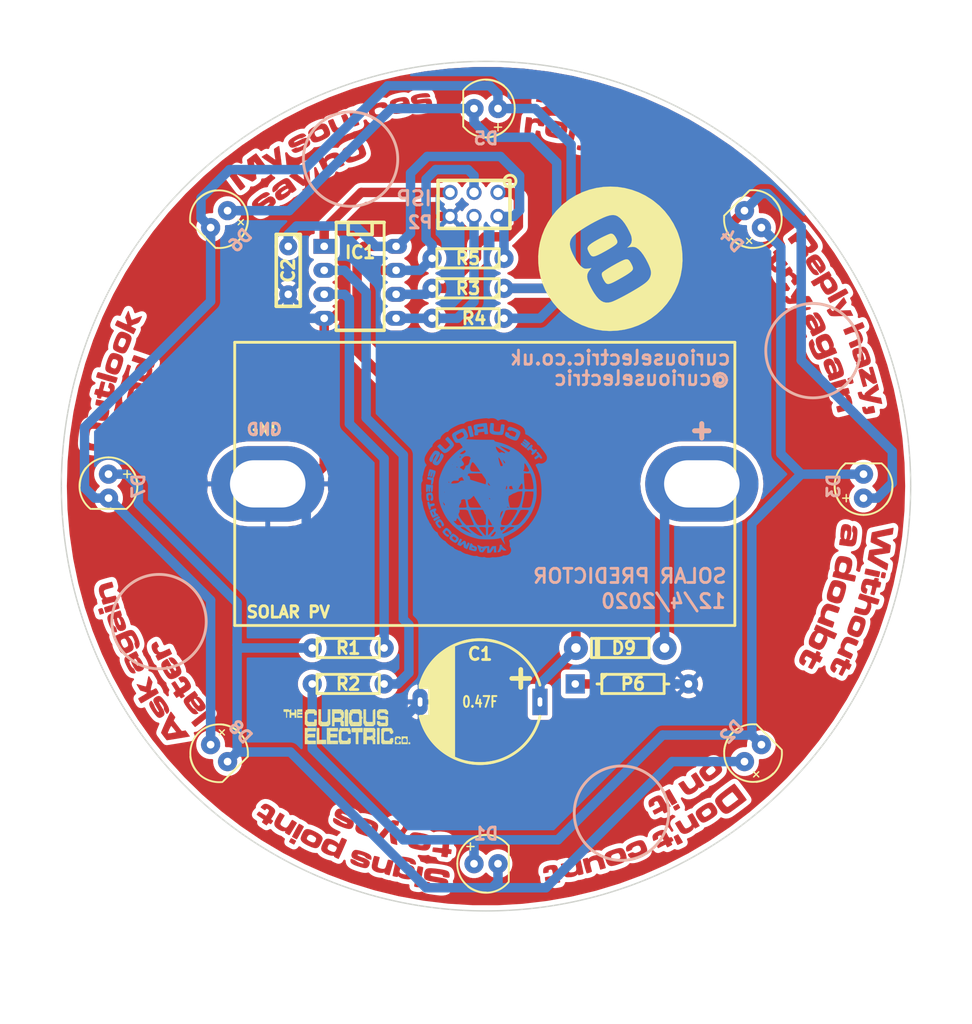
<source format=kicad_pcb>
(kicad_pcb (version 20171130) (host pcbnew "(5.1.0)-1")
  (layers (0 F.Cu signal) (31 B.Cu signal) (34 B.Paste user) (35 F.Paste user) (36 B.SilkS user) (37 F.SilkS user) (38 B.Mask user) (39 F.Mask user) (44 Edge.Cuts user))
  (net 0 "")
  (net 1 GND)
  (net 2 VCC)
  (net 3 "Net-(IC1-Pad1)")
  (net 4 /LED1)
  (net 5 /LED0)
  (net 6 /LED2)
  (net 7 /LED3)
  (net 8 "Net-(D9-Pad2)")
  (net 9 /SWITCH)
  (net 10 "Net-(D1-Pad2)")
  (net 11 "Net-(D1-Pad1)")
  (net 12 "Net-(D3-Pad1)")
  (net 13 "Net-(D5-Pad1)")
  (module REInnovationFootprint:PV_53x30mm_Area (layer F.Cu) (at 131.2 65.49 270)
    (fp_text reference SC1 hide)
    (fp_text value "SOLAR PV" (at 28.575 -3.175) (layer F.SilkS) (effects (font (size 1.2 1.2) (thickness 0.3))))
    (fp_text user + (at 9.24 -46.99) (layer F.SilkS) (effects (font (size 2 2) (thickness 0.5))))
    (pad 2 thru_hole oval (at 15 -1) (size 12 8) (drill oval 8 5) (layers *.Cu *.Mask) (net 1 GND))
    (pad 1 thru_hole oval (at 15 -47 180) (size 12 8) (drill oval 8 5) (layers *.Cu *.Mask) (net 8 "Net-(D9-Pad2)"))
  )
  (module REInnovationFootprint:PCB_Circle_100mm_BSS (layer F.Cu) (at 155.33 80.73 22.5)
    (fp_text reference P4 hide)
    (fp_text value HOLES hide)
  )
  (module REInnovationFootprint:R3-LARGE_PADS_0_8_hole (layer F.Cu) (at 140.725 97.875)
    (fp_text reference R1 (at 0 0) (layer F.SilkS) (effects (font (size 1.3 1.3) (thickness 0.3))))
    (fp_text value 120 hide)
    (pad 2 thru_hole circle (at 3.81 0) (size 2.032 2.032) (drill 0.8001) (layers *.Cu *.Mask) (net 5 /LED0))
    (pad 1 thru_hole circle (at -3.81 0) (size 2.032 2.032) (drill 0.8001) (layers *.Cu *.Mask) (net 10 "Net-(D1-Pad2)"))
  )
  (module REInnovationFootprint:R3-LARGE_PADS_0_8_hole (layer F.Cu) (at 140.725 101.685)
    (fp_text reference R2 (at 0 0) (layer F.SilkS) (effects (font (size 1.3 1.3) (thickness 0.3))))
    (fp_text value 120 hide)
    (pad 2 thru_hole circle (at 3.81 0) (size 2.032 2.032) (drill 0.8001) (layers *.Cu *.Mask) (net 4 /LED1))
    (pad 1 thru_hole circle (at -3.81 0) (size 2.032 2.032) (drill 0.8001) (layers *.Cu *.Mask) (net 11 "Net-(D1-Pad1)"))
  )
  (module REInnovationFootprint:R3-LARGE_PADS_0_8_hole (layer F.Cu) (at 153.425 59.775 180)
    (fp_text reference R3 (at 0 0 180) (layer F.SilkS) (effects (font (size 1.3 1.3) (thickness 0.3))))
    (fp_text value 120 hide)
    (pad 2 thru_hole circle (at 3.81 0 180) (size 2.032 2.032) (drill 0.8001) (layers *.Cu *.Mask) (net 6 /LED2))
    (pad 1 thru_hole circle (at -3.81 0 180) (size 2.032 2.032) (drill 0.8001) (layers *.Cu *.Mask) (net 12 "Net-(D3-Pad1)"))
  )
  (module REInnovationFootprint:R3-LARGE_PADS_0_8_hole (layer F.Cu) (at 153.425 62.95 180)
    (fp_text reference R4 (at -0.635 0 180) (layer F.SilkS) (effects (font (size 1.3 1.3) (thickness 0.3))))
    (fp_text value 120 hide)
    (pad 2 thru_hole circle (at 3.81 0 180) (size 2.032 2.032) (drill 0.8001) (layers *.Cu *.Mask) (net 7 /LED3))
    (pad 1 thru_hole circle (at -3.81 0 180) (size 2.032 2.032) (drill 0.8001) (layers *.Cu *.Mask) (net 13 "Net-(D5-Pad1)"))
  )
  (module REInnovationFootprint:R3-LARGE_PADS_0_8_hole (layer F.Cu) (at 153.425 56.6 180)
    (fp_text reference R5 (at 0 0 180) (layer F.SilkS) (effects (font (size 1.3 1.3) (thickness 0.3))))
    (fp_text value 100k hide)
    (pad 2 thru_hole circle (at 3.81 0 180) (size 2.032 2.032) (drill 0.8001) (layers *.Cu *.Mask) (net 9 /SWITCH))
    (pad 1 thru_hole circle (at -3.81 0 180) (size 2.032 2.032) (drill 0.8001) (layers *.Cu *.Mask) (net 2 VCC))
  )
  (module REInnovationFootprint:LED-5MM_larg_pad (layer F.Cu) (at 155.33 120.73)
    (fp_text reference D1 (at 0 -3.17 -180) (layer B.SilkS) (effects (font (size 1.3 1.3) (thickness 0.3)) (justify mirror)))
    (fp_text value LED hide)
    (fp_text user + (at -1.651 -1.9) (layer F.SilkS))
    (pad 1 thru_hole circle (at -1.27 0) (size 2.032 2.032) (drill 0.8128) (layers *.Cu *.Mask) (net 11 "Net-(D1-Pad1)"))
    (pad 2 thru_hole circle (at 1.27 0) (size 2.032 2.032) (drill 0.8128) (layers *.Cu *.Mask) (net 10 "Net-(D1-Pad2)"))
  )
  (module REInnovationFootprint:LED-5MM_larg_pad (layer F.Cu) (at 183.614271 52.445729 135)
    (fp_text reference D4 (at -0.024749 -3.205698 -45) (layer B.SilkS) (effects (font (size 1.3 1.3) (thickness 0.3)) (justify mirror)))
    (fp_text value LED hide)
    (fp_text user + (at -1.347038 -1.833911 135) (layer F.SilkS))
    (pad 1 thru_hole circle (at -1.27 0 135) (size 2.032 2.032) (drill 0.8128) (layers *.Cu *.Mask) (net 11 "Net-(D1-Pad1)"))
    (pad 2 thru_hole circle (at 1.27 0 135) (size 2.032 2.032) (drill 0.8128) (layers *.Cu *.Mask) (net 12 "Net-(D3-Pad1)"))
  )
  (module REInnovationFootprint:LED-5MM_larg_pad (layer F.Cu) (at 155.33 40.73 180)
    (fp_text reference D5 (at 0 -3.17) (layer B.SilkS) (effects (font (size 1.3 1.3) (thickness 0.3)) (justify mirror)))
    (fp_text value LED hide)
    (fp_text user + (at -1.27 -1.9 180) (layer F.SilkS))
    (pad 1 thru_hole circle (at -1.27 0 180) (size 2.032 2.032) (drill 0.8128) (layers *.Cu *.Mask) (net 13 "Net-(D5-Pad1)"))
    (pad 2 thru_hole circle (at 1.27 0 180) (size 2.032 2.032) (drill 0.8128) (layers *.Cu *.Mask) (net 12 "Net-(D3-Pad1)"))
  )
  (module REInnovationFootprint:LED-5MM_larg_pad (layer F.Cu) (at 127.045729 52.445729 225)
    (fp_text reference D6 (at 0 -3.18095 45) (layer B.SilkS) (effects (font (size 1.3 1.3) (thickness 0.3)) (justify mirror)))
    (fp_text value LED hide)
    (fp_text user + (at -1.399975 -1.780975 225) (layer F.SilkS))
    (pad 1 thru_hole circle (at -1.27 0 225) (size 2.032 2.032) (drill 0.8128) (layers *.Cu *.Mask) (net 12 "Net-(D3-Pad1)"))
    (pad 2 thru_hole circle (at 1.27 0 225) (size 2.032 2.032) (drill 0.8128) (layers *.Cu *.Mask) (net 13 "Net-(D5-Pad1)"))
  )
  (module REInnovationFootprint:LED-5MM_larg_pad (layer F.Cu) (at 115.33 80.73 270)
    (fp_text reference D7 (at 0 -3.17 90) (layer B.SilkS) (effects (font (size 1.3 1.3) (thickness 0.3)) (justify mirror)))
    (fp_text value LED hide)
    (fp_text user + (at -1.27 -1.9 270) (layer F.SilkS))
    (pad 1 thru_hole circle (at -1.27 0 270) (size 2.032 2.032) (drill 0.8128) (layers *.Cu *.Mask) (net 10 "Net-(D1-Pad2)"))
    (pad 2 thru_hole circle (at 1.27 0 270) (size 2.032 2.032) (drill 0.8128) (layers *.Cu *.Mask) (net 13 "Net-(D5-Pad1)"))
  )
  (module REInnovationFootprint:LED-5MM_larg_pad (layer F.Cu) (at 127.045729 109.014271 315)
    (fp_text reference D8 (at 0 -3.18095 135) (layer B.SilkS) (effects (font (size 1.3 1.3) (thickness 0.3)) (justify mirror)))
    (fp_text value LED hide)
    (fp_text user + (at -1.347038 -1.833911 315) (layer F.SilkS))
    (pad 1 thru_hole circle (at -1.27 0 315) (size 2.032 2.032) (drill 0.8128) (layers *.Cu *.Mask) (net 13 "Net-(D5-Pad1)"))
    (pad 2 thru_hole circle (at 1.27 0 315) (size 2.032 2.032) (drill 0.8128) (layers *.Cu *.Mask) (net 10 "Net-(D1-Pad2)"))
  )
  (module REInnovationFootprint:LED-5MM_larg_pad (layer F.Cu) (at 183.614271 109.014271 45)
    (fp_text reference D2 (at 0 -3.18095 -135) (layer B.SilkS) (effects (font (size 1.3 1.3) (thickness 0.3)) (justify mirror)))
    (fp_text value LED hide)
    (fp_text user + (at -1.347038 1.758191 45) (layer F.SilkS))
    (pad 1 thru_hole circle (at -1.27 0 45) (size 2.032 2.032) (drill 0.8128) (layers *.Cu *.Mask) (net 10 "Net-(D1-Pad2)"))
    (pad 2 thru_hole circle (at 1.27 0 45) (size 2.032 2.032) (drill 0.8128) (layers *.Cu *.Mask) (net 11 "Net-(D1-Pad1)"))
  )
  (module REInnovationFootprint:LED-5MM_larg_pad (layer F.Cu) (at 195.33 80.73 90)
    (fp_text reference D3 (at 0 -3.17 -90) (layer B.SilkS) (effects (font (size 1.3 1.3) (thickness 0.3)) (justify mirror)))
    (fp_text value LED hide)
    (fp_text user + (at -1.27 -1.9 90) (layer F.SilkS))
    (pad 1 thru_hole circle (at -1.27 0 90) (size 2.032 2.032) (drill 0.8128) (layers *.Cu *.Mask) (net 12 "Net-(D3-Pad1)"))
    (pad 2 thru_hole circle (at 1.27 0 90) (size 2.032 2.032) (drill 0.8128) (layers *.Cu *.Mask) (net 11 "Net-(D1-Pad1)"))
  )
  (module REInnovationFootprint:C_0_47F_SuperCap (layer F.Cu) (at 154.695 103.59 180)
    (fp_text reference C1 (at 0 5.08) (layer F.SilkS) (effects (font (size 1.3 1.3) (thickness 0.3))))
    (fp_text value 0.47F (at 0 0) (layer F.SilkS) (effects (font (size 1.143 0.889) (thickness 0.2032))))
    (fp_text user + (at -4.318 2.667 180) (layer F.SilkS) (effects (font (size 2.5 2.5) (thickness 0.5))))
    (pad 1 thru_hole rect (at -6.35 0 180) (size 1.6 2.8) (drill oval 0.5 1) (layers *.Cu *.Mask) (net 2 VCC))
    (pad 2 thru_hole oval (at 6.35 0 180) (size 1.6 2.8) (drill oval 0.5 1) (layers *.Cu *.Mask) (net 1 GND))
  )
  (module REInnovationFootprint:TH_Diode_1 (layer F.Cu) (at 169.935 97.875 180)
    (fp_text reference D9 (at 0 0 180) (layer F.SilkS) (effects (font (size 1.3 1.3) (thickness 0.3))))
    (fp_text value 1N5819 hide)
    (pad 1 thru_hole circle (at 5.08 0 180) (size 2.54 2.54) (drill 1.00076) (layers *.Cu *.Mask) (net 2 VCC))
    (pad 2 thru_hole circle (at -4.318 0 180) (size 2.54 2.54) (drill 1.00076) (layers *.Cu *.Mask) (net 8 "Net-(D9-Pad2)"))
  )
  (module REInnovationFootprint:DIP-8_300_ELL (layer F.Cu) (at 141.995 62.95 270)
    (fp_text reference IC1 (at -6.985 0) (layer F.SilkS) (effects (font (size 1.3 1.3) (thickness 0.3))))
    (fp_text value ATTINY85-P hide)
    (pad 8 thru_hole oval (at -7.62 -3.81 270) (size 1.5748 2.286) (drill 0.8128) (layers *.Cu *.Mask) (net 2 VCC))
    (pad 7 thru_hole oval (at -5.08 -3.81 270) (size 1.5748 2.286) (drill 0.8128) (layers *.Cu *.Mask) (net 9 /SWITCH))
    (pad 6 thru_hole oval (at -2.54 -3.81 270) (size 1.5748 2.286) (drill 0.8128) (layers *.Cu *.Mask) (net 6 /LED2))
    (pad 5 thru_hole oval (at 0 -3.81 270) (size 1.5748 2.286) (drill 0.8128) (layers *.Cu *.Mask) (net 7 /LED3))
    (pad 4 thru_hole oval (at 0 3.81 270) (size 1.5748 2.286) (drill 0.8128) (layers *.Cu *.Mask) (net 1 GND))
    (pad 3 thru_hole oval (at -2.54 3.81 270) (size 1.5748 2.286) (drill 0.8128) (layers *.Cu *.Mask) (net 5 /LED0))
    (pad 2 thru_hole oval (at -5.08 3.81 270) (size 1.5748 2.286) (drill 0.8128) (layers *.Cu *.Mask) (net 4 /LED1))
    (pad 1 thru_hole rect (at -7.62 3.81 270) (size 1.5748 2.286) (drill 0.8128) (layers *.Cu *.Mask) (net 3 "Net-(IC1-Pad1)"))
  )
  (module CuriousElectric3:TCEC_Words_13mm (layer F.Cu) (at 133.613 104.098)
    (fp_text reference P7 hide)
    (fp_text value LOGO2 hide)
  )
  (module REInnovationFootprint:C1_wide_lg_pad_2 (layer F.Cu) (at 134.375 56.6 270)
    (fp_text reference C2 (at 1.27 0 270) (layer F.SilkS) (effects (font (size 1.3 1.3) (thickness 0.3))))
    (fp_text value 100n hide)
    (pad 2 thru_hole circle (at 3.81 0 270) (size 1.905 1.905) (drill 0.8001) (layers *.Cu *.Mask) (net 1 GND))
    (pad 1 thru_hole circle (at -1.27 0 270) (size 1.905 1.905) (drill 0.8001) (layers *.Cu *.Mask) (net 2 VCC))
  )
  (module REInnovationFootprint:ISP_3x2 (layer F.Cu) (at 153.425 50.885 180)
    (fp_text reference P2 (at 5.08 -1.905 180) (layer B.SilkS) (effects (font (size 1.3 1.3) (thickness 0.3)) (justify mirror)))
    (fp_text value ISP (at 5.715 0.635 180) (layer B.SilkS) (effects (font (size 1.524 1.524) (thickness 0.3048)) (justify mirror)))
    (pad 2 thru_hole circle (at -3.175 -1.27 180) (size 1.6002 1.6002) (drill 1.00076) (layers *.Cu *.Mask) (net 2 VCC))
    (pad 1 thru_hole circle (at -3.175 1.27 180) (size 1.6002 1.6002) (drill 1.00076) (layers *.Cu *.Mask) (net 6 /LED2))
    (pad 4 thru_hole circle (at -0.635 -1.27 180) (size 1.6002 1.6002) (drill 1.00076) (layers *.Cu *.Mask) (net 7 /LED3))
    (pad 3 thru_hole circle (at -0.635 1.27 180) (size 1.6002 1.6002) (drill 1.00076) (layers *.Cu *.Mask) (net 9 /SWITCH))
    (pad 6 thru_hole circle (at 1.905 -1.27 180) (size 1.6002 1.6002) (drill 1.00076) (layers *.Cu *.Mask) (net 1 GND))
    (pad 5 thru_hole circle (at 1.905 1.27 180) (size 1.6002 1.6002) (drill 1.00076) (layers *.Cu *.Mask) (net 3 "Net-(IC1-Pad1)"))
  )
  (module CuriousElectric3:2020_04_14_CuriousElectricCompany_Logo_Round_15mm_BCu (layer F.Cu) (at 154.949 82.127)
    (fp_text reference P5 hide)
    (fp_text value LOGO1 hide)
    (fp_poly (pts (xy 1.102157 -8.078318) (xy 1.174965 -8.049494) (xy 1.210354 -7.983437) (xy 1.216007 -7.865042) (xy 1.199604 -7.6792) (xy 1.197983 -7.664657) (xy 1.17938 -7.460844) (xy 1.185117 -7.325169) (xy 1.225786 -7.242225) (xy 1.311978 -7.196606) (xy 1.454285 -7.172906) (xy 1.541397 -7.165132) (xy 1.699048 -7.155503) (xy 1.80155 -7.166686) (xy 1.862996 -7.21305) (xy 1.897476 -7.308962) (xy 1.919084 -7.468792) (xy 1.927772 -7.559097) (xy 1.948526 -7.749109) (xy 1.974186 -7.868467) (xy 2.014497 -7.931048) (xy 2.079202 -7.950726) (xy 2.178047 -7.941377) (xy 2.194352 -7.938679) (xy 2.303251 -7.914906) (xy 2.348645 -7.880671) (xy 2.351247 -7.816816) (xy 2.348066 -7.79649) (xy 2.333511 -7.700541) (xy 2.31254 -7.550383) (xy 2.289295 -7.375816) (xy 2.285539 -7.346809) (xy 2.256927 -7.173668) (xy 2.220868 -7.022957) (xy 2.184381 -6.923104) (xy 2.17842 -6.912892) (xy 2.139644 -6.864748) (xy 2.087644 -6.836209) (xy 2.002016 -6.822707) (xy 1.862355 -6.819673) (xy 1.766441 -6.820646) (xy 1.570358 -6.827459) (xy 1.377566 -6.840785) (xy 1.226656 -6.857883) (xy 1.214429 -6.859849) (xy 0.996101 -6.919609) (xy 0.849553 -7.01221) (xy 0.780173 -7.130024) (xy 0.773625 -7.217358) (xy 0.778241 -7.362266) (xy 0.792897 -7.538551) (xy 0.800548 -7.605739) (xy 0.821157 -7.779343) (xy 0.837 -7.923383) (xy 0.845647 -8.015299) (xy 0.846548 -8.03275) (xy 0.884642 -8.07088) (xy 0.98425 -8.085018) (xy 1.102157 -8.078318)) (layer B.Cu) (width 0.01))
    (fp_poly (pts (xy 0.452844 -8.070267) (xy 0.466609 -8.021706) (xy 0.486604 -7.908851) (xy 0.510213 -7.751612) (xy 0.534819 -7.569896) (xy 0.557807 -7.383613) (xy 0.57656 -7.212672) (xy 0.588462 -7.076983) (xy 0.59129 -7.01675) (xy 0.585686 -6.945098) (xy 0.551485 -6.911147) (xy 0.465978 -6.90092) (xy 0.402167 -6.900333) (xy 0.285058 -6.903902) (xy 0.229595 -6.925166) (xy 0.212778 -6.979961) (xy 0.211667 -7.03149) (xy 0.211667 -7.162646) (xy -0.052916 -7.134277) (xy -0.24402 -7.112027) (xy -0.36552 -7.08978) (xy -0.432149 -7.060045) (xy -0.458637 -7.015331) (xy -0.459717 -6.948146) (xy -0.457881 -6.928342) (xy -0.455147 -6.842544) (xy -0.484809 -6.801864) (xy -0.569095 -6.785635) (xy -0.615369 -6.781925) (xy -0.730369 -6.780831) (xy -0.806499 -6.793585) (xy -0.816452 -6.799563) (xy -0.839799 -6.865086) (xy -0.846173 -6.972279) (xy -0.837036 -7.084046) (xy -0.813848 -7.163287) (xy -0.801575 -7.177204) (xy -0.789124 -7.226271) (xy -0.829897 -7.286192) (xy -0.880028 -7.383227) (xy -0.914974 -7.532248) (xy -0.915639 -7.538046) (xy -0.540514 -7.538046) (xy -0.52943 -7.493831) (xy -0.504091 -7.44046) (xy -0.456988 -7.417676) (xy -0.364098 -7.419123) (xy -0.281808 -7.42831) (xy -0.131425 -7.448231) (xy 0.001263 -7.468178) (xy 0.046666 -7.476064) (xy 0.12583 -7.505779) (xy 0.141494 -7.570259) (xy 0.136268 -7.604553) (xy 0.1222 -7.65995) (xy 0.093681 -7.68991) (xy 0.031265 -7.699171) (xy -0.084492 -7.692469) (xy -0.185564 -7.682958) (xy -0.368659 -7.661277) (xy -0.480156 -7.634679) (xy -0.533095 -7.595992) (xy -0.540514 -7.538046) (xy -0.915639 -7.538046) (xy -0.922217 -7.595306) (xy -0.929233 -7.731557) (xy -0.91641 -7.811324) (xy -0.876126 -7.861906) (xy -0.840978 -7.886249) (xy -0.771033 -7.910668) (xy -0.640291 -7.94009) (xy -0.466891 -7.971933) (xy -0.268972 -8.00362) (xy -0.064673 -8.032568) (xy 0.127867 -8.0562) (xy 0.290509 -8.071935) (xy 0.405114 -8.077192) (xy 0.452844 -8.070267)) (layer B.Cu) (width 0.01))
    (fp_poly (pts (xy -1.21544 -7.784812) (xy -1.20278 -7.778558) (xy -1.17938 -7.726236) (xy -1.143673 -7.613052) (xy -1.100227 -7.457512) (xy -1.053615 -7.278119) (xy -1.008405 -7.093378) (xy -0.969168 -6.921795) (xy -0.940475 -6.781874) (xy -0.926894 -6.692119) (xy -0.928771 -6.669083) (xy -0.987815 -6.65036) (xy -1.095161 -6.628188) (xy -1.12871 -6.622541) (xy -1.296845 -6.595655) (xy -1.435831 -7.126173) (xy -1.485989 -7.328357) (xy -1.52381 -7.502056) (xy -1.546006 -7.630429) (xy -1.54929 -7.696638) (xy -1.547924 -7.700205) (xy -1.493595 -7.734373) (xy -1.395722 -7.765391) (xy -1.290829 -7.784967) (xy -1.21544 -7.784812)) (layer B.Cu) (width 0.01))
    (fp_poly (pts (xy 2.942996 -7.681777) (xy 3.086168 -7.645294) (xy 3.264153 -7.584804) (xy 3.456874 -7.507979) (xy 3.644255 -7.42249) (xy 3.806218 -7.336008) (xy 3.859866 -7.30254) (xy 3.96472 -7.212516) (xy 4.015542 -7.107758) (xy 4.013022 -6.973977) (xy 3.957849 -6.796888) (xy 3.891503 -6.646333) (xy 3.789008 -6.442985) (xy 3.697568 -6.310197) (xy 3.599618 -6.241282) (xy 3.477596 -6.229553) (xy 3.313938 -6.268324) (xy 3.103099 -6.346156) (xy 2.823274 -6.466639) (xy 2.609138 -6.580518) (xy 2.466333 -6.684323) (xy 2.400505 -6.774585) (xy 2.399332 -6.778694) (xy 2.398858 -6.879943) (xy 2.430146 -7.002611) (xy 2.434749 -7.014089) (xy 2.494393 -7.156837) (xy 2.649366 -7.092085) (xy 2.752635 -7.050942) (xy 2.81794 -7.028646) (xy 2.825274 -7.027333) (xy 2.832839 -6.993041) (xy 2.823117 -6.939032) (xy 2.821999 -6.886915) (xy 2.85891 -6.839412) (xy 2.948285 -6.784037) (xy 3.072813 -6.723079) (xy 3.21651 -6.662805) (xy 3.335664 -6.625364) (xy 3.405466 -6.618476) (xy 3.407129 -6.619038) (xy 3.461039 -6.672025) (xy 3.521199 -6.774462) (xy 3.571938 -6.894021) (xy 3.597589 -6.998371) (xy 3.598334 -7.013561) (xy 3.563299 -7.064114) (xy 3.47349 -7.126973) (xy 3.351844 -7.191719) (xy 3.221302 -7.247933) (xy 3.104803 -7.285197) (xy 3.025286 -7.293094) (xy 3.006338 -7.28242) (xy 2.965419 -7.251907) (xy 2.887366 -7.259566) (xy 2.820786 -7.279479) (xy 2.715464 -7.321615) (xy 2.650136 -7.361386) (xy 2.644693 -7.367845) (xy 2.643947 -7.438774) (xy 2.689303 -7.534299) (xy 2.761503 -7.625193) (xy 2.841289 -7.682231) (xy 2.854715 -7.686584) (xy 2.942996 -7.681777)) (layer B.Cu) (width 0.01))
    (fp_poly (pts (xy 4.55313 -6.334075) (xy 4.652693 -6.262659) (xy 4.779192 -6.16307) (xy 5.079136 -5.92375) (xy 4.864037 -5.650041) (xy 4.7645 -5.524386) (xy 4.687619 -5.429229) (xy 4.646035 -5.380144) (xy 4.642219 -5.376712) (xy 4.60817 -5.400881) (xy 4.523415 -5.464886) (xy 4.404041 -5.556533) (xy 4.360334 -5.590345) (xy 4.20892 -5.710492) (xy 4.117123 -5.793866) (xy 4.075888 -5.853221) (xy 4.076164 -5.901315) (xy 4.106489 -5.948021) (xy 4.145401 -5.975423) (xy 4.200592 -5.96349) (xy 4.291281 -5.90541) (xy 4.349412 -5.861931) (xy 4.461552 -5.781694) (xy 4.54966 -5.728326) (xy 4.585035 -5.715) (xy 4.578192 -5.737965) (xy 4.517118 -5.79773) (xy 4.430781 -5.86883) (xy 4.310096 -5.966993) (xy 4.2504 -6.032017) (xy 4.243442 -6.079485) (xy 4.280969 -6.12498) (xy 4.290728 -6.133266) (xy 4.341554 -6.149242) (xy 4.416649 -6.118605) (xy 4.532778 -6.034777) (xy 4.63656 -5.958033) (xy 4.711385 -5.912715) (xy 4.735846 -5.907068) (xy 4.719827 -5.942625) (xy 4.655729 -6.003198) (xy 4.652546 -6.005725) (xy 4.506066 -6.121814) (xy 4.41619 -6.197781) (xy 4.373386 -6.246372) (xy 4.368125 -6.28033) (xy 4.390876 -6.312401) (xy 4.409207 -6.331131) (xy 4.44696 -6.361237) (xy 4.489743 -6.364577) (xy 4.55313 -6.334075)) (layer B.Cu) (width 0.01))
    (fp_poly (pts (xy -3.408242 -6.360281) (xy -3.226313 -6.15686) (xy -3.103097 -5.997847) (xy -3.035919 -5.869344) (xy -3.022105 -5.75745) (xy -3.05898 -5.648265) (xy -3.143868 -5.52789) (xy -3.229351 -5.430697) (xy -3.465716 -5.194123) (xy -3.676169 -5.027218) (xy -3.857085 -4.932521) (xy -3.972551 -4.910404) (xy -4.046365 -4.916148) (xy -4.114665 -4.940826) (xy -4.192484 -4.995194) (xy -4.294854 -5.09001) (xy -4.436808 -5.23603) (xy -4.456325 -5.256564) (xy -4.78515 -5.602986) (xy -4.670654 -5.722493) (xy -4.586357 -5.799512) (xy -4.521053 -5.840484) (xy -4.511163 -5.8425) (xy -4.464029 -5.813573) (xy -4.375878 -5.735741) (xy -4.262205 -5.62315) (xy -4.205679 -5.563652) (xy -4.077225 -5.429851) (xy -3.989452 -5.351117) (xy -3.92843 -5.317815) (xy -3.880234 -5.320309) (xy -3.864388 -5.327548) (xy -3.781954 -5.385179) (xy -3.678018 -5.475302) (xy -3.572276 -5.57831) (xy -3.484427 -5.674593) (xy -3.434167 -5.744546) (xy -3.429 -5.76095) (xy -3.456626 -5.810541) (xy -3.530341 -5.903225) (xy -3.636399 -6.022197) (xy -3.683 -6.071509) (xy -3.797618 -6.194734) (xy -3.885347 -6.2964) (xy -3.932534 -6.360374) (xy -3.937 -6.371679) (xy -3.907255 -6.418618) (xy -3.832747 -6.493324) (xy -3.799825 -6.521852) (xy -3.662651 -6.636371) (xy -3.408242 -6.360281)) (layer B.Cu) (width 0.01))
    (fp_poly (pts (xy 5.305628 -5.718714) (xy 5.316512 -5.6238) (xy 5.276387 -5.552172) (xy 5.238817 -5.499419) (xy 5.24375 -5.448163) (xy 5.297554 -5.370945) (xy 5.326569 -5.335744) (xy 5.402928 -5.249626) (xy 5.454845 -5.220347) (xy 5.511017 -5.23883) (xy 5.551765 -5.264519) (xy 5.631658 -5.309127) (xy 5.684168 -5.300075) (xy 5.737075 -5.24833) (xy 5.773911 -5.202219) (xy 5.781265 -5.160378) (xy 5.750982 -5.105578) (xy 5.67491 -5.020588) (xy 5.586656 -4.930472) (xy 5.448375 -4.797215) (xy 5.351543 -4.724697) (xy 5.28381 -4.708283) (xy 5.232828 -4.743333) (xy 5.205115 -4.787188) (xy 5.181773 -4.870087) (xy 5.22352 -4.947604) (xy 5.232878 -4.958205) (xy 5.275292 -5.013182) (xy 5.274618 -5.059723) (xy 5.223689 -5.12435) (xy 5.174436 -5.174436) (xy 5.090074 -5.254812) (xy 5.037852 -5.281379) (xy 4.990607 -5.260755) (xy 4.95319 -5.228338) (xy 4.888148 -5.176841) (xy 4.840367 -5.180622) (xy 4.772407 -5.241778) (xy 4.67947 -5.334716) (xy 4.918026 -5.573272) (xy 5.064628 -5.7089) (xy 5.167352 -5.777823) (xy 5.225084 -5.785541) (xy 5.305628 -5.718714)) (layer B.Cu) (width 0.01))
    (fp_poly (pts (xy 5.869568 -5.022627) (xy 5.930074 -4.978726) (xy 6.010871 -4.884211) (xy 6.124729 -4.729516) (xy 6.135721 -4.714152) (xy 6.24223 -4.563173) (xy 6.304745 -4.465151) (xy 6.329234 -4.404691) (xy 6.321664 -4.366394) (xy 6.288001 -4.334864) (xy 6.283888 -4.331827) (xy 6.222417 -4.298461) (xy 6.171436 -4.317509) (xy 6.110412 -4.38596) (xy 6.01899 -4.500288) (xy 5.837489 -4.366811) (xy 5.714756 -4.280206) (xy 5.63935 -4.242792) (xy 5.592233 -4.251185) (xy 5.554364 -4.302003) (xy 5.547156 -4.315217) (xy 5.515748 -4.379295) (xy 5.514815 -4.42523) (xy 5.555811 -4.473652) (xy 5.650188 -4.545188) (xy 5.691196 -4.574651) (xy 5.879058 -4.709564) (xy 5.787462 -4.833454) (xy 5.731163 -4.919666) (xy 5.727041 -4.968191) (xy 5.75835 -4.996857) (xy 5.816583 -5.025482) (xy 5.869568 -5.022627)) (layer B.Cu) (width 0.01))
    (fp_poly (pts (xy -4.797396 -5.136829) (xy -4.651446 -5.069631) (xy -4.543146 -4.969863) (xy -4.505476 -4.892523) (xy -4.5045 -4.819011) (xy -4.536845 -4.715123) (xy -4.607994 -4.566885) (xy -4.69484 -4.409936) (xy -4.798845 -4.226851) (xy -4.864788 -4.104672) (xy -4.897185 -4.031119) (xy -4.90055 -3.993915) (xy -4.879397 -3.980781) (xy -4.85316 -3.979333) (xy -4.793268 -4.014378) (xy -4.71494 -4.103825) (xy -4.632835 -4.224147) (xy -4.561608 -4.351814) (xy -4.515916 -4.463297) (xy -4.509122 -4.531627) (xy -4.506254 -4.616507) (xy -4.467961 -4.721968) (xy -4.410547 -4.815923) (xy -4.350317 -4.866288) (xy -4.338022 -4.868333) (xy -4.257487 -4.833866) (xy -4.174895 -4.751505) (xy -4.117435 -4.65281) (xy -4.106333 -4.599428) (xy -4.129283 -4.514506) (xy -4.191048 -4.379672) (xy -4.281002 -4.213742) (xy -4.388519 -4.035537) (xy -4.502971 -3.863874) (xy -4.581991 -3.757083) (xy -4.715547 -3.635915) (xy -4.86561 -3.596703) (xy -5.037348 -3.638503) (xy -5.089519 -3.664322) (xy -5.213809 -3.764513) (xy -5.283421 -3.889314) (xy -5.291666 -3.946577) (xy -5.27159 -4.005952) (xy -5.217527 -4.119479) (xy -5.138727 -4.268516) (xy -5.08 -4.373202) (xy -4.990972 -4.530396) (xy -4.92041 -4.658655) (xy -4.877331 -4.74137) (xy -4.868333 -4.763009) (xy -4.90258 -4.781741) (xy -4.92742 -4.783666) (xy -4.984966 -4.748902) (xy -5.060063 -4.661298) (xy -5.137036 -4.54589) (xy -5.20021 -4.427714) (xy -5.233908 -4.331804) (xy -5.233347 -4.295067) (xy -5.24006 -4.227325) (xy -5.280904 -4.127555) (xy -5.339119 -4.026343) (xy -5.397947 -3.954275) (xy -5.42925 -3.937524) (xy -5.479391 -3.964101) (xy -5.545666 -4.021666) (xy -5.607964 -4.107599) (xy -5.626575 -4.20711) (xy -5.598512 -4.332203) (xy -5.520788 -4.494881) (xy -5.390415 -4.707149) (xy -5.36575 -4.744586) (xy -5.24809 -4.919046) (xy -5.162797 -5.034484) (xy -5.097157 -5.103542) (xy -5.038455 -5.138865) (xy -4.973976 -5.153096) (xy -4.953 -5.155035) (xy -4.797396 -5.136829)) (layer B.Cu) (width 0.01))
    (fp_poly (pts (xy -5.466826 -3.165191) (xy -5.29351 -3.121224) (xy -5.262893 -3.112412) (xy -5.109064 -3.067737) (xy -5.01122 -3.029277) (xy -4.962243 -2.979588) (xy -4.955015 -2.901224) (xy -4.982419 -2.776741) (xy -5.037338 -2.588693) (xy -5.042306 -2.57175) (xy -5.090355 -2.430438) (xy -5.137931 -2.328075) (xy -5.175207 -2.285547) (xy -5.177042 -2.285352) (xy -5.205146 -2.274736) (xy -5.179311 -2.253602) (xy -5.157681 -2.212722) (xy -5.158159 -2.122447) (xy -5.18136 -1.969295) (xy -5.195743 -1.894416) (xy -5.23056 -1.729968) (xy -5.259951 -1.631989) (xy -5.292725 -1.583488) (xy -5.337691 -1.567472) (xy -5.365822 -1.566333) (xy -5.427942 -1.571622) (xy -5.454237 -1.602097) (xy -5.452873 -1.67967) (xy -5.440772 -1.767416) (xy -5.421801 -1.894224) (xy -5.407773 -1.986159) (xy -5.404215 -2.008504) (xy -5.438169 -2.037047) (xy -5.532649 -2.067842) (xy -5.61975 -2.085816) (xy -5.74875 -2.110819) (xy -5.814812 -2.140071) (xy -5.838889 -2.189268) (xy -5.842 -2.252306) (xy -5.837818 -2.332246) (xy -5.80978 -2.365093) (xy -5.734644 -2.363839) (xy -5.662083 -2.352886) (xy -5.521068 -2.328509) (xy -5.397798 -2.304057) (xy -5.376333 -2.299187) (xy -5.307943 -2.290255) (xy -5.297631 -2.303648) (xy -5.300486 -2.356613) (xy -5.280763 -2.464893) (xy -5.248595 -2.58477) (xy -5.214321 -2.714991) (xy -5.200242 -2.80589) (xy -5.207877 -2.836333) (xy -5.237834 -2.79917) (xy -5.278651 -2.703039) (xy -5.311012 -2.6035) (xy -5.355479 -2.463465) (xy -5.393027 -2.392884) (xy -5.436061 -2.37878) (xy -5.496987 -2.408175) (xy -5.497452 -2.408469) (xy -5.527392 -2.442934) (xy -5.529713 -2.505808) (xy -5.503698 -2.619007) (xy -5.488855 -2.670862) (xy -5.455564 -2.797632) (xy -5.439233 -2.8874) (xy -5.440822 -2.914934) (xy -5.458624 -2.913932) (xy -5.482107 -2.868517) (xy -5.516676 -2.765355) (xy -5.557213 -2.627884) (xy -5.606136 -2.491749) (xy -5.658091 -2.430636) (xy -5.723228 -2.435202) (xy -5.750297 -2.450129) (xy -5.771045 -2.504939) (xy -5.759484 -2.625323) (xy -5.714907 -2.814857) (xy -5.636606 -3.07712) (xy -5.609834 -3.160123) (xy -5.569931 -3.177836) (xy -5.466826 -3.165191)) (layer B.Cu) (width 0.01))
    (fp_poly (pts (xy -5.772591 -1.550921) (xy -5.609617 -1.533758) (xy -5.448325 -1.524515) (xy -5.412758 -1.524) (xy -5.249333 -1.524) (xy -5.249333 -1.275291) (xy -5.256822 -1.039208) (xy -5.280484 -0.879605) (xy -5.322112 -0.789527) (xy -5.381625 -0.762) (xy -5.424147 -0.771831) (xy -5.448278 -0.813408) (xy -5.459095 -0.904856) (xy -5.461648 -1.04775) (xy -5.466035 -1.201133) (xy -5.478887 -1.274791) (xy -5.501067 -1.273322) (xy -5.503333 -1.27) (xy -5.528132 -1.191174) (xy -5.543096 -1.065872) (xy -5.545018 -1.005416) (xy -5.550404 -0.882328) (xy -5.571504 -0.822476) (xy -5.617295 -0.804701) (xy -5.630333 -0.804333) (xy -5.677198 -0.813826) (xy -5.703849 -0.854935) (xy -5.716832 -0.946604) (xy -5.721775 -1.068916) (xy -5.727038 -1.179803) (xy -5.734537 -1.22343) (xy -5.742719 -1.191433) (xy -5.743359 -1.185333) (xy -5.765923 -0.989103) (xy -5.789625 -0.863161) (xy -5.819293 -0.793213) (xy -5.85975 -0.76496) (xy -5.886251 -0.762) (xy -5.92452 -0.76844) (xy -5.948773 -0.798134) (xy -5.962166 -0.86664) (xy -5.967855 -0.989517) (xy -5.969 -1.169921) (xy -5.969 -1.577841) (xy -5.772591 -1.550921)) (layer B.Cu) (width 0.01))
    (fp_poly (pts (xy -5.348702 -0.690015) (xy -5.345079 -0.687716) (xy -5.307232 -0.625152) (xy -5.26899 -0.503368) (xy -5.235897 -0.347602) (xy -5.213498 -0.183092) (xy -5.207 -0.059211) (xy -5.236801 0.062617) (xy -5.312396 0.142221) (xy -5.41307 0.161006) (xy -5.443141 0.152755) (xy -5.483679 0.104836) (xy -5.502087 0.02463) (xy -5.495583 -0.050867) (xy -5.461383 -0.084664) (xy -5.461 -0.084666) (xy -5.432341 -0.12104) (xy -5.419631 -0.208737) (xy -5.424573 -0.31562) (xy -5.444362 -0.398704) (xy -5.503918 -0.451235) (xy -5.603426 -0.462801) (xy -5.706664 -0.429395) (xy -5.708942 -0.427973) (xy -5.738255 -0.366142) (xy -5.738797 -0.260363) (xy -5.713875 -0.145039) (xy -5.673892 -0.0635) (xy -5.639113 0.009577) (xy -5.619244 0.074084) (xy -5.614577 0.142136) (xy -5.661553 0.1669) (xy -5.717474 0.169334) (xy -5.827425 0.143308) (xy -5.878485 0.09525) (xy -5.914564 -0.012414) (xy -5.939495 -0.162138) (xy -5.951623 -0.325484) (xy -5.949292 -0.474014) (xy -5.930845 -0.579289) (xy -5.919097 -0.60226) (xy -5.84511 -0.647744) (xy -5.718824 -0.684063) (xy -5.572491 -0.706415) (xy -5.438365 -0.71) (xy -5.348702 -0.690015)) (layer B.Cu) (width 0.01))
    (fp_poly (pts (xy -5.649957 0.290884) (xy -5.614525 0.385955) (xy -5.586823 0.475675) (xy -5.540236 0.500346) (xy -5.492817 0.491766) (xy -5.384581 0.466612) (xy -5.252136 0.441278) (xy -5.244542 0.439993) (xy -5.142088 0.429044) (xy -5.093576 0.45226) (xy -5.070646 0.523934) (xy -5.069858 0.528019) (xy -5.069024 0.618639) (xy -5.095816 0.657413) (xy -5.163949 0.677034) (xy -5.278264 0.707562) (xy -5.326254 0.719972) (xy -5.438212 0.752765) (xy -5.486457 0.788663) (xy -5.489884 0.849317) (xy -5.480479 0.896684) (xy -5.480992 1.018481) (xy -5.543603 1.087211) (xy -5.610061 1.100019) (xy -5.638885 1.062144) (xy -5.680279 0.960026) (xy -5.727414 0.811837) (xy -5.751935 0.722567) (xy -5.801193 0.518527) (xy -5.822083 0.382124) (xy -5.813697 0.300906) (xy -5.775127 0.262418) (xy -5.717793 0.254) (xy -5.649957 0.290884)) (layer B.Cu) (width 0.01))
    (fp_poly (pts (xy -4.948195 0.96418) (xy -4.914645 1.025973) (xy -4.891405 1.090084) (xy -4.883971 1.164605) (xy -4.92898 1.185334) (xy -4.985258 1.215538) (xy -4.987146 1.307482) (xy -4.954048 1.415411) (xy -4.890785 1.502735) (xy -4.828537 1.524) (xy -4.749665 1.55587) (xy -4.68863 1.629026) (xy -4.669227 1.709784) (xy -4.678374 1.736542) (xy -4.735175 1.766401) (xy -4.828498 1.778) (xy -4.916601 1.789272) (xy -4.953 1.816192) (xy -4.988157 1.850856) (xy -5.071418 1.894057) (xy -5.169468 1.931108) (xy -5.248993 1.947322) (xy -5.250467 1.947334) (xy -5.300446 1.918242) (xy -5.32217 1.894417) (xy -5.360162 1.825546) (xy -5.413972 1.705192) (xy -5.473627 1.558809) (xy -5.529155 1.411849) (xy -5.555353 1.334646) (xy -5.321901 1.334646) (xy -5.313032 1.386417) (xy -5.275747 1.482652) (xy -5.241759 1.574343) (xy -5.191485 1.655746) (xy -5.141397 1.665502) (xy -5.107265 1.638631) (xy -5.111287 1.582232) (xy -5.144641 1.493572) (xy -5.184788 1.393708) (xy -5.206004 1.33356) (xy -5.207 1.32833) (xy -5.241839 1.31438) (xy -5.275029 1.312334) (xy -5.321901 1.334646) (xy -5.555353 1.334646) (xy -5.570584 1.289765) (xy -5.587942 1.218012) (xy -5.588 1.215924) (xy -5.551313 1.177743) (xy -5.456983 1.125292) (xy -5.328603 1.067853) (xy -5.189765 1.01471) (xy -5.064065 0.975146) (xy -4.975094 0.958444) (xy -4.948195 0.96418)) (layer B.Cu) (width 0.01))
    (fp_poly (pts (xy -4.578146 1.811399) (xy -4.554038 1.8415) (xy -4.504679 1.914653) (xy -4.48868 1.950041) (xy -4.522029 1.980066) (xy -4.609025 2.036358) (xy -4.727928 2.106649) (xy -4.856995 2.178671) (xy -4.974486 2.240157) (xy -5.058657 2.27884) (xy -5.08409 2.286) (xy -5.129435 2.253111) (xy -5.165135 2.200459) (xy -5.193823 2.121139) (xy -5.191799 2.083986) (xy -5.147503 2.050279) (xy -5.048284 1.989924) (xy -4.914419 1.915168) (xy -4.895366 1.904944) (xy -4.753035 1.830276) (xy -4.665714 1.792211) (xy -4.613914 1.787126) (xy -4.578146 1.811399)) (layer B.Cu) (width 0.01))
    (fp_poly (pts (xy -4.480682 2.100228) (xy -4.431328 2.12903) (xy -4.339863 2.212571) (xy -4.242627 2.337141) (xy -4.155058 2.477662) (xy -4.092596 2.609059) (xy -4.070676 2.706256) (xy -4.07139 2.713693) (xy -4.114072 2.809529) (xy -4.158111 2.852242) (xy -4.226523 2.872094) (xy -4.288374 2.822158) (xy -4.294502 2.814232) (xy -4.33616 2.728656) (xy -4.337837 2.673764) (xy -4.344284 2.592701) (xy -4.39262 2.493155) (xy -4.461666 2.408151) (xy -4.530242 2.37071) (xy -4.532233 2.370667) (xy -4.613194 2.400079) (xy -4.670183 2.44688) (xy -4.711174 2.503549) (xy -4.707056 2.557803) (xy -4.654199 2.642648) (xy -4.647623 2.651933) (xy -4.562627 2.749195) (xy -4.47691 2.815221) (xy -4.468796 2.819137) (xy -4.393477 2.883632) (xy -4.38387 2.961458) (xy -4.436755 3.023162) (xy -4.492915 3.039746) (xy -4.581162 3.029897) (xy -4.668164 2.968306) (xy -4.73575 2.893222) (xy -4.866617 2.714007) (xy -4.949605 2.556003) (xy -4.978972 2.432227) (xy -4.965023 2.373668) (xy -4.906804 2.314393) (xy -4.80286 2.234981) (xy -4.727567 2.185252) (xy -4.61135 2.116641) (xy -4.538151 2.090026) (xy -4.480682 2.100228)) (layer B.Cu) (width 0.01))
    (fp_poly (pts (xy -3.715536 3.059513) (xy -3.594385 3.14725) (xy -3.434516 3.296503) (xy -3.426169 3.304831) (xy -3.31103 3.438559) (xy -3.265477 3.548119) (xy -3.285025 3.650355) (xy -3.319343 3.706097) (xy -3.365913 3.76073) (xy -3.407278 3.75777) (xy -3.469003 3.706276) (xy -3.528076 3.631497) (xy -3.53952 3.574115) (xy -3.555459 3.515964) (xy -3.616179 3.435039) (xy -3.697087 3.3571) (xy -3.773589 3.307904) (xy -3.799332 3.302) (xy -3.857331 3.333431) (xy -3.912966 3.39542) (xy -3.950342 3.461425) (xy -3.94204 3.515847) (xy -3.880704 3.590697) (xy -3.86407 3.608177) (xy -3.779159 3.679997) (xy -3.710789 3.709626) (xy -3.69918 3.708111) (xy -3.635822 3.721399) (xy -3.575301 3.769728) (xy -3.527684 3.841369) (xy -3.544258 3.900793) (xy -3.555341 3.915039) (xy -3.635648 3.971084) (xy -3.735668 3.961473) (xy -3.863039 3.883464) (xy -4.006942 3.752942) (xy -4.116392 3.634902) (xy -4.196758 3.531856) (xy -4.232715 3.463765) (xy -4.233333 3.458082) (xy -4.204458 3.383139) (xy -4.131644 3.278264) (xy -4.035604 3.168193) (xy -3.937053 3.07766) (xy -3.886022 3.043374) (xy -3.809054 3.026988) (xy -3.715536 3.059513)) (layer B.Cu) (width 0.01))
    (fp_poly (pts (xy -3.036695 3.668726) (xy -2.90608 3.741942) (xy -2.767032 3.843871) (xy -2.639495 3.95807) (xy -2.543409 4.068097) (xy -2.498718 4.157509) (xy -2.497666 4.169414) (xy -2.525061 4.270884) (xy -2.594236 4.390446) (xy -2.68568 4.503574) (xy -2.779879 4.585746) (xy -2.850579 4.612968) (xy -2.930773 4.588316) (xy -3.050568 4.525241) (xy -3.175 4.443646) (xy -3.340832 4.317234) (xy -3.442499 4.219957) (xy -3.489651 4.139486) (xy -3.491942 4.063492) (xy -3.487046 4.045054) (xy -3.485054 4.040942) (xy -3.203854 4.040942) (xy -3.203269 4.11076) (xy -3.13519 4.194436) (xy -3.080131 4.242778) (xy -2.984855 4.32076) (xy -2.928909 4.351046) (xy -2.885423 4.33872) (xy -2.829083 4.290272) (xy -2.765145 4.212337) (xy -2.767467 4.140853) (xy -2.840544 4.059832) (xy -2.908329 4.008389) (xy -3.007775 3.942297) (xy -3.06825 3.923087) (xy -3.117623 3.945668) (xy -3.141162 3.965855) (xy -3.203854 4.040942) (xy -3.485054 4.040942) (xy -3.436517 3.940786) (xy -3.354861 3.825421) (xy -3.262135 3.722256) (xy -3.178391 3.654588) (xy -3.138936 3.640667) (xy -3.036695 3.668726)) (layer B.Cu) (width 0.01))
    (fp_poly (pts (xy -1.947917 -7.482777) (xy -1.867095 -7.430251) (xy -1.862259 -7.425441) (xy -1.776919 -7.314598) (xy -1.68726 -7.160724) (xy -1.606511 -6.991613) (xy -1.547902 -6.835058) (xy -1.52466 -6.718855) (xy -1.524648 -6.716118) (xy -1.537457 -6.590094) (xy -1.588383 -6.503376) (xy -1.682682 -6.428275) (xy -1.711902 -6.404226) (xy -1.712306 -6.386059) (xy -1.673842 -6.372244) (xy -1.586456 -6.361251) (xy -1.440095 -6.351552) (xy -1.224706 -6.341617) (xy -1.07267 -6.335479) (xy -0.779407 -6.325869) (xy -0.43541 -6.317698) (xy -0.074611 -6.31159) (xy 0.269061 -6.308173) (xy 0.434058 -6.307667) (xy 0.713221 -6.307258) (xy 0.919251 -6.305239) (xy 1.063678 -6.300417) (xy 1.158035 -6.291601) (xy 1.213852 -6.277599) (xy 1.242662 -6.257219) (xy 1.255997 -6.22927) (xy 1.257855 -6.222537) (xy 1.315954 -6.147596) (xy 1.391475 -6.116752) (xy 2.058104 -5.950766) (xy 2.701935 -5.706225) (xy 3.311748 -5.388053) (xy 3.799545 -5.059951) (xy 4.155206 -4.752801) (xy 4.499522 -4.380582) (xy 4.82042 -3.961356) (xy 5.105823 -3.513187) (xy 5.34366 -3.054138) (xy 5.521855 -2.602272) (xy 5.583013 -2.391833) (xy 5.668154 -1.968365) (xy 5.723784 -1.502531) (xy 5.749188 -1.019588) (xy 5.743654 -0.544791) (xy 5.706468 -0.103399) (xy 5.656129 0.196364) (xy 5.48279 0.803552) (xy 5.231205 1.386382) (xy 4.906 1.937837) (xy 4.5118 2.450903) (xy 4.053232 2.918562) (xy 3.63579 3.260741) (xy 3.493074 3.358668) (xy 3.312402 3.471065) (xy 3.109355 3.58954) (xy 2.899519 3.705697) (xy 2.698478 3.811144) (xy 2.521815 3.897486) (xy 2.385115 3.956329) (xy 2.303962 3.979279) (xy 2.301661 3.979334) (xy 2.269383 4.012464) (xy 2.272485 4.059222) (xy 2.269872 4.137844) (xy 2.248413 4.1669) (xy 2.236039 4.224137) (xy 2.266508 4.353412) (xy 2.308776 4.474516) (xy 2.358353 4.614685) (xy 2.389879 4.720699) (xy 2.397035 4.771093) (xy 2.396401 4.772043) (xy 2.367296 4.747221) (xy 2.304598 4.665806) (xy 2.219646 4.542968) (xy 2.179672 4.482079) (xy 2.086724 4.33595) (xy 2.011551 4.213226) (xy 1.966339 4.133974) (xy 1.959757 4.119982) (xy 1.912171 4.087594) (xy 1.869018 4.101045) (xy 1.734621 4.145488) (xy 1.531788 4.18209) (xy 1.27643 4.210395) (xy 0.984457 4.229943) (xy 0.671777 4.240275) (xy 0.3543 4.240934) (xy 0.047936 4.23146) (xy -0.231406 4.211396) (xy -0.467817 4.180283) (xy -0.52215 4.169944) (xy -0.803212 4.100843) (xy -1.114207 4.006384) (xy -1.310913 3.937) (xy 0.839552 3.937) (xy 0.945481 3.937) (xy 1.056675 3.926634) (xy 1.119842 3.91074) (xy 1.181637 3.862477) (xy 1.265178 3.76758) (xy 1.317266 3.696998) (xy 1.366542 3.61901) (xy 2.10117 3.61901) (xy 2.149068 3.634217) (xy 2.256082 3.612392) (xy 2.408134 3.559058) (xy 2.591148 3.47974) (xy 2.791046 3.379965) (xy 2.977321 3.275118) (xy 3.18013 3.149153) (xy 3.308152 3.055693) (xy 3.362856 2.990452) (xy 3.345709 2.949139) (xy 3.258178 2.927467) (xy 3.101729 2.921146) (xy 3.098418 2.921146) (xy 2.982117 2.923834) (xy 2.894166 2.938899) (xy 2.812219 2.977091) (xy 2.71393 3.049159) (xy 2.576953 3.165855) (xy 2.561167 3.179609) (xy 2.418833 3.301712) (xy 2.290611 3.408214) (xy 2.196778 3.482407) (xy 2.172138 3.500159) (xy 2.110449 3.565296) (xy 2.10117 3.61901) (xy 1.366542 3.61901) (xy 1.390935 3.580405) (xy 1.416422 3.506828) (xy 1.400316 3.454723) (xy 1.393912 3.446446) (xy 1.351903 3.413654) (xy 1.30089 3.429506) (xy 1.21729 3.501341) (xy 1.217188 3.501438) (xy 1.109747 3.612175) (xy 0.995148 3.742759) (xy 0.96618 3.77825) (xy 0.839552 3.937) (xy -1.310913 3.937) (xy -1.422319 3.897704) (xy -1.694732 3.785943) (xy -1.799166 3.73649) (xy -2.281642 3.455546) (xy -2.75191 3.10789) (xy -2.913396 2.9613) (xy -2.328333 2.9613) (xy -2.291768 3.014685) (xy -2.190165 3.095181) (xy -2.035666 3.195086) (xy -1.840411 3.306698) (xy -1.616541 3.422312) (xy -1.553594 3.45282) (xy -1.388889 3.530523) (xy -1.254264 3.592127) (xy -1.166851 3.629906) (xy -1.143 3.63804) (xy -1.159463 3.612385) (xy -1.22421 3.547211) (xy -1.291166 3.485547) (xy -1.511303 3.290231) (xy -1.680819 3.145465) (xy -1.810828 3.043855) (xy -1.87504 3.002247) (xy -1.433056 3.002247) (xy -1.373022 3.086743) (xy -1.257944 3.202748) (xy -1.095645 3.342716) (xy -0.893945 3.499099) (xy -0.790309 3.574311) (xy -0.53295 3.740736) (xy -0.314489 3.844173) (xy -0.123458 3.889694) (xy -0.070141 3.892809) (xy 0.050218 3.894667) (xy -0.133641 3.678897) (xy -0.263278 3.522673) (xy -0.406047 3.344571) (xy -0.498402 3.225704) (xy -0.596065 3.102289) (xy -0.679425 3.005382) (xy -0.690167 2.99496) (xy -0.359989 2.99496) (xy -0.341331 3.054083) (xy -0.272401 3.154407) (xy -0.251461 3.181632) (xy -0.110385 3.358627) (xy 0.029076 3.525728) (xy 0.155811 3.670441) (xy 0.258704 3.780267) (xy 0.326644 3.842712) (xy 0.345015 3.852334) (xy 0.360103 3.81299) (xy 0.372079 3.706891) (xy 0.379424 3.551932) (xy 0.381 3.427952) (xy 0.380867 3.398165) (xy 0.592667 3.398165) (xy 0.592667 3.823122) (xy 0.683771 3.742478) (xy 0.750515 3.673816) (xy 0.851829 3.558509) (xy 0.970244 3.416701) (xy 1.023847 3.35037) (xy 1.152875 3.179272) (xy 1.220628 3.059225) (xy 1.222796 3.029396) (xy 1.867609 3.029396) (xy 1.894657 3.124143) (xy 1.926589 3.203706) (xy 1.95831 3.278436) (xy 1.987077 3.317704) (xy 2.027412 3.317254) (xy 2.093838 3.272825) (xy 2.200878 3.180161) (xy 2.295078 3.095659) (xy 2.364721 3.019654) (xy 2.389866 2.963534) (xy 2.38783 2.956855) (xy 2.334711 2.935216) (xy 2.229029 2.923529) (xy 2.102382 2.922497) (xy 1.986366 2.932818) (xy 1.929629 2.946696) (xy 1.879184 2.977279) (xy 1.867609 3.029396) (xy 1.222796 3.029396) (xy 1.226244 2.981959) (xy 1.168858 2.939203) (xy 1.047607 2.922686) (xy 0.979067 2.921578) (xy 0.811781 2.923974) (xy 0.701449 2.939725) (xy 0.636221 2.983448) (xy 0.604246 3.069759) (xy 0.593675 3.213275) (xy 0.592667 3.398165) (xy 0.380867 3.398165) (xy 0.380134 3.235045) (xy 0.374894 3.109824) (xy 0.361323 3.035312) (xy 0.33546 2.99453) (xy 0.293347 2.970499) (xy 0.272411 2.962286) (xy 0.157672 2.936396) (xy 0.006386 2.924011) (xy -0.149292 2.925248) (xy -0.277208 2.940228) (xy -0.33477 2.96003) (xy -0.359989 2.99496) (xy -0.690167 2.99496) (xy -0.730703 2.955632) (xy -0.731235 2.955288) (xy -0.803537 2.936962) (xy -0.931671 2.926276) (xy -1.087153 2.923168) (xy -1.2415 2.927575) (xy -1.366228 2.939436) (xy -1.430225 2.956809) (xy -1.433056 3.002247) (xy -1.87504 3.002247) (xy -1.912444 2.978011) (xy -1.996783 2.940541) (xy -2.074959 2.924052) (xy -2.140031 2.921) (xy -2.252882 2.929093) (xy -2.320111 2.949544) (xy -2.328333 2.9613) (xy -2.913396 2.9613) (xy -3.189101 2.711029) (xy -3.543946 2.314228) (xy -3.048 2.314228) (xy -3.018644 2.364625) (xy -2.944339 2.448668) (xy -2.845727 2.546469) (xy -2.743453 2.638139) (xy -2.65816 2.703789) (xy -2.624666 2.722084) (xy -2.530539 2.741263) (xy -2.408787 2.74827) (xy -2.287535 2.744054) (xy -2.194905 2.729564) (xy -2.159 2.706368) (xy -2.182308 2.654071) (xy -2.243541 2.555289) (xy -2.329663 2.428116) (xy -2.427637 2.290648) (xy -2.524429 2.16098) (xy -2.607001 2.057207) (xy -2.662317 1.997424) (xy -2.675329 1.989667) (xy -2.704335 2.026372) (xy -2.739827 2.118232) (xy -2.751313 2.157686) (xy -2.785269 2.263589) (xy -2.825285 2.306361) (xy -2.894938 2.305706) (xy -2.922278 2.300561) (xy -3.009802 2.294071) (xy -3.047943 2.313065) (xy -3.048 2.314228) (xy -3.543946 2.314228) (xy -3.572344 2.282473) (xy -3.646754 2.18646) (xy -3.838544 1.902137) (xy -4.032403 1.561926) (xy -4.049797 1.526801) (xy -2.533126 1.526801) (xy -2.528464 1.649193) (xy -2.460969 1.812494) (xy -2.329093 2.022689) (xy -2.323907 2.030093) (xy -2.195193 2.203808) (xy -2.053186 2.380733) (xy -1.925555 2.526606) (xy -1.908356 2.544732) (xy -1.708898 2.751667) (xy -1.322614 2.751667) (xy -1.149743 2.747342) (xy -1.010661 2.735757) (xy -0.925842 2.719) (xy -0.910363 2.709652) (xy -0.918426 2.658587) (xy -0.95785 2.545694) (xy -1.022975 2.385287) (xy -1.108141 2.191681) (xy -1.157251 2.085235) (xy -1.25529 1.873309) (xy -1.341908 1.681087) (xy -1.40985 1.52505) (xy -1.45186 1.421674) (xy -1.460294 1.397) (xy -1.503344 1.266671) (xy -1.555224 1.181339) (xy -1.633504 1.131563) (xy -1.683774 1.121834) (xy -1.248833 1.121834) (xy -1.242623 1.259126) (xy -1.220571 1.35422) (xy -1.165519 1.504582) (xy -1.085732 1.693197) (xy -0.989477 1.90305) (xy -0.885022 2.117127) (xy -0.780634 2.318412) (xy -0.684579 2.489891) (xy -0.605124 2.614549) (xy -0.556531 2.671211) (xy -0.481378 2.714778) (xy -0.378751 2.739814) (xy -0.22615 2.750453) (xy -0.118508 2.751667) (xy 0.051972 2.746303) (xy 0.197195 2.732114) (xy 0.289962 2.711954) (xy 0.299117 2.707844) (xy 0.333222 2.68247) (xy 0.356339 2.639602) (xy 0.370566 2.564426) (xy 0.372078 2.539538) (xy 0.599517 2.539538) (xy 0.612221 2.657653) (xy 0.640688 2.713499) (xy 0.643678 2.715593) (xy 0.719229 2.738419) (xy 0.831868 2.749633) (xy 0.944169 2.748085) (xy 1.018702 2.732623) (xy 1.026205 2.727351) (xy 1.015459 2.68366) (xy 0.966749 2.585983) (xy 0.918744 2.50277) (xy 1.961401 2.50277) (xy 1.96621 2.563849) (xy 1.988647 2.651637) (xy 2.027829 2.705401) (xy 2.102171 2.733799) (xy 2.230085 2.745486) (xy 2.35861 2.748325) (xy 2.513873 2.745306) (xy 2.6176 2.724898) (xy 2.633525 2.715994) (xy 3.073283 2.715994) (xy 3.131154 2.741407) (xy 3.246625 2.75193) (xy 3.394185 2.748818) (xy 3.548322 2.733326) (xy 3.683524 2.706709) (xy 3.752271 2.682591) (xy 3.886155 2.592157) (xy 4.050757 2.43729) (xy 4.236931 2.228248) (xy 4.435528 1.97529) (xy 4.634289 1.693334) (xy 4.775331 1.481081) (xy 4.867701 1.329233) (xy 4.90907 1.227338) (xy 4.897109 1.164942) (xy 4.829488 1.131592) (xy 4.703879 1.116836) (xy 4.517953 1.110221) (xy 4.504271 1.109839) (xy 4.284703 1.107513) (xy 4.138739 1.115742) (xy 4.055867 1.135471) (xy 4.032872 1.152173) (xy 3.995043 1.21029) (xy 3.927278 1.324631) (xy 3.84015 1.477073) (xy 3.769371 1.603852) (xy 3.643323 1.81982) (xy 3.495489 2.055098) (xy 3.351038 2.270133) (xy 3.300471 2.340762) (xy 3.197289 2.487523) (xy 3.119609 2.610018) (xy 3.077239 2.692047) (xy 3.073283 2.715994) (xy 2.633525 2.715994) (xy 2.702574 2.677389) (xy 2.761445 2.628987) (xy 2.880876 2.50516) (xy 3.026637 2.324904) (xy 3.185586 2.106692) (xy 3.344579 1.868995) (xy 3.490471 1.630285) (xy 3.558321 1.509058) (xy 3.643954 1.343975) (xy 3.689758 1.236897) (xy 3.700307 1.173742) (xy 3.680178 1.140426) (xy 3.678445 1.139289) (xy 3.614825 1.124669) (xy 3.485506 1.112621) (xy 3.309445 1.104413) (xy 3.110336 1.101315) (xy 2.837591 1.106979) (xy 2.640119 1.126361) (xy 2.50929 1.161846) (xy 2.436471 1.215821) (xy 2.413033 1.290675) (xy 2.413 1.294143) (xy 2.396557 1.353839) (xy 2.35148 1.47455) (xy 2.284145 1.640202) (xy 2.200929 1.834723) (xy 2.176537 1.890172) (xy 2.077112 2.120619) (xy 2.01113 2.289876) (xy 1.974067 2.412431) (xy 1.961401 2.50277) (xy 0.918744 2.50277) (xy 0.888839 2.450934) (xy 0.832177 2.35959) (xy 0.613834 2.016145) (xy 0.601345 2.34848) (xy 0.599517 2.539538) (xy 0.372078 2.539538) (xy 0.378 2.442124) (xy 0.380737 2.25788) (xy 0.381 2.129288) (xy 0.379776 2.010834) (xy 1.862224 2.010834) (xy 1.973017 1.778) (xy 2.045281 1.619197) (xy 2.111287 1.462674) (xy 2.141732 1.383474) (xy 2.174963 1.281354) (xy 2.174794 1.237977) (xy 2.139788 1.233688) (xy 2.130897 1.235308) (xy 2.025964 1.297317) (xy 1.944788 1.430311) (xy 1.893217 1.62252) (xy 1.880185 1.739769) (xy 1.862224 2.010834) (xy 0.379776 2.010834) (xy 0.378949 1.930826) (xy 0.373343 1.770187) (xy 0.365 1.662226) (xy 0.35474 1.621793) (xy 0.353047 1.622509) (xy 0.312626 1.615227) (xy 0.259305 1.554606) (xy 0.211518 1.46596) (xy 0.191094 1.400085) (xy 0.156632 1.305465) (xy 0.103298 1.208572) (xy 0.03119 1.098522) (xy -0.608821 1.110178) (xy -1.248833 1.121834) (xy -1.683774 1.121834) (xy -1.755752 1.107904) (xy -1.939538 1.100921) (xy -2.011809 1.100667) (xy -2.413 1.100667) (xy -2.413 1.24365) (xy -2.430788 1.357409) (xy -2.473862 1.437021) (xy -2.4765 1.439334) (xy -2.533126 1.526801) (xy -4.049797 1.526801) (xy -4.215009 1.193195) (xy -4.373038 0.82331) (xy -4.383872 0.792314) (xy -2.482583 0.792314) (xy -2.468475 0.861695) (xy -2.467386 0.862836) (xy -2.411739 0.877244) (xy -2.296527 0.885524) (xy -2.146606 0.888002) (xy -1.986834 0.885002) (xy -1.842065 0.876848) (xy -1.737156 0.863866) (xy -1.70186 0.852833) (xy -1.676186 0.819261) (xy -1.671344 0.75232) (xy -1.687965 0.634398) (xy -1.714398 0.504231) (xy -1.749913 0.338801) (xy -1.780394 0.196133) (xy -1.799723 0.104869) (xy -1.800755 0.09992) (xy -1.82849 0.047958) (xy -1.575103 0.047958) (xy -1.546639 0.237769) (xy -1.495524 0.504232) (xy -1.433485 0.700196) (xy -1.362502 0.820656) (xy -1.300953 0.859229) (xy -1.22256 0.867168) (xy -1.08828 0.873758) (xy -0.916565 0.878821) (xy -0.725866 0.882178) (xy -0.534636 0.883654) (xy -0.361328 0.88307) (xy -0.224393 0.88025) (xy -0.142283 0.875014) (xy -0.127 0.870519) (xy -0.148351 0.832087) (xy -0.17871 0.782156) (xy 2.5904 0.782156) (xy 2.593736 0.821235) (xy 2.652693 0.860694) (xy 2.739777 0.884782) (xy 2.772834 0.886657) (xy 2.818313 0.879618) (xy 2.795446 0.853971) (xy 2.737341 0.820492) (xy 2.647379 0.783108) (xy 2.592098 0.78075) (xy 2.5904 0.782156) (xy -0.17871 0.782156) (xy -0.206423 0.736577) (xy -0.292244 0.598189) (xy -0.396842 0.431122) (xy -0.511243 0.249577) (xy -0.626477 0.067754) (xy -0.654013 0.024581) (xy 2.742458 0.024581) (xy 2.752749 0.128633) (xy 2.777233 0.267085) (xy 2.818132 0.454338) (xy 2.877668 0.704789) (xy 2.899336 0.79375) (xy 2.914668 0.837115) (xy 2.945963 0.864831) (xy 3.009552 0.880387) (xy 3.121766 0.887271) (xy 3.298935 0.888974) (xy 3.34514 0.889) (xy 3.545582 0.886768) (xy 3.679959 0.878061) (xy 3.766803 0.859864) (xy 3.824645 0.829161) (xy 3.849781 0.806886) (xy 3.85092 0.8051) (xy 4.186048 0.8051) (xy 4.20363 0.854449) (xy 4.206571 0.856602) (xy 4.278229 0.874577) (xy 4.40837 0.884787) (xy 4.571188 0.887488) (xy 4.740881 0.882937) (xy 4.891644 0.871391) (xy 4.997675 0.853108) (xy 5.01145 0.848587) (xy 5.078425 0.805374) (xy 5.133649 0.721367) (xy 5.188612 0.577547) (xy 5.20336 0.530985) (xy 5.271081 0.285901) (xy 5.329856 0.024756) (xy 5.375603 -0.229268) (xy 5.404236 -0.452988) (xy 5.411672 -0.623221) (xy 5.410544 -0.645043) (xy 5.3975 -0.8255) (xy 4.977899 -0.837699) (xy 4.796305 -0.839561) (xy 4.646718 -0.834711) (xy 4.549151 -0.824145) (xy 4.523463 -0.815062) (xy 4.503171 -0.76186) (xy 4.473576 -0.642625) (xy 4.43863 -0.474949) (xy 4.402286 -0.276421) (xy 4.401818 -0.273697) (xy 4.359331 -0.03991) (xy 4.312124 0.197334) (xy 4.266653 0.406614) (xy 4.236826 0.529167) (xy 4.196746 0.700655) (xy 4.186048 0.8051) (xy 3.85092 0.8051) (xy 3.909743 0.712915) (xy 3.976038 0.553818) (xy 4.043715 0.34838) (xy 4.107821 0.115387) (xy 4.163407 -0.126377) (xy 4.20552 -0.358126) (xy 4.22921 -0.561075) (xy 4.232598 -0.645583) (xy 4.233334 -0.846666) (xy 4.011084 -0.846489) (xy 3.754287 -0.810544) (xy 3.580576 -0.740656) (xy 3.453912 -0.681563) (xy 3.352173 -0.643217) (xy 3.313168 -0.635) (xy 3.243114 -0.611088) (xy 3.143899 -0.551841) (xy 3.119259 -0.53408) (xy 3.005986 -0.459947) (xy 2.902517 -0.408748) (xy 2.88925 -0.404227) (xy 2.814702 -0.371086) (xy 2.792157 -0.346397) (xy 2.7836 -0.29024) (xy 2.764328 -0.183808) (xy 2.755567 -0.13791) (xy 2.744138 -0.059467) (xy 2.742458 0.024581) (xy -0.654013 0.024581) (xy -0.733569 -0.100147) (xy -0.739232 -0.108945) (xy 0.701675 -0.108945) (xy 0.707593 -0.083932) (xy 0.747625 -0.010441) (xy 0.799915 -0.011814) (xy 0.824187 -0.040209) (xy 0.812401 -0.088563) (xy 0.767341 -0.124141) (xy 0.708209 -0.146537) (xy 0.701675 -0.108945) (xy -0.739232 -0.108945) (xy -0.823549 -0.239927) (xy -0.887443 -0.337385) (xy -0.915715 -0.377732) (xy -0.949394 -0.358552) (xy -1.019266 -0.290272) (xy -1.082232 -0.219948) (xy -1.256826 -0.063836) (xy -1.403857 0.001846) (xy -1.575103 0.047958) (xy -1.82849 0.047958) (xy -1.849105 0.009336) (xy -1.947915 -0.021358) (xy -2.103439 0.006037) (xy -2.11475 0.009501) (xy -2.21849 0.048128) (xy -2.260105 0.092936) (xy -2.259805 0.169842) (xy -2.256506 0.191279) (xy -2.260968 0.314849) (xy -2.327723 0.433264) (xy -2.338748 0.446842) (xy -2.408929 0.556463) (xy -2.459804 0.681096) (xy -2.482583 0.792314) (xy -4.383872 0.792314) (xy -4.493167 0.47964) (xy -4.515405 0.402167) (xy -4.549015 0.275167) (xy -4.189398 0.275167) (xy -4.122709 0.476282) (xy -4.073352 0.59094) (xy -4.025997 0.64773) (xy -3.991198 0.639655) (xy -3.979333 0.571362) (xy -4.005618 0.502938) (xy -4.070282 0.410399) (xy -4.084366 0.393944) (xy -4.189398 0.275167) (xy -4.549015 0.275167) (xy -4.552642 0.261463) (xy -4.580865 0.13891) (xy -4.601315 0.019437) (xy -4.615232 -0.112021) (xy -4.623857 -0.270534) (xy -4.628431 -0.471171) (xy -4.630147 -0.722423) (xy -4.053621 -0.722423) (xy -4.04783 -0.719666) (xy -4.009197 -0.749468) (xy -4.0005 -0.762) (xy -3.993769 -0.786694) (xy 2.543342 -0.786694) (xy 2.551126 -0.731787) (xy 2.565577 -0.731132) (xy 2.575682 -0.78779) (xy 2.568919 -0.812271) (xy 2.550121 -0.828306) (xy 2.543342 -0.786694) (xy -3.993769 -0.786694) (xy -3.989712 -0.801577) (xy -3.995503 -0.804333) (xy -4.034136 -0.774531) (xy -4.042833 -0.762) (xy -4.053621 -0.722423) (xy -4.630147 -0.722423) (xy -4.630192 -0.728998) (xy -4.630409 -0.994833) (xy -4.63004 -1.128525) (xy 2.468478 -1.128525) (xy 2.470172 -1.069764) (xy 2.525329 -1.06539) (xy 2.580151 -1.100046) (xy 2.609081 -1.189916) (xy 2.61554 -1.250597) (xy 2.836334 -1.250597) (xy 2.844156 -1.140863) (xy 2.88112 -1.08325) (xy 2.967475 -1.061299) (xy 3.072817 -1.058333) (xy 3.252856 -1.058333) (xy 3.232744 -1.111476) (xy 3.829676 -1.111476) (xy 3.831831 -1.099593) (xy 3.887738 -1.074827) (xy 3.997036 -1.065) (xy 4.057252 -1.066754) (xy 4.178155 -1.079112) (xy 4.23865 -1.106111) (xy 4.26299 -1.163495) (xy 4.268676 -1.204011) (xy 4.272774 -1.334219) (xy 4.260904 -1.470782) (xy 4.237485 -1.589704) (xy 4.206933 -1.66699) (xy 4.180549 -1.682794) (xy 4.12992 -1.638521) (xy 4.058496 -1.544342) (xy 3.979518 -1.422403) (xy 3.906228 -1.29485) (xy 3.851867 -1.183826) (xy 3.829676 -1.111476) (xy 3.232744 -1.111476) (xy 3.184763 -1.23825) (xy 3.142773 -1.347987) (xy 3.115202 -1.41778) (xy 3.110263 -1.429044) (xy 3.069298 -1.429184) (xy 2.978416 -1.41481) (xy 2.970095 -1.413169) (xy 2.876298 -1.382625) (xy 2.840732 -1.322287) (xy 2.836334 -1.250597) (xy 2.61554 -1.250597) (xy 2.616518 -1.259782) (xy 2.612964 -1.378946) (xy 2.58806 -1.435235) (xy 2.552698 -1.421826) (xy 2.517773 -1.331897) (xy 2.515705 -1.322916) (xy 2.488268 -1.206001) (xy 2.468478 -1.128525) (xy -4.63004 -1.128525) (xy -4.629513 -1.319399) (xy -4.626389 -1.573441) (xy -4.62125 -1.734187) (xy -3.302 -1.734187) (xy -3.294282 -1.692272) (xy -3.258911 -1.670947) (xy -3.177559 -1.666509) (xy -3.031896 -1.675256) (xy -3.01625 -1.676466) (xy -2.854367 -1.690823) (xy -2.714779 -1.706233) (xy -2.634745 -1.71814) (xy -2.544461 -1.761806) (xy -2.444405 -1.844664) (xy -2.426664 -1.8636) (xy -2.332388 -1.948793) (xy -2.227681 -1.984424) (xy -2.129572 -1.989666) (xy -1.944805 -1.989666) (xy -2.041319 -2.169583) (xy -2.100014 -2.278447) (xy -2.140332 -2.352206) (xy -2.149345 -2.368068) (xy -2.190283 -2.362079) (xy -2.28201 -2.326249) (xy -2.348049 -2.295691) (xy -2.462564 -2.232588) (xy -2.516187 -2.175518) (xy -2.527866 -2.102346) (xy -2.527037 -2.086623) (xy -2.518833 -1.9685) (xy -2.794326 -1.982661) (xy -2.957038 -1.985945) (xy -3.065037 -1.97144) (xy -3.147414 -1.933412) (xy -3.185909 -1.905505) (xy -3.265034 -1.821673) (xy -3.301691 -1.740269) (xy -3.302 -1.734187) (xy -4.62125 -1.734187) (xy -4.62007 -1.77109) (xy -4.61658 -1.822832) (xy -3.598333 -1.822832) (xy -3.581061 -1.752696) (xy -3.556 -1.735666) (xy -3.51803 -1.769774) (xy -3.513666 -1.796668) (xy -3.539467 -1.868743) (xy -3.556 -1.883833) (xy -3.58932 -1.870871) (xy -3.598333 -1.822832) (xy -4.61658 -1.822832) (xy -4.609588 -1.926479) (xy -4.593972 -2.05374) (xy -4.572256 -2.167006) (xy -4.54347 -2.28041) (xy -4.541921 -2.286) (xy -4.452465 -2.56042) (xy -1.56337 -2.56042) (xy -1.540946 -2.504763) (xy -1.505857 -2.497666) (xy -1.409969 -2.459565) (xy -1.339715 -2.361351) (xy -1.312333 -2.227162) (xy -1.312333 -2.088749) (xy -0.518583 -1.84542) (xy -0.271648 -1.769812) (xy -0.051664 -1.702631) (xy 0.128249 -1.647868) (xy 0.254975 -1.609516) (xy 0.315393 -1.591566) (xy 0.3175 -1.590989) (xy 0.343806 -1.6229) (xy 0.352137 -1.655345) (xy 0.592667 -1.655345) (xy 0.612381 -1.545143) (xy 0.681277 -1.485762) (xy 0.687917 -1.482986) (xy 0.796531 -1.446651) (xy 0.83526 -1.453936) (xy 0.817098 -1.49225) (xy 0.7652 -1.560988) (xy 0.692233 -1.657604) (xy 0.684915 -1.667292) (xy 0.592667 -1.789418) (xy 0.592667 -1.655345) (xy 0.352137 -1.655345) (xy 0.36795 -1.716921) (xy 0.381 -1.816527) (xy 0.388734 -1.926329) (xy 0.383336 -2.011279) (xy 0.356604 -2.092605) (xy 0.300337 -2.191535) (xy 0.206333 -2.329297) (xy 0.154637 -2.402416) (xy 0.100956 -2.478157) (xy 4.392569 -2.478157) (xy 4.396568 -2.317913) (xy 4.406083 -2.119125) (xy 4.419801 -1.899447) (xy 4.43641 -1.676531) (xy 4.454597 -1.46803) (xy 4.473049 -1.291597) (xy 4.490454 -1.164886) (xy 4.505164 -1.106064) (xy 4.560251 -1.082773) (xy 4.676928 -1.066939) (xy 4.832455 -1.058505) (xy 5.00409 -1.057414) (xy 5.169091 -1.06361) (xy 5.304716 -1.077035) (xy 5.388224 -1.097634) (xy 5.402219 -1.108301) (xy 5.419548 -1.191945) (xy 5.416912 -1.339743) (xy 5.397256 -1.534345) (xy 5.363526 -1.758398) (xy 5.318669 -1.994551) (xy 5.26563 -2.22545) (xy 5.207356 -2.433743) (xy 5.149819 -2.594907) (xy 5.08432 -2.751666) (xy 4.41156 -2.751666) (xy 4.395399 -2.582204) (xy 4.392569 -2.478157) (xy 0.100956 -2.478157) (xy -0.092894 -2.751666) (xy -0.785791 -2.751666) (xy -1.043998 -2.750993) (xy -1.230358 -2.748024) (xy -1.357683 -2.741334) (xy -1.438787 -2.7295) (xy -1.486484 -2.711098) (xy -1.513589 -2.684702) (xy -1.52251 -2.669783) (xy -1.56337 -2.56042) (xy -4.452465 -2.56042) (xy -4.433934 -2.617266) (xy -4.287645 -2.983532) (xy -4.116876 -3.353076) (xy -4.072741 -3.436055) (xy -2.751666 -3.436055) (xy -2.717956 -3.368582) (xy -2.661273 -3.344333) (xy -2.645409 -3.373186) (xy -2.368371 -3.373186) (xy -2.352747 -3.313459) (xy -2.323861 -3.302) (xy -2.26404 -3.276682) (xy -2.173055 -3.213687) (xy -2.145756 -3.191519) (xy -2.014457 -3.081038) (xy -1.917395 -3.19388) (xy -1.866918 -3.272431) (xy -1.311733 -3.272431) (xy -1.291055 -3.182408) (xy -1.279379 -3.145689) (xy -1.250438 -3.066007) (xy -1.215151 -3.009737) (xy -1.159436 -2.972473) (xy -1.069211 -2.949807) (xy -0.930394 -2.937333) (xy -0.728904 -2.930644) (xy -0.583059 -2.927775) (xy -0.213619 -2.921) (xy -0.287981 -3.025047) (xy 4.338629 -3.025047) (xy 4.372381 -2.999592) (xy 4.461757 -2.976271) (xy 4.593167 -2.948725) (xy 4.705744 -2.929149) (xy 4.787552 -2.931695) (xy 4.860894 -2.948504) (xy 4.930662 -2.983482) (xy 4.938815 -3.052544) (xy 4.932156 -3.082954) (xy 4.894179 -3.181114) (xy 4.824442 -3.32055) (xy 4.736882 -3.477274) (xy 4.64544 -3.6273) (xy 4.564053 -3.746642) (xy 4.510751 -3.808132) (xy 4.476757 -3.827569) (xy 4.456933 -3.806324) (xy 4.447588 -3.730407) (xy 4.445028 -3.585826) (xy 4.445 -3.559081) (xy 4.433721 -3.347894) (xy 4.40222 -3.185418) (xy 4.380907 -3.13152) (xy 4.346228 -3.064926) (xy 4.338629 -3.025047) (xy -0.287981 -3.025047) (xy -0.576685 -3.429) (xy -0.741971 -3.655886) (xy -0.868969 -3.814497) (xy -0.965841 -3.907345) (xy -1.040748 -3.936943) (xy -1.101852 -3.905803) (xy -1.157316 -3.816438) (xy -1.2153 -3.671358) (xy -1.229953 -3.630083) (xy -1.283997 -3.468682) (xy -1.310319 -3.35866) (xy -1.311733 -3.272431) (xy -1.866918 -3.272431) (xy -1.850493 -3.297991) (xy -1.820457 -3.396773) (xy -1.820333 -3.401727) (xy -1.786107 -3.523139) (xy -1.690693 -3.589326) (xy -1.622227 -3.598333) (xy -1.539788 -3.636081) (xy -1.458581 -3.733038) (xy -1.392986 -3.864773) (xy -1.357384 -4.006855) (xy -1.354666 -4.052894) (xy -1.332068 -4.176689) (xy -1.292012 -4.261613) (xy -1.254735 -4.331125) (xy -1.267246 -4.392415) (xy -1.274531 -4.402691) (xy 1.691155 -4.402691) (xy 1.706821 -4.311352) (xy 1.741063 -4.156927) (xy 1.773829 -4.016399) (xy 1.827248 -3.800689) (xy 1.871193 -3.655112) (xy 1.910802 -3.566404) (xy 1.951212 -3.5213) (xy 1.969026 -3.512397) (xy 2.064282 -3.508504) (xy 2.138467 -3.55335) (xy 2.159 -3.607862) (xy 2.139363 -3.679455) (xy 2.087856 -3.802184) (xy 2.015592 -3.95424) (xy 1.93368 -4.113812) (xy 1.879216 -4.212166) (xy 2.158064 -4.212166) (xy 2.200901 -4.0929) (xy 2.27176 -3.92367) (xy 2.335097 -3.829011) (xy 2.372156 -3.81) (xy 2.408506 -3.844264) (xy 2.413 -3.872832) (xy 2.385988 -3.940693) (xy 2.318144 -4.036447) (xy 2.285532 -4.073915) (xy 2.158064 -4.212166) (xy 1.879216 -4.212166) (xy 1.853231 -4.259089) (xy 1.785354 -4.368262) (xy 1.748103 -4.414484) (xy 1.712548 -4.442627) (xy 1.693314 -4.442572) (xy 1.691155 -4.402691) (xy -1.274531 -4.402691) (xy -1.316251 -4.461532) (xy -1.379228 -4.526546) (xy -1.455324 -4.559774) (xy -1.574104 -4.571251) (xy -1.641704 -4.572) (xy -1.786824 -4.566428) (xy -1.885182 -4.539847) (xy -1.974451 -4.477458) (xy -2.040798 -4.415242) (xy -2.131752 -4.315814) (xy -2.189936 -4.23182) (xy -2.201333 -4.19858) (xy -2.175066 -4.13229) (xy -2.108908 -4.035681) (xy -2.074333 -3.994032) (xy -1.976621 -3.844644) (xy -1.95551 -3.713542) (xy -2.00919 -3.609523) (xy -2.135851 -3.541384) (xy -2.169231 -3.532956) (xy -2.273302 -3.498967) (xy -2.336765 -3.457557) (xy -2.338268 -3.455431) (xy -2.368371 -3.373186) (xy -2.645409 -3.373186) (xy -2.644056 -3.375645) (xy -2.651691 -3.407833) (xy -2.692445 -3.460648) (xy -2.73664 -3.468237) (xy -2.751666 -3.436055) (xy -4.072741 -3.436055) (xy -3.935448 -3.694177) (xy -3.9255 -3.711222) (xy -3.203222 -3.711222) (xy -3.197411 -3.686055) (xy -3.175 -3.683) (xy -3.140155 -3.698489) (xy -3.146778 -3.711222) (xy -3.197017 -3.716289) (xy -3.203222 -3.711222) (xy -3.9255 -3.711222) (xy -3.907624 -3.741849) (xy -3.778707 -3.931666) (xy -3.774445 -3.937) (xy -2.794 -3.937) (xy -2.778511 -3.902155) (xy -2.765778 -3.908778) (xy -2.760711 -3.959017) (xy -2.765778 -3.965222) (xy -2.790945 -3.959411) (xy -2.794 -3.937) (xy -3.774445 -3.937) (xy -3.601529 -4.153381) (xy -3.39037 -4.392501) (xy -3.324706 -4.461342) (xy -2.434837 -4.461342) (xy -2.431202 -4.440203) (xy -2.374178 -4.403904) (xy -2.315929 -4.438855) (xy -2.300608 -4.467992) (xy -2.291819 -4.538376) (xy -2.300914 -4.558691) (xy -2.348124 -4.55879) (xy -2.403981 -4.51614) (xy -2.434837 -4.461342) (xy -3.324706 -4.461342) (xy -3.159509 -4.634531) (xy -2.958203 -4.830865) (xy -2.375221 -4.830865) (xy -2.3651 -4.821664) (xy -2.244008 -4.786952) (xy -2.097571 -4.801322) (xy -2.018633 -4.83129) (xy -1.915737 -4.89716) (xy -1.833595 -4.963153) (xy -1.772276 -5.034503) (xy -1.774369 -5.096983) (xy -1.790861 -5.127196) (xy -1.844261 -5.190771) (xy -1.875172 -5.207) (xy -1.924746 -5.184745) (xy -2.023423 -5.126067) (xy -2.150945 -5.043095) (xy -2.16634 -5.032682) (xy -2.301058 -4.935442) (xy -2.36831 -4.870692) (xy -2.375221 -4.830865) (xy -2.958203 -4.830865) (xy -2.923223 -4.86498) (xy -2.695793 -5.069352) (xy -2.491495 -5.233155) (xy -2.339053 -5.334) (xy -2.212034 -5.412747) (xy -2.123942 -5.482067) (xy -2.092125 -5.528091) (xy -2.092715 -5.530903) (xy -2.104305 -5.551403) (xy 1.426587 -5.551403) (xy 1.436005 -5.459054) (xy 1.44607 -5.408083) (xy 1.489771 -5.290409) (xy 1.562764 -5.167037) (xy 1.651159 -5.053442) (xy 1.741062 -4.9651) (xy 1.818582 -4.917486) (xy 1.869826 -4.926076) (xy 1.87364 -4.931777) (xy 1.939581 -4.980464) (xy 2.016989 -4.995333) (xy 2.130963 -4.973557) (xy 2.246416 -4.923475) (xy 2.344234 -4.880902) (xy 2.401429 -4.884961) (xy 2.402914 -4.932895) (xy 2.393466 -4.950358) (xy 2.34949 -4.989357) (xy 2.251585 -5.061735) (xy 2.116206 -5.156519) (xy 1.959806 -5.262737) (xy 1.798841 -5.369415) (xy 1.649764 -5.465581) (xy 1.529028 -5.540262) (xy 1.45309 -5.582484) (xy 1.437306 -5.588) (xy 1.426587 -5.551403) (xy -2.104305 -5.551403) (xy -2.125681 -5.589209) (xy -2.173216 -5.66139) (xy 1.837279 -5.66139) (xy 1.860333 -5.630298) (xy 1.939622 -5.564296) (xy 2.059915 -5.473876) (xy 2.205983 -5.369529) (xy 2.362594 -5.261747) (xy 2.514521 -5.161019) (xy 2.646531 -5.077839) (xy 2.743396 -5.022697) (xy 2.788942 -5.005829) (xy 2.855201 -5.046752) (xy 2.908789 -5.109139) (xy 2.940427 -5.167755) (xy 2.92912 -5.209961) (xy 2.861874 -5.256079) (xy 2.791136 -5.293128) (xy 2.670949 -5.349841) (xy 2.515353 -5.41692) (xy 2.342496 -5.487356) (xy 2.170532 -5.554141) (xy 2.017611 -5.610268) (xy 1.901884 -5.648729) (xy 1.841503 -5.662516) (xy 1.837279 -5.66139) (xy -2.173216 -5.66139) (xy -2.19315 -5.691658) (xy -2.265785 -5.795366) (xy -2.353596 -5.912895) (xy -2.417002 -5.974746) (xy -2.479453 -5.995085) (xy -2.564399 -5.988078) (xy -2.580576 -5.985537) (xy -2.710557 -5.980473) (xy -2.817743 -6.00198) (xy -2.827711 -6.006718) (xy -2.894113 -6.072151) (xy -2.975849 -6.194057) (xy -3.060972 -6.348757) (xy -3.137536 -6.512572) (xy -3.193595 -6.661823) (xy -3.212248 -6.749532) (xy -2.794 -6.749532) (xy -2.773105 -6.66213) (xy -2.722802 -6.547254) (xy -2.661665 -6.441998) (xy -2.61171 -6.385478) (xy -2.54483 -6.377443) (xy -2.428412 -6.412684) (xy -2.254867 -6.493899) (xy -2.149282 -6.549875) (xy -2.014423 -6.637285) (xy -1.953315 -6.715187) (xy -1.947491 -6.748311) (xy -1.968121 -6.839722) (xy -2.018504 -6.949138) (xy -2.081772 -7.047616) (xy -2.141058 -7.10621) (xy -2.159434 -7.112) (xy -2.235828 -7.092067) (xy -2.352314 -7.040492) (xy -2.487302 -6.969605) (xy -2.619204 -6.891739) (xy -2.726429 -6.819227) (xy -2.787387 -6.764401) (xy -2.794 -6.749532) (xy -3.212248 -6.749532) (xy -3.217204 -6.772831) (xy -3.217333 -6.779021) (xy -3.205107 -6.865308) (xy -3.16142 -6.944107) (xy -3.075759 -7.024303) (xy -2.937609 -7.114779) (xy -2.736457 -7.224421) (xy -2.620276 -7.283537) (xy -2.37638 -7.399138) (xy -2.190838 -7.469415) (xy -2.051924 -7.496563) (xy -1.947917 -7.482777)) (layer B.Cu) (width 0.01))
    (fp_poly (pts (xy -2.276516 4.194656) (xy -2.199074 4.236429) (xy -2.166737 4.256025) (xy -2.177041 4.296397) (xy -2.21743 4.389783) (xy -2.266695 4.491008) (xy -2.380083 4.714768) (xy -2.170903 4.539633) (xy -2.014396 4.427623) (xy -1.895866 4.388536) (xy -1.812092 4.424289) (xy -1.75985 4.536798) (xy -1.735917 4.72798) (xy -1.733796 4.799542) (xy -1.731925 4.931834) (xy -1.643816 4.7625) (xy -1.58295 4.646507) (xy -1.544534 4.588915) (xy -1.510035 4.574041) (xy -1.460919 4.5862) (xy -1.442523 4.592154) (xy -1.381416 4.627854) (xy -1.362731 4.691425) (xy -1.387987 4.795474) (xy -1.458703 4.952606) (xy -1.494304 5.02215) (xy -1.629833 5.281799) (xy -1.80975 5.193726) (xy -1.917937 5.135717) (xy -1.970788 5.079637) (xy -1.988097 4.993209) (xy -1.989666 4.900332) (xy -1.989666 4.69501) (xy -2.152932 4.826214) (xy -2.316197 4.957418) (xy -2.481015 4.882381) (xy -2.585861 4.834021) (xy -2.652511 4.802105) (xy -2.661875 4.797103) (xy -2.652384 4.757102) (xy -2.613194 4.659324) (xy -2.551829 4.522034) (xy -2.525391 4.465686) (xy -2.449752 4.309959) (xy -2.397475 4.218481) (xy -2.35681 4.17846) (xy -2.31601 4.177099) (xy -2.276516 4.194656)) (layer B.Cu) (width 0.01))
    (fp_poly (pts (xy -1.121323 4.693313) (xy -1.061165 4.758696) (xy -1.050432 4.79204) (xy -1.014621 4.858851) (xy -0.919372 4.912051) (xy -0.837036 4.939208) (xy -0.676401 5.004551) (xy -0.591997 5.091217) (xy -0.575971 5.210635) (xy -0.593297 5.293867) (xy -0.633632 5.40438) (xy -0.687976 5.469867) (xy -0.771797 5.493836) (xy -0.900566 5.479795) (xy -1.08975 5.431251) (xy -1.137608 5.417295) (xy -1.278183 5.373615) (xy -1.383593 5.336717) (xy -1.429805 5.315306) (xy -1.430799 5.26638) (xy -1.414602 5.174035) (xy -1.147324 5.174035) (xy -1.07914 5.215224) (xy -1.024819 5.233955) (xy -0.923466 5.266072) (xy -0.86604 5.2854) (xy -0.861779 5.287228) (xy -0.84408 5.258917) (xy -0.832327 5.230692) (xy -0.848654 5.176657) (xy -0.919122 5.130192) (xy -1.01324 5.101307) (xy -1.100517 5.100012) (xy -1.146266 5.127618) (xy -1.147324 5.174035) (xy -1.414602 5.174035) (xy -1.412485 5.16197) (xy -1.381293 5.027249) (xy -1.343655 4.887392) (xy -1.306 4.767573) (xy -1.274759 4.692967) (xy -1.268598 4.684212) (xy -1.202038 4.662767) (xy -1.121323 4.693313)) (layer B.Cu) (width 0.01))
    (fp_poly (pts (xy 2.066758 4.848585) (xy 2.074334 4.916738) (xy 2.105809 4.980701) (xy 2.1881 5.073095) (xy 2.296584 5.168294) (xy 2.411291 5.26172) (xy 2.495789 5.336449) (xy 2.53107 5.375323) (xy 2.503446 5.404417) (xy 2.419753 5.432046) (xy 2.410333 5.434017) (xy 2.271412 5.433025) (xy 2.158728 5.376139) (xy 2.064358 5.312625) (xy 2.012293 5.303084) (xy 1.975456 5.352964) (xy 1.947334 5.418667) (xy 1.909883 5.505337) (xy 1.889536 5.545352) (xy 1.889001 5.545667) (xy 1.849107 5.556002) (xy 1.759182 5.581264) (xy 1.745971 5.585045) (xy 1.644257 5.60397) (xy 1.608867 5.581614) (xy 1.608667 5.577885) (xy 1.628213 5.517968) (xy 1.678729 5.411488) (xy 1.729961 5.316256) (xy 1.8111 5.14293) (xy 1.834926 5.005946) (xy 1.831826 4.969277) (xy 1.827786 4.874919) (xy 1.865666 4.831613) (xy 1.921203 4.816588) (xy 2.022714 4.809269) (xy 2.066758 4.848585)) (layer B.Cu) (width 0.01))
    (fp_poly (pts (xy -0.43951 4.856106) (xy -0.350515 4.881841) (xy -0.283217 4.916771) (xy -0.268055 4.9351) (xy -0.213901 4.977191) (xy -0.108222 5.009436) (xy 0.015974 5.026734) (xy 0.125678 5.023987) (xy 0.180301 5.004366) (xy 0.24945 4.980235) (xy 0.372113 4.963514) (xy 0.474186 4.95879) (xy 0.715538 4.956244) (xy 0.740834 5.439834) (xy 0.889 5.197617) (xy 0.97037 5.068819) (xy 1.031429 4.99627) (xy 1.095539 4.96369) (xy 1.186062 4.954795) (xy 1.23825 4.954201) (xy 1.439334 4.953) (xy 1.439912 5.196417) (xy 1.444622 5.34882) (xy 1.456101 5.47922) (xy 1.466016 5.535084) (xy 1.473119 5.601295) (xy 1.431142 5.626843) (xy 1.359604 5.630334) (xy 1.227667 5.630334) (xy 1.227283 5.386917) (xy 1.2269 5.1435) (xy 1.052475 5.408084) (xy 0.960916 5.543244) (xy 0.894469 5.622183) (xy 0.832622 5.660001) (xy 0.75486 5.671798) (xy 0.693025 5.672667) (xy 0.508 5.672667) (xy 0.507352 5.42925) (xy 0.501108 5.249697) (xy 0.479672 5.152046) (xy 0.437224 5.134634) (xy 0.367942 5.1958) (xy 0.266005 5.333882) (xy 0.250957 5.356053) (xy 0.156128 5.494178) (xy 0.090187 5.575205) (xy 0.034713 5.612253) (xy -0.028716 5.61844) (xy -0.104244 5.608996) (xy -0.213599 5.589927) (xy -0.279968 5.572975) (xy -0.286784 5.569327) (xy -0.307791 5.524986) (xy -0.348586 5.42373) (xy -0.400617 5.288427) (xy -0.415555 5.248433) (xy -0.155037 5.248433) (xy -0.13975 5.332148) (xy -0.113526 5.432432) (xy -0.030449 5.330299) (xy 0.024065 5.258754) (xy 0.022965 5.228436) (xy -0.035934 5.214896) (xy -0.040821 5.214163) (xy -0.128905 5.210177) (xy -0.155037 5.248433) (xy -0.415555 5.248433) (xy -0.455332 5.141944) (xy -0.504177 5.00715) (xy -0.538599 4.906911) (xy -0.55018 4.865082) (xy -0.517098 4.847781) (xy -0.43951 4.856106)) (layer B.Cu) (width 0.01))
  )
  (module REInnovationFootprint:TH_SW_SW200D (layer F.Cu) (at 171.285 101.685)
    (fp_text reference P6 (at -0.381 0) (layer F.SilkS) (effects (font (size 1.3 1.3) (thickness 0.3))))
    (fp_text value SWITCH hide)
    (pad 2 thru_hole circle (at 5.5 0) (size 2.032 2.032) (drill 0.8001) (layers *.Cu *.Mask) (net 1 GND))
    (pad 1 thru_hole rect (at -6.5 0) (size 2.032 2.032) (drill 0.8001) (layers *.Cu *.Mask) (net 9 /SWITCH))
  )
  (module CuriousElectric3:Solar8Ball_Word_Mask3 (layer F.Cu) (at 155.076 80.73)
    (fp_text reference P1 hide)
    (fp_text value PCB_TEXT hide)
    (fp_poly (pts (xy -5.48701 40.480795) (xy -5.180928 40.506785) (xy -4.970955 40.531815) (xy -4.57921 40.586934) (xy -4.266528 40.641933) (xy -4.027319 40.698139) (xy -3.855993 40.756881) (xy -3.74696 40.819488) (xy -3.741729 40.823865) (xy -3.657647 40.943763) (xy -3.608474 41.111454) (xy -3.601464 41.294709) (xy -3.616067 41.382224) (xy -3.63539 41.443099) (xy -3.668621 41.47404) (xy -3.737321 41.481285) (xy -3.863054 41.471072) (xy -3.907048 41.466401) (xy -4.096739 41.443791) (xy -4.217328 41.420851) (xy -4.284159 41.391177) (xy -4.312579 41.348368) (xy -4.318 41.294945) (xy -4.328854 41.241297) (xy -4.36853 41.198259) (xy -4.447697 41.162604) (xy -4.577027 41.131105) (xy -4.767191 41.100533) (xy -5.02886 41.067664) (xy -5.09457 41.06009) (xy -5.314936 41.037443) (xy -5.46499 41.031099) (xy -5.558102 41.044506) (xy -5.607646 41.081111) (xy -5.626994 41.144362) (xy -5.629686 41.198063) (xy -5.627816 41.228932) (xy -5.614532 41.254156) (xy -5.579268 41.276763) (xy -5.511459 41.299776) (xy -5.400538 41.326222) (xy -5.235942 41.359125) (xy -5.007103 41.401511) (xy -4.768301 41.44471) (xy -4.48947 41.49567) (xy -4.281061 41.536442) (xy -4.130048 41.571144) (xy -4.023404 41.603897) (xy -3.948102 41.638819) (xy -3.891117 41.680032) (xy -3.83942 41.731655) (xy -3.830694 41.74124) (xy -3.782661 41.813119) (xy -3.757916 41.909913) (xy -3.751042 42.057278) (xy -3.751661 42.115577) (xy -3.778299 42.383846) (xy -3.845147 42.596108) (xy -3.948737 42.742748) (xy -3.989131 42.774276) (xy -4.12415 42.828193) (xy -4.315332 42.859025) (xy -4.536518 42.863451) (xy -4.6355 42.856291) (xy -4.747943 42.843464) (xy -4.918466 42.822408) (xy -5.121261 42.796364) (xy -5.275943 42.775916) (xy -5.611546 42.725615) (xy -5.871471 42.671999) (xy -6.064683 42.609755) (xy -6.200147 42.533574) (xy -6.286828 42.438145) (xy -6.333691 42.318155) (xy -6.349702 42.168294) (xy -6.35 42.139622) (xy -6.34452 42.011202) (xy -6.33045 41.922877) (xy -6.31825 41.899634) (xy -6.263407 41.897008) (xy -6.148406 41.90439) (xy -5.996961 41.920191) (xy -5.979584 41.922314) (xy -5.818162 41.945593) (xy -5.724436 41.96991) (xy -5.681605 42.00168) (xy -5.672667 42.039522) (xy -5.638748 42.123924) (xy -5.598584 42.15793) (xy -5.503363 42.189695) (xy -5.348021 42.222226) (xy -5.156991 42.251982) (xy -4.95471 42.275423) (xy -4.765613 42.289007) (xy -4.680308 42.291) (xy -4.545947 42.288159) (xy -4.475658 42.27374) (xy -4.44889 42.238895) (xy -4.445 42.189695) (xy -4.469563 42.101516) (xy -4.510888 42.063108) (xy -4.574077 42.047501) (xy -4.704544 42.021251) (xy -4.886017 41.987435) (xy -5.102226 41.949131) (xy -5.219631 41.929029) (xy -5.564018 41.865468) (xy -5.831357 41.803555) (xy -6.029162 41.740759) (xy -6.16495 41.674547) (xy -6.246235 41.602391) (xy -6.261713 41.578098) (xy -6.292387 41.46799) (xy -6.305366 41.305691) (xy -6.300588 41.121824) (xy -6.277992 40.947007) (xy -6.263127 40.883486) (xy -6.206232 40.743671) (xy -6.127636 40.61872) (xy -6.121583 40.611482) (xy -6.03368 40.542386) (xy -5.904525 40.497981) (xy -5.725255 40.477655) (xy -5.48701 40.480795)) (layer F.Cu) (width 0.01))
    (fp_poly (pts (xy -7.120093 41.98316) (xy -6.97517 42.005125) (xy -6.969068 42.006166) (xy -6.680604 42.055578) (xy -6.705336 42.205039) (xy -6.722426 42.327838) (xy -6.730461 42.423817) (xy -6.730535 42.428583) (xy -6.763826 42.480351) (xy -6.86541 42.498695) (xy -7.039146 42.483912) (xy -7.165385 42.462053) (xy -7.273272 42.437142) (xy -7.339463 42.414433) (xy -7.345335 42.410443) (xy -7.349232 42.361914) (xy -7.339216 42.2626) (xy -7.320429 42.144214) (xy -7.298011 42.038465) (xy -7.277105 41.977064) (xy -7.274533 41.973755) (xy -7.227499 41.971895) (xy -7.120093 41.98316)) (layer F.Cu) (width 0.01))
    (fp_poly (pts (xy 7.582129 40.148556) (xy 7.705489 40.20605) (xy 7.794578 40.316215) (xy 7.860144 40.490786) (xy 7.898484 40.661166) (xy 7.931338 40.832792) (xy 7.960162 40.981644) (xy 7.979662 41.080424) (xy 7.982108 41.0924) (xy 8.007495 41.153593) (xy 8.066028 41.170477) (xy 8.145956 41.161487) (xy 8.234785 41.15116) (xy 8.281074 41.171309) (xy 8.305148 41.241723) (xy 8.319512 41.330497) (xy 8.333188 41.48192) (xy 8.311905 41.568848) (xy 8.247213 41.607198) (xy 8.169163 41.613666) (xy 8.079436 41.628839) (xy 8.062165 41.666583) (xy 8.080546 41.744182) (xy 8.101095 41.852004) (xy 8.10994 41.935934) (xy 8.08465 41.979042) (xy 8.004856 42.002325) (xy 7.946009 42.011889) (xy 7.796329 42.035768) (xy 7.656725 42.059316) (xy 7.636567 42.06289) (xy 7.55234 42.072156) (xy 7.509344 42.046113) (xy 7.485816 41.964357) (xy 7.477317 41.913588) (xy 7.455639 41.806554) (xy 7.434498 41.745849) (xy 7.428543 41.740666) (xy 7.380299 41.74698) (xy 7.267645 41.763966) (xy 7.109739 41.788693) (xy 6.999401 41.806323) (xy 6.821945 41.831102) (xy 6.676313 41.844379) (xy 6.582265 41.844729) (xy 6.558751 41.838073) (xy 6.535958 41.778103) (xy 6.517067 41.667163) (xy 6.512144 41.615542) (xy 6.498166 41.426918) (xy 6.910885 41.358045) (xy 7.088835 41.326274) (xy 7.233929 41.296475) (xy 7.326799 41.272838) (xy 7.349704 41.263072) (xy 7.358574 41.207011) (xy 7.348811 41.096547) (xy 7.325592 40.958528) (xy 7.29409 40.819801) (xy 7.259481 40.707216) (xy 7.232076 40.652824) (xy 7.144665 40.609438) (xy 7.052975 40.615821) (xy 6.927799 40.663914) (xy 6.877057 40.747215) (xy 6.884235 40.835625) (xy 6.888657 40.886438) (xy 6.859104 40.920113) (xy 6.778498 40.946373) (xy 6.643831 40.972468) (xy 6.501056 40.993322) (xy 6.391761 41.001386) (xy 6.34419 40.996242) (xy 6.318391 40.938604) (xy 6.308738 40.827659) (xy 6.314402 40.69305) (xy 6.334554 40.564418) (xy 6.358342 40.490429) (xy 6.450294 40.380756) (xy 6.611353 40.285014) (xy 6.826418 40.208333) (xy 7.080386 40.155841) (xy 7.358158 40.132666) (xy 7.413747 40.132) (xy 7.582129 40.148556)) (layer F.Cu) (width 0.01))
    (fp_poly (pts (xy -6.810536 40.275428) (xy -6.679155 40.29965) (xy -6.548542 40.331722) (xy -6.444766 40.365887) (xy -6.393896 40.39639) (xy -6.392362 40.401376) (xy -6.399598 40.457346) (xy -6.419607 40.581702) (xy -6.44987 40.759556) (xy -6.487867 40.97602) (xy -6.518704 41.148) (xy -6.560656 41.381593) (xy -6.596794 41.585862) (xy -6.624605 41.746354) (xy -6.641575 41.848619) (xy -6.645676 41.87825) (xy -6.651089 41.895963) (xy -6.677432 41.902654) (xy -6.741282 41.897206) (xy -6.859215 41.878502) (xy -6.995584 41.854668) (xy -7.145412 41.820417) (xy -7.222217 41.781413) (xy -7.238921 41.744398) (xy -7.231639 41.671921) (xy -7.211899 41.538455) (xy -7.182734 41.360671) (xy -7.147177 41.155238) (xy -7.108261 40.938828) (xy -7.069019 40.728109) (xy -7.032483 40.539753) (xy -7.001687 40.390429) (xy -6.979663 40.296808) (xy -6.971331 40.273552) (xy -6.916617 40.26481) (xy -6.810536 40.275428)) (layer F.Cu) (width 0.01))
    (fp_poly (pts (xy -8.585528 39.25587) (xy -8.551334 39.257763) (xy -8.272399 39.286027) (xy -7.994968 39.336086) (xy -7.739909 39.402518) (xy -7.52809 39.479902) (xy -7.381996 39.561574) (xy -7.279848 39.672437) (xy -7.204188 39.814886) (xy -7.167726 39.958052) (xy -7.177446 40.058303) (xy -7.200253 40.089628) (xy -7.24932 40.099769) (xy -7.343946 40.088936) (xy -7.483016 40.061637) (xy -7.653545 40.019615) (xy -7.759072 39.974346) (xy -7.818947 39.9153) (xy -7.841942 39.866276) (xy -7.888241 39.835967) (xy -7.992695 39.798794) (xy -8.129867 39.761352) (xy -8.274321 39.730235) (xy -8.400623 39.712035) (xy -8.4455 39.709817) (xy -8.581591 39.726535) (xy -8.665873 39.789032) (xy -8.718019 39.8922) (xy -8.756884 40.011779) (xy -8.753881 40.065302) (xy -8.706972 40.061429) (xy -8.681117 40.048822) (xy -8.539418 40.011726) (xy -8.333638 40.013725) (xy -8.074625 40.054493) (xy -8.010251 40.068945) (xy -7.729016 40.150313) (xy -7.522273 40.249733) (xy -7.384926 40.376645) (xy -7.311877 40.540487) (xy -7.298028 40.750696) (xy -7.338284 41.016712) (xy -7.389472 41.218418) (xy -7.469994 41.421682) (xy -7.584772 41.555723) (xy -7.746807 41.629906) (xy -7.969103 41.653594) (xy -7.993665 41.653559) (xy -8.191978 41.64016) (xy -8.414631 41.60798) (xy -8.569762 41.574617) (xy -8.792367 41.500233) (xy -8.933154 41.414097) (xy -8.954505 41.392149) (xy -9.02051 41.32509) (xy -9.06084 41.320317) (xy -9.086876 41.351532) (xy -9.12151 41.386339) (xy -9.180576 41.396802) (xy -9.28648 41.38413) (xy -9.375937 41.367109) (xy -9.511005 41.337644) (xy -9.608506 41.311996) (xy -9.642655 41.298456) (xy -9.642134 41.250702) (xy -9.624475 41.135677) (xy -9.593005 40.968269) (xy -9.560545 40.809725) (xy -8.911901 40.809725) (xy -8.897516 40.921394) (xy -8.893244 40.930273) (xy -8.825316 40.989245) (xy -8.69823 41.048502) (xy -8.537051 41.099679) (xy -8.366844 41.134412) (xy -8.250978 41.144585) (xy -8.108832 41.122909) (xy -8.03231 41.073916) (xy -7.96235 40.955068) (xy -7.933003 40.818453) (xy -7.9475 40.695789) (xy -7.987442 40.633439) (xy -8.102298 40.564321) (xy -8.262015 40.506327) (xy -8.438702 40.465366) (xy -8.604467 40.447346) (xy -8.731417 40.458176) (xy -8.760969 40.469579) (xy -8.833149 40.547323) (xy -8.886953 40.67287) (xy -8.911901 40.809725) (xy -9.560545 40.809725) (xy -9.551052 40.763363) (xy -9.501945 40.535846) (xy -9.449011 40.300603) (xy -9.395577 40.07252) (xy -9.344973 39.866484) (xy -9.300525 39.69738) (xy -9.265563 39.580095) (xy -9.249046 39.53781) (xy -9.165383 39.424951) (xy -9.053558 39.327358) (xy -9.046695 39.322911) (xy -8.966756 39.280317) (xy -8.879468 39.257079) (xy -8.760501 39.249996) (xy -8.585528 39.25587)) (layer F.Cu) (width 0.01))
    (fp_poly (pts (xy 10.265099 39.587988) (xy 10.279574 39.633228) (xy 10.307529 39.744871) (xy 10.345354 39.906401) (xy 10.389435 40.101297) (xy 10.436162 40.313041) (xy 10.481922 40.525113) (xy 10.523106 40.720996) (xy 10.556099 40.884169) (xy 10.577292 40.998114) (xy 10.583333 41.043534) (xy 10.546139 41.090891) (xy 10.453082 41.134064) (xy 10.424583 41.142123) (xy 10.245281 41.186217) (xy 10.131386 41.209751) (xy 10.066215 41.212905) (xy 10.033089 41.19586) (xy 10.015327 41.158796) (xy 10.011389 41.1466) (xy 9.988811 41.091072) (xy 9.959729 41.096182) (xy 9.903468 41.162769) (xy 9.762408 41.278753) (xy 9.549226 41.364703) (xy 9.271955 41.417862) (xy 9.122833 41.430676) (xy 8.942795 41.437622) (xy 8.822003 41.431216) (xy 8.735605 41.407922) (xy 8.65951 41.36472) (xy 8.580266 41.301849) (xy 8.516479 41.22552) (xy 8.461866 41.121347) (xy 8.410145 40.974941) (xy 8.355035 40.771916) (xy 8.300438 40.542363) (xy 8.181747 40.026166) (xy 8.481166 39.953821) (xy 8.627349 39.919832) (xy 8.736101 39.89707) (xy 8.786418 39.889888) (xy 8.787567 39.890321) (xy 8.79889 39.932677) (xy 8.823921 40.039998) (xy 8.858576 40.194471) (xy 8.886673 40.322499) (xy 8.932335 40.512843) (xy 8.980368 40.681145) (xy 9.023706 40.803987) (xy 9.04478 40.846535) (xy 9.093377 40.905597) (xy 9.155401 40.93116) (xy 9.259368 40.93108) (xy 9.328465 40.924662) (xy 9.546776 40.89136) (xy 9.697084 40.836479) (xy 9.786781 40.748295) (xy 9.823256 40.615083) (xy 9.8139 40.425119) (xy 9.776267 40.214246) (xy 9.731017 39.997231) (xy 9.705822 39.848613) (xy 9.705639 39.753478) (xy 9.735425 39.696912) (xy 9.800137 39.664002) (xy 9.904734 39.639834) (xy 9.971552 39.626763) (xy 10.113971 39.601159) (xy 10.219565 39.587255) (xy 10.265099 39.587988)) (layer F.Cu) (width 0.01))
    (fp_poly (pts (xy -11.439361 39.192609) (xy -11.310386 39.222847) (xy -11.179029 39.258555) (xy -11.070863 39.293094) (xy -11.011461 39.319823) (xy -11.006916 39.325936) (xy -11.017459 39.373621) (xy -11.04587 39.485542) (xy -11.087641 39.644277) (xy -11.131385 39.807051) (xy -11.179412 39.996968) (xy -11.214324 40.160331) (xy -11.232404 40.277885) (xy -11.231839 40.3272) (xy -11.162203 40.405652) (xy -11.02867 40.474639) (xy -10.85201 40.525121) (xy -10.737321 40.542426) (xy -10.608722 40.548312) (xy -10.513101 40.527456) (xy -10.439576 40.467881) (xy -10.377267 40.357614) (xy -10.315292 40.18468) (xy -10.268008 40.025947) (xy -10.218323 39.854102) (xy -10.176351 39.711242) (xy -10.148278 39.618315) (xy -10.141362 39.597054) (xy -10.101615 39.577342) (xy -10.001308 39.588047) (xy -9.839619 39.627802) (xy -9.697285 39.668446) (xy -9.59212 39.700697) (xy -9.545828 39.717882) (xy -9.54543 39.718247) (xy -9.551342 39.762546) (xy -9.577561 39.871565) (xy -9.619594 40.029859) (xy -9.672945 40.22198) (xy -9.733118 40.432481) (xy -9.795618 40.645918) (xy -9.85595 40.846842) (xy -9.909618 41.019807) (xy -9.952127 41.149367) (xy -9.978982 41.220075) (xy -9.984975 41.228578) (xy -10.037237 41.215839) (xy -10.145272 41.186992) (xy -10.25525 41.156723) (xy -10.393669 41.113397) (xy -10.467649 41.073367) (xy -10.495872 41.023834) (xy -10.498667 40.989988) (xy -10.507483 40.921444) (xy -10.550131 40.92028) (xy -10.590331 40.940078) (xy -10.708708 40.969727) (xy -10.880151 40.971418) (xy -11.078825 40.9479) (xy -11.278892 40.901922) (xy -11.420409 40.851756) (xy -11.631877 40.737652) (xy -11.768131 40.604315) (xy -11.838307 40.43983) (xy -11.85307 40.287501) (xy -11.84313 40.18103) (xy -11.816689 40.02494) (xy -11.77854 39.839341) (xy -11.733477 39.644342) (xy -11.686294 39.460052) (xy -11.641785 39.306581) (xy -11.604745 39.204038) (xy -11.587877 39.175099) (xy -11.540383 39.174479) (xy -11.439361 39.192609)) (layer F.Cu) (width 0.01))
    (fp_poly (pts (xy 12.221855 39.092785) (xy 12.423188 39.157951) (xy 12.57093 39.279919) (xy 12.59266 39.310143) (xy 12.625677 39.381139) (xy 12.672543 39.508042) (xy 12.727833 39.672902) (xy 12.786123 39.857771) (xy 12.841986 40.0447) (xy 12.889997 40.215738) (xy 12.924731 40.352939) (xy 12.940762 40.438352) (xy 12.93935 40.457094) (xy 12.8934 40.476062) (xy 12.7884 40.510263) (xy 12.6469 40.552358) (xy 12.644167 40.55314) (xy 12.365276 40.632896) (xy 12.299804 40.403614) (xy 12.247434 40.220229) (xy 12.190375 40.020451) (xy 12.167473 39.940274) (xy 12.099599 39.758321) (xy 12.01446 39.651513) (xy 11.898961 39.610427) (xy 11.740008 39.625643) (xy 11.732469 39.62731) (xy 11.516387 39.692522) (xy 11.364068 39.774493) (xy 11.285436 39.86773) (xy 11.282329 39.876437) (xy 11.281413 39.951933) (xy 11.300699 40.086421) (xy 11.336487 40.257669) (xy 11.363995 40.367508) (xy 11.41015 40.545976) (xy 11.446517 40.696231) (xy 11.468282 40.797838) (xy 11.472333 40.827332) (xy 11.435522 40.859805) (xy 11.341971 40.904055) (xy 11.217007 40.95103) (xy 11.085954 40.991676) (xy 10.974137 41.01694) (xy 10.93058 41.021) (xy 10.908782 40.982213) (xy 10.869508 40.874432) (xy 10.816896 40.710522) (xy 10.755087 40.503349) (xy 10.691709 40.278509) (xy 10.627654 40.041354) (xy 10.573615 39.833859) (xy 10.532848 39.669161) (xy 10.508611 39.560395) (xy 10.503851 39.52085) (xy 10.55068 39.501221) (xy 10.650809 39.468249) (xy 10.77573 39.430406) (xy 10.896934 39.396162) (xy 10.985913 39.37399) (xy 11.011497 39.37) (xy 11.047802 39.40493) (xy 11.071524 39.458943) (xy 11.093749 39.512348) (xy 11.120629 39.505677) (xy 11.169889 39.432529) (xy 11.17701 39.420849) (xy 11.28174 39.31594) (xy 11.452736 39.221641) (xy 11.671652 39.145567) (xy 11.920138 39.095334) (xy 11.977959 39.088401) (xy 12.221855 39.092785)) (layer F.Cu) (width 0.01))
    (fp_poly (pts (xy -13.286296 38.57343) (xy -13.055388 38.6287) (xy -12.807236 38.702635) (xy -12.561386 38.788938) (xy -12.337383 38.88131) (xy -12.154774 38.973455) (xy -12.04026 39.0525) (xy -11.941471 39.162484) (xy -11.893983 39.284855) (xy -11.886965 39.4507) (xy -11.889083 39.486416) (xy -11.900494 39.546543) (xy -11.934458 39.5737) (xy -12.006474 39.568123) (xy -12.132041 39.53005) (xy -12.239381 39.491761) (xy -12.401867 39.419484) (xy -12.495611 39.348112) (xy -12.512165 39.319271) (xy -12.567258 39.25429) (xy -12.680063 39.183882) (xy -12.828688 39.115834) (xy -12.991244 39.057932) (xy -13.145837 39.017965) (xy -13.270578 39.003718) (xy -13.343573 39.022978) (xy -13.343989 39.023388) (xy -13.368906 39.071596) (xy -13.34167 39.121901) (xy -13.255174 39.178703) (xy -13.102312 39.2464) (xy -12.875978 39.32939) (xy -12.816784 39.34974) (xy -12.515393 39.465212) (xy -12.294331 39.579883) (xy -12.149347 39.696828) (xy -12.076193 39.819126) (xy -12.065 39.894076) (xy -12.090759 40.05756) (xy -12.157659 40.220602) (xy -12.250138 40.352054) (xy -12.322146 40.408793) (xy -12.428892 40.450662) (xy -12.546734 40.464224) (xy -12.694804 40.448302) (xy -12.892234 40.401716) (xy -13.0175 40.365945) (xy -13.364037 40.25766) (xy -13.634512 40.158796) (xy -13.836364 40.06475) (xy -13.977028 39.970917) (xy -14.063941 39.872694) (xy -14.10454 39.765478) (xy -14.109647 39.689849) (xy -14.100346 39.580691) (xy -14.083135 39.512897) (xy -14.079427 39.507648) (xy -14.021559 39.501392) (xy -13.913385 39.525605) (xy -13.779417 39.571129) (xy -13.64417 39.628806) (xy -13.532158 39.689481) (xy -13.476969 39.732694) (xy -13.390354 39.796034) (xy -13.258548 39.859861) (xy -13.104623 39.91691) (xy -12.951647 39.959914) (xy -12.822691 39.981606) (xy -12.740823 39.974721) (xy -12.730536 39.967801) (xy -12.706488 39.932084) (xy -12.717223 39.897368) (xy -12.772603 39.857851) (xy -12.882488 39.807732) (xy -13.056739 39.741207) (xy -13.208 39.686842) (xy -13.457325 39.596535) (xy -13.639357 39.525169) (xy -13.767454 39.465913) (xy -13.854971 39.411935) (xy -13.915265 39.356404) (xy -13.953253 39.305696) (xy -14.003682 39.157947) (xy -13.993227 38.987376) (xy -13.932085 38.817158) (xy -13.830452 38.670472) (xy -13.698526 38.570496) (xy -13.618199 38.544076) (xy -13.480415 38.543123) (xy -13.286296 38.57343)) (layer F.Cu) (width 0.01))
    (fp_poly (pts (xy 14.662611 38.368548) (xy 14.760567 38.421755) (xy 14.852094 38.523995) (xy 14.946356 38.685755) (xy 15.032897 38.882921) (xy 15.10126 39.091381) (xy 15.14099 39.28702) (xy 15.142814 39.303274) (xy 15.150812 39.442535) (xy 15.132086 39.537165) (xy 15.076554 39.625545) (xy 15.049434 39.658691) (xy 14.969069 39.743922) (xy 14.876786 39.815778) (xy 14.756917 39.882399) (xy 14.593795 39.951925) (xy 14.371754 40.032497) (xy 14.250249 40.073916) (xy 13.964531 40.164372) (xy 13.741593 40.220161) (xy 13.567722 40.242907) (xy 13.429204 40.234235) (xy 13.312326 40.19577) (xy 13.29494 40.187076) (xy 13.156651 40.07295) (xy 13.037649 39.883667) (xy 12.936217 39.616036) (xy 12.885698 39.427605) (xy 12.863178 39.328621) (xy 13.508933 39.328621) (xy 13.548572 39.48366) (xy 13.617666 39.609602) (xy 13.716211 39.678058) (xy 13.85383 39.690266) (xy 14.040146 39.647462) (xy 14.236272 39.572069) (xy 14.361293 39.507191) (xy 14.45448 39.438507) (xy 14.481313 39.406142) (xy 14.498037 39.303046) (xy 14.474967 39.165333) (xy 14.421694 39.027156) (xy 14.34781 38.922669) (xy 14.344739 38.919834) (xy 14.296869 38.883851) (xy 14.24247 38.871077) (xy 14.157918 38.881786) (xy 14.019587 38.916255) (xy 13.990995 38.923964) (xy 13.759071 39.000795) (xy 13.605554 39.088618) (xy 13.524242 39.195278) (xy 13.508933 39.328621) (xy 12.863178 39.328621) (xy 12.849785 39.269755) (xy 12.835128 39.167768) (xy 12.842386 39.095381) (xy 12.872214 39.026335) (xy 12.896807 38.983128) (xy 12.971249 38.883988) (xy 13.078597 38.794338) (xy 13.23073 38.707617) (xy 13.439527 38.61726) (xy 13.716868 38.516706) (xy 13.7795 38.495501) (xy 14.084037 38.402512) (xy 14.325701 38.350885) (xy 14.515041 38.339829) (xy 14.662611 38.368548)) (layer F.Cu) (width 0.01))
    (fp_poly (pts (xy -14.93365 37.269762) (xy -14.823123 37.311495) (xy -14.699448 37.367196) (xy -14.586333 37.425531) (xy -14.507486 37.475166) (xy -14.485354 37.502876) (xy -14.53137 37.617535) (xy -14.600431 37.782522) (xy -14.687086 37.985465) (xy -14.785882 38.213991) (xy -14.891368 38.455726) (xy -14.998093 38.698296) (xy -15.100603 38.929328) (xy -15.193448 39.136449) (xy -15.271175 39.307284) (xy -15.328332 39.429462) (xy -15.359469 39.490608) (xy -15.363234 39.495299) (xy -15.412479 39.47871) (xy -15.514855 39.437399) (xy -15.621 39.392081) (xy -15.762957 39.32107) (xy -15.833378 39.260406) (xy -15.845604 39.213746) (xy -15.852632 39.166273) (xy -15.901165 39.14774) (xy -16.011686 39.150804) (xy -16.019438 39.151411) (xy -16.186155 39.138558) (xy -16.395847 39.084201) (xy -16.623508 38.997303) (xy -16.844132 38.886828) (xy -16.961705 38.813651) (xy -17.104165 38.690391) (xy -17.186588 38.54973) (xy -17.209191 38.382295) (xy -17.20896 38.381019) (xy -16.550062 38.381019) (xy -16.505123 38.48148) (xy -16.393264 38.571431) (xy -16.207577 38.663435) (xy -16.140608 38.691607) (xy -15.959545 38.753921) (xy -15.829766 38.762971) (xy -15.733168 38.714006) (xy -15.651647 38.602276) (xy -15.62808 38.557133) (xy -15.568703 38.408019) (xy -15.552372 38.294859) (xy -15.55655 38.272327) (xy -15.610918 38.206815) (xy -15.722936 38.129316) (xy -15.868953 38.051472) (xy -16.025317 37.984926) (xy -16.168377 37.941321) (xy -16.250609 37.930666) (xy -16.341668 37.943758) (xy -16.406936 37.997098) (xy -16.466807 38.098313) (xy -16.534987 38.257485) (xy -16.550062 38.381019) (xy -17.20896 38.381019) (xy -17.172193 38.178713) (xy -17.075811 37.92961) (xy -16.986497 37.748519) (xy -16.86498 37.54711) (xy -16.743727 37.419587) (xy -16.6086 37.356405) (xy -16.44546 37.348016) (xy -16.400787 37.353066) (xy -16.182412 37.40286) (xy -15.947904 37.488452) (xy -15.726561 37.596615) (xy -15.547676 37.714122) (xy -15.491953 37.763381) (xy -15.335585 37.919748) (xy -15.198014 37.58654) (xy -15.129722 37.435251) (xy -15.066533 37.319845) (xy -15.018907 37.258604) (xy -15.007322 37.253333) (xy -14.93365 37.269762)) (layer F.Cu) (width 0.01))
    (fp_poly (pts (xy 16.767372 37.527683) (xy 16.907587 37.596033) (xy 16.913014 37.60023) (xy 17.004148 37.703115) (xy 17.102122 37.862806) (xy 17.195093 38.053531) (xy 17.271217 38.249518) (xy 17.318651 38.424993) (xy 17.328234 38.503795) (xy 17.316195 38.655341) (xy 17.260163 38.783007) (xy 17.149721 38.898931) (xy 16.97445 39.015249) (xy 16.817956 39.09825) (xy 16.479421 39.253342) (xy 16.177524 39.363243) (xy 15.920656 39.425613) (xy 15.717209 39.438113) (xy 15.642166 39.426025) (xy 15.528863 39.365684) (xy 15.415658 39.259016) (xy 15.325976 39.133662) (xy 15.283247 39.017264) (xy 15.282333 39.00147) (xy 15.318699 38.970039) (xy 15.413868 38.920869) (xy 15.542129 38.866664) (xy 15.685474 38.813756) (xy 15.776914 38.791434) (xy 15.842506 38.797256) (xy 15.908304 38.828782) (xy 15.913553 38.831866) (xy 15.987095 38.867923) (xy 16.058071 38.874796) (xy 16.158054 38.851789) (xy 16.241256 38.824657) (xy 16.458898 38.739319) (xy 16.598806 38.651569) (xy 16.667544 38.551079) (xy 16.671672 38.427516) (xy 16.617754 38.270549) (xy 16.607363 38.248283) (xy 16.523501 38.12683) (xy 16.412581 38.073132) (xy 16.26175 38.083757) (xy 16.137747 38.122954) (xy 15.941432 38.206478) (xy 15.81832 38.283344) (xy 15.758176 38.36125) (xy 15.748 38.416017) (xy 15.73276 38.473842) (xy 15.67671 38.526928) (xy 15.564354 38.587114) (xy 15.468761 38.629309) (xy 15.310038 38.692494) (xy 15.210051 38.712834) (xy 15.151081 38.683859) (xy 15.11541 38.599096) (xy 15.092713 38.491971) (xy 15.088695 38.332756) (xy 15.142847 38.186916) (xy 15.260273 38.050014) (xy 15.44608 37.917616) (xy 15.705373 37.785285) (xy 16.043257 37.648586) (xy 16.078296 37.635698) (xy 16.361822 37.547129) (xy 16.588482 37.511252) (xy 16.767372 37.527683)) (layer F.Cu) (width 0.01))
    (fp_poly (pts (xy -4.552518 37.097631) (xy -4.265697 37.123959) (xy -4.048801 37.162906) (xy -3.887534 37.218442) (xy -3.767598 37.294535) (xy -3.734871 37.324614) (xy -3.688111 37.374902) (xy -3.658606 37.425507) (xy -3.643733 37.494821) (xy -3.640872 37.601238) (xy -3.6474 37.76315) (xy -3.654415 37.889041) (xy -3.666194 38.081708) (xy -3.677618 38.245643) (xy -3.687199 38.3607) (xy -3.692387 38.403326) (xy -3.662964 38.447846) (xy -3.551661 38.472275) (xy -3.540342 38.473274) (xy -3.435078 38.485958) (xy -3.393379 38.517413) (xy -3.394416 38.59319) (xy -3.402293 38.642608) (xy -3.420006 38.774887) (xy -3.428437 38.887077) (xy -3.428535 38.89425) (xy -3.437171 38.954825) (xy -3.478068 38.975587) (xy -3.574932 38.966619) (xy -3.592237 38.963898) (xy -3.700227 38.952731) (xy -3.753949 38.972641) (xy -3.781341 39.034453) (xy -3.782158 39.037481) (xy -3.804287 39.160106) (xy -3.809422 39.232416) (xy -3.826271 39.29912) (xy -3.886813 39.322171) (xy -4.007692 39.307206) (xy -4.021667 39.304279) (xy -4.099938 39.290866) (xy -4.224838 39.272552) (xy -4.288407 39.263939) (xy -4.491647 39.237165) (xy -4.463517 39.049582) (xy -4.451288 38.937656) (xy -4.452752 38.870563) (xy -4.458297 38.862) (xy -4.513857 38.856624) (xy -4.630104 38.842533) (xy -4.783879 38.822785) (xy -4.952025 38.800434) (xy -5.111384 38.778538) (xy -5.238797 38.760152) (xy -5.28663 38.752683) (xy -5.42976 38.729082) (xy -5.404361 38.514633) (xy -5.386368 38.388654) (xy -5.368266 38.302116) (xy -5.359644 38.280866) (xy -5.312346 38.277635) (xy -5.198807 38.283618) (xy -5.036805 38.297569) (xy -4.87172 38.315053) (xy -4.681839 38.334641) (xy -4.524713 38.346906) (xy -4.418257 38.350706) (xy -4.380886 38.34633) (xy -4.369595 38.296542) (xy -4.35895 38.183404) (xy -4.350769 38.028224) (xy -4.348912 37.971173) (xy -4.339167 37.618245) (xy -4.481189 37.588394) (xy -4.600113 37.579618) (xy -4.685464 37.621958) (xy -4.703439 37.638772) (xy -4.764403 37.724094) (xy -4.783667 37.788254) (xy -4.796948 37.829133) (xy -4.850287 37.842514) (xy -4.963931 37.832761) (xy -4.980076 37.830587) (xy -5.124242 37.813946) (xy -5.250302 37.804487) (xy -5.282163 37.803666) (xy -5.345206 37.798194) (xy -5.371958 37.767043) (xy -5.371166 37.688113) (xy -5.360657 37.605333) (xy -5.312309 37.397503) (xy -5.22655 37.248212) (xy -5.094013 37.151574) (xy -4.90533 37.101702) (xy -4.651131 37.092712) (xy -4.552518 37.097631)) (layer F.Cu) (width 0.01))
    (fp_poly (pts (xy -6.988308 36.700108) (xy -6.712628 36.743535) (xy -6.348466 36.811813) (xy -6.061488 36.881691) (xy -5.844375 36.959984) (xy -5.689805 37.053509) (xy -5.590458 37.169079) (xy -5.539012 37.313509) (xy -5.528148 37.493616) (xy -5.550543 37.716214) (xy -5.565857 37.81108) (xy -5.619215 38.071457) (xy -5.68057 38.26187) (xy -5.757288 38.397018) (xy -5.856736 38.4916) (xy -5.928107 38.53385) (xy -6.062892 38.581035) (xy -6.233351 38.60031) (xy -6.451981 38.591546) (xy -6.731274 38.554611) (xy -6.90794 38.523611) (xy -7.253806 38.452035) (xy -7.52295 38.377512) (xy -7.723259 38.29393) (xy -7.862621 38.195178) (xy -7.94892 38.075142) (xy -7.990044 37.927712) (xy -7.993878 37.746775) (xy -7.989007 37.685776) (xy -7.981238 37.625701) (xy -7.30603 37.625701) (xy -7.304339 37.760434) (xy -7.244064 37.862096) (xy -7.116372 37.93946) (xy -6.932818 37.996462) (xy -6.687677 38.043959) (xy -6.50724 38.050259) (xy -6.382036 38.014984) (xy -6.32824 37.972343) (xy -6.272205 37.865055) (xy -6.236561 37.701889) (xy -6.232072 37.658485) (xy -6.224236 37.524722) (xy -6.235591 37.447954) (xy -6.275814 37.401044) (xy -6.336275 37.366264) (xy -6.458899 37.319181) (xy -6.624062 37.276164) (xy -6.802138 37.242643) (xy -6.963501 37.224047) (xy -7.078524 37.225806) (xy -7.089883 37.228145) (xy -7.187854 37.295796) (xy -7.26238 37.441357) (xy -7.30603 37.625701) (xy -7.981238 37.625701) (xy -7.949508 37.380383) (xy -7.895521 37.14674) (xy -7.823246 36.972608) (xy -7.728881 36.84575) (xy -7.727785 36.84465) (xy -7.628669 36.760597) (xy -7.519715 36.705566) (xy -7.386372 36.678107) (xy -7.214087 36.676771) (xy -6.988308 36.700108)) (layer F.Cu) (width 0.01))
    (fp_poly (pts (xy -18.364849 36.383989) (xy -18.200842 36.444062) (xy -17.819682 36.617749) (xy -17.513346 36.789495) (xy -17.283991 36.95763) (xy -17.133778 37.120487) (xy -17.064866 37.276395) (xy -17.060334 37.325829) (xy -17.081677 37.443401) (xy -17.139498 37.609668) (xy -17.224486 37.802108) (xy -17.327328 37.998199) (xy -17.364346 38.061106) (xy -17.484513 38.220154) (xy -17.620255 38.315703) (xy -17.78336 38.34985) (xy -17.985617 38.324691) (xy -18.238813 38.242325) (xy -18.283304 38.224602) (xy -18.665505 38.054524) (xy -18.964971 37.887882) (xy -19.183493 37.723243) (xy -19.322862 37.559177) (xy -19.38487 37.394252) (xy -19.387105 37.363151) (xy -18.741044 37.363151) (xy -18.699689 37.445042) (xy -18.596063 37.527958) (xy -18.432917 37.622559) (xy -18.21691 37.722277) (xy -18.049636 37.757887) (xy -17.924885 37.729702) (xy -17.845153 37.65208) (xy -17.786039 37.528609) (xy -17.7507 37.401908) (xy -17.744218 37.312882) (xy -17.770745 37.246866) (xy -17.845884 37.176676) (xy -17.905425 37.132341) (xy -18.12656 36.993198) (xy -18.309355 36.926562) (xy -18.459233 36.932461) (xy -18.58162 37.010925) (xy -18.669 37.136423) (xy -18.728143 37.26578) (xy -18.741044 37.363151) (xy -19.387105 37.363151) (xy -19.388667 37.341428) (xy -19.367304 37.219847) (xy -19.310929 37.052644) (xy -19.231117 36.864897) (xy -19.13944 36.681683) (xy -19.047472 36.528078) (xy -18.96825 36.430472) (xy -18.815249 36.348483) (xy -18.613069 36.333007) (xy -18.364849 36.383989)) (layer F.Cu) (width 0.01))
    (fp_poly (pts (xy 19.071898 36.43037) (xy 19.206842 36.511949) (xy 19.332962 36.66567) (xy 19.464046 36.896375) (xy 19.476751 36.921465) (xy 19.55969 37.083817) (xy 19.620534 37.181782) (xy 19.676181 37.226124) (xy 19.743531 37.227607) (xy 19.839483 37.196996) (xy 19.883431 37.180512) (xy 19.925967 37.204303) (xy 19.985989 37.279446) (xy 20.047188 37.379667) (xy 20.093255 37.478689) (xy 20.108333 37.542844) (xy 20.073357 37.584176) (xy 19.988579 37.631288) (xy 19.982625 37.633798) (xy 19.89879 37.674777) (xy 19.881485 37.720103) (xy 19.918062 37.804108) (xy 19.919125 37.806165) (xy 19.962868 37.903495) (xy 19.98133 37.969876) (xy 19.981333 37.970288) (xy 19.947683 38.00539) (xy 19.862102 38.062947) (xy 19.747638 38.130248) (xy 19.627344 38.194579) (xy 19.524268 38.243228) (xy 19.461461 38.263484) (xy 19.453266 38.261521) (xy 19.428361 38.218634) (xy 19.381807 38.130174) (xy 19.371796 38.110583) (xy 19.320887 38.020572) (xy 19.284822 37.97455) (xy 19.2809 37.973) (xy 19.236588 37.990828) (xy 19.133933 38.038878) (xy 18.990064 38.108998) (xy 18.880666 38.1635) (xy 18.719898 38.243606) (xy 18.590052 38.307104) (xy 18.507853 38.345884) (xy 18.487781 38.354) (xy 18.463329 38.319475) (xy 18.415439 38.231033) (xy 18.379165 38.158381) (xy 18.327654 38.045848) (xy 18.298852 37.969888) (xy 18.296646 37.951602) (xy 18.33736 37.929209) (xy 18.437405 37.87756) (xy 18.580301 37.805096) (xy 18.700265 37.744873) (xy 19.091363 37.549303) (xy 18.956396 37.275604) (xy 18.882175 37.137551) (xy 18.814007 37.032096) (xy 18.765902 36.980745) (xy 18.763699 36.979752) (xy 18.689133 36.982703) (xy 18.585876 37.019807) (xy 18.577542 37.024011) (xy 18.491726 37.079011) (xy 18.465475 37.143697) (xy 18.476255 37.235088) (xy 18.48752 37.315851) (xy 18.47287 37.369179) (xy 18.416338 37.413886) (xy 18.301957 37.468785) (xy 18.263429 37.485876) (xy 18.1359 37.541339) (xy 18.043545 37.579746) (xy 18.009205 37.592) (xy 17.990182 37.55531) (xy 17.957156 37.461486) (xy 17.934271 37.387685) (xy 17.895697 37.200956) (xy 17.906883 37.045058) (xy 17.974925 36.909287) (xy 18.106918 36.78294) (xy 18.309958 36.655313) (xy 18.47626 36.570057) (xy 18.720393 36.464266) (xy 18.914344 36.416089) (xy 19.071898 36.43037)) (layer F.Cu) (width 0.01))
    (fp_poly (pts (xy -9.460412 35.397208) (xy -9.342396 35.418006) (xy -9.273985 35.432366) (xy -9.10396 35.470666) (xy -9.003895 35.506787) (xy -8.960866 35.555819) (xy -8.961945 35.632853) (xy -8.994207 35.75298) (xy -8.995533 35.757448) (xy -9.058934 35.970943) (xy -9.26028 35.951596) (xy -9.395982 35.946572) (xy -9.481396 35.969594) (xy -9.540398 36.019292) (xy -9.591831 36.083236) (xy -9.577666 36.113605) (xy -9.508586 36.13409) (xy -9.427375 36.159875) (xy -9.398 36.17857) (xy -9.392005 36.223592) (xy -9.375275 36.339541) (xy -9.349691 36.513623) (xy -9.317138 36.733043) (xy -9.279497 36.985009) (xy -9.271 37.041666) (xy -9.224646 37.352198) (xy -9.190191 37.588908) (xy -9.166668 37.761656) (xy -9.153108 37.880304) (xy -9.148544 37.954712) (xy -9.152006 37.994741) (xy -9.162527 38.010252) (xy -9.17575 38.011591) (xy -9.229241 37.998924) (xy -9.341472 37.968882) (xy -9.489828 37.927545) (xy -9.515266 37.920329) (xy -9.635216 37.887125) (xy -9.722472 37.857533) (xy -9.783448 37.81848) (xy -9.824559 37.756894) (xy -9.852218 37.659701) (xy -9.872839 37.513828) (xy -9.892838 37.306203) (xy -9.910027 37.11575) (xy -9.929217 36.913509) (xy -9.946237 36.745789) (xy -9.959403 36.628369) (xy -9.967032 36.577028) (xy -9.967616 36.576) (xy -9.995604 36.606986) (xy -10.067385 36.692315) (xy -10.173457 36.820537) (xy -10.30432 36.980206) (xy -10.371667 37.062833) (xy -10.51305 37.233811) (xy -10.637025 37.378527) (xy -10.733356 37.485427) (xy -10.791803 37.54296) (xy -10.8031 37.549666) (xy -10.865286 37.538592) (xy -10.979304 37.510136) (xy -11.120217 37.471449) (xy -11.263088 37.429683) (xy -11.382979 37.391988) (xy -11.454954 37.365516) (xy -11.464419 37.360025) (xy -11.455547 37.316737) (xy -11.402984 37.243651) (xy -11.402035 37.242583) (xy -11.35201 37.185972) (xy -11.254485 37.075187) (xy -11.11779 36.919706) (xy -10.950255 36.729008) (xy -10.760207 36.512569) (xy -10.56627 36.291597) (xy -10.327704 36.02041) (xy -10.135935 35.806818) (xy -9.981899 35.644793) (xy -9.856529 35.528307) (xy -9.750761 35.451333) (xy -9.655529 35.407844) (xy -9.561768 35.391811) (xy -9.460412 35.397208)) (layer F.Cu) (width 0.01))
    (fp_poly (pts (xy 20.869671 37.301291) (xy 20.971129 37.467275) (xy 21.051837 37.605045) (xy 21.103541 37.7001) (xy 21.118098 37.737856) (xy 21.070805 37.76585) (xy 20.972965 37.816758) (xy 20.848596 37.878816) (xy 20.721717 37.94026) (xy 20.616344 37.989326) (xy 20.556498 38.01425) (xy 20.551585 38.015333) (xy 20.52471 37.979394) (xy 20.471438 37.88221) (xy 20.400149 37.73973) (xy 20.338711 37.610179) (xy 20.26085 37.437755) (xy 20.198708 37.291259) (xy 20.159896 37.189179) (xy 20.150666 37.153331) (xy 20.185848 37.108564) (xy 20.277133 37.045044) (xy 20.378489 36.989902) (xy 20.606312 36.878167) (xy 20.869671 37.301291)) (layer F.Cu) (width 0.01))
    (fp_poly (pts (xy -20.336237 37.314784) (xy -20.231222 37.364766) (xy -20.106436 37.430615) (xy -19.860964 37.565564) (xy -19.964195 37.769282) (xy -20.026806 37.882381) (xy -20.077829 37.956176) (xy -20.098464 37.972602) (xy -20.148907 37.952936) (xy -20.249462 37.902088) (xy -20.362334 37.840046) (xy -20.484901 37.769982) (xy -20.573823 37.71822) (xy -20.607687 37.697396) (xy -20.601256 37.654444) (xy -20.563379 37.566989) (xy -20.508448 37.461713) (xy -20.450854 37.3653) (xy -20.404989 37.304432) (xy -20.391019 37.295666) (xy -20.336237 37.314784)) (layer F.Cu) (width 0.01))
    (fp_poly (pts (xy -19.487767 35.791849) (xy -19.387512 35.842912) (xy -19.269915 35.910622) (xy -19.158706 35.980749) (xy -19.077617 36.039061) (xy -19.05 36.06969) (xy -19.0695 36.119969) (xy -19.122673 36.227173) (xy -19.201536 36.37701) (xy -19.298101 36.555188) (xy -19.404383 36.747414) (xy -19.512396 36.939398) (xy -19.614154 37.116847) (xy -19.701671 37.265469) (xy -19.766961 37.370972) (xy -19.802039 37.419065) (xy -19.804812 37.420533) (xy -19.853995 37.39947) (xy -19.951833 37.347204) (xy -20.044834 37.2939) (xy -20.166269 37.224016) (xy -20.259388 37.17323) (xy -20.295313 37.156095) (xy -20.287721 37.117552) (xy -20.245298 37.019716) (xy -20.175609 36.87658) (xy -20.08622 36.70214) (xy -19.984695 36.510389) (xy -19.878599 36.315322) (xy -19.775496 36.130932) (xy -19.682952 35.971215) (xy -19.60853 35.850165) (xy -19.559797 35.781776) (xy -19.546949 35.771666) (xy -19.487767 35.791849)) (layer F.Cu) (width 0.01))
    (fp_poly (pts (xy -12.605451 35.169407) (xy -12.301127 35.242732) (xy -11.925163 35.364538) (xy -11.62998 35.489686) (xy -11.411693 35.620864) (xy -11.26642 35.76076) (xy -11.190276 35.912059) (xy -11.176 36.021231) (xy -11.197457 36.211541) (xy -11.255926 36.442551) (xy -11.342554 36.683793) (xy -11.413775 36.839609) (xy -11.513922 36.994794) (xy -11.637428 37.099704) (xy -11.793409 37.155478) (xy -11.990977 37.163257) (xy -12.239248 37.124183) (xy -12.547334 37.039394) (xy -12.67575 36.997527) (xy -12.883992 36.92428) (xy -13.075724 36.851118) (xy -13.229409 36.786615) (xy -13.32236 36.740064) (xy -13.481354 36.595878) (xy -13.571345 36.408719) (xy -13.580338 36.337179) (xy -12.936978 36.337179) (xy -12.880065 36.415317) (xy -12.760844 36.498532) (xy -12.598888 36.574039) (xy -12.436014 36.623193) (xy -12.279569 36.646406) (xy -12.149315 36.643609) (xy -12.065015 36.614732) (xy -12.043834 36.576) (xy -12.081614 36.532744) (xy -12.181245 36.477189) (xy -12.322161 36.416428) (xy -12.483798 36.357556) (xy -12.645591 36.307666) (xy -12.786976 36.273855) (xy -12.887386 36.263216) (xy -12.921988 36.273054) (xy -12.936978 36.337179) (xy -13.580338 36.337179) (xy -13.589 36.268285) (xy -13.577306 36.14667) (xy -13.547256 35.999014) (xy -13.506402 35.852129) (xy -13.462296 35.732825) (xy -13.422491 35.667912) (xy -13.419231 35.665564) (xy -13.368139 35.670865) (xy -13.250647 35.700774) (xy -13.080063 35.751351) (xy -12.869696 35.818654) (xy -12.639101 35.896578) (xy -12.404333 35.977547) (xy -12.198313 36.047985) (xy -12.033894 36.103547) (xy -11.923934 36.139887) (xy -11.881374 36.152666) (xy -11.857714 36.117622) (xy -11.840246 36.064858) (xy -11.849421 35.965195) (xy -11.933733 35.871422) (xy -12.096973 35.780148) (xy -12.209895 35.734193) (xy -12.42859 35.66726) (xy -12.597929 35.646879) (xy -12.708921 35.673863) (xy -12.725813 35.687412) (xy -12.791722 35.698296) (xy -12.927466 35.667386) (xy -13.071196 35.618425) (xy -13.373833 35.506691) (xy -13.311367 35.385895) (xy -13.207431 35.251433) (xy -13.059048 35.171085) (xy -12.860345 35.144021) (xy -12.605451 35.169407)) (layer F.Cu) (width 0.01))
    (fp_poly (pts (xy -21.528482 34.606522) (xy -21.430773 34.657663) (xy -21.313853 34.725617) (xy -21.201138 34.796247) (xy -21.116049 34.855414) (xy -21.082004 34.888979) (xy -21.082 34.889131) (xy -21.102781 34.935925) (xy -21.158992 35.038359) (xy -21.241434 35.180127) (xy -21.317367 35.306431) (xy -21.440717 35.517757) (xy -21.514121 35.674994) (xy -21.537154 35.792727) (xy -21.509392 35.885537) (xy -21.430412 35.96801) (xy -21.29979 36.054729) (xy -21.29554 36.057268) (xy -21.139582 36.142808) (xy -21.015184 36.185658) (xy -20.909895 36.179832) (xy -20.811263 36.119345) (xy -20.706837 35.998212) (xy -20.584165 35.810446) (xy -20.504706 35.677116) (xy -20.417282 35.531911) (xy -20.345232 35.419497) (xy -20.299313 35.35633) (xy -20.289765 35.348333) (xy -20.23661 35.369243) (xy -20.142129 35.422498) (xy -20.028015 35.493888) (xy -19.915959 35.569203) (xy -19.827654 35.634231) (xy -19.784792 35.674762) (xy -19.783868 35.679748) (xy -19.831162 35.763956) (xy -19.908788 35.896873) (xy -20.007749 36.063614) (xy -20.119047 36.249298) (xy -20.233685 36.43904) (xy -20.342663 36.617958) (xy -20.436985 36.771167) (xy -20.507653 36.883785) (xy -20.545668 36.940929) (xy -20.548202 36.944019) (xy -20.60981 36.972922) (xy -20.679834 36.947485) (xy -20.872643 36.835246) (xy -20.993832 36.751571) (xy -21.049507 36.691454) (xy -21.045775 36.64989) (xy -21.044532 36.648598) (xy -20.999589 36.582628) (xy -21.02992 36.553224) (xy -21.120544 36.560425) (xy -21.287817 36.55974) (xy -21.488028 36.494852) (xy -21.72795 36.363344) (xy -21.794386 36.320138) (xy -21.983569 36.175533) (xy -22.109291 36.030059) (xy -22.17227 35.873184) (xy -22.173225 35.694377) (xy -22.112875 35.483106) (xy -21.991937 35.22884) (xy -21.881957 35.03682) (xy -21.776834 34.865088) (xy -21.686086 34.723518) (xy -21.618937 34.626035) (xy -21.584613 34.586567) (xy -21.583558 34.586333) (xy -21.528482 34.606522)) (layer F.Cu) (width 0.01))
    (fp_poly (pts (xy 22.125943 34.657645) (xy 22.144265 34.675784) (xy 22.214717 34.790376) (xy 22.306838 34.945323) (xy 22.412758 35.126785) (xy 22.524601 35.320922) (xy 22.634496 35.513893) (xy 22.734568 35.691857) (xy 22.816946 35.840975) (xy 22.873756 35.947406) (xy 22.897124 35.997309) (xy 22.897123 35.999267) (xy 22.854727 36.024971) (xy 22.759698 36.079741) (xy 22.642986 36.145862) (xy 22.404807 36.279887) (xy 22.33829 36.184527) (xy 22.271774 36.089166) (xy 22.269553 36.182943) (xy 22.229076 36.303517) (xy 22.123725 36.435801) (xy 21.969772 36.567338) (xy 21.783487 36.685665) (xy 21.58114 36.778323) (xy 21.435009 36.822064) (xy 21.237252 36.836674) (xy 21.097991 36.804769) (xy 20.965232 36.737925) (xy 20.853157 36.64695) (xy 20.840564 36.632357) (xy 20.789139 36.559321) (xy 20.708698 36.435359) (xy 20.611237 36.280066) (xy 20.508749 36.113039) (xy 20.41323 35.953874) (xy 20.336674 35.822167) (xy 20.291076 35.737516) (xy 20.286165 35.726609) (xy 20.313275 35.691302) (xy 20.396523 35.626976) (xy 20.518647 35.546809) (xy 20.534083 35.537365) (xy 20.675422 35.455819) (xy 20.763318 35.418196) (xy 20.813299 35.419315) (xy 20.832441 35.437784) (xy 20.869171 35.497741) (xy 20.937688 35.611958) (xy 21.02681 35.761739) (xy 21.089762 35.868073) (xy 21.223013 36.078292) (xy 21.328017 36.209888) (xy 21.404873 36.263631) (xy 21.502254 36.256053) (xy 21.637292 36.207707) (xy 21.783045 36.132557) (xy 21.912573 36.044568) (xy 21.998937 35.957706) (xy 22.001012 35.954607) (xy 22.032854 35.890432) (xy 22.039253 35.819684) (xy 22.015611 35.728014) (xy 21.95733 35.601071) (xy 21.859813 35.424503) (xy 21.796173 35.315284) (xy 21.707705 35.16323) (xy 21.638233 35.040712) (xy 21.597137 34.964444) (xy 21.59 34.947932) (xy 21.623362 34.919434) (xy 21.711253 34.860053) (xy 21.835377 34.782093) (xy 21.8485 34.774099) (xy 21.989201 34.692991) (xy 22.076505 34.655894) (xy 22.125943 34.657645)) (layer F.Cu) (width 0.01))
    (fp_poly (pts (xy -15.097244 34.181879) (xy -14.904259 34.233571) (xy -14.677404 34.310655) (xy -14.434053 34.405709) (xy -14.191581 34.511312) (xy -13.967364 34.620044) (xy -13.778776 34.724483) (xy -13.643192 34.817209) (xy -13.593026 34.865997) (xy -13.543945 34.964996) (xy -13.512292 35.097961) (xy -13.50061 35.236041) (xy -13.51144 35.350381) (xy -13.545033 35.410823) (xy -13.601274 35.407634) (xy -13.71193 35.37592) (xy -13.854396 35.322317) (xy -13.873117 35.314492) (xy -14.033608 35.240243) (xy -14.127477 35.178392) (xy -14.169556 35.118237) (xy -14.174602 35.096956) (xy -14.203712 35.034779) (xy -14.281115 34.970732) (xy -14.420376 34.894731) (xy -14.49279 34.86041) (xy -14.705335 34.765884) (xy -14.856466 34.709012) (xy -14.959014 34.686756) (xy -15.02581 34.696076) (xy -15.063076 34.725352) (xy -15.084293 34.769522) (xy -15.067234 34.815432) (xy -15.003411 34.868836) (xy -14.884337 34.935486) (xy -14.701527 35.021135) (xy -14.49311 35.111712) (xy -14.217662 35.237113) (xy -14.015566 35.349618) (xy -13.878 35.456727) (xy -13.796142 35.565941) (xy -13.76117 35.68476) (xy -13.758334 35.736458) (xy -13.791243 35.941118) (xy -13.879822 36.128601) (xy -13.985154 36.246975) (xy -14.113409 36.306726) (xy -14.291427 36.31601) (xy -14.524521 36.274295) (xy -14.818001 36.181054) (xy -14.880167 36.157797) (xy -15.197216 36.031689) (xy -15.443077 35.921465) (xy -15.62843 35.821419) (xy -15.763956 35.725847) (xy -15.852751 35.638232) (xy -15.929236 35.528659) (xy -15.952996 35.425133) (xy -15.946492 35.336322) (xy -15.928321 35.227238) (xy -15.910614 35.160783) (xy -15.906852 35.154407) (xy -15.855874 35.155862) (xy -15.753773 35.189423) (xy -15.622708 35.244788) (xy -15.484839 35.311658) (xy -15.362325 35.379732) (xy -15.277323 35.438708) (xy -15.261167 35.454552) (xy -15.162256 35.540846) (xy -15.023559 35.626161) (xy -14.865789 35.702055) (xy -14.709655 35.760089) (xy -14.575869 35.791822) (xy -14.485141 35.788814) (xy -14.467431 35.77803) (xy -14.444242 35.737006) (xy -14.462383 35.692495) (xy -14.530051 35.638972) (xy -14.655447 35.570916) (xy -14.84677 35.482805) (xy -15.011143 35.411833) (xy -15.308734 35.276453) (xy -15.529664 35.152429) (xy -15.679735 35.031941) (xy -15.764751 34.907167) (xy -15.790517 34.770287) (xy -15.762835 34.61348) (xy -15.708064 34.472724) (xy -15.588539 34.300605) (xy -15.421636 34.195051) (xy -15.238984 34.163) (xy -15.097244 34.181879)) (layer F.Cu) (width 0.01))
    (fp_poly (pts (xy -22.966722 33.668283) (xy -22.757097 33.756174) (xy -22.656549 33.81375) (xy -22.402644 33.979605) (xy -22.22528 34.128778) (xy -22.121391 34.273416) (xy -22.087911 34.425664) (xy -22.121774 34.597666) (xy -22.219912 34.801568) (xy -22.353894 35.012454) (xy -22.531304 35.273702) (xy -22.414699 35.36668) (xy -22.298093 35.459658) (xy -22.415339 35.636829) (xy -22.485506 35.738199) (xy -22.535815 35.802315) (xy -22.549615 35.814) (xy -22.593184 35.793281) (xy -22.67447 35.743349) (xy -22.676007 35.742343) (xy -22.748236 35.700761) (xy -22.798934 35.703819) (xy -22.858295 35.760302) (xy -22.896768 35.806575) (xy -23.008167 35.942463) (xy -23.241 35.787301) (xy -23.361716 35.706518) (xy -23.45123 35.645982) (xy -23.489246 35.619463) (xy -23.478924 35.579462) (xy -23.434552 35.494467) (xy -23.412837 35.458217) (xy -23.321016 35.309647) (xy -23.683175 35.068636) (xy -23.833833 34.96599) (xy -23.953829 34.879697) (xy -24.028281 34.820735) (xy -24.045334 34.801472) (xy -24.020086 34.732338) (xy -23.958285 34.641037) (xy -23.880842 34.551992) (xy -23.808669 34.489625) (xy -23.766648 34.475992) (xy -23.706246 34.508966) (xy -23.595766 34.577535) (xy -23.454894 34.669325) (xy -23.391211 34.711953) (xy -23.249851 34.806147) (xy -23.137103 34.879028) (xy -23.069685 34.919895) (xy -23.058406 34.925) (xy -23.017608 34.890448) (xy -22.954375 34.802206) (xy -22.88189 34.683392) (xy -22.813337 34.557126) (xy -22.761899 34.446528) (xy -22.74076 34.374716) (xy -22.741054 34.36848) (xy -22.784754 34.288652) (xy -22.871829 34.213932) (xy -22.873567 34.21289) (xy -22.958866 34.16843) (xy -23.011433 34.174475) (xy -23.069757 34.235744) (xy -23.070852 34.237083) (xy -23.134699 34.305603) (xy -23.174195 34.332333) (xy -23.228371 34.309806) (xy -23.322071 34.253238) (xy -23.431614 34.179151) (xy -23.533321 34.104065) (xy -23.603511 34.044504) (xy -23.62124 34.020436) (xy -23.593948 33.972373) (xy -23.522908 33.88772) (xy -23.457648 33.819352) (xy -23.304466 33.699784) (xy -23.145001 33.649457) (xy -22.966722 33.668283)) (layer F.Cu) (width 0.01))
    (fp_poly (pts (xy 24.109584 33.535208) (xy 24.202307 33.568286) (xy 24.293441 33.644415) (xy 24.337638 33.690388) (xy 24.540619 33.938564) (xy 24.681162 34.179653) (xy 24.756364 34.40506) (xy 24.76332 34.606187) (xy 24.702222 34.769789) (xy 24.61756 34.864425) (xy 24.474633 34.98743) (xy 24.289666 35.126927) (xy 24.078885 35.271042) (xy 23.858516 35.407898) (xy 23.733226 35.478984) (xy 23.510179 35.587833) (xy 23.333428 35.640043) (xy 23.186466 35.63576) (xy 23.052786 35.575128) (xy 22.944069 35.485916) (xy 22.781348 35.304649) (xy 22.64228 35.100398) (xy 22.539229 34.895456) (xy 22.48456 34.712112) (xy 22.479 34.647449) (xy 22.481293 34.6267) (xy 23.114 34.6267) (xy 23.139975 34.713239) (xy 23.205055 34.823936) (xy 23.289969 34.933852) (xy 23.375449 35.018053) (xy 23.442224 35.051603) (xy 23.442348 35.051602) (xy 23.518177 35.031083) (xy 23.635675 34.978627) (xy 23.727833 34.929109) (xy 23.938056 34.790837) (xy 24.067355 34.664283) (xy 24.118212 34.546602) (xy 24.114023 34.486106) (xy 24.067424 34.379659) (xy 23.989361 34.266951) (xy 23.90095 34.173122) (xy 23.823308 34.123308) (xy 23.80705 34.120666) (xy 23.699243 34.146222) (xy 23.562063 34.213195) (xy 23.415426 34.307047) (xy 23.279243 34.413236) (xy 23.17343 34.517224) (xy 23.117898 34.604469) (xy 23.114 34.6267) (xy 22.481293 34.6267) (xy 22.493599 34.515366) (xy 22.544716 34.397581) (xy 22.643323 34.279414) (xy 22.800396 34.146184) (xy 22.919141 34.058699) (xy 23.221095 33.851587) (xy 23.471273 33.699368) (xy 23.678371 33.597678) (xy 23.851088 33.542155) (xy 23.977132 33.528) (xy 24.109584 33.535208)) (layer F.Cu) (width 0.01))
    (fp_poly (pts (xy 18.691761 32.783027) (xy 18.805291 32.841294) (xy 18.914995 32.951576) (xy 19.032748 33.124648) (xy 19.114091 33.266547) (xy 19.323206 33.647242) (xy 19.438501 33.587621) (xy 19.531395 33.545162) (xy 19.589795 33.528) (xy 19.622265 33.561735) (xy 19.675793 33.644831) (xy 19.735219 33.750119) (xy 19.785381 33.850431) (xy 19.811117 33.9186) (xy 19.812 33.926163) (xy 19.777444 33.950666) (xy 19.693411 33.990149) (xy 19.685 33.993666) (xy 19.592955 34.037688) (xy 19.566386 34.083555) (xy 19.596465 34.160683) (xy 19.6215 34.205333) (xy 19.666624 34.300501) (xy 19.683499 34.363473) (xy 19.648943 34.407897) (xy 19.559593 34.470375) (xy 19.439614 34.538398) (xy 19.313169 34.599458) (xy 19.204422 34.641045) (xy 19.137538 34.650652) (xy 19.132683 34.648607) (xy 19.086303 34.596054) (xy 19.029591 34.503063) (xy 19.026204 34.496583) (xy 18.960678 34.369869) (xy 18.563587 34.583934) (xy 18.397227 34.671863) (xy 18.257804 34.742281) (xy 18.162417 34.78675) (xy 18.12985 34.798) (xy 18.091933 34.76318) (xy 18.035466 34.674243) (xy 18.000102 34.606367) (xy 17.946698 34.492875) (xy 17.91302 34.414438) (xy 17.907 34.395125) (xy 17.942386 34.369307) (xy 18.037967 34.31503) (xy 18.177874 34.241023) (xy 18.298583 34.179703) (xy 18.463009 34.096779) (xy 18.597156 34.027805) (xy 18.684229 33.981494) (xy 18.708298 33.967119) (xy 18.701899 33.922433) (xy 18.664813 33.827196) (xy 18.608294 33.704402) (xy 18.543593 33.577049) (xy 18.481966 33.468133) (xy 18.434664 33.40065) (xy 18.427921 33.394157) (xy 18.33925 33.368698) (xy 18.222876 33.391507) (xy 18.114384 33.45461) (xy 18.100544 33.467503) (xy 18.057405 33.545724) (xy 18.076417 33.612823) (xy 18.109517 33.692039) (xy 18.101301 33.753005) (xy 18.040666 33.811302) (xy 17.916509 33.882512) (xy 17.865778 33.908438) (xy 17.61289 34.036096) (xy 17.541441 33.898464) (xy 17.486561 33.731096) (xy 17.472438 33.543309) (xy 17.500424 33.374274) (xy 17.521637 33.324485) (xy 17.601798 33.232277) (xy 17.741386 33.125402) (xy 17.919258 33.015204) (xy 18.114267 32.913028) (xy 18.305271 32.83022) (xy 18.471125 32.778124) (xy 18.562533 32.766) (xy 18.691761 32.783027)) (layer F.Cu) (width 0.01))
    (fp_poly (pts (xy 26.581465 31.514776) (xy 26.626296 31.559747) (xy 26.710292 31.659501) (xy 26.825137 31.80297) (xy 26.962511 31.979087) (xy 27.114094 32.176784) (xy 27.271569 32.384993) (xy 27.426617 32.592646) (xy 27.570919 32.788676) (xy 27.696155 32.962014) (xy 27.794008 33.101593) (xy 27.856159 33.196345) (xy 27.87443 33.235015) (xy 27.829998 33.277773) (xy 27.728198 33.361632) (xy 27.580317 33.478151) (xy 27.397644 33.618887) (xy 27.191466 33.775394) (xy 26.973072 33.939232) (xy 26.753748 34.101956) (xy 26.544784 34.255124) (xy 26.357466 34.390291) (xy 26.203083 34.499016) (xy 26.092923 34.572855) (xy 26.056166 34.595047) (xy 25.844762 34.68632) (xy 25.6603 34.706776) (xy 25.485688 34.657908) (xy 25.4635 34.646895) (xy 25.342602 34.571893) (xy 25.223328 34.468767) (xy 25.092783 34.324129) (xy 24.938071 34.124595) (xy 24.868748 34.029492) (xy 24.696805 33.774839) (xy 24.58585 33.565239) (xy 24.535174 33.387762) (xy 24.539128 33.317379) (xy 25.273 33.317379) (xy 25.301328 33.415949) (xy 25.375576 33.545152) (xy 25.479639 33.68589) (xy 25.597413 33.819065) (xy 25.712794 33.925581) (xy 25.809677 33.98634) (xy 25.843299 33.993666) (xy 25.900721 33.970181) (xy 26.007142 33.907356) (xy 26.143815 33.816632) (xy 26.210467 33.769556) (xy 26.388887 33.639458) (xy 26.576668 33.499864) (xy 26.737767 33.377611) (xy 26.760745 33.359833) (xy 26.999658 33.17422) (xy 26.7019 32.790193) (xy 26.579888 32.638394) (xy 26.473067 32.51573) (xy 26.393587 32.435507) (xy 26.355203 32.410607) (xy 26.302553 32.437363) (xy 26.199452 32.505906) (xy 26.061232 32.604721) (xy 25.903225 32.722293) (xy 25.740764 32.847106) (xy 25.58918 32.967648) (xy 25.463805 33.072402) (xy 25.410583 33.120039) (xy 25.326125 33.213408) (xy 25.277583 33.295445) (xy 25.273 33.317379) (xy 24.539128 33.317379) (xy 24.544068 33.229479) (xy 24.611822 33.07746) (xy 24.737727 32.918776) (xy 24.804085 32.850666) (xy 24.915062 32.748839) (xy 25.068304 32.618898) (xy 25.253086 32.468902) (xy 25.458685 32.306913) (xy 25.674378 32.140989) (xy 25.889441 31.979191) (xy 26.093149 31.829578) (xy 26.27478 31.700212) (xy 26.423609 31.599152) (xy 26.528913 31.534458) (xy 26.579967 31.51419) (xy 26.581465 31.514776)) (layer F.Cu) (width 0.01))
    (fp_poly (pts (xy 20.71779 33.841851) (xy 20.780766 33.955895) (xy 20.820659 34.040791) (xy 20.828 34.066367) (xy 20.79442 34.102308) (xy 20.709268 34.163396) (xy 20.595926 34.235402) (xy 20.477775 34.304099) (xy 20.378197 34.355258) (xy 20.321374 34.374666) (xy 20.268611 34.345752) (xy 20.245807 34.32175) (xy 20.178675 34.219966) (xy 20.1234 34.106539) (xy 20.091181 34.00871) (xy 20.093218 33.953723) (xy 20.094147 33.95282) (xy 20.147423 33.917098) (xy 20.251284 33.854809) (xy 20.36854 33.787748) (xy 20.607581 33.653793) (xy 20.71779 33.841851)) (layer F.Cu) (width 0.01))
    (fp_poly (pts (xy 19.725272 32.135117) (xy 19.783762 32.23531) (xy 19.869645 32.383118) (xy 19.975448 32.565685) (xy 20.042357 32.681333) (xy 20.163032 32.889704) (xy 20.274706 33.081928) (xy 20.36778 33.241525) (xy 20.432653 33.352015) (xy 20.450674 33.382299) (xy 20.528538 33.511765) (xy 20.256811 33.668049) (xy 20.123232 33.743565) (xy 20.020766 33.799034) (xy 19.969005 33.823896) (xy 19.966881 33.824333) (xy 19.940929 33.789548) (xy 19.879491 33.692694) (xy 19.789423 33.545019) (xy 19.677579 33.357775) (xy 19.550816 33.142209) (xy 19.541673 33.126542) (xy 19.414929 32.908337) (xy 19.304286 32.71611) (xy 19.216323 32.561437) (xy 19.157619 32.455893) (xy 19.134755 32.411054) (xy 19.134666 32.410519) (xy 19.168133 32.382357) (xy 19.253911 32.328479) (xy 19.37007 32.261075) (xy 19.494677 32.192335) (xy 19.605801 32.134448) (xy 19.68151 32.099605) (xy 19.701648 32.09539) (xy 19.725272 32.135117)) (layer F.Cu) (width 0.01))
    (fp_poly (pts (xy 22.587172 30.440594) (xy 22.698682 30.600983) (xy 22.82299 30.785848) (xy 22.951936 30.982416) (xy 23.077362 31.177913) (xy 23.19111 31.359564) (xy 23.28502 31.514595) (xy 23.350934 31.630232) (xy 23.380693 31.6937) (xy 23.380655 31.701613) (xy 23.18707 31.829041) (xy 23.052015 31.915089) (xy 22.963494 31.965224) (xy 22.909513 31.984916) (xy 22.878077 31.979634) (xy 22.857193 31.954846) (xy 22.850564 31.943302) (xy 22.820201 31.906464) (xy 22.789061 31.925654) (xy 22.744073 32.011391) (xy 22.731535 32.039074) (xy 22.613975 32.211361) (xy 22.420827 32.380319) (xy 22.16107 32.538523) (xy 22.076833 32.580258) (xy 21.833346 32.663904) (xy 21.619138 32.669428) (xy 21.439063 32.601882) (xy 21.349982 32.536352) (xy 21.25337 32.440264) (xy 21.140421 32.302924) (xy 21.00233 32.11364) (xy 20.833315 31.866234) (xy 20.613507 31.537968) (xy 20.877042 31.371338) (xy 21.009207 31.293326) (xy 21.114559 31.241371) (xy 21.172703 31.225361) (xy 21.175794 31.226474) (xy 21.21265 31.26873) (xy 21.284832 31.366018) (xy 21.381024 31.502711) (xy 21.464147 31.624706) (xy 21.601836 31.823778) (xy 21.708384 31.958008) (xy 21.796202 32.035163) (xy 21.877699 32.063006) (xy 21.965286 32.049304) (xy 22.068886 32.003107) (xy 22.273817 31.876042) (xy 22.411811 31.743159) (xy 22.475488 31.612149) (xy 22.479 31.57552) (xy 22.453171 31.479591) (xy 22.379935 31.330714) (xy 22.265663 31.141334) (xy 22.225 31.079481) (xy 22.121574 30.922799) (xy 22.038441 30.792938) (xy 21.985332 30.705351) (xy 21.971 30.676117) (xy 22.002543 30.643128) (xy 22.08326 30.58067) (xy 22.192279 30.502985) (xy 22.30873 30.424313) (xy 22.411744 30.358896) (xy 22.480448 30.320974) (xy 22.496618 30.317457) (xy 22.587172 30.440594)) (layer F.Cu) (width 0.01))
    (fp_poly (pts (xy 24.524721 29.028648) (xy 24.680392 29.115154) (xy 24.848628 29.268333) (xy 25.038508 29.493526) (xy 25.073926 29.539795) (xy 25.213324 29.771172) (xy 25.269777 29.987137) (xy 25.243237 30.187336) (xy 25.180231 30.310666) (xy 25.08551 30.421742) (xy 24.937124 30.562648) (xy 24.753399 30.718653) (xy 24.552664 30.875028) (xy 24.353246 31.017041) (xy 24.17347 31.129963) (xy 24.133206 31.152208) (xy 23.899272 31.251709) (xy 23.701723 31.279305) (xy 23.533306 31.235646) (xy 23.489212 31.209971) (xy 23.378656 31.116583) (xy 23.245757 30.97526) (xy 23.111349 30.8109) (xy 22.996264 30.648399) (xy 22.941796 30.555769) (xy 22.874137 30.382445) (xy 22.866388 30.223381) (xy 22.867247 30.220987) (xy 23.537333 30.220987) (xy 23.5664 30.306828) (xy 23.639532 30.416343) (xy 23.735629 30.525747) (xy 23.833588 30.611254) (xy 23.912308 30.649079) (xy 23.917351 30.649333) (xy 23.995708 30.626797) (xy 24.106992 30.569974) (xy 24.155842 30.539291) (xy 24.35099 30.393971) (xy 24.495175 30.255536) (xy 24.578615 30.134472) (xy 24.595666 30.067889) (xy 24.566556 29.978596) (xy 24.490374 29.861744) (xy 24.4328 29.79412) (xy 24.269934 29.619519) (xy 24.08355 29.71028) (xy 23.927988 29.801291) (xy 23.778159 29.914814) (xy 23.651521 30.034523) (xy 23.565535 30.144095) (xy 23.537333 30.220987) (xy 22.867247 30.220987) (xy 22.922891 30.065962) (xy 23.047987 29.897571) (xy 23.229185 29.720512) (xy 23.407481 29.570339) (xy 23.606265 29.417115) (xy 23.807379 29.273486) (xy 23.992662 29.152094) (xy 24.143955 29.065583) (xy 24.214762 29.034289) (xy 24.372537 29.003474) (xy 24.524721 29.028648)) (layer F.Cu) (width 0.01))
    (fp_poly (pts (xy -33.106962 23.907797) (xy -33.032857 23.992794) (xy -32.935875 24.115395) (xy -32.890325 24.175941) (xy -32.667969 24.475883) (xy -32.756612 24.658338) (xy -32.845256 24.840793) (xy -32.442777 25.363813) (xy -32.301952 25.546221) (xy -32.177975 25.705695) (xy -32.080609 25.829761) (xy -32.01962 25.905943) (xy -32.005135 25.922897) (xy -31.946029 25.936206) (xy -31.836711 25.928486) (xy -31.776411 25.917678) (xy -31.58285 25.876396) (xy -31.345321 26.191982) (xy -31.243816 26.329798) (xy -31.16716 26.439577) (xy -31.125844 26.505983) (xy -31.121979 26.518456) (xy -31.165302 26.527645) (xy -31.279476 26.548206) (xy -31.451769 26.578035) (xy -31.669443 26.615027) (xy -31.919766 26.657078) (xy -32.190001 26.702083) (xy -32.467413 26.747938) (xy -32.739268 26.792538) (xy -32.992832 26.833779) (xy -33.215368 26.869557) (xy -33.394142 26.897768) (xy -33.516419 26.916306) (xy -33.569464 26.923068) (xy -33.570334 26.923037) (xy -33.602952 26.890303) (xy -33.674839 26.803729) (xy -33.774634 26.677336) (xy -33.866667 26.557322) (xy -33.983098 26.402458) (xy -34.081961 26.268681) (xy -34.150941 26.172789) (xy -34.165997 26.150281) (xy -33.463796 26.150281) (xy -33.462943 26.164519) (xy -33.437883 26.189285) (xy -33.391582 26.200415) (xy -33.309289 26.19711) (xy -33.176256 26.178572) (xy -32.977733 26.144005) (xy -32.933011 26.135855) (xy -32.558719 26.067378) (xy -32.817375 25.733689) (xy -32.928954 25.592898) (xy -33.021922 25.481468) (xy -33.084025 25.41376) (xy -33.102081 25.4) (xy -33.134806 25.435769) (xy -33.18994 25.52944) (xy -33.257829 25.660555) (xy -33.328816 25.808654) (xy -33.393243 25.95328) (xy -33.441456 26.073975) (xy -33.463796 26.150281) (xy -34.165997 26.150281) (xy -34.175641 26.135866) (xy -34.166238 26.08604) (xy -34.125469 25.972301) (xy -34.058712 25.806443) (xy -33.971348 25.60026) (xy -33.868754 25.365546) (xy -33.75631 25.114096) (xy -33.639395 24.857703) (xy -33.523388 24.608161) (xy -33.413669 24.377265) (xy -33.315615 24.176808) (xy -33.234607 24.018585) (xy -33.176023 23.914389) (xy -33.145243 23.876015) (xy -33.144952 23.876) (xy -33.106962 23.907797)) (layer F.Cu) (width 0.01))
    (fp_poly (pts (xy -29.131536 23.652671) (xy -29.055117 23.730476) (xy -28.964568 23.8341) (xy -28.877742 23.942229) (xy -28.812491 24.033547) (xy -28.786667 24.086741) (xy -28.786667 24.086816) (xy -28.818156 24.118136) (xy -28.905631 24.193456) (xy -29.038604 24.304337) (xy -29.206588 24.44234) (xy -29.399096 24.599027) (xy -29.60564 24.76596) (xy -29.815732 24.9347) (xy -30.018886 25.096808) (xy -30.204613 25.243846) (xy -30.362426 25.367376) (xy -30.481838 25.458959) (xy -30.552362 25.510157) (xy -30.564821 25.517562) (xy -30.602346 25.492458) (xy -30.676048 25.415369) (xy -30.77118 25.301949) (xy -30.788332 25.280296) (xy -30.983953 25.031301) (xy -30.101684 24.32665) (xy -29.865548 24.139306) (xy -29.650021 23.9707) (xy -29.46419 23.82775) (xy -29.317144 23.717373) (xy -29.21797 23.646487) (xy -29.175975 23.622) (xy -29.131536 23.652671)) (layer F.Cu) (width 0.01))
    (fp_poly (pts (xy -34.315575 22.245042) (xy -34.198854 22.311219) (xy -34.067917 22.432606) (xy -33.911267 22.618277) (xy -33.879302 22.65942) (xy -33.6358 22.998553) (xy -33.462413 23.292509) (xy -33.358636 23.542811) (xy -33.323963 23.750984) (xy -33.357887 23.918551) (xy -33.42794 24.018393) (xy -33.506966 24.091019) (xy -33.560057 24.128302) (xy -33.565523 24.129629) (xy -33.599636 24.096496) (xy -33.664306 24.009909) (xy -33.745648 23.888482) (xy -33.747102 23.886213) (xy -33.838304 23.728844) (xy -33.879666 23.613871) (xy -33.87987 23.527376) (xy -33.883674 23.42009) (xy -33.939881 23.287243) (xy -33.986573 23.209722) (xy -34.111774 23.028536) (xy -34.220894 22.897678) (xy -34.305023 22.827165) (xy -34.335312 22.817666) (xy -34.386014 22.83969) (xy -34.388101 22.908882) (xy -34.339889 23.029929) (xy -34.239696 23.207513) (xy -34.137598 23.368174) (xy -34.007766 23.572398) (xy -33.920514 23.727092) (xy -33.86732 23.850233) (xy -33.839664 23.959799) (xy -33.833191 24.010381) (xy -33.827475 24.148582) (xy -33.849833 24.240646) (xy -33.909533 24.322987) (xy -33.914013 24.32788) (xy -34.024838 24.420567) (xy -34.161387 24.498948) (xy -34.289474 24.545209) (xy -34.341557 24.550649) (xy -34.423287 24.533309) (xy -34.484466 24.512128) (xy -34.581188 24.445665) (xy -34.708885 24.317328) (xy -34.857417 24.139258) (xy -35.016646 23.923597) (xy -35.173657 23.686903) (xy -35.317733 23.436249) (xy -35.402028 23.233433) (xy -35.428629 23.068498) (xy -35.399627 22.931488) (xy -35.34939 22.849416) (xy -35.279289 22.771489) (xy -35.228373 22.733676) (xy -35.224255 22.733) (xy -35.178441 22.767385) (xy -35.10977 22.855448) (xy -35.032051 22.974551) (xy -34.959091 23.102056) (xy -34.9047 23.215325) (xy -34.882683 23.291719) (xy -34.882667 23.293031) (xy -34.859074 23.372813) (xy -34.798096 23.4941) (xy -34.714435 23.633955) (xy -34.622795 23.769446) (xy -34.537877 23.877639) (xy -34.474386 23.9356) (xy -34.469198 23.937979) (xy -34.407562 23.940033) (xy -34.400499 23.87844) (xy -34.447727 23.754045) (xy -34.548964 23.567691) (xy -34.645896 23.410118) (xy -34.795729 23.168349) (xy -34.900103 22.982169) (xy -34.963756 22.838983) (xy -34.99142 22.726195) (xy -34.987831 22.631209) (xy -34.965632 22.559558) (xy -34.882523 22.445199) (xy -34.746345 22.338523) (xy -34.587904 22.258758) (xy -34.438009 22.22513) (xy -34.429574 22.225) (xy -34.315575 22.245042)) (layer F.Cu) (width 0.01))
    (fp_poly (pts (xy -30.442691 21.905766) (xy -30.355146 22.025652) (xy -30.292556 22.118869) (xy -30.268337 22.165424) (xy -30.268334 22.1656) (xy -30.298066 22.211279) (xy -30.342417 22.250736) (xy -30.387345 22.291501) (xy -30.362185 22.306178) (xy -30.305793 22.30832) (xy -30.188933 22.335651) (xy -30.0619 22.419754) (xy -29.915565 22.567977) (xy -29.787944 22.72527) (xy -29.633466 22.93872) (xy -29.533227 23.109385) (xy -29.479722 23.25241) (xy -29.465347 23.376481) (xy -29.480784 23.498232) (xy -29.534484 23.598051) (xy -29.641575 23.697703) (xy -29.735182 23.764729) (xy -29.923815 23.856064) (xy -30.105117 23.864902) (xy -30.288925 23.791655) (xy -30.294651 23.788149) (xy -30.384962 23.713541) (xy -30.499724 23.592346) (xy -30.625937 23.441772) (xy -30.750598 23.279025) (xy -30.860705 23.121311) (xy -30.943256 22.985835) (xy -30.98525 22.889805) (xy -30.988 22.870597) (xy -31.00149 22.79621) (xy -31.023773 22.775333) (xy -31.08132 22.806497) (xy -31.148614 22.876508) (xy -31.194384 22.950149) (xy -31.199667 22.973436) (xy -31.175585 23.025044) (xy -31.111441 23.124813) (xy -31.019388 23.254255) (xy -30.983696 23.301998) (xy -30.864598 23.450906) (xy -30.778468 23.536471) (xy -30.714868 23.568045) (xy -30.688377 23.56654) (xy -30.629811 23.575038) (xy -30.554942 23.635257) (xy -30.452747 23.756853) (xy -30.416905 23.804329) (xy -30.224782 24.062868) (xy -30.320641 24.1161) (xy -30.494246 24.166519) (xy -30.6895 24.14641) (xy -30.819328 24.094692) (xy -30.918458 24.020594) (xy -31.049627 23.892107) (xy -31.198981 23.725992) (xy -31.352668 23.539012) (xy -31.496834 23.347928) (xy -31.617627 23.169501) (xy -31.69287 23.037719) (xy -31.754979 22.903243) (xy -31.780248 22.808587) (xy -31.773985 22.720144) (xy -31.75458 22.646925) (xy -31.743371 22.618006) (xy -30.719229 22.618006) (xy -30.687245 22.688538) (xy -30.616675 22.801689) (xy -30.510979 22.953933) (xy -30.40057 23.093897) (xy -30.299739 23.205275) (xy -30.222777 23.271763) (xy -30.19452 23.283333) (xy -30.136045 23.256712) (xy -30.107467 23.232533) (xy -30.07002 23.182794) (xy -30.065959 23.126781) (xy -30.101147 23.047743) (xy -30.181449 22.928925) (xy -30.242659 22.846288) (xy -30.378785 22.673372) (xy -30.481822 22.565609) (xy -30.56221 22.515534) (xy -30.630387 22.515678) (xy -30.672565 22.538774) (xy -30.712801 22.575303) (xy -30.719229 22.618006) (xy -31.743371 22.618006) (xy -31.729089 22.581163) (xy -31.68774 22.514866) (xy -31.622121 22.44058) (xy -31.523821 22.350856) (xy -31.384425 22.238241) (xy -31.195524 22.095283) (xy -30.948703 21.914532) (xy -30.834274 21.831713) (xy -30.617048 21.674831) (xy -30.442691 21.905766)) (layer F.Cu) (width 0.01))
    (fp_poly (pts (xy -35.445302 20.148372) (xy -35.390176 20.225871) (xy -35.314779 20.353376) (xy -35.286457 20.401898) (xy -35.082635 20.749563) (xy -35.194845 21.177721) (xy -35.243699 21.381771) (xy -35.271021 21.535654) (xy -35.274875 21.627042) (xy -35.268254 21.64468) (xy -35.21155 21.645449) (xy -35.100327 21.601677) (xy -34.974138 21.533845) (xy -34.843397 21.458243) (xy -34.75693 21.423524) (xy -34.694019 21.43688) (xy -34.633951 21.505502) (xy -34.556008 21.636583) (xy -34.52587 21.689463) (xy -34.46577 21.811392) (xy -34.439774 21.900946) (xy -34.445303 21.931568) (xy -34.489776 21.961524) (xy -34.594956 22.026574) (xy -34.748317 22.119323) (xy -34.937331 22.232375) (xy -35.149473 22.358336) (xy -35.372216 22.489812) (xy -35.593033 22.619406) (xy -35.799398 22.739725) (xy -35.978784 22.843373) (xy -36.118664 22.922955) (xy -36.203539 22.969527) (xy -36.264189 22.997606) (xy -36.309397 22.996597) (xy -36.355162 22.95437) (xy -36.41748 22.858793) (xy -36.472562 22.765518) (xy -36.552425 22.621481) (xy -36.588625 22.531994) (xy -36.585995 22.482202) (xy -36.569858 22.466423) (xy -36.512187 22.432066) (xy -36.398105 22.364884) (xy -36.244338 22.274705) (xy -36.074608 22.175444) (xy -35.890719 22.063242) (xy -35.75791 21.972149) (xy -35.684743 21.908474) (xy -35.67522 21.88118) (xy -35.731766 21.852211) (xy -35.847935 21.809319) (xy -36.001561 21.760484) (xy -36.04888 21.746657) (xy -36.384036 21.650638) (xy -36.588734 21.319812) (xy -36.676166 21.173238) (xy -36.740388 21.055319) (xy -36.772469 20.983) (xy -36.773524 20.969079) (xy -36.727787 20.973231) (xy -36.618035 20.99928) (xy -36.460765 21.042924) (xy -36.274359 21.099269) (xy -36.085659 21.155269) (xy -35.927299 21.196433) (xy -35.81602 21.218808) (xy -35.76869 21.2186) (xy -35.750363 21.167115) (xy -35.720291 21.05015) (xy -35.682727 20.885367) (xy -35.644053 20.701) (xy -35.592917 20.447028) (xy -35.553965 20.270208) (xy -35.520706 20.165112) (xy -35.486649 20.126309) (xy -35.445302 20.148372)) (layer F.Cu) (width 0.01))
    (fp_poly (pts (xy -31.727863 20.174679) (xy -31.572593 20.254061) (xy -31.422135 20.400116) (xy -31.362666 20.474972) (xy -31.172784 20.755621) (xy -31.056456 20.997473) (xy -31.013149 21.202714) (xy -31.04233 21.373528) (xy -31.115963 21.485223) (xy -31.201523 21.56072) (xy -31.334353 21.660775) (xy -31.489052 21.766494) (xy -31.526111 21.790293) (xy -31.831389 21.9837) (xy -31.748361 22.100302) (xy -31.692124 22.184489) (xy -31.665635 22.234401) (xy -31.665334 22.236492) (xy -31.697708 22.270519) (xy -31.77711 22.329043) (xy -31.876957 22.394726) (xy -31.970667 22.450231) (xy -32.031657 22.478221) (xy -32.037161 22.479) (xy -32.08389 22.4483) (xy -32.150783 22.373527) (xy -32.15731 22.364918) (xy -32.242484 22.250837) (xy -32.395646 22.345497) (xy -32.548809 22.440157) (xy -32.727817 22.176555) (xy -32.817542 22.041684) (xy -32.864106 21.958452) (xy -32.87297 21.90918) (xy -32.849591 21.87619) (xy -32.82583 21.859153) (xy -32.725587 21.792455) (xy -32.66454 21.740035) (xy -32.64355 21.685176) (xy -32.663477 21.611159) (xy -32.725183 21.501264) (xy -32.829528 21.338774) (xy -32.854622 21.299993) (xy -32.955704 21.140867) (xy -33.035424 21.010349) (xy -33.085039 20.923098) (xy -33.096883 20.893769) (xy -33.018603 20.838301) (xy -32.915078 20.771034) (xy -32.812776 20.708377) (xy -32.738166 20.666737) (xy -32.717625 20.658666) (xy -32.684668 20.692262) (xy -32.617894 20.783142) (xy -32.5278 20.916446) (xy -32.4485 21.039666) (xy -32.347915 21.195586) (xy -32.26304 21.320651) (xy -32.204214 21.400022) (xy -32.183084 21.420666) (xy -32.138031 21.399135) (xy -32.041816 21.342219) (xy -31.913765 21.261434) (xy -31.890535 21.24636) (xy -31.734502 21.135207) (xy -31.649565 21.044736) (xy -31.629574 20.960964) (xy -31.668382 20.869907) (xy -31.703977 20.822106) (xy -31.767211 20.757393) (xy -31.830821 20.74574) (xy -31.923435 20.774347) (xy -32.016515 20.806425) (xy -32.065459 20.81751) (xy -32.067264 20.81668) (xy -32.090727 20.778558) (xy -32.146246 20.689526) (xy -32.207639 20.59146) (xy -32.279512 20.472393) (xy -32.328489 20.382784) (xy -32.342667 20.347421) (xy -32.305793 20.296574) (xy -32.213088 20.239732) (xy -32.091427 20.189012) (xy -31.967686 20.156532) (xy -31.906648 20.150824) (xy -31.727863 20.174679)) (layer F.Cu) (width 0.01))
    (fp_poly (pts (xy -32.912656 18.185921) (xy -32.756925 18.29203) (xy -32.596091 18.466978) (xy -32.424423 18.715565) (xy -32.284624 18.954098) (xy -32.136062 19.245457) (xy -32.048147 19.48598) (xy -32.023378 19.686369) (xy -32.064254 19.857327) (xy -32.173273 20.009559) (xy -32.352935 20.153767) (xy -32.598054 20.296626) (xy -32.860948 20.40766) (xy -33.089947 20.447871) (xy -33.280737 20.416818) (xy -33.359831 20.374859) (xy -33.497365 20.249093) (xy -33.651142 20.054452) (xy -33.812826 19.803081) (xy -33.97408 19.507126) (xy -34.021335 19.411027) (xy -34.123446 19.149909) (xy -34.123572 19.149031) (xy -33.629047 19.149031) (xy -33.612014 19.242219) (xy -33.52363 19.440289) (xy -33.423083 19.610978) (xy -33.319666 19.743982) (xy -33.222667 19.829) (xy -33.141378 19.855727) (xy -33.089477 19.82167) (xy -33.100917 19.773746) (xy -33.147579 19.669504) (xy -33.221549 19.525481) (xy -33.293233 19.395948) (xy -33.393445 19.222846) (xy -33.462689 19.11366) (xy -33.510365 19.057879) (xy -33.545868 19.044993) (xy -33.578597 19.064494) (xy -33.584496 19.07021) (xy -33.629047 19.149031) (xy -34.123572 19.149031) (xy -34.155086 18.930322) (xy -34.114155 18.74386) (xy -33.998554 18.58212) (xy -33.806185 18.436697) (xy -33.773168 18.417253) (xy -33.650336 18.349268) (xy -33.557743 18.302549) (xy -33.520346 18.288397) (xy -33.491185 18.323264) (xy -33.427913 18.420313) (xy -33.337717 18.567816) (xy -33.227785 18.754046) (xy -33.11818 18.944601) (xy -32.973765 19.194778) (xy -32.862187 19.376608) (xy -32.777083 19.49679) (xy -32.712092 19.562025) (xy -32.660853 19.579013) (xy -32.617005 19.554452) (xy -32.582551 19.508723) (xy -32.57171 19.421445) (xy -32.60625 19.292492) (xy -32.674265 19.142534) (xy -32.76385 18.99224) (xy -32.863101 18.862279) (xy -32.960112 18.773322) (xy -33.021684 18.746298) (xy -33.104605 18.693916) (xy -33.206253 18.559435) (xy -33.259137 18.470236) (xy -33.406115 18.207973) (xy -33.231742 18.16102) (xy -33.069017 18.143851) (xy -32.912656 18.185921)) (layer F.Cu) (width 0.01))
    (fp_poly (pts (xy 37.668202 18.256469) (xy 37.912109 18.36339) (xy 37.930666 18.372666) (xy 38.082093 18.447908) (xy 38.202339 18.505974) (xy 38.27334 18.538218) (xy 38.284424 18.542) (xy 38.310366 18.507404) (xy 38.350529 18.423291) (xy 38.354 18.415) (xy 38.394031 18.328142) (xy 38.420401 18.288277) (xy 38.421503 18.288) (xy 38.464753 18.30489) (xy 38.559077 18.348095) (xy 38.630457 18.382279) (xy 38.749594 18.449056) (xy 38.800622 18.504974) (xy 38.800923 18.551613) (xy 38.766878 18.660213) (xy 38.752923 18.704854) (xy 38.757397 18.770755) (xy 38.828811 18.823735) (xy 38.858756 18.83699) (xy 38.947398 18.884036) (xy 38.988626 18.926274) (xy 38.989 18.929343) (xy 38.971111 18.984313) (xy 38.924295 19.090883) (xy 38.86117 19.220977) (xy 38.73334 19.474207) (xy 38.5728 19.392305) (xy 38.412259 19.310404) (xy 38.214074 19.709368) (xy 38.129714 19.873287) (xy 38.056764 20.004175) (xy 38.004337 20.086312) (xy 37.983861 20.106462) (xy 37.929422 20.087061) (xy 37.831699 20.040739) (xy 37.793083 20.020784) (xy 37.695029 19.959955) (xy 37.639225 19.907765) (xy 37.634333 19.894809) (xy 37.652329 19.841004) (xy 37.700754 19.730426) (xy 37.771262 19.581568) (xy 37.82187 19.479232) (xy 38.009407 19.105823) (xy 37.71195 18.961922) (xy 37.414493 18.818022) (xy 37.333913 18.917534) (xy 37.262906 19.045574) (xy 37.273983 19.15347) (xy 37.348583 19.230314) (xy 37.443833 19.293956) (xy 37.327876 19.531811) (xy 37.257958 19.656253) (xy 37.191904 19.742347) (xy 37.149742 19.769666) (xy 37.08635 19.742161) (xy 36.989384 19.671398) (xy 36.916449 19.606888) (xy 36.802758 19.47229) (xy 36.74564 19.329485) (xy 36.74504 19.164719) (xy 36.800903 18.964241) (xy 36.912892 18.714861) (xy 37.046677 18.475781) (xy 37.175715 18.314902) (xy 37.313391 18.227725) (xy 37.473091 18.209747) (xy 37.668202 18.256469)) (layer F.Cu) (width 0.01))
    (fp_poly (pts (xy -36.783089 17.518497) (xy -36.72848 17.609923) (xy -36.660327 17.738344) (xy -36.65865 17.741662) (xy -36.59123 17.879125) (xy -36.559808 17.962157) (xy -36.560918 18.011234) (xy -36.591092 18.046832) (xy -36.605124 18.057816) (xy -36.655314 18.101837) (xy -36.636919 18.116135) (xy -36.612136 18.11732) (xy -36.52735 18.155734) (xy -36.422214 18.259106) (xy -36.307716 18.41374) (xy -36.194847 18.605941) (xy -36.152946 18.689582) (xy -36.045335 18.944337) (xy -35.995114 19.145645) (xy -36.003474 19.303386) (xy -36.071607 19.427438) (xy -36.200705 19.52768) (xy -36.257627 19.557576) (xy -36.465178 19.630498) (xy -36.64221 19.629436) (xy -36.800329 19.553849) (xy -36.82929 19.530935) (xy -36.909262 19.440203) (xy -37.005567 19.29685) (xy -37.106875 19.122416) (xy -37.201852 18.93844) (xy -37.279166 18.766459) (xy -37.327487 18.628015) (xy -37.338 18.564012) (xy -37.345801 18.480373) (xy -37.383096 18.463312) (xy -37.467784 18.501156) (xy -37.523313 18.543039) (xy -37.54313 18.601343) (xy -37.525317 18.691846) (xy -37.467954 18.830329) (xy -37.414161 18.942189) (xy -37.314588 19.1195) (xy -37.225411 19.222997) (xy -37.170333 19.254742) (xy -37.087104 19.311451) (xy -37.009867 19.428684) (xy -36.962244 19.533211) (xy -36.913093 19.662412) (xy -36.88507 19.75765) (xy -36.883326 19.79477) (xy -36.970134 19.832191) (xy -37.099362 19.837914) (xy -37.235558 19.813469) (xy -37.321551 19.77588) (xy -37.410948 19.710571) (xy -37.493119 19.626103) (xy -37.576969 19.509313) (xy -37.671404 19.347039) (xy -37.785327 19.126118) (xy -37.849416 18.995651) (xy -37.967052 18.736278) (xy -38.037832 18.532975) (xy -38.061874 18.38603) (xy -37.028262 18.38603) (xy -37.001121 18.519424) (xy -36.929094 18.688144) (xy -36.814673 18.881788) (xy -36.77766 18.935824) (xy -36.690109 19.024528) (xy -36.616182 19.037892) (xy -36.5697 18.978913) (xy -36.561167 18.888876) (xy -36.586908 18.770249) (xy -36.646084 18.628786) (xy -36.725496 18.48628) (xy -36.811945 18.364522) (xy -36.892233 18.285305) (xy -36.93792 18.266833) (xy -37.008026 18.298366) (xy -37.028262 18.38603) (xy -38.061874 18.38603) (xy -38.06403 18.372857) (xy -38.04792 18.243042) (xy -38.000017 18.14282) (xy -37.947118 18.097944) (xy -37.835526 18.024433) (xy -37.681883 17.931524) (xy -37.502834 17.828455) (xy -37.315021 17.724465) (xy -37.135087 17.62879) (xy -36.979676 17.550669) (xy -36.865432 17.49934) (xy -36.812469 17.483666) (xy -36.783089 17.518497)) (layer F.Cu) (width 0.01))
    (fp_poly (pts (xy 34.274791 17.332279) (xy 34.445314 17.381267) (xy 34.664791 17.478498) (xy 34.744921 17.51848) (xy 35.165852 17.732352) (xy 35.235648 17.585989) (xy 35.305444 17.439625) (xy 35.517388 17.547025) (xy 35.632817 17.610706) (xy 35.709167 17.662788) (xy 35.727833 17.685463) (xy 35.707607 17.741531) (xy 35.665833 17.822333) (xy 35.619034 17.91185) (xy 35.618181 17.96592) (xy 35.674419 18.009479) (xy 35.769461 18.054172) (xy 35.93659 18.129536) (xy 35.790096 18.420435) (xy 35.717962 18.558341) (xy 35.659206 18.660892) (xy 35.624526 18.709653) (xy 35.621281 18.711333) (xy 35.57307 18.693775) (xy 35.478942 18.649756) (xy 35.439062 18.629759) (xy 35.279164 18.548185) (xy 35.056628 18.968426) (xy 34.963474 19.136293) (xy 34.880088 19.271928) (xy 34.816301 19.36023) (xy 34.784295 19.386795) (xy 34.718595 19.367265) (xy 34.612037 19.320334) (xy 34.565166 19.296815) (xy 34.460615 19.241466) (xy 34.39335 19.204071) (xy 34.382336 19.196995) (xy 34.395921 19.157571) (xy 34.442978 19.059244) (xy 34.515957 18.917175) (xy 34.600287 18.759424) (xy 34.707074 18.555276) (xy 34.770419 18.414346) (xy 34.793306 18.329046) (xy 34.783116 18.294564) (xy 34.722437 18.256801) (xy 34.609953 18.195186) (xy 34.469942 18.123016) (xy 34.469042 18.122565) (xy 34.203585 17.989565) (xy 34.098626 18.094525) (xy 34.011541 18.218622) (xy 34.006071 18.331586) (xy 34.082223 18.428094) (xy 34.098183 18.439196) (xy 34.202699 18.507678) (xy 34.093163 18.725922) (xy 34.011242 18.88554) (xy 33.951271 18.978076) (xy 33.896881 19.011943) (xy 33.8317 18.995558) (xy 33.739358 18.937335) (xy 33.71476 18.920427) (xy 33.569556 18.807589) (xy 33.486479 18.700381) (xy 33.449819 18.571123) (xy 33.443333 18.442242) (xy 33.467215 18.294622) (xy 33.530911 18.105163) (xy 33.622493 17.899043) (xy 33.730032 17.701441) (xy 33.841602 17.537534) (xy 33.906196 17.465186) (xy 34.020307 17.375196) (xy 34.138147 17.330574) (xy 34.274791 17.332279)) (layer F.Cu) (width 0.01))
    (fp_poly (pts (xy -34.646061 16.503002) (xy -34.588265 16.595688) (xy -34.520886 16.725743) (xy -34.520193 16.727191) (xy -34.396151 16.986717) (xy -34.491243 17.049855) (xy -34.570663 17.143441) (xy -34.574104 17.269865) (xy -34.502822 17.429613) (xy -34.432658 17.524814) (xy -34.353963 17.579234) (xy -34.25321 17.59252) (xy -34.116872 17.564321) (xy -33.931423 17.494286) (xy -33.742828 17.409857) (xy -33.286792 17.198245) (xy -33.153396 17.468757) (xy -33.087773 17.604393) (xy -33.040157 17.707691) (xy -33.020125 17.757819) (xy -33.02 17.758921) (xy -33.049796 17.78502) (xy -33.141491 17.837707) (xy -33.298552 17.918747) (xy -33.524444 18.029902) (xy -33.822631 18.172935) (xy -33.98372 18.249302) (xy -34.502939 18.494732) (xy -34.764155 17.977266) (xy -34.664661 17.900741) (xy -34.60189 17.847305) (xy -34.605086 17.826456) (xy -34.643299 17.823274) (xy -34.777963 17.782437) (xy -34.906218 17.675611) (xy -35.019433 17.521445) (xy -35.108977 17.338587) (xy -35.166221 17.145685) (xy -35.182533 16.961389) (xy -35.149284 16.804347) (xy -35.130974 16.769497) (xy -35.066012 16.699629) (xy -34.959714 16.615967) (xy -34.839949 16.537239) (xy -34.734583 16.482173) (xy -34.681829 16.467666) (xy -34.646061 16.503002)) (layer F.Cu) (width 0.01))
    (fp_poly (pts (xy 38.740169 15.988031) (xy 38.991798 16.063269) (xy 39.283994 16.181496) (xy 39.461112 16.261573) (xy 39.606948 16.332717) (xy 39.705382 16.386713) (xy 39.740132 16.413897) (xy 39.731496 16.47463) (xy 39.693354 16.579176) (xy 39.637803 16.702407) (xy 39.576942 16.819193) (xy 39.522869 16.904406) (xy 39.490055 16.933333) (xy 39.43517 16.917152) (xy 39.321754 16.873542) (xy 39.168447 16.809897) (xy 39.054088 16.760344) (xy 38.877132 16.688041) (xy 38.719319 16.633656) (xy 38.602553 16.604231) (xy 38.560512 16.601594) (xy 38.477592 16.649373) (xy 38.388865 16.755267) (xy 38.308345 16.895074) (xy 38.250047 17.044596) (xy 38.227988 17.175774) (xy 38.235596 17.251754) (xy 38.267299 17.316868) (xy 38.334586 17.380013) (xy 38.448945 17.450084) (xy 38.621865 17.535977) (xy 38.796343 17.615883) (xy 38.974277 17.703087) (xy 39.086293 17.773973) (xy 39.125368 17.824016) (xy 39.125025 17.827549) (xy 39.094043 17.929316) (xy 39.043192 18.054011) (xy 38.984217 18.177454) (xy 38.928864 18.275466) (xy 38.888875 18.323871) (xy 38.883166 18.325451) (xy 38.832314 18.307901) (xy 38.717605 18.261367) (xy 38.552439 18.191503) (xy 38.350219 18.103965) (xy 38.1635 18.021787) (xy 37.942923 17.923827) (xy 37.750729 17.83811) (xy 37.599665 17.770351) (xy 37.502477 17.726264) (xy 37.471759 17.711678) (xy 37.480407 17.671337) (xy 37.516891 17.574971) (xy 37.573346 17.443326) (xy 37.574166 17.441499) (xy 37.648243 17.292598) (xy 37.706948 17.215054) (xy 37.758025 17.198775) (xy 37.760029 17.199258) (xy 37.800968 17.196354) (xy 37.821386 17.148215) (xy 37.827119 17.037399) (xy 37.826955 16.99924) (xy 37.836661 16.855803) (xy 37.87431 16.709965) (xy 37.948269 16.532975) (xy 37.984455 16.457996) (xy 38.10487 16.243467) (xy 38.229771 16.091521) (xy 38.370034 15.999842) (xy 38.536541 15.966118) (xy 38.740169 15.988031)) (layer F.Cu) (width 0.01))
    (fp_poly (pts (xy -37.223681 15.265766) (xy -37.131524 15.317682) (xy -37.061425 15.373915) (xy -36.939222 15.513519) (xy -36.811593 15.713191) (xy -36.688947 15.949826) (xy -36.581688 16.200319) (xy -36.500226 16.441565) (xy -36.454968 16.650458) (xy -36.449159 16.733216) (xy -36.474728 16.90505) (xy -36.541928 17.059935) (xy -36.636956 17.172047) (xy -36.70327 17.208585) (xy -36.778492 17.22568) (xy -36.804359 17.222948) (xy -36.847761 17.143058) (xy -36.89749 17.024696) (xy -36.94517 16.892393) (xy -36.982428 16.77068) (xy -37.000891 16.684091) (xy -36.997525 16.657048) (xy -36.959833 16.585006) (xy -36.976708 16.450937) (xy -37.047743 16.25721) (xy -37.07733 16.1925) (xy -37.168224 16.013778) (xy -37.245036 15.904205) (xy -37.321972 15.853129) (xy -37.413237 15.849897) (xy -37.502774 15.873495) (xy -37.664803 15.926969) (xy -37.490818 16.103262) (xy -37.348546 16.28935) (xy -37.225134 16.528727) (xy -37.134441 16.790163) (xy -37.094538 16.996158) (xy -37.095431 17.175231) (xy -37.149624 17.320058) (xy -37.266562 17.443831) (xy -37.455686 17.559742) (xy -37.520788 17.591608) (xy -37.784012 17.701658) (xy -37.994887 17.756721) (xy -38.163928 17.758524) (xy -38.286492 17.717391) (xy -38.375964 17.66231) (xy -38.449223 17.595253) (xy -38.519077 17.499062) (xy -38.598332 17.356578) (xy -38.682138 17.187333) (xy -38.770925 16.985026) (xy -38.819736 16.819867) (xy -38.837556 16.65993) (xy -38.838126 16.633197) (xy -38.844026 16.496487) (xy -38.84431 16.495341) (xy -38.442314 16.495341) (xy -38.440165 16.503106) (xy -38.366286 16.713039) (xy -38.277121 16.900394) (xy -38.186526 17.036605) (xy -38.175267 17.049172) (xy -38.117307 17.110889) (xy -38.075401 17.136324) (xy -38.019797 17.128298) (xy -37.920743 17.089632) (xy -37.887955 17.076409) (xy -37.757548 17.010949) (xy -37.681773 16.93268) (xy -37.659387 16.828945) (xy -37.689149 16.687088) (xy -37.769814 16.49445) (xy -37.820676 16.391204) (xy -37.904079 16.242707) (xy -37.978388 16.162596) (xy -38.063198 16.139601) (xy -38.178102 16.162449) (xy -38.203957 16.170713) (xy -38.358828 16.250684) (xy -38.439701 16.360892) (xy -38.442314 16.495341) (xy -38.84431 16.495341) (xy -38.861044 16.427969) (xy -38.894208 16.411387) (xy -38.906043 16.413563) (xy -38.960358 16.392991) (xy -39.021899 16.299615) (xy -39.064793 16.204881) (xy -39.115793 16.074765) (xy -39.149768 15.974543) (xy -39.158334 15.93578) (xy -39.12107 15.906965) (xy -39.017131 15.851894) (xy -38.858292 15.776147) (xy -38.656332 15.685304) (xy -38.423027 15.584947) (xy -38.37832 15.566181) (xy -38.058962 15.435193) (xy -37.805115 15.338725) (xy -37.605721 15.275163) (xy -37.449722 15.242892) (xy -37.326062 15.240298) (xy -37.223681 15.265766)) (layer F.Cu) (width 0.01))
    (fp_poly (pts (xy 35.284088 14.668488) (xy 35.391195 14.712299) (xy 35.555884 14.782495) (xy 35.768362 14.874846) (xy 36.018835 14.985125) (xy 36.297513 15.109103) (xy 36.355866 15.135213) (xy 37.456922 15.62835) (xy 37.327657 15.921008) (xy 37.261838 16.060996) (xy 37.205572 16.164504) (xy 37.169425 16.21242) (xy 37.165873 16.213666) (xy 37.111074 16.197961) (xy 37.007605 16.157931) (xy 36.939342 16.129) (xy 36.774541 16.057068) (xy 36.601905 15.981699) (xy 36.558038 15.962545) (xy 36.370744 15.880757) (xy 36.41539 16.008827) (xy 36.435166 16.137705) (xy 36.410838 16.298023) (xy 36.339379 16.501588) (xy 36.227878 16.740252) (xy 36.112668 16.954703) (xy 36.012432 17.104755) (xy 35.91413 17.205903) (xy 35.804724 17.273645) (xy 35.76433 17.291162) (xy 35.669764 17.328671) (xy 35.601506 17.347142) (xy 35.534053 17.345007) (xy 35.4419 17.320692) (xy 35.299542 17.272628) (xy 35.263666 17.260323) (xy 35.010419 17.160056) (xy 34.789597 17.046429) (xy 34.618251 16.92943) (xy 34.515377 16.822061) (xy 34.457311 16.660151) (xy 34.456796 16.447219) (xy 34.480809 16.338734) (xy 35.071663 16.338734) (xy 35.114412 16.422228) (xy 35.21735 16.504037) (xy 35.327166 16.566506) (xy 35.482153 16.627741) (xy 35.603327 16.619656) (xy 35.711195 16.537873) (xy 35.762514 16.473583) (xy 35.844482 16.337465) (xy 35.925006 16.167535) (xy 35.963374 16.067507) (xy 36.045857 15.824849) (xy 35.910633 15.704027) (xy 35.770502 15.609199) (xy 35.620703 15.555484) (xy 35.486618 15.549045) (xy 35.407914 15.581918) (xy 35.346 15.65853) (xy 35.268688 15.788038) (xy 35.189463 15.94375) (xy 35.121806 16.098975) (xy 35.079201 16.22702) (xy 35.076816 16.237404) (xy 35.071663 16.338734) (xy 34.480809 16.338734) (xy 34.512954 16.19352) (xy 34.585927 15.996199) (xy 34.719821 15.717554) (xy 34.852418 15.517038) (xy 34.988382 15.388324) (xy 35.064519 15.346582) (xy 35.147087 15.308552) (xy 35.157476 15.286001) (xy 35.102421 15.263733) (xy 35.101386 15.263405) (xy 35.029395 15.227422) (xy 35.009666 15.199929) (xy 35.025489 15.150628) (xy 35.065537 15.050221) (xy 35.118683 14.924536) (xy 35.173796 14.799398) (xy 35.21975 14.700635) (xy 35.244354 14.655288) (xy 35.284088 14.668488)) (layer F.Cu) (width 0.01))
    (fp_poly (pts (xy 39.607976 13.737101) (xy 39.832567 13.794146) (xy 40.064159 13.877742) (xy 40.209374 13.945062) (xy 40.354874 14.050016) (xy 40.44388 14.189713) (xy 40.477295 14.371415) (xy 40.456021 14.602384) (xy 40.380963 14.889884) (xy 40.341463 15.007166) (xy 40.226813 15.313339) (xy 40.122779 15.547957) (xy 40.023335 15.72248) (xy 39.922453 15.848368) (xy 39.876833 15.890652) (xy 39.753669 15.967162) (xy 39.611547 15.996534) (xy 39.434757 15.978726) (xy 39.20759 15.913693) (xy 39.137166 15.888614) (xy 38.907982 15.794985) (xy 38.736171 15.697336) (xy 38.619305 15.585702) (xy 38.554957 15.450118) (xy 38.540703 15.28062) (xy 38.573187 15.073166) (xy 39.096161 15.073166) (xy 39.103801 15.142272) (xy 39.157028 15.198373) (xy 39.260927 15.2637) (xy 39.385178 15.322816) (xy 39.499457 15.360281) (xy 39.543355 15.36607) (xy 39.622053 15.33747) (xy 39.6832 15.287083) (xy 39.754247 15.177419) (xy 39.825516 15.018859) (xy 39.884117 14.846155) (xy 39.917158 14.694057) (xy 39.920333 14.647855) (xy 39.881548 14.520226) (xy 39.767821 14.426335) (xy 39.583093 14.369165) (xy 39.544258 14.363225) (xy 39.446145 14.354034) (xy 39.384325 14.371006) (xy 39.334049 14.430861) (xy 39.27227 14.546953) (xy 39.181472 14.748939) (xy 39.120996 14.930611) (xy 39.096161 15.073166) (xy 38.573187 15.073166) (xy 38.574115 15.067242) (xy 38.652767 14.800019) (xy 38.774231 14.468988) (xy 38.784842 14.441715) (xy 38.900767 14.167591) (xy 39.00878 13.967409) (xy 39.116966 13.831969) (xy 39.23341 13.752071) (xy 39.366199 13.718514) (xy 39.422639 13.716) (xy 39.607976 13.737101)) (layer F.Cu) (width 0.01))
    (fp_poly (pts (xy -38.479312 13.202527) (xy -38.443352 13.295889) (xy -38.40317 13.419922) (xy -38.366528 13.548797) (xy -38.341189 13.656681) (xy -38.334916 13.717746) (xy -38.336244 13.721518) (xy -38.393439 13.754293) (xy -38.430582 13.759297) (xy -38.447284 13.77456) (xy -38.393983 13.812928) (xy -38.367402 13.826719) (xy -38.275296 13.892638) (xy -38.190531 14.001569) (xy -38.10639 14.165276) (xy -38.016158 14.395528) (xy -37.975137 14.513991) (xy -37.906994 14.770644) (xy -37.897883 14.971288) (xy -37.950636 15.12324) (xy -38.068085 15.233815) (xy -38.253062 15.310329) (xy -38.28686 15.319333) (xy -38.492593 15.342675) (xy -38.657483 15.294371) (xy -38.791714 15.170335) (xy -38.839722 15.097549) (xy -38.932678 14.917882) (xy -39.020059 14.712299) (xy -39.092812 14.506248) (xy -39.141884 14.325178) (xy -39.158334 14.201866) (xy -39.168141 14.092789) (xy -39.19205 14.071781) (xy -38.839237 14.071781) (xy -38.800615 14.223325) (xy -38.72027 14.439114) (xy -38.681401 14.533057) (xy -38.621604 14.656519) (xy -38.568453 14.71456) (xy -38.506887 14.723595) (xy -38.506617 14.723557) (xy -38.441787 14.693857) (xy -38.422217 14.614709) (xy -38.422681 14.583833) (xy -38.443583 14.452673) (xy -38.490288 14.300242) (xy -38.552593 14.149766) (xy -38.620296 14.024471) (xy -38.683194 13.947584) (xy -38.707749 13.934859) (xy -38.792506 13.934324) (xy -38.836434 13.977706) (xy -38.839237 14.071781) (xy -39.19205 14.071781) (xy -39.205582 14.059892) (xy -39.282692 14.096141) (xy -39.308248 14.114209) (xy -39.355519 14.158298) (xy -39.36925 14.214242) (xy -39.352607 14.310354) (xy -39.336947 14.370907) (xy -39.263953 14.609819) (xy -39.193961 14.767483) (xy -39.125282 14.847189) (xy -39.08627 14.859) (xy -39.031025 14.895649) (xy -38.97087 14.989298) (xy -38.914668 15.115495) (xy -38.871277 15.249788) (xy -38.849559 15.367727) (xy -38.858373 15.44486) (xy -38.869502 15.457198) (xy -38.988028 15.488908) (xy -39.137801 15.468808) (xy -39.182953 15.452985) (xy -39.299017 15.374856) (xy -39.414324 15.231636) (xy -39.532897 15.017132) (xy -39.658761 14.725148) (xy -39.663283 14.713615) (xy -39.768258 14.429298) (xy -39.834853 14.206553) (xy -39.865168 14.032589) (xy -39.861304 13.894617) (xy -39.825363 13.779845) (xy -39.818839 13.766722) (xy -39.747273 13.661938) (xy -39.667954 13.589956) (xy -39.664172 13.587843) (xy -39.60285 13.561554) (xy -39.483202 13.515083) (xy -39.322969 13.454881) (xy -39.139889 13.387398) (xy -38.951703 13.319088) (xy -38.77615 13.256399) (xy -38.630969 13.205785) (xy -38.5339 13.173695) (xy -38.503288 13.165666) (xy -38.479312 13.202527)) (layer F.Cu) (width 0.01))
    (fp_poly (pts (xy 36.588799 12.469571) (xy 36.737568 12.50515) (xy 36.940759 12.566679) (xy 37.092715 12.616637) (xy 37.298844 12.687475) (xy 37.479315 12.752881) (xy 37.61708 12.806432) (xy 37.695093 12.841706) (xy 37.702529 12.846366) (xy 37.734632 12.881262) (xy 37.739801 12.934485) (xy 37.716024 13.027332) (xy 37.674248 13.145986) (xy 37.620651 13.283685) (xy 37.573874 13.389515) (xy 37.547436 13.435718) (xy 37.496118 13.436913) (xy 37.381254 13.411812) (xy 37.218341 13.364457) (xy 37.023418 13.299079) (xy 36.783435 13.217623) (xy 36.607333 13.171231) (xy 36.480874 13.162318) (xy 36.389821 13.193298) (xy 36.319936 13.266587) (xy 36.256983 13.384599) (xy 36.235778 13.432662) (xy 36.161851 13.649699) (xy 36.141716 13.826229) (xy 36.17572 13.952689) (xy 36.215288 13.995759) (xy 36.287739 14.035245) (xy 36.418366 14.094444) (xy 36.58583 14.163983) (xy 36.700068 14.208665) (xy 36.873737 14.27678) (xy 37.018239 14.336848) (xy 37.114785 14.380866) (xy 37.143335 14.397438) (xy 37.146632 14.448357) (xy 37.126231 14.552467) (xy 37.089855 14.684342) (xy 37.045228 14.818551) (xy 37.000072 14.929667) (xy 36.962902 14.991501) (xy 36.916772 14.985568) (xy 36.804073 14.953372) (xy 36.637277 14.899002) (xy 36.428857 14.826547) (xy 36.191282 14.740094) (xy 36.15637 14.727094) (xy 35.916204 14.636957) (xy 35.704537 14.556659) (xy 35.533666 14.490933) (xy 35.41589 14.444517) (xy 35.363506 14.422145) (xy 35.3621 14.421211) (xy 35.368548 14.377397) (xy 35.39958 14.276442) (xy 35.448544 14.139904) (xy 35.450296 14.135285) (xy 35.514442 13.98282) (xy 35.567458 13.89946) (xy 35.618353 13.872077) (xy 35.630733 13.872319) (xy 35.671122 13.867323) (xy 35.694665 13.830356) (xy 35.705895 13.744343) (xy 35.709346 13.592212) (xy 35.709425 13.575986) (xy 35.738738 13.298247) (xy 35.818433 13.03764) (xy 35.939635 12.808604) (xy 36.09347 12.625579) (xy 36.271063 12.503004) (xy 36.393574 12.462858) (xy 36.479215 12.456591) (xy 36.588799 12.469571)) (layer F.Cu) (width 0.01))
    (fp_poly (pts (xy 39.956958 11.379829) (xy 40.079241 11.418355) (xy 40.259034 11.474392) (xy 40.484615 11.544297) (xy 40.744263 11.624424) (xy 40.942673 11.685462) (xy 41.216896 11.770057) (xy 41.463029 11.846639) (xy 41.669895 11.911677) (xy 41.826318 11.96164) (xy 41.921122 11.992998) (xy 41.945006 12.00212) (xy 41.945141 12.050637) (xy 41.922082 12.151509) (xy 41.884299 12.278567) (xy 41.840261 12.405644) (xy 41.79844 12.50657) (xy 41.767304 12.555177) (xy 41.765747 12.555943) (xy 41.706211 12.552197) (xy 41.588431 12.526865) (xy 41.434545 12.484955) (xy 41.382512 12.469238) (xy 41.226957 12.423095) (xy 41.105902 12.390882) (xy 41.039015 12.377693) (xy 41.032077 12.378477) (xy 41.035909 12.422853) (xy 41.0639 12.510987) (xy 41.064402 12.512312) (xy 41.089234 12.673159) (xy 41.068422 12.874622) (xy 41.009782 13.091662) (xy 40.92113 13.299242) (xy 40.810285 13.472325) (xy 40.742274 13.544112) (xy 40.635759 13.6248) (xy 40.532334 13.662368) (xy 40.390575 13.671077) (xy 40.373943 13.670926) (xy 40.23632 13.657022) (xy 40.048765 13.621947) (xy 39.841487 13.571842) (xy 39.729833 13.540044) (xy 39.550155 13.483346) (xy 39.400309 13.431751) (xy 39.299298 13.392053) (xy 39.267642 13.37481) (xy 39.255274 13.309966) (xy 39.276795 13.181876) (xy 39.329417 13.003608) (xy 39.372068 12.885059) (xy 39.408227 12.789954) (xy 39.738363 12.893597) (xy 39.980108 12.967919) (xy 40.155738 13.016923) (xy 40.279194 13.042851) (xy 40.364416 13.047948) (xy 40.425345 13.034458) (xy 40.467228 13.01091) (xy 40.525706 12.936987) (xy 40.587429 12.809527) (xy 40.641143 12.658406) (xy 40.675589 12.513503) (xy 40.682333 12.439965) (xy 40.655228 12.35255) (xy 40.568802 12.271152) (xy 40.41539 12.190929) (xy 40.187323 12.107041) (xy 40.122277 12.086338) (xy 39.95074 12.031454) (xy 39.810343 11.983735) (xy 39.720399 11.949891) (xy 39.698899 11.939216) (xy 39.691922 11.887774) (xy 39.711706 11.78687) (xy 39.749745 11.660438) (xy 39.797531 11.53241) (xy 39.846558 11.426721) (xy 39.888317 11.367303) (xy 39.903906 11.362461) (xy 39.956958 11.379829)) (layer F.Cu) (width 0.01))
    (fp_poly (pts (xy -40.404292 12.940804) (xy -40.366136 13.006157) (xy -40.319928 13.131394) (xy -40.30187 13.185223) (xy -40.25748 13.326352) (xy -40.229081 13.432051) (xy -40.222407 13.480807) (xy -40.222899 13.48153) (xy -40.268579 13.500446) (xy -40.36978 13.533818) (xy -40.453672 13.559306) (xy -40.669511 13.622961) (xy -40.744868 13.38373) (xy -40.788954 13.245584) (xy -40.824647 13.136944) (xy -40.84025 13.092171) (xy -40.818332 13.042297) (xy -40.727176 12.989859) (xy -40.58162 12.942287) (xy -40.507304 12.925438) (xy -40.44711 12.919257) (xy -40.404292 12.940804)) (layer F.Cu) (width 0.01))
    (fp_poly (pts (xy -38.647219 12.64586) (xy -38.606174 12.788929) (xy -38.586665 12.899431) (xy -38.592713 12.953839) (xy -38.641265 12.975487) (xy -38.754614 13.016534) (xy -38.916542 13.071782) (xy -39.11083 13.136032) (xy -39.321262 13.204084) (xy -39.53162 13.270739) (xy -39.725684 13.330797) (xy -39.887239 13.379061) (xy -40.000066 13.410331) (xy -40.045783 13.419666) (xy -40.073285 13.382074) (xy -40.112354 13.283479) (xy -40.154572 13.145152) (xy -40.154914 13.143892) (xy -40.189592 13.002118) (xy -40.208777 12.895421) (xy -40.208321 12.846876) (xy -40.208308 12.846862) (xy -40.162914 12.827975) (xy -40.049913 12.788571) (xy -39.882611 12.733073) (xy -39.674312 12.665902) (xy -39.462616 12.599068) (xy -38.738178 12.372528) (xy -38.647219 12.64586)) (layer F.Cu) (width 0.01))
    (fp_poly (pts (xy -39.378778 10.137111) (xy -39.358609 10.184706) (xy -39.324172 10.291007) (xy -39.283366 10.431429) (xy -39.24444 10.578129) (xy -39.229492 10.662998) (xy -39.238166 10.705298) (xy -39.270108 10.724293) (xy -39.277941 10.726623) (xy -39.347383 10.74603) (xy -39.477148 10.782171) (xy -39.64598 10.829127) (xy -39.763474 10.861777) (xy -39.981378 10.926857) (xy -40.127052 10.986443) (xy -40.21127 11.051745) (xy -40.244804 11.133972) (xy -40.238429 11.244333) (xy -40.218342 11.335054) (xy -40.147882 11.556182) (xy -40.06668 11.70851) (xy -39.978894 11.784419) (xy -39.971831 11.786924) (xy -39.899474 11.787042) (xy -39.767829 11.767445) (xy -39.598959 11.731876) (xy -39.495117 11.706051) (xy -39.315705 11.660634) (xy -39.16225 11.624905) (xy -39.056458 11.603767) (xy -39.025897 11.600126) (xy -38.978765 11.627488) (xy -38.933903 11.717847) (xy -38.886519 11.87976) (xy -38.853015 12.020936) (xy -38.832135 12.124529) (xy -38.828262 12.168718) (xy -38.828456 12.168899) (xy -38.871426 12.182088) (xy -38.982472 12.21305) (xy -39.147787 12.258019) (xy -39.353566 12.313231) (xy -39.518167 12.356984) (xy -39.749883 12.418427) (xy -39.956304 12.473314) (xy -40.122026 12.517535) (xy -40.231644 12.546984) (xy -40.266074 12.556417) (xy -40.313481 12.549293) (xy -40.35502 12.488057) (xy -40.399991 12.358485) (xy -40.403658 12.345973) (xy -40.447861 12.185926) (xy -40.465098 12.08758) (xy -40.454291 12.032025) (xy -40.414363 12.000351) (xy -40.383243 11.987598) (xy -40.325076 11.961492) (xy -40.335641 11.936141) (xy -40.397242 11.900978) (xy -40.512229 11.798476) (xy -40.614453 11.631342) (xy -40.696078 11.419466) (xy -40.749264 11.18274) (xy -40.76634 10.964333) (xy -40.735982 10.765838) (xy -40.653085 10.591469) (xy -40.531011 10.467479) (xy -40.505869 10.452516) (xy -40.428134 10.420724) (xy -40.296307 10.376505) (xy -40.128596 10.324954) (xy -39.943205 10.271165) (xy -39.75834 10.220233) (xy -39.592208 10.177254) (xy -39.463013 10.147321) (xy -39.388962 10.135529) (xy -39.378778 10.137111)) (layer F.Cu) (width 0.01))
    (fp_poly (pts (xy 37.338 9.963328) (xy 37.563397 9.997166) (xy 37.794681 10.055772) (xy 38.008085 10.131017) (xy 38.179843 10.214775) (xy 38.271366 10.28252) (xy 38.354812 10.387101) (xy 38.403189 10.507878) (xy 38.417146 10.658992) (xy 38.397334 10.854582) (xy 38.344402 11.108791) (xy 38.314777 11.227436) (xy 38.21549 11.575856) (xy 38.11215 11.870343) (xy 38.008219 12.102935) (xy 37.907159 12.26567) (xy 37.830852 12.340115) (xy 37.652301 12.411314) (xy 37.43346 12.42709) (xy 37.211 12.388816) (xy 36.982139 12.320339) (xy 36.817915 12.266179) (xy 36.701046 12.219243) (xy 36.614253 12.172439) (xy 36.540257 12.118675) (xy 36.527809 12.108418) (xy 36.448477 12.031891) (xy 36.404338 11.950519) (xy 36.38215 11.832802) (xy 36.374717 11.744254) (xy 36.372343 11.610192) (xy 36.386884 11.470206) (xy 36.396565 11.424314) (xy 36.963958 11.424314) (xy 36.999988 11.544916) (xy 37.087785 11.630584) (xy 37.126333 11.652184) (xy 37.29749 11.71203) (xy 37.453432 11.720411) (xy 37.571788 11.677324) (xy 37.598419 11.65225) (xy 37.675479 11.528139) (xy 37.744931 11.361659) (xy 37.798686 11.180816) (xy 37.828655 11.013618) (xy 37.826749 10.888074) (xy 37.823118 10.874265) (xy 37.754937 10.785485) (xy 37.619478 10.706973) (xy 37.434132 10.648752) (xy 37.430406 10.647943) (xy 37.311321 10.641911) (xy 37.216377 10.688331) (xy 37.13555 10.797051) (xy 37.058816 10.977919) (xy 37.040658 11.030863) (xy 36.97806 11.256916) (xy 36.963958 11.424314) (xy 36.396565 11.424314) (xy 36.42228 11.302423) (xy 36.482472 11.084968) (xy 36.509869 10.993918) (xy 36.615035 10.664634) (xy 36.709708 10.40983) (xy 36.800648 10.221097) (xy 36.89461 10.090026) (xy 36.998354 10.008205) (xy 37.118637 9.967227) (xy 37.262216 9.95868) (xy 37.338 9.963328)) (layer F.Cu) (width 0.01))
    (fp_poly (pts (xy 41.587646 9.721011) (xy 41.677749 9.741229) (xy 41.873176 9.790438) (xy 41.846419 9.948809) (xy 41.833837 10.052968) (xy 41.856626 10.103135) (xy 41.934187 10.128464) (xy 41.970664 10.135508) (xy 42.058834 10.158769) (xy 42.106063 10.1989) (xy 42.116625 10.273369) (xy 42.094797 10.399643) (xy 42.064727 10.519833) (xy 42.009421 10.7315) (xy 41.640134 10.7315) (xy 41.537382 11.14425) (xy 41.488965 11.320271) (xy 41.442519 11.456737) (xy 41.404101 11.537276) (xy 41.386565 11.551916) (xy 41.318002 11.539433) (xy 41.203636 11.514222) (xy 41.157698 11.503381) (xy 41.04094 11.466021) (xy 40.995333 11.423139) (xy 40.9962 11.392048) (xy 41.075133 11.102955) (xy 41.131456 10.871483) (xy 41.163841 10.704015) (xy 41.170959 10.606929) (xy 41.164034 10.586194) (xy 41.105908 10.559359) (xy 40.991208 10.522527) (xy 40.860889 10.48776) (xy 40.678534 10.454446) (xy 40.560388 10.464733) (xy 40.495127 10.52397) (xy 40.471429 10.637506) (xy 40.470666 10.672071) (xy 40.491763 10.775658) (xy 40.569211 10.834357) (xy 40.580929 10.839017) (xy 40.633849 10.860728) (xy 40.663566 10.88807) (xy 40.670623 10.938154) (xy 40.655563 11.02809) (xy 40.618928 11.174991) (xy 40.594545 11.268072) (xy 40.563312 11.368102) (xy 40.523652 11.403786) (xy 40.447957 11.393238) (xy 40.416973 11.38459) (xy 40.217929 11.302958) (xy 40.080178 11.18534) (xy 40.001844 11.025418) (xy 39.981049 10.816871) (xy 40.015914 10.553377) (xy 40.088602 10.279243) (xy 40.167766 10.069874) (xy 40.262893 9.925141) (xy 40.385962 9.839941) (xy 40.548952 9.809171) (xy 40.763842 9.827725) (xy 41.016834 9.883754) (xy 41.201263 9.924324) (xy 41.319254 9.930085) (xy 41.382314 9.899285) (xy 41.401951 9.830174) (xy 41.402 9.82516) (xy 41.417909 9.746369) (xy 41.475074 9.713089) (xy 41.587646 9.721011)) (layer F.Cu) (width 0.01))
    (fp_poly (pts (xy 38.102384 7.423917) (xy 38.335921 7.462883) (xy 38.561383 7.518516) (xy 38.744856 7.583475) (xy 38.781304 7.600886) (xy 38.930201 7.712393) (xy 39.024226 7.868286) (xy 39.064788 8.074913) (xy 39.053302 8.338621) (xy 39.005007 8.606476) (xy 38.944831 8.841014) (xy 38.88192 9.009441) (xy 38.807664 9.130108) (xy 38.718306 9.217585) (xy 38.615254 9.298645) (xy 38.987037 9.37412) (xy 39.194207 9.417003) (xy 39.330829 9.45259) (xy 39.409121 9.491423) (xy 39.4413 9.544043) (xy 39.439586 9.620991) (xy 39.416197 9.732807) (xy 39.414003 9.742481) (xy 39.372931 9.91975) (xy 39.342961 10.029867) (xy 39.317227 10.088416) (xy 39.288864 10.110983) (xy 39.251006 10.113154) (xy 39.25073 10.113137) (xy 39.191649 10.102834) (xy 39.061708 10.07613) (xy 38.872569 10.035554) (xy 38.635897 9.983639) (xy 38.363352 9.922917) (xy 38.082829 9.859605) (xy 37.790767 9.792943) (xy 37.527059 9.732086) (xy 37.302597 9.6796) (xy 37.128275 9.638055) (xy 37.014988 9.610019) (xy 36.973681 9.598125) (xy 36.976139 9.553889) (xy 36.994451 9.44954) (xy 37.024698 9.307293) (xy 37.026056 9.301323) (xy 37.065299 9.147293) (xy 37.100933 9.060043) (xy 37.141933 9.022627) (xy 37.176651 9.017) (xy 37.236803 9.002425) (xy 37.227793 8.946397) (xy 37.226112 8.942916) (xy 37.200858 8.837889) (xy 37.646081 8.837889) (xy 37.649526 8.953439) (xy 37.652837 8.966279) (xy 37.721426 9.050538) (xy 37.863373 9.121194) (xy 37.994166 9.157881) (xy 38.130236 9.178401) (xy 38.21878 9.161423) (xy 38.286877 9.105669) (xy 38.358429 8.9877) (xy 38.420702 8.816288) (xy 38.464592 8.622656) (xy 38.481 8.439747) (xy 38.456367 8.289717) (xy 38.37627 8.186724) (xy 38.23141 8.122789) (xy 38.080773 8.096346) (xy 37.960708 8.088395) (xy 37.889815 8.109506) (xy 37.833832 8.174352) (xy 37.810103 8.212258) (xy 37.754462 8.335476) (xy 37.704567 8.500055) (xy 37.666433 8.677144) (xy 37.646081 8.837889) (xy 37.200858 8.837889) (xy 37.197535 8.82407) (xy 37.191195 8.647594) (xy 37.205464 8.437094) (xy 37.238719 8.216175) (xy 37.289335 8.008444) (xy 37.290769 8.003753) (xy 37.379708 7.767522) (xy 37.48299 7.598708) (xy 37.527863 7.548669) (xy 37.623371 7.464055) (xy 37.713341 7.422485) (xy 37.835847 7.409456) (xy 37.894683 7.408959) (xy 38.102384 7.423917)) (layer F.Cu) (width 0.01))
    (fp_poly (pts (xy 42.375839 9.121011) (xy 42.470916 9.146225) (xy 42.557863 9.173164) (xy 42.606598 9.206898) (xy 42.622486 9.266657) (xy 42.610893 9.371668) (xy 42.578863 9.533035) (xy 42.545225 9.675935) (xy 42.504469 9.750181) (xy 42.43406 9.770074) (xy 42.311465 9.749916) (xy 42.257101 9.73724) (xy 42.155318 9.708181) (xy 42.095436 9.681939) (xy 42.093349 9.680126) (xy 42.088825 9.629486) (xy 42.100209 9.520095) (xy 42.12443 9.378886) (xy 42.159821 9.221613) (xy 42.200626 9.134867) (xy 42.266186 9.105662) (xy 42.375839 9.121011)) (layer F.Cu) (width 0.01))
    (fp_poly (pts (xy 40.534317 8.733615) (xy 40.643996 8.752866) (xy 40.804212 8.784233) (xy 40.998983 8.824269) (xy 41.212326 8.869525) (xy 41.428256 8.916556) (xy 41.630791 8.961911) (xy 41.803947 9.002145) (xy 41.931741 9.033808) (xy 41.99819 9.053454) (xy 42.00341 9.056138) (xy 42.012694 9.108957) (xy 42.000389 9.213525) (xy 41.972911 9.344531) (xy 41.936675 9.476664) (xy 41.898096 9.58461) (xy 41.86359 9.643058) (xy 41.853627 9.647134) (xy 41.796874 9.636554) (xy 41.673146 9.610609) (xy 41.498036 9.572659) (xy 41.28714 9.526063) (xy 41.169166 9.499679) (xy 40.941593 9.448502) (xy 40.737672 9.402505) (xy 40.574337 9.365517) (xy 40.468519 9.341368) (xy 40.443053 9.335443) (xy 40.396053 9.320634) (xy 40.373875 9.291712) (xy 40.374828 9.229184) (xy 40.397222 9.113561) (xy 40.416366 9.027815) (xy 40.449811 8.88391) (xy 40.47652 8.777315) (xy 40.490912 8.730267) (xy 40.49116 8.729929) (xy 40.534317 8.733615)) (layer F.Cu) (width 0.01))
    (fp_poly (pts (xy 43.430727 4.438116) (xy 43.429205 4.518311) (xy 43.417445 4.620131) (xy 43.39606 4.778873) (xy 43.374188 4.925696) (xy 43.364967 4.981258) (xy 43.34122 5.115349) (xy 42.497582 5.277591) (xy 42.182125 5.340276) (xy 41.945822 5.391985) (xy 41.784041 5.433918) (xy 41.692151 5.467277) (xy 41.66552 5.493264) (xy 41.665555 5.493434) (xy 41.705824 5.527623) (xy 41.81088 5.590552) (xy 41.968552 5.675655) (xy 42.166673 5.776367) (xy 42.393073 5.886125) (xy 42.396833 5.887907) (xy 42.624498 5.996553) (xy 42.825464 6.093999) (xy 42.98728 6.174082) (xy 43.097496 6.23064) (xy 43.143663 6.257511) (xy 43.143789 6.257639) (xy 43.147693 6.306994) (xy 43.13971 6.416558) (xy 43.123061 6.563234) (xy 43.100966 6.723922) (xy 43.076645 6.875526) (xy 43.05332 6.994947) (xy 43.03421 7.059086) (xy 43.031509 7.062934) (xy 42.986336 7.074033) (xy 42.870462 7.094984) (xy 42.696998 7.12363) (xy 42.479053 7.157811) (xy 42.229736 7.195371) (xy 42.203801 7.199198) (xy 41.951741 7.237196) (xy 41.729443 7.27238) (xy 41.550105 7.302523) (xy 41.426924 7.3254) (xy 41.3731 7.338784) (xy 41.372067 7.339488) (xy 41.362677 7.363031) (xy 41.381984 7.394997) (xy 41.438006 7.440585) (xy 41.538759 7.504996) (xy 41.692262 7.59343) (xy 41.906531 7.711086) (xy 42.131849 7.832295) (xy 42.356718 7.952728) (xy 42.554175 8.058658) (xy 42.712793 8.14394) (xy 42.821143 8.202429) (xy 42.867798 8.227978) (xy 42.868747 8.228569) (xy 42.866528 8.269706) (xy 42.853852 8.369134) (xy 42.83452 8.501687) (xy 42.812333 8.642198) (xy 42.791094 8.765502) (xy 42.776831 8.837083) (xy 42.748304 8.911168) (xy 42.72411 8.932175) (xy 42.680596 8.911934) (xy 42.573495 8.854921) (xy 42.412617 8.76657) (xy 42.207769 8.652319) (xy 41.968763 8.517602) (xy 41.705405 8.367856) (xy 41.694083 8.36139) (xy 40.695 7.790763) (xy 40.771389 7.296692) (xy 40.804021 7.100718) (xy 40.835812 6.936135) (xy 40.863043 6.82065) (xy 40.881472 6.772387) (xy 40.933101 6.757849) (xy 41.053976 6.737218) (xy 41.229083 6.71266) (xy 41.443405 6.686343) (xy 41.5925 6.669761) (xy 41.826712 6.643894) (xy 42.034003 6.619433) (xy 42.198502 6.598373) (xy 42.304339 6.582708) (xy 42.333333 6.576648) (xy 42.317584 6.554142) (xy 42.234843 6.504396) (xy 42.096118 6.4331) (xy 41.912419 6.345942) (xy 41.7195 6.259413) (xy 41.49713 6.161185) (xy 41.301903 6.073271) (xy 41.147033 6.001758) (xy 41.045734 5.952732) (xy 41.01184 5.933508) (xy 41.008088 5.885085) (xy 41.015737 5.773342) (xy 41.032059 5.618438) (xy 41.054324 5.440533) (xy 41.079806 5.259787) (xy 41.105775 5.096359) (xy 41.129502 4.970408) (xy 41.148261 4.902093) (xy 41.15225 4.89604) (xy 41.196597 4.884154) (xy 41.312633 4.857549) (xy 41.489139 4.818671) (xy 41.714896 4.769966) (xy 41.978683 4.71388) (xy 42.2275 4.661589) (xy 42.519272 4.600326) (xy 42.786576 4.543706) (xy 43.017293 4.494335) (xy 43.199303 4.454821) (xy 43.320488 4.42777) (xy 43.366005 4.416707) (xy 43.411185 4.410278) (xy 43.430727 4.438116)) (layer F.Cu) (width 0.01))
    (fp_poly (pts (xy 38.593506 4.051172) (xy 38.784178 4.143372) (xy 38.883266 4.23362) (xy 38.925409 4.292868) (xy 38.950265 4.369641) (xy 38.961493 4.485212) (xy 38.962754 4.660853) (xy 38.96232 4.693037) (xy 38.948926 4.980822) (xy 38.919532 5.23617) (xy 38.876798 5.444331) (xy 38.823383 5.590555) (xy 38.79206 5.637448) (xy 38.750036 5.691393) (xy 38.769654 5.711873) (xy 38.850255 5.715) (xy 38.950697 5.701329) (xy 39.021893 5.651181) (xy 39.07248 5.550851) (xy 39.111098 5.386632) (xy 39.129162 5.272515) (xy 39.150626 5.106577) (xy 39.155182 5.001261) (xy 39.141166 4.933905) (xy 39.106911 4.881848) (xy 39.099849 4.873875) (xy 39.057048 4.791118) (xy 39.044744 4.663062) (xy 39.062897 4.477558) (xy 39.097951 4.28625) (xy 39.144475 4.208179) (xy 39.231944 4.198397) (xy 39.351768 4.256524) (xy 39.408285 4.299923) (xy 39.505328 4.403384) (xy 39.569022 4.530344) (xy 39.602046 4.694985) (xy 39.607082 4.911491) (xy 39.58681 5.194042) (xy 39.583459 5.226812) (xy 39.545941 5.551437) (xy 39.506919 5.802555) (xy 39.462312 5.991285) (xy 39.408037 6.128745) (xy 39.340011 6.226056) (xy 39.254154 6.294338) (xy 39.177566 6.332369) (xy 39.10723 6.359857) (xy 39.041494 6.37695) (xy 38.963887 6.383519) (xy 38.857939 6.379436) (xy 38.707178 6.364572) (xy 38.495134 6.3388) (xy 38.396333 6.326281) (xy 38.194833 6.299893) (xy 38.010025 6.274338) (xy 37.867395 6.253206) (xy 37.809854 6.243632) (xy 37.667875 6.217514) (xy 37.695041 6.019173) (xy 37.723632 5.822055) (xy 37.74787 5.695329) (xy 37.772793 5.625244) (xy 37.803435 5.598047) (xy 37.844835 5.599987) (xy 37.84825 5.600854) (xy 37.89957 5.609203) (xy 37.898055 5.581084) (xy 37.859218 5.51831) (xy 37.827999 5.454046) (xy 37.819287 5.409854) (xy 38.204073 5.409854) (xy 38.231234 5.540177) (xy 38.282778 5.618789) (xy 38.351517 5.634709) (xy 38.430042 5.577225) (xy 38.455896 5.512579) (xy 38.485882 5.387369) (xy 38.514635 5.225161) (xy 38.522358 5.171785) (xy 38.544638 4.962041) (xy 38.541233 4.822039) (xy 38.50888 4.739877) (xy 38.444318 4.703654) (xy 38.392781 4.699) (xy 38.335389 4.727842) (xy 38.287602 4.819174) (xy 38.246959 4.980204) (xy 38.210998 5.21814) (xy 38.208481 5.238796) (xy 38.204073 5.409854) (xy 37.819287 5.409854) (xy 37.81085 5.367066) (xy 37.806276 5.238655) (xy 37.81278 5.0501) (xy 37.816437 4.983035) (xy 37.843362 4.662107) (xy 37.885858 4.416743) (xy 37.948626 4.238541) (xy 38.036365 4.119099) (xy 38.153774 4.050016) (xy 38.305553 4.022888) (xy 38.354178 4.021666) (xy 38.593506 4.051172)) (layer F.Cu) (width 0.01))
    (fp_poly (pts (xy -38.358241 -5.920716) (xy -38.206349 -5.904375) (xy -38.00539 -5.879911) (xy -37.77172 -5.849591) (xy -37.521695 -5.815682) (xy -37.27167 -5.780453) (xy -37.038001 -5.74617) (xy -36.837044 -5.7151) (xy -36.685154 -5.689511) (xy -36.598686 -5.671671) (xy -36.592809 -5.669945) (xy -36.421945 -5.573313) (xy -36.278213 -5.40849) (xy -36.238894 -5.340397) (xy -36.204657 -5.21767) (xy -36.188516 -5.032139) (xy -36.188931 -4.803356) (xy -36.204362 -4.550877) (xy -36.233271 -4.294255) (xy -36.274118 -4.053044) (xy -36.325364 -3.846797) (xy -36.365125 -3.737046) (xy -36.481693 -3.561664) (xy -36.645092 -3.440651) (xy -36.835281 -3.387978) (xy -36.867505 -3.386825) (xy -37.010842 -3.386667) (xy -36.983921 -3.583076) (xy -36.967345 -3.724981) (xy -36.957864 -3.846765) (xy -36.957 -3.877696) (xy -36.927022 -3.974037) (xy -36.854636 -4.070795) (xy -36.852003 -4.073266) (xy -36.77422 -4.188701) (xy -36.712067 -4.364402) (xy -36.67216 -4.576454) (xy -36.660667 -4.765206) (xy -36.699096 -4.904847) (xy -36.799911 -5.014621) (xy -36.941404 -5.074497) (xy -37.001798 -5.08) (xy -37.119845 -5.08) (xy -37.05374 -4.94749) (xy -37.014234 -4.800661) (xy -37.004985 -4.599435) (xy -37.022446 -4.367041) (xy -37.063068 -4.126708) (xy -37.123305 -3.901663) (xy -37.199608 -3.715135) (xy -37.255515 -3.626343) (xy -37.394941 -3.513225) (xy -37.593748 -3.454716) (xy -37.854535 -3.450266) (xy -38.00373 -3.467353) (xy -38.264309 -3.516114) (xy -38.455243 -3.577462) (xy -38.59134 -3.658007) (xy -38.687411 -3.764355) (xy -38.69478 -3.775703) (xy -38.735572 -3.849436) (xy -38.759814 -3.927054) (xy -38.770039 -4.029921) (xy -38.768782 -4.1794) (xy -38.761611 -4.339167) (xy -38.746709 -4.535329) (xy -38.226369 -4.535329) (xy -38.224361 -4.372879) (xy -38.199077 -4.257211) (xy -38.190994 -4.242121) (xy -38.105865 -4.173384) (xy -37.974634 -4.130639) (xy -37.830817 -4.11836) (xy -37.70793 -4.141021) (xy -37.66012 -4.171262) (xy -37.585942 -4.294168) (xy -37.534454 -4.483822) (xy -37.5094 -4.724449) (xy -37.50757 -4.813928) (xy -37.512101 -4.966366) (xy -37.529978 -5.056598) (xy -37.567114 -5.106757) (xy -37.589612 -5.121056) (xy -37.702691 -5.156636) (xy -37.844525 -5.170297) (xy -37.978933 -5.161524) (xy -38.069735 -5.129802) (xy -38.07211 -5.127914) (xy -38.127971 -5.040854) (xy -38.17465 -4.895569) (xy -38.208624 -4.71831) (xy -38.226369 -4.535329) (xy -38.746709 -4.535329) (xy -38.739179 -4.634435) (xy -38.704196 -4.858626) (xy -38.653342 -5.024825) (xy -38.583302 -5.146117) (xy -38.546457 -5.187726) (xy -38.483867 -5.255037) (xy -38.479671 -5.2868) (xy -38.531037 -5.305948) (xy -38.531841 -5.306158) (xy -38.580371 -5.329719) (xy -38.598883 -5.381901) (xy -38.593209 -5.486324) (xy -38.587591 -5.531923) (xy -38.561359 -5.717722) (xy -38.537534 -5.834629) (xy -38.510544 -5.89804) (xy -38.474814 -5.923351) (xy -38.444711 -5.926667) (xy -38.358241 -5.920716)) (layer F.Cu) (width 0.01))
    (fp_poly (pts (xy -41.433552 -6.80545) (xy -41.138824 -6.771939) (xy -40.9841 -6.750082) (xy -40.647269 -6.686409) (xy -40.38619 -6.605068) (xy -40.203404 -6.507088) (xy -40.101455 -6.393501) (xy -40.100875 -6.392334) (xy -40.074084 -6.296336) (xy -40.055069 -6.148612) (xy -40.048131 -5.990167) (xy -40.055138 -5.816402) (xy -40.07485 -5.590979) (xy -40.104648 -5.33123) (xy -40.141915 -5.054485) (xy -40.184035 -4.778075) (xy -40.22839 -4.519332) (xy -40.272364 -4.295587) (xy -40.313338 -4.12417) (xy -40.343689 -4.032926) (xy -40.420555 -3.904203) (xy -40.526906 -3.812845) (xy -40.673067 -3.756389) (xy -40.869366 -3.732375) (xy -41.126129 -3.738343) (xy -41.444334 -3.770652) (xy -41.79672 -3.828581) (xy -42.070907 -3.903712) (xy -42.265051 -3.995435) (xy -42.35475 -4.072017) (xy -42.409576 -4.155731) (xy -42.447005 -4.262374) (xy -42.467164 -4.401839) (xy -42.470183 -4.58402) (xy -42.459518 -4.762956) (xy -41.844512 -4.762956) (xy -41.834309 -4.679592) (xy -41.825628 -4.657217) (xy -41.74041 -4.578728) (xy -41.584291 -4.515606) (xy -41.370237 -4.471629) (xy -41.117226 -4.450766) (xy -40.989907 -4.457284) (xy -40.913446 -4.495191) (xy -40.877355 -4.54025) (xy -40.84251 -4.628841) (xy -40.804177 -4.780722) (xy -40.765868 -4.974805) (xy -40.731094 -5.190002) (xy -40.703366 -5.405227) (xy -40.686194 -5.599391) (xy -40.682334 -5.711629) (xy -40.68623 -5.842329) (xy -40.707052 -5.915911) (xy -40.758501 -5.959862) (xy -40.819917 -5.987652) (xy -40.938105 -6.023435) (xy -41.099617 -6.056663) (xy -41.223007 -6.074422) (xy -41.42409 -6.086058) (xy -41.56085 -6.058761) (xy -41.649288 -5.980378) (xy -41.7054 -5.838756) (xy -41.735697 -5.684971) (xy -41.786749 -5.350135) (xy -41.821434 -5.090204) (xy -41.840454 -4.897152) (xy -41.844512 -4.762956) (xy -42.459518 -4.762956) (xy -42.456188 -4.81881) (xy -42.425309 -5.116101) (xy -42.377674 -5.485788) (xy -42.373487 -5.516284) (xy -42.317567 -5.896566) (xy -42.260399 -6.199722) (xy -42.193813 -6.433011) (xy -42.109635 -6.603689) (xy -41.999693 -6.719014) (xy -41.855813 -6.786245) (xy -41.669824 -6.812637) (xy -41.433552 -6.80545)) (layer F.Cu) (width 0.01))
    (fp_poly (pts (xy -37.39718 -8.463556) (xy -37.094423 -8.412716) (xy -37.050152 -8.402543) (xy -36.820443 -8.338292) (xy -36.645698 -8.260863) (xy -36.521963 -8.16041) (xy -36.445285 -8.027084) (xy -36.41171 -7.851038) (xy -36.417284 -7.622424) (xy -36.458054 -7.331395) (xy -36.510821 -7.059162) (xy -36.581978 -6.745792) (xy -36.651428 -6.505706) (xy -36.723934 -6.327767) (xy -36.804261 -6.200839) (xy -36.897175 -6.113786) (xy -36.922371 -6.097288) (xy -37.036046 -6.044397) (xy -37.167379 -6.020851) (xy -37.335215 -6.026086) (xy -37.558397 -6.059538) (xy -37.642559 -6.075706) (xy -37.916552 -6.143557) (xy -38.115834 -6.228286) (xy -38.250047 -6.339528) (xy -38.328836 -6.486917) (xy -38.361845 -6.680087) (xy -38.364199 -6.796613) (xy -38.351227 -6.963181) (xy -38.339535 -7.043101) (xy -37.803165 -7.043101) (xy -37.790836 -6.908645) (xy -37.740605 -6.823507) (xy -37.634037 -6.765546) (xy -37.549667 -6.738635) (xy -37.408051 -6.702838) (xy -37.315182 -6.69565) (xy -37.240387 -6.716343) (xy -37.211753 -6.730598) (xy -37.145791 -6.803843) (xy -37.082876 -6.937095) (xy -37.029051 -7.105745) (xy -36.990357 -7.285186) (xy -36.972837 -7.45081) (xy -36.982532 -7.578009) (xy -36.995255 -7.612378) (xy -37.076429 -7.692282) (xy -37.206286 -7.751047) (xy -37.356863 -7.783591) (xy -37.500196 -7.784828) (xy -37.608323 -7.749673) (xy -37.632352 -7.728222) (xy -37.681285 -7.634713) (xy -37.729965 -7.486036) (xy -37.77111 -7.311394) (xy -37.79744 -7.139992) (xy -37.803165 -7.043101) (xy -38.339535 -7.043101) (xy -38.319478 -7.180189) (xy -38.274064 -7.423646) (xy -38.220096 -7.669558) (xy -38.162686 -7.893934) (xy -38.106945 -8.072782) (xy -38.076085 -8.148981) (xy -37.970426 -8.309208) (xy -37.827306 -8.413748) (xy -37.638849 -8.464548) (xy -37.39718 -8.463556)) (layer F.Cu) (width 0.01))
    (fp_poly (pts (xy -40.965904 -9.178216) (xy -40.846576 -9.156084) (xy -40.679003 -9.123274) (xy -40.479321 -9.08312) (xy -40.263665 -9.038956) (xy -40.048173 -8.994118) (xy -39.848979 -8.951939) (xy -39.682219 -8.915754) (xy -39.56403 -8.888898) (xy -39.510547 -8.874706) (xy -39.509155 -8.873933) (xy -39.508097 -8.827384) (xy -39.520851 -8.720918) (xy -39.544485 -8.578556) (xy -39.573692 -8.430713) (xy -39.599392 -8.34967) (xy -39.631965 -8.318709) (xy -39.681795 -8.321111) (xy -39.701449 -8.325784) (xy -39.773059 -8.340023) (xy -39.779873 -8.317868) (xy -39.736646 -8.25188) (xy -39.682458 -8.111065) (xy -39.669017 -7.920926) (xy -39.691264 -7.703343) (xy -39.74414 -7.480197) (xy -39.822586 -7.27337) (xy -39.921544 -7.104744) (xy -40.025435 -7.002754) (xy -40.140923 -6.948765) (xy -40.286878 -6.924002) (xy -40.47669 -6.928429) (xy -40.723748 -6.962009) (xy -40.92563 -7.000321) (xy -41.116667 -7.041107) (xy -41.276002 -7.078391) (xy -41.385961 -7.10782) (xy -41.4282 -7.124088) (xy -41.435238 -7.176046) (xy -41.425742 -7.280578) (xy -41.404704 -7.411581) (xy -41.377113 -7.54295) (xy -41.347961 -7.648582) (xy -41.322239 -7.702371) (xy -41.3172 -7.704667) (xy -41.264159 -7.696573) (xy -41.147618 -7.674763) (xy -40.986933 -7.642944) (xy -40.866911 -7.618428) (xy -40.678846 -7.583878) (xy -40.512908 -7.561172) (xy -40.392321 -7.553103) (xy -40.351461 -7.556435) (xy -40.257 -7.622303) (xy -40.179183 -7.765285) (xy -40.121312 -7.978886) (xy -40.113147 -8.025068) (xy -40.103573 -8.154862) (xy -40.130503 -8.254124) (xy -40.20443 -8.331479) (xy -40.335844 -8.395551) (xy -40.535238 -8.454964) (xy -40.677093 -8.488648) (xy -40.858306 -8.530832) (xy -41.006594 -8.567891) (xy -41.103865 -8.595148) (xy -41.132481 -8.60637) (xy -41.136473 -8.655232) (xy -41.125069 -8.75773) (xy -41.103281 -8.887815) (xy -41.076124 -9.019438) (xy -41.048611 -9.126551) (xy -41.025756 -9.183106) (xy -41.020851 -9.186334) (xy -40.965904 -9.178216)) (layer F.Cu) (width 0.01))
    (fp_poly (pts (xy 41.353642 -8.458779) (xy 41.383495 -8.361061) (xy 41.394424 -8.311437) (xy 41.445453 -8.06128) (xy 41.475684 -7.891662) (xy 41.48502 -7.803153) (xy 41.480794 -7.789206) (xy 41.435512 -7.781586) (xy 41.325133 -7.761092) (xy 41.167653 -7.731105) (xy 41.030082 -7.704539) (xy 40.801574 -7.661202) (xy 40.639627 -7.635138) (xy 40.52786 -7.626607) (xy 40.449894 -7.635869) (xy 40.389349 -7.663183) (xy 40.329845 -7.70881) (xy 40.321712 -7.715773) (xy 40.243074 -7.812129) (xy 40.184544 -7.957435) (xy 40.153142 -8.085785) (xy 40.125209 -8.22544) (xy 40.107331 -8.326308) (xy 40.103373 -8.366177) (xy 40.145562 -8.376159) (xy 40.242727 -8.393946) (xy 40.28908 -8.40177) (xy 40.402145 -8.416012) (xy 40.459233 -8.402239) (xy 40.487183 -8.350035) (xy 40.494752 -8.321939) (xy 40.541022 -8.235797) (xy 40.626275 -8.212667) (xy 40.700521 -8.22547) (xy 40.709661 -8.27582) (xy 40.70457 -8.293962) (xy 40.700563 -8.341828) (xy 40.736701 -8.375294) (xy 40.829637 -8.404269) (xy 40.923967 -8.424502) (xy 41.074355 -8.455185) (xy 41.202523 -8.482161) (xy 41.260153 -8.494893) (xy 41.317025 -8.497245) (xy 41.353642 -8.458779)) (layer F.Cu) (width 0.01))
    (fp_poly (pts (xy 38.66034 -10.375011) (xy 38.696291 -10.274241) (xy 38.734197 -10.131075) (xy 38.768418 -9.966128) (xy 38.788007 -9.8425) (xy 38.755737 -9.805874) (xy 38.67009 -9.776861) (xy 38.669099 -9.776673) (xy 38.58917 -9.758274) (xy 38.586046 -9.741653) (xy 38.633054 -9.723028) (xy 38.778844 -9.628813) (xy 38.899296 -9.454536) (xy 38.993773 -9.201119) (xy 38.993974 -9.200393) (xy 39.060876 -8.871006) (xy 39.063525 -8.595898) (xy 39.00172 -8.373979) (xy 38.875263 -8.204161) (xy 38.801099 -8.146978) (xy 38.711948 -8.106787) (xy 38.5508 -8.053129) (xy 38.328682 -7.989121) (xy 38.056625 -7.91788) (xy 37.745656 -7.842523) (xy 37.627338 -7.815222) (xy 37.569564 -7.806229) (xy 37.530474 -7.821866) (xy 37.499923 -7.877882) (xy 37.467768 -7.990026) (xy 37.439811 -8.106374) (xy 37.406595 -8.258127) (xy 37.386058 -8.373994) (xy 37.381779 -8.433079) (xy 37.383306 -8.436336) (xy 37.429201 -8.450666) (xy 37.540897 -8.480083) (xy 37.701764 -8.520341) (xy 37.895176 -8.567191) (xy 37.901016 -8.568584) (xy 38.150323 -8.632793) (xy 38.326209 -8.692832) (xy 38.439008 -8.75693) (xy 38.49905 -8.833318) (xy 38.516669 -8.930227) (xy 38.503567 -9.048564) (xy 38.45108 -9.250403) (xy 38.377992 -9.420206) (xy 38.293887 -9.539817) (xy 38.218161 -9.589189) (xy 38.137377 -9.589926) (xy 37.996198 -9.572486) (xy 37.816153 -9.540079) (xy 37.660996 -9.506102) (xy 37.473711 -9.462535) (xy 37.317011 -9.427368) (xy 37.209106 -9.404605) (xy 37.169473 -9.398) (xy 37.143457 -9.435536) (xy 37.108893 -9.531545) (xy 37.071998 -9.661132) (xy 37.038985 -9.7994) (xy 37.01607 -9.921454) (xy 37.009468 -10.002396) (xy 37.014272 -10.019718) (xy 37.060097 -10.035753) (xy 37.172862 -10.067008) (xy 37.337003 -10.1097) (xy 37.536952 -10.160047) (xy 37.757145 -10.214268) (xy 37.982016 -10.268579) (xy 38.195997 -10.3192) (xy 38.383525 -10.362347) (xy 38.529031 -10.39424) (xy 38.616951 -10.411096) (xy 38.631983 -10.41277) (xy 38.66034 -10.375011)) (layer F.Cu) (width 0.01))
    (fp_poly (pts (xy -36.816366 -11.007557) (xy -36.597668 -10.973553) (xy -36.339809 -10.90379) (xy -36.314432 -10.895847) (xy -36.113264 -10.823077) (xy -35.974672 -10.748292) (xy -35.87712 -10.65982) (xy -35.875602 -10.658024) (xy -35.817555 -10.582508) (xy -35.78555 -10.511662) (xy -35.774261 -10.419332) (xy -35.778368 -10.279366) (xy -35.783152 -10.20383) (xy -35.817884 -9.93802) (xy -35.884717 -9.631666) (xy -35.974588 -9.318211) (xy -36.078432 -9.031095) (xy -36.136592 -8.899884) (xy -36.243032 -8.728789) (xy -36.374554 -8.616579) (xy -36.541115 -8.56085) (xy -36.752673 -8.559196) (xy -37.019184 -8.609212) (xy -37.168667 -8.650603) (xy -37.407889 -8.731639) (xy -37.586145 -8.820231) (xy -37.707874 -8.927341) (xy -37.777513 -9.06393) (xy -37.799497 -9.240959) (xy -37.778264 -9.469392) (xy -37.759112 -9.562196) (xy -37.211 -9.562196) (xy -37.196831 -9.448234) (xy -37.143234 -9.369205) (xy -37.03358 -9.308504) (xy -36.917139 -9.268809) (xy -36.75607 -9.234106) (xy -36.6447 -9.250577) (xy -36.561666 -9.323366) (xy -36.53702 -9.36033) (xy -36.467992 -9.50299) (xy -36.410272 -9.674655) (xy -36.369518 -9.849965) (xy -36.35139 -10.003561) (xy -36.361545 -10.110083) (xy -36.366944 -10.122544) (xy -36.449868 -10.210127) (xy -36.578436 -10.277238) (xy -36.725997 -10.317538) (xy -36.865902 -10.324686) (xy -36.971503 -10.292342) (xy -36.994375 -10.271809) (xy -37.048682 -10.175539) (xy -37.106728 -10.02584) (xy -37.15928 -9.852953) (xy -37.197108 -9.687118) (xy -37.211 -9.562196) (xy -37.759112 -9.562196) (xy -37.718251 -9.760189) (xy -37.679928 -9.913723) (xy -37.622049 -10.126545) (xy -37.561711 -10.329651) (xy -37.506937 -10.496957) (xy -37.473137 -10.586051) (xy -37.380033 -10.748255) (xy -37.258633 -10.885972) (xy -37.129144 -10.979919) (xy -37.027836 -11.010956) (xy -36.816366 -11.007557)) (layer F.Cu) (width 0.01))
    (fp_poly (pts (xy 41.752859 -10.808855) (xy 41.782473 -10.70258) (xy 41.818853 -10.556742) (xy 41.824803 -10.531614) (xy 41.897221 -10.2235) (xy 41.453314 -9.917843) (xy 41.284014 -9.800773) (xy 41.140966 -9.700917) (xy 41.038141 -9.628096) (xy 40.98951 -9.592131) (xy 40.987978 -9.590756) (xy 40.982937 -9.575509) (xy 41.006967 -9.55975) (xy 41.071092 -9.540754) (xy 41.186336 -9.515792) (xy 41.363723 -9.482138) (xy 41.596342 -9.440253) (xy 42.108184 -9.349177) (xy 42.178003 -9.027444) (xy 42.209694 -8.874878) (xy 42.231052 -8.75915) (xy 42.238372 -8.700742) (xy 42.23766 -8.697554) (xy 42.195329 -8.704007) (xy 42.080967 -8.726312) (xy 41.905262 -8.762252) (xy 41.678901 -8.809613) (xy 41.41257 -8.866177) (xy 41.116956 -8.929728) (xy 41.090502 -8.93545) (xy 40.720624 -9.017528) (xy 40.410436 -9.0906) (xy 40.165323 -9.15326) (xy 39.990668 -9.204104) (xy 39.891853 -9.24173) (xy 39.875167 -9.252397) (xy 39.809697 -9.346718) (xy 39.741464 -9.505131) (xy 39.678293 -9.707728) (xy 39.649496 -9.826421) (xy 39.641426 -9.893137) (xy 39.667204 -9.932524) (xy 39.745513 -9.959906) (xy 39.835434 -9.97892) (xy 39.975431 -10.002345) (xy 40.052089 -9.998401) (xy 40.083952 -9.961255) (xy 40.089666 -9.898945) (xy 40.122567 -9.805121) (xy 40.200641 -9.713838) (xy 40.292947 -9.657503) (xy 40.325444 -9.652) (xy 40.375669 -9.683555) (xy 40.37827 -9.74725) (xy 40.383582 -9.788117) (xy 40.415657 -9.839851) (xy 40.482464 -9.909754) (xy 40.59197 -10.005126) (xy 40.752145 -10.133269) (xy 40.970955 -10.301481) (xy 41.042076 -10.355439) (xy 41.248511 -10.510481) (xy 41.431222 -10.645287) (xy 41.57986 -10.752421) (xy 41.684076 -10.824446) (xy 41.733522 -10.853927) (xy 41.735942 -10.854052) (xy 41.752859 -10.808855)) (layer F.Cu) (width 0.01))
    (fp_poly (pts (xy -40.428841 -11.091603) (xy -40.314723 -11.061147) (xy -40.273196 -11.050432) (xy -40.096891 -11.005349) (xy -40.328221 -10.121247) (xy -40.020844 -10.048782) (xy -39.824273 -10.011237) (xy -39.693875 -10.011495) (xy -39.618114 -10.053749) (xy -39.58545 -10.142194) (xy -39.581667 -10.208425) (xy -39.607508 -10.317434) (xy -39.6875 -10.37937) (xy -39.750937 -10.411975) (xy -39.78237 -10.450406) (xy -39.783982 -10.515167) (xy -39.757956 -10.626759) (xy -39.725791 -10.739143) (xy -39.684874 -10.869693) (xy -39.650092 -10.935483) (xy -39.606306 -10.953706) (xy -39.545874 -10.943442) (xy -39.349321 -10.863462) (xy -39.197772 -10.74015) (xy -39.114016 -10.598489) (xy -39.091198 -10.42798) (xy -39.111943 -10.201594) (xy -39.173937 -9.934612) (xy -39.248451 -9.710651) (xy -39.326719 -9.544187) (xy -39.423443 -9.433275) (xy -39.550947 -9.374109) (xy -39.721554 -9.362887) (xy -39.947589 -9.395804) (xy -40.129095 -9.438813) (xy -40.309082 -9.482223) (xy -40.422961 -9.498477) (xy -40.485224 -9.48634) (xy -40.510365 -9.444579) (xy -40.513649 -9.406085) (xy -40.529976 -9.31134) (xy -40.586473 -9.270329) (xy -40.697771 -9.276474) (xy -40.767 -9.2922) (xy -40.882769 -9.325754) (xy -40.93703 -9.363993) (xy -40.950817 -9.43045) (xy -40.948328 -9.495079) (xy -40.948953 -9.596295) (xy -40.981843 -9.649734) (xy -41.069505 -9.684387) (xy -41.102323 -9.693433) (xy -41.265491 -9.73737) (xy -41.192456 -10.022769) (xy -41.149227 -10.178362) (xy -41.107239 -10.26537) (xy -41.048706 -10.297708) (xy -40.955838 -10.289293) (xy -40.875923 -10.270392) (xy -40.833165 -10.259773) (xy -40.801079 -10.260803) (xy -40.774347 -10.285268) (xy -40.74765 -10.344951) (xy -40.715668 -10.451636) (xy -40.673084 -10.617107) (xy -40.616623 -10.844904) (xy -40.571937 -10.996491) (xy -40.52933 -11.089193) (xy -40.498027 -11.111577) (xy -40.428841 -11.091603)) (layer F.Cu) (width 0.01))
    (fp_poly (pts (xy 38.363349 -11.313511) (xy 38.414163 -11.214796) (xy 38.4721 -11.040046) (xy 38.47218 -11.03977) (xy 38.513743 -10.893196) (xy 38.542536 -10.783659) (xy 38.553305 -10.731348) (xy 38.552908 -10.729558) (xy 38.502134 -10.71242) (xy 38.385502 -10.67784) (xy 38.218638 -10.630116) (xy 38.017166 -10.573547) (xy 37.796714 -10.51243) (xy 37.572906 -10.451064) (xy 37.361369 -10.393745) (xy 37.177728 -10.344773) (xy 37.037609 -10.308444) (xy 36.956638 -10.289058) (xy 36.943922 -10.287) (xy 36.8997 -10.327545) (xy 36.848062 -10.443549) (xy 36.801607 -10.593917) (xy 36.71815 -10.900834) (xy 37.483158 -11.121822) (xy 37.728061 -11.191632) (xy 37.947814 -11.252511) (xy 38.128375 -11.30071) (xy 38.255703 -11.332481) (xy 38.315605 -11.344072) (xy 38.363349 -11.313511)) (layer F.Cu) (width 0.01))
    (fp_poly (pts (xy 41.230539 -12.630609) (xy 41.232324 -12.62887) (xy 41.251942 -12.579996) (xy 41.289088 -12.464718) (xy 41.339414 -12.298425) (xy 41.398576 -12.096504) (xy 41.462226 -11.874345) (xy 41.526019 -11.647335) (xy 41.585609 -11.430863) (xy 41.63665 -11.240318) (xy 41.674795 -11.091088) (xy 41.695699 -10.998561) (xy 41.698333 -10.978834) (xy 41.661666 -10.94608) (xy 41.570807 -10.90594) (xy 41.454468 -10.868218) (xy 41.34136 -10.842716) (xy 41.283862 -10.837334) (xy 41.237334 -10.861777) (xy 41.138412 -10.928431) (xy 41.001344 -11.027285) (xy 40.840378 -11.148328) (xy 40.830757 -11.155705) (xy 40.671689 -11.276054) (xy 40.538669 -11.373398) (xy 40.444909 -11.438304) (xy 40.403621 -11.461341) (xy 40.402973 -11.461085) (xy 40.408707 -11.417732) (xy 40.434436 -11.310872) (xy 40.475702 -11.158057) (xy 40.513 -11.027834) (xy 40.563098 -10.853639) (xy 40.601631 -10.713767) (xy 40.623988 -10.625336) (xy 40.627425 -10.603088) (xy 40.578187 -10.586759) (xy 40.481778 -10.559004) (xy 40.371744 -10.529008) (xy 40.281628 -10.505952) (xy 40.246003 -10.498667) (xy 40.204579 -10.528111) (xy 40.203171 -10.530417) (xy 40.179101 -10.592764) (xy 40.139119 -10.71919) (xy 40.087238 -10.894898) (xy 40.027469 -11.105088) (xy 39.963823 -11.334962) (xy 39.900312 -11.569722) (xy 39.840948 -11.794567) (xy 39.789743 -11.994699) (xy 39.750707 -12.15532) (xy 39.727853 -12.261631) (xy 39.72403 -12.297977) (xy 39.774046 -12.339045) (xy 39.876296 -12.381302) (xy 39.922653 -12.394605) (xy 40.101629 -12.440034) (xy 40.529564 -12.118831) (xy 40.696504 -11.993469) (xy 40.841159 -11.884729) (xy 40.948765 -11.80372) (xy 41.004555 -11.761548) (xy 41.006293 -11.76022) (xy 41.01559 -11.781688) (xy 41.002488 -11.869035) (xy 40.969853 -12.007327) (xy 40.934134 -12.136014) (xy 40.876907 -12.345056) (xy 40.848977 -12.483545) (xy 40.84897 -12.559847) (xy 40.861428 -12.579034) (xy 40.948388 -12.613255) (xy 41.062294 -12.636402) (xy 41.168045 -12.643759) (xy 41.230539 -12.630609)) (layer F.Cu) (width 0.01))
    (fp_poly (pts (xy 39.036778 -11.523585) (xy 39.062466 -11.468542) (xy 39.099785 -11.359758) (xy 39.14033 -11.225755) (xy 39.1757 -11.095056) (xy 39.19749 -10.99618) (xy 39.200666 -10.967354) (xy 39.164159 -10.916863) (xy 39.072991 -10.869924) (xy 38.954697 -10.833489) (xy 38.83681 -10.814507) (xy 38.746862 -10.819928) (xy 38.714165 -10.844546) (xy 38.677299 -10.954529) (xy 38.636076 -11.091772) (xy 38.598565 -11.227422) (xy 38.572836 -11.332627) (xy 38.566124 -11.373899) (xy 38.602733 -11.411119) (xy 38.69416 -11.454581) (xy 38.81195 -11.495237) (xy 38.927649 -11.524035) (xy 39.012801 -11.531927) (xy 39.036778 -11.523585)) (layer F.Cu) (width 0.01))
    (fp_poly (pts (xy -40.794039 -12.069633) (xy -40.674603 -12.037822) (xy -40.502008 -11.990239) (xy -40.289759 -11.930754) (xy -40.051361 -11.863238) (xy -39.800322 -11.791561) (xy -39.550146 -11.719593) (xy -39.31434 -11.651205) (xy -39.106409 -11.590267) (xy -38.93986 -11.540649) (xy -38.828198 -11.506221) (xy -38.785085 -11.490987) (xy -38.789668 -11.448692) (xy -38.814621 -11.347733) (xy -38.853943 -11.211974) (xy -38.909999 -11.05313) (xy -38.961609 -10.965226) (xy -39.015525 -10.935459) (xy -39.077185 -10.945089) (xy -39.207446 -10.97628) (xy -39.39398 -11.025702) (xy -39.624461 -11.090027) (xy -39.886564 -11.165927) (xy -40.061769 -11.218005) (xy -40.333609 -11.300172) (xy -40.577582 -11.374996) (xy -40.782247 -11.43888) (xy -40.936163 -11.488227) (xy -41.027889 -11.51944) (xy -41.048794 -11.528349) (xy -41.04782 -11.575967) (xy -41.025815 -11.681182) (xy -40.988664 -11.817303) (xy -40.929589 -11.983101) (xy -40.875504 -12.069395) (xy -40.846808 -12.081802) (xy -40.794039 -12.069633)) (layer F.Cu) (width 0.01))
    (fp_poly (pts (xy -36.994761 -13.871928) (xy -36.879947 -13.834641) (xy -36.71096 -13.777866) (xy -36.500387 -13.705997) (xy -36.260815 -13.623427) (xy -36.004833 -13.534552) (xy -35.745027 -13.443764) (xy -35.493984 -13.355458) (xy -35.264292 -13.274027) (xy -35.068537 -13.203866) (xy -34.919308 -13.149368) (xy -34.82919 -13.114927) (xy -34.808158 -13.105269) (xy -34.811678 -13.058821) (xy -34.839327 -12.95505) (xy -34.885227 -12.815801) (xy -34.888581 -12.806381) (xy -34.943831 -12.660043) (xy -34.98593 -12.578898) (xy -35.026972 -12.547323) (xy -35.079048 -12.549696) (xy -35.08597 -12.551359) (xy -35.153484 -12.561601) (xy -35.156316 -12.52832) (xy -35.133788 -12.482955) (xy -35.105651 -12.35834) (xy -35.115359 -12.18106) (xy -35.156856 -11.970847) (xy -35.224081 -11.747428) (xy -35.310979 -11.530533) (xy -35.411489 -11.339893) (xy -35.519555 -11.195237) (xy -35.533513 -11.181158) (xy -35.668298 -11.078926) (xy -35.817627 -11.029089) (xy -35.997967 -11.030211) (xy -36.225782 -11.080853) (xy -36.325768 -11.111973) (xy -36.591006 -11.21148) (xy -36.785322 -11.315391) (xy -36.922331 -11.432817) (xy -37.015646 -11.57287) (xy -37.016252 -11.574104) (xy -37.056558 -11.663324) (xy -37.074451 -11.738381) (xy -37.070427 -11.826832) (xy -37.056763 -11.896322) (xy -36.45971 -11.896322) (xy -36.274438 -11.812258) (xy -36.070392 -11.741557) (xy -35.914431 -11.737588) (xy -35.802617 -11.800285) (xy -35.798872 -11.804328) (xy -35.73604 -11.905346) (xy -35.671265 -12.058254) (xy -35.614735 -12.231633) (xy -35.576642 -12.394066) (xy -35.567173 -12.514137) (xy -35.567533 -12.517609) (xy -35.594082 -12.600897) (xy -35.664537 -12.669778) (xy -35.782384 -12.736306) (xy -35.955302 -12.805546) (xy -36.084994 -12.810881) (xy -36.187788 -12.746298) (xy -36.28001 -12.605785) (xy -36.310938 -12.541658) (xy -36.375756 -12.372451) (xy -36.424234 -12.195629) (xy -36.440229 -12.099061) (xy -36.45971 -11.896322) (xy -37.056763 -11.896322) (xy -37.044981 -11.956232) (xy -37.024685 -12.043602) (xy -36.94447 -12.326501) (xy -36.848802 -12.569884) (xy -36.744051 -12.761228) (xy -36.636582 -12.888009) (xy -36.575536 -12.927016) (xy -36.445996 -12.981483) (xy -36.860248 -13.122539) (xy -37.033166 -13.181845) (xy -37.173102 -13.230646) (xy -37.26271 -13.262843) (xy -37.286337 -13.272328) (xy -37.281077 -13.314831) (xy -37.250358 -13.411158) (xy -37.20347 -13.537925) (xy -37.149703 -13.671749) (xy -37.098344 -13.789246) (xy -37.058684 -13.867033) (xy -37.042816 -13.885334) (xy -36.994761 -13.871928)) (layer F.Cu) (width 0.01))
    (fp_poly (pts (xy 37.269224 -13.627552) (xy 37.405168 -13.59841) (xy 37.5248 -13.54878) (xy 37.533356 -13.543666) (xy 37.637872 -13.450567) (xy 37.742735 -13.297368) (xy 37.851173 -13.077754) (xy 37.966415 -12.785412) (xy 38.058635 -12.516522) (xy 38.137474 -12.245202) (xy 38.173464 -12.034516) (xy 38.166072 -11.871765) (xy 38.114765 -11.744249) (xy 38.021886 -11.641667) (xy 37.931304 -11.586793) (xy 37.777178 -11.515895) (xy 37.577294 -11.436482) (xy 37.349439 -11.356065) (xy 37.331109 -11.350002) (xy 37.12286 -11.2813) (xy 36.94143 -11.221145) (xy 36.803031 -11.174936) (xy 36.723873 -11.148068) (xy 36.71394 -11.144526) (xy 36.655268 -11.1587) (xy 36.640315 -11.182192) (xy 36.616024 -11.251111) (xy 36.574504 -11.371426) (xy 36.534965 -11.4871) (xy 36.4901 -11.623006) (xy 36.47278 -11.699119) (xy 36.482729 -11.735614) (xy 36.519673 -11.752663) (xy 36.531309 -11.755785) (xy 36.573636 -11.775076) (xy 36.565144 -11.809633) (xy 36.498949 -11.87582) (xy 36.470016 -11.901478) (xy 36.374776 -12.018734) (xy 36.275853 -12.196146) (xy 36.182382 -12.410178) (xy 36.103494 -12.637295) (xy 36.082935 -12.718034) (xy 36.588579 -12.718034) (xy 36.606404 -12.574192) (xy 36.656536 -12.40618) (xy 36.745035 -12.17461) (xy 36.824754 -12.022951) (xy 36.899352 -11.947365) (xy 36.972483 -11.944016) (xy 37.04188 -12.001759) (xy 37.063848 -12.049156) (xy 37.060992 -12.122816) (xy 37.030421 -12.240739) (xy 36.979034 -12.393342) (xy 36.907559 -12.587569) (xy 36.851395 -12.71435) (xy 36.80163 -12.787368) (xy 36.749349 -12.820302) (xy 36.696487 -12.827) (xy 36.618445 -12.800607) (xy 36.588579 -12.718034) (xy 36.082935 -12.718034) (xy 36.048322 -12.853962) (xy 36.025998 -13.036643) (xy 36.025902 -13.046002) (xy 36.064915 -13.187606) (xy 36.170478 -13.317202) (xy 36.324484 -13.421643) (xy 36.508824 -13.487779) (xy 36.657097 -13.504334) (xy 36.826699 -13.463742) (xy 36.979862 -13.348855) (xy 37.100033 -13.175277) (xy 37.194507 -12.970413) (xy 37.279764 -12.752867) (xy 37.349328 -12.542905) (xy 37.396721 -12.36079) (xy 37.41547 -12.226786) (xy 37.413836 -12.193365) (xy 37.406803 -12.09782) (xy 37.43321 -12.07126) (xy 37.506193 -12.107768) (xy 37.545048 -12.134264) (xy 37.61042 -12.196899) (xy 37.629489 -12.279323) (xy 37.622379 -12.364239) (xy 37.590967 -12.506465) (xy 37.538233 -12.658539) (xy 37.473829 -12.800732) (xy 37.407406 -12.913313) (xy 37.348616 -12.976553) (xy 37.320054 -12.982261) (xy 37.279022 -12.993927) (xy 37.2328 -13.066187) (xy 37.175913 -13.208586) (xy 37.154444 -13.270874) (xy 37.107781 -13.421187) (xy 37.078539 -13.538707) (xy 37.071773 -13.602349) (xy 37.073841 -13.607064) (xy 37.148327 -13.631879) (xy 37.269224 -13.627552)) (layer F.Cu) (width 0.01))
    (fp_poly (pts (xy -38.965087 -14.065758) (xy -38.730353 -13.995942) (xy -38.502926 -13.902343) (xy -38.339237 -13.794713) (xy -38.23574 -13.662762) (xy -38.188887 -13.496198) (xy -38.195131 -13.284732) (xy -38.250927 -13.018072) (xy -38.316705 -12.795757) (xy -38.431953 -12.459926) (xy -38.542071 -12.20154) (xy -38.65464 -12.014336) (xy -38.777239 -11.892052) (xy -38.917447 -11.828426) (xy -39.082844 -11.817194) (xy -39.281008 -11.852095) (xy -39.412334 -11.890488) (xy -39.684205 -11.988703) (xy -39.881023 -12.091081) (xy -40.009063 -12.209966) (xy -40.074601 -12.357704) (xy -40.083913 -12.54664) (xy -40.043275 -12.78912) (xy -40.040445 -12.799798) (xy -39.527671 -12.799798) (xy -39.503456 -12.659131) (xy -39.417538 -12.55884) (xy -39.268686 -12.491825) (xy -39.26761 -12.491512) (xy -39.136219 -12.45849) (xy -39.054109 -12.458508) (xy -38.991054 -12.495504) (xy -38.954213 -12.53232) (xy -38.885379 -12.639618) (xy -38.818532 -12.797469) (xy -38.765196 -12.972297) (xy -38.736891 -13.130526) (xy -38.735 -13.171151) (xy -38.773799 -13.285667) (xy -38.876214 -13.381837) (xy -39.021275 -13.444974) (xy -39.150093 -13.461842) (xy -39.231682 -13.454976) (xy -39.288871 -13.421849) (xy -39.341284 -13.344005) (xy -39.395928 -13.230662) (xy -39.491418 -12.987942) (xy -39.527671 -12.799798) (xy -40.040445 -12.799798) (xy -39.983601 -13.014208) (xy -39.885326 -13.318925) (xy -39.779048 -13.587891) (xy -39.671192 -13.807125) (xy -39.56818 -13.962647) (xy -39.528261 -14.005278) (xy -39.391217 -14.081829) (xy -39.205159 -14.102009) (xy -38.965087 -14.065758)) (layer F.Cu) (width 0.01))
    (fp_poly (pts (xy 40.329777 -14.738912) (xy 40.47526 -14.640181) (xy 40.606913 -14.485378) (xy 40.665854 -14.384277) (xy 40.758734 -14.181246) (xy 40.847513 -13.952108) (xy 40.924923 -13.71961) (xy 40.983694 -13.506499) (xy 41.016556 -13.335521) (xy 41.021 -13.272979) (xy 40.988671 -13.079969) (xy 40.887503 -12.932631) (xy 40.754481 -12.841694) (xy 40.685374 -12.812139) (xy 40.559928 -12.76384) (xy 40.396555 -12.703359) (xy 40.213669 -12.637261) (xy 40.029683 -12.572108) (xy 39.863012 -12.514462) (xy 39.732068 -12.470887) (xy 39.655265 -12.447945) (xy 39.644297 -12.446) (xy 39.630173 -12.482752) (xy 39.598323 -12.578303) (xy 39.562785 -12.689417) (xy 39.518319 -12.82878) (xy 39.482189 -12.93882) (xy 39.465858 -12.98575) (xy 39.482104 -13.030091) (xy 39.52422 -13.040008) (xy 39.566776 -13.048654) (xy 39.54663 -13.080634) (xy 39.489976 -13.125612) (xy 39.402386 -13.225069) (xy 39.310327 -13.385513) (xy 39.222999 -13.584375) (xy 39.149605 -13.799088) (xy 39.124387 -13.903451) (xy 39.581666 -13.903451) (xy 39.59877 -13.784313) (xy 39.64242 -13.624841) (xy 39.701125 -13.460342) (xy 39.763394 -13.326121) (xy 39.777009 -13.30325) (xy 39.855092 -13.225303) (xy 39.933627 -13.215257) (xy 39.99115 -13.275466) (xy 39.992788 -13.279571) (xy 39.992879 -13.356768) (xy 39.965698 -13.484827) (xy 39.919722 -13.637862) (xy 39.863426 -13.789985) (xy 39.805288 -13.915309) (xy 39.764181 -13.977729) (xy 39.682381 -14.027618) (xy 39.613704 -14.00318) (xy 39.581907 -13.914082) (xy 39.581666 -13.903451) (xy 39.124387 -13.903451) (xy 39.099345 -14.007082) (xy 39.083932 -14.121572) (xy 39.075283 -14.266909) (xy 39.083784 -14.355581) (xy 39.116986 -14.415043) (xy 39.180012 -14.47084) (xy 39.339512 -14.565116) (xy 39.518779 -14.624) (xy 39.683302 -14.637497) (xy 39.729606 -14.630007) (xy 39.838254 -14.578564) (xy 39.942433 -14.494149) (xy 39.94392 -14.492554) (xy 40.020863 -14.380077) (xy 40.105238 -14.210939) (xy 40.18704 -14.011329) (xy 40.256267 -13.807439) (xy 40.302917 -13.625459) (xy 40.317208 -13.515176) (xy 40.324467 -13.393572) (xy 40.346336 -13.345192) (xy 40.397272 -13.358592) (xy 40.46142 -13.401023) (xy 40.510683 -13.445179) (xy 40.532914 -13.501224) (xy 40.526781 -13.585506) (xy 40.49095 -13.714373) (xy 40.424088 -13.904172) (xy 40.419344 -13.917084) (xy 40.356281 -14.059693) (xy 40.296604 -14.1288) (xy 40.259409 -14.139334) (xy 40.203019 -14.176264) (xy 40.143287 -14.270541) (xy 40.088787 -14.397397) (xy 40.048089 -14.532062) (xy 40.029766 -14.649769) (xy 40.042389 -14.725747) (xy 40.052822 -14.736289) (xy 40.184339 -14.773604) (xy 40.329777 -14.738912)) (layer F.Cu) (width 0.01))
    (fp_poly (pts (xy 36.427111 -16.098897) (xy 36.586926 -16.005346) (xy 36.733258 -15.840884) (xy 36.873471 -15.599052) (xy 36.891007 -15.562911) (xy 37.010875 -15.290946) (xy 37.082326 -15.075987) (xy 37.107976 -14.907479) (xy 37.090442 -14.77487) (xy 37.088083 -14.76785) (xy 37.063462 -14.683284) (xy 37.078318 -14.657945) (xy 37.125113 -14.668113) (xy 37.175261 -14.674962) (xy 37.21831 -14.650712) (xy 37.263689 -14.582289) (xy 37.320828 -14.456621) (xy 37.375459 -14.321033) (xy 37.458889 -14.109369) (xy 36.617724 -13.76541) (xy 36.292398 -13.634261) (xy 36.033258 -13.534991) (xy 35.829303 -13.464685) (xy 35.669532 -13.420428) (xy 35.542946 -13.399304) (xy 35.438542 -13.398397) (xy 35.34532 -13.414794) (xy 35.320884 -13.421735) (xy 35.174578 -13.505655) (xy 35.022966 -13.666201) (xy 34.87078 -13.895931) (xy 34.722756 -14.187399) (xy 34.583627 -14.533164) (xy 34.546949 -14.638579) (xy 34.481441 -14.873405) (xy 34.463551 -15.060713) (xy 34.492499 -15.222454) (xy 34.523517 -15.298963) (xy 34.578848 -15.379152) (xy 34.661981 -15.463874) (xy 34.751046 -15.535198) (xy 34.82417 -15.57519) (xy 34.856765 -15.572209) (xy 34.87735 -15.528783) (xy 34.921483 -15.428508) (xy 34.97985 -15.292563) (xy 34.983368 -15.284285) (xy 35.044015 -15.132188) (xy 35.070635 -15.03247) (xy 35.067266 -14.961883) (xy 35.047648 -14.91437) (xy 35.024794 -14.850872) (xy 35.027548 -14.774095) (xy 35.059524 -14.661494) (xy 35.109667 -14.527688) (xy 35.209117 -14.302886) (xy 35.305841 -14.15482) (xy 35.409886 -14.076531) (xy 35.531299 -14.061058) (xy 35.680129 -14.10144) (xy 35.708166 -14.113053) (xy 35.835166 -14.167619) (xy 35.697803 -14.239117) (xy 35.573058 -14.343376) (xy 35.454764 -14.511565) (xy 35.349989 -14.72295) (xy 35.265797 -14.956798) (xy 35.232777 -15.094378) (xy 35.800653 -15.094378) (xy 35.820535 -15.002626) (xy 35.877939 -14.835097) (xy 35.954234 -14.666129) (xy 36.036772 -14.519623) (xy 36.112903 -14.419481) (xy 36.14159 -14.395977) (xy 36.26281 -14.369412) (xy 36.411352 -14.404953) (xy 36.533666 -14.474952) (xy 36.616893 -14.586492) (xy 36.633894 -14.748709) (xy 36.584727 -14.959601) (xy 36.515084 -15.126526) (xy 36.416062 -15.304094) (xy 36.317879 -15.405285) (xy 36.207164 -15.437191) (xy 36.070547 -15.4069) (xy 36.023497 -15.387189) (xy 35.879422 -15.305982) (xy 35.808694 -15.215111) (xy 35.800653 -15.094378) (xy 35.232777 -15.094378) (xy 35.209256 -15.192374) (xy 35.187432 -15.408944) (xy 35.20739 -15.585773) (xy 35.223659 -15.630367) (xy 35.309985 -15.74064) (xy 35.458758 -15.853728) (xy 35.648784 -15.959319) (xy 35.858869 -16.047099) (xy 36.067817 -16.106758) (xy 36.246443 -16.127996) (xy 36.427111 -16.098897)) (layer F.Cu) (width 0.01))
    (fp_poly (pts (xy -38.214356 -16.346361) (xy -37.994195 -16.281572) (xy -37.826449 -16.21436) (xy -37.608923 -16.10783) (xy -37.461257 -16.000653) (xy -37.369415 -15.88078) (xy -37.333201 -15.791007) (xy -37.311814 -15.698998) (xy -37.309974 -15.608108) (xy -37.330584 -15.493723) (xy -37.376546 -15.33123) (xy -37.394106 -15.27455) (xy -37.483375 -15.017463) (xy -37.586903 -14.764747) (xy -37.696466 -14.533015) (xy -37.80384 -14.33888) (xy -37.900801 -14.198952) (xy -37.952687 -14.146226) (xy -38.104562 -14.072685) (xy -38.296743 -14.062908) (xy -38.536255 -14.116803) (xy -38.597503 -14.137736) (xy -38.853703 -14.243219) (xy -39.055077 -14.353712) (xy -39.190348 -14.462427) (xy -39.233302 -14.520522) (xy -39.273243 -14.680047) (xy -39.257359 -14.902843) (xy -39.241061 -14.967835) (xy -38.716177 -14.967835) (xy -38.710975 -14.934658) (xy -38.654393 -14.864356) (xy -38.545594 -14.791632) (xy -38.415118 -14.731948) (xy -38.293503 -14.700767) (xy -38.248167 -14.700346) (xy -38.173811 -14.748065) (xy -38.083488 -14.875814) (xy -38.025917 -14.981986) (xy -37.926551 -15.214749) (xy -37.892887 -15.396804) (xy -37.926401 -15.53261) (xy -38.02857 -15.626626) (xy -38.200871 -15.683313) (xy -38.261351 -15.693032) (xy -38.373463 -15.700234) (xy -38.442011 -15.670139) (xy -38.505645 -15.584255) (xy -38.512668 -15.572803) (xy -38.593009 -15.417705) (xy -38.659074 -15.247911) (xy -38.702813 -15.089321) (xy -38.716177 -14.967835) (xy -39.241061 -14.967835) (xy -39.185705 -15.188572) (xy -39.081606 -15.479114) (xy -38.945779 -15.799712) (xy -38.818546 -16.04281) (xy -38.690847 -16.213717) (xy -38.553622 -16.31774) (xy -38.397811 -16.360186) (xy -38.214356 -16.346361)) (layer F.Cu) (width 0.01))
    (fp_poly (pts (xy 40.244394 -17.187225) (xy 40.319326 -17.01857) (xy 40.356192 -16.907594) (xy 40.346654 -16.834505) (xy 40.282374 -16.779506) (xy 40.155015 -16.722806) (xy 40.027807 -16.673052) (xy 39.831524 -16.590998) (xy 39.709689 -16.528681) (xy 39.664328 -16.487463) (xy 39.69747 -16.468709) (xy 39.722454 -16.467667) (xy 39.804698 -16.429719) (xy 39.898805 -16.327713) (xy 39.994849 -16.179406) (xy 40.082905 -16.002556) (xy 40.153047 -15.814919) (xy 40.19535 -15.634253) (xy 40.197627 -15.617568) (xy 40.185488 -15.399746) (xy 40.098906 -15.204074) (xy 39.962324 -15.062474) (xy 39.895874 -15.024958) (xy 39.774044 -14.965513) (xy 39.615436 -14.892296) (xy 39.438649 -14.813465) (xy 39.262287 -14.737179) (xy 39.104948 -14.671596) (xy 38.985235 -14.624874) (xy 38.921749 -14.605171) (xy 38.91926 -14.605) (xy 38.893872 -14.640268) (xy 38.848762 -14.730365) (xy 38.817982 -14.799429) (xy 38.745749 -14.971874) (xy 38.712371 -15.085534) (xy 38.724846 -15.160068) (xy 38.790175 -15.215137) (xy 38.915356 -15.270401) (xy 38.996933 -15.302063) (xy 39.251376 -15.404478) (xy 39.434161 -15.487994) (xy 39.554784 -15.557835) (xy 39.622744 -15.619225) (xy 39.643359 -15.657639) (xy 39.643245 -15.756146) (xy 39.607375 -15.895829) (xy 39.547468 -16.047763) (xy 39.47524 -16.183018) (xy 39.40241 -16.272668) (xy 39.390712 -16.281358) (xy 39.33158 -16.311634) (xy 39.263842 -16.322324) (xy 39.173104 -16.310426) (xy 39.044975 -16.272938) (xy 38.865062 -16.206855) (xy 38.67672 -16.132405) (xy 38.524398 -16.073136) (xy 38.405655 -16.03042) (xy 38.339278 -16.010875) (xy 38.331702 -16.010891) (xy 38.308751 -16.055989) (xy 38.267578 -16.152497) (xy 38.217692 -16.276192) (xy 38.168604 -16.402853) (xy 38.129823 -16.508255) (xy 38.11086 -16.568179) (xy 38.110653 -16.573917) (xy 38.151176 -16.590919) (xy 38.259859 -16.635011) (xy 38.426198 -16.701972) (xy 38.639689 -16.787582) (xy 38.889827 -16.887621) (xy 39.137166 -16.98633) (xy 40.153166 -17.391412) (xy 40.244394 -17.187225)) (layer F.Cu) (width 0.01))
    (fp_poly (pts (xy 35.262166 -18.399352) (xy 35.390546 -18.357691) (xy 35.514753 -18.267429) (xy 35.641819 -18.12136) (xy 35.77877 -17.912278) (xy 35.932637 -17.632977) (xy 36.00088 -17.499212) (xy 36.130137 -17.222526) (xy 36.209652 -17.001684) (xy 36.241211 -16.825348) (xy 36.226598 -16.682182) (xy 36.1676 -16.560847) (xy 36.15195 -16.539872) (xy 36.082637 -16.480063) (xy 35.954441 -16.394442) (xy 35.784808 -16.293832) (xy 35.591186 -16.189056) (xy 35.563799 -16.174999) (xy 35.318036 -16.049066) (xy 35.136747 -15.958342) (xy 35.007776 -15.902036) (xy 34.918962 -15.879361) (xy 34.858148 -15.889527) (xy 34.813176 -15.931745) (xy 34.771886 -16.005226) (xy 34.722122 -16.109182) (xy 34.716798 -16.120034) (xy 34.647312 -16.264792) (xy 34.613122 -16.353656) (xy 34.610619 -16.40593) (xy 34.636192 -16.440918) (xy 34.654173 -16.454909) (xy 34.694893 -16.496945) (xy 34.682339 -16.51) (xy 34.593132 -16.547232) (xy 34.485117 -16.648296) (xy 34.367841 -16.797251) (xy 34.250851 -16.978153) (xy 34.143695 -17.175059) (xy 34.055921 -17.372025) (xy 34.038686 -17.425065) (xy 34.551587 -17.425065) (xy 34.573179 -17.347361) (xy 34.61494 -17.243469) (xy 34.721461 -17.016467) (xy 34.828077 -16.842132) (xy 34.928798 -16.726264) (xy 35.017635 -16.674663) (xy 35.0886 -16.693131) (xy 35.124195 -16.750229) (xy 35.117385 -16.818037) (xy 35.07689 -16.936611) (xy 35.013225 -17.084503) (xy 34.936905 -17.240265) (xy 34.858446 -17.382448) (xy 34.78836 -17.489603) (xy 34.737164 -17.540284) (xy 34.736812 -17.540422) (xy 34.659271 -17.535544) (xy 34.603731 -17.507313) (xy 34.562122 -17.470119) (xy 34.551587 -17.425065) (xy 34.038686 -17.425065) (xy 33.997077 -17.553108) (xy 33.976768 -17.688201) (xy 33.984987 -17.8199) (xy 34.030213 -17.913464) (xy 34.108425 -17.993039) (xy 34.305487 -18.124241) (xy 34.50998 -18.180847) (xy 34.708237 -18.163504) (xy 34.88659 -18.072858) (xy 35.003835 -17.950665) (xy 35.110362 -17.787444) (xy 35.21727 -17.596326) (xy 35.314564 -17.398539) (xy 35.392253 -17.215312) (xy 35.440343 -17.067875) (xy 35.45101 -17.000688) (xy 35.460113 -16.90677) (xy 35.488465 -16.881131) (xy 35.521148 -16.893015) (xy 35.628238 -16.969638) (xy 35.667972 -17.061741) (xy 35.64686 -17.191202) (xy 35.626797 -17.248091) (xy 35.556645 -17.401637) (xy 35.470896 -17.546563) (xy 35.38242 -17.66542) (xy 35.304088 -17.74076) (xy 35.251791 -17.756541) (xy 35.211378 -17.781987) (xy 35.150359 -17.863925) (xy 35.080304 -17.980532) (xy 35.012784 -18.109987) (xy 34.959369 -18.230467) (xy 34.931629 -18.320149) (xy 34.934858 -18.354303) (xy 34.989944 -18.375483) (xy 35.094237 -18.395817) (xy 35.122587 -18.399617) (xy 35.262166 -18.399352)) (layer F.Cu) (width 0.01))
    (fp_poly (pts (xy -37.614872 -18.546219) (xy -37.575187 -18.442396) (xy -37.523689 -18.288645) (xy -37.465959 -18.100747) (xy -37.465 -18.0975) (xy -37.406882 -17.909136) (xy -37.354357 -17.754683) (xy -37.313146 -17.649932) (xy -37.288963 -17.610677) (xy -37.288756 -17.610667) (xy -37.239442 -17.62595) (xy -37.127615 -17.66777) (xy -36.968909 -17.730082) (xy -36.77896 -17.806843) (xy -36.740109 -17.822775) (xy -36.547321 -17.899744) (xy -36.383759 -17.960742) (xy -36.264605 -18.000425) (xy -36.20504 -18.013451) (xy -36.201542 -18.01232) (xy -36.208779 -17.966889) (xy -36.247222 -17.864437) (xy -36.309611 -17.723365) (xy -36.34371 -17.651887) (xy -36.414182 -17.51014) (xy -36.475235 -17.407375) (xy -36.542827 -17.331974) (xy -36.632917 -17.272317) (xy -36.761461 -17.216788) (xy -36.944418 -17.153769) (xy -37.094971 -17.104937) (xy -37.216141 -17.054793) (xy -37.308822 -16.997805) (xy -37.3191 -16.98852) (xy -37.345296 -16.951452) (xy -37.332046 -16.916649) (xy -37.267247 -16.873057) (xy -37.138798 -16.809621) (xy -37.107046 -16.794807) (xy -36.971644 -16.727155) (xy -36.87295 -16.668806) (xy -36.830417 -16.63139) (xy -36.83 -16.629169) (xy -36.846826 -16.579027) (xy -36.889644 -16.482115) (xy -36.946969 -16.361758) (xy -37.007317 -16.24128) (xy -37.059201 -16.144005) (xy -37.091136 -16.093259) (xy -37.095193 -16.090623) (xy -37.134545 -16.109053) (xy -37.240118 -16.158869) (xy -37.401621 -16.235204) (xy -37.608763 -16.333193) (xy -37.85125 -16.447968) (xy -38.078834 -16.555738) (xy -38.343085 -16.682112) (xy -38.580087 -16.797787) (xy -38.779643 -16.897596) (xy -38.931556 -16.976371) (xy -39.02563 -17.028944) (xy -39.0525 -17.049198) (xy -39.035941 -17.115957) (xy -38.994034 -17.223654) (xy -38.93844 -17.347453) (xy -38.88082 -17.462513) (xy -38.832832 -17.543996) (xy -38.808811 -17.568334) (xy -38.757679 -17.551403) (xy -38.646548 -17.50534) (xy -38.491942 -17.437239) (xy -38.315711 -17.356667) (xy -38.093882 -17.25546) (xy -37.937558 -17.189377) (xy -37.836764 -17.155177) (xy -37.781527 -17.149621) (xy -37.761874 -17.169471) (xy -37.761334 -17.176606) (xy -37.773901 -17.228925) (xy -37.807332 -17.340331) (xy -37.855218 -17.489755) (xy -37.872021 -17.540575) (xy -37.982708 -17.872938) (xy -37.824215 -18.228636) (xy -37.752001 -18.384206) (xy -37.69031 -18.50524) (xy -37.648206 -18.5745) (xy -37.637162 -18.584334) (xy -37.614872 -18.546219)) (layer F.Cu) (width 0.01))
    (fp_poly (pts (xy 38.191309 -19.988718) (xy 38.244561 -19.896192) (xy 38.313982 -19.76457) (xy 38.328954 -19.735037) (xy 38.474306 -19.446406) (xy 38.096653 -19.032171) (xy 37.957114 -18.878204) (xy 37.840852 -18.748183) (xy 37.758418 -18.654042) (xy 37.720367 -18.607713) (xy 37.719 -18.605121) (xy 37.758749 -18.602021) (xy 37.867821 -18.60236) (xy 38.030955 -18.605881) (xy 38.232886 -18.61233) (xy 38.301083 -18.614887) (xy 38.883166 -18.637467) (xy 39.022815 -18.35191) (xy 39.088076 -18.21394) (xy 39.133367 -18.109363) (xy 39.150388 -18.057562) (xy 39.149815 -18.055344) (xy 39.105876 -18.051431) (xy 38.988357 -18.045968) (xy 38.808322 -18.039333) (xy 38.576836 -18.031903) (xy 38.304964 -18.024056) (xy 38.00377 -18.016168) (xy 37.994166 -18.015929) (xy 37.651559 -18.007741) (xy 37.383085 -18.002505) (xy 37.17825 -18.000645) (xy 37.02656 -18.002585) (xy 36.917518 -18.008749) (xy 36.84063 -18.01956) (xy 36.785401 -18.035442) (xy 36.741336 -18.056819) (xy 36.724146 -18.067216) (xy 36.642599 -18.141764) (xy 36.548741 -18.260411) (xy 36.459682 -18.396822) (xy 36.392534 -18.524664) (xy 36.364408 -18.617602) (xy 36.364333 -18.620952) (xy 36.397719 -18.660444) (xy 36.478922 -18.719282) (xy 36.579514 -18.780007) (xy 36.671063 -18.825157) (xy 36.718298 -18.838334) (xy 36.749329 -18.805539) (xy 36.804186 -18.723594) (xy 36.82439 -18.690167) (xy 36.908098 -18.58239) (xy 36.999118 -18.543013) (xy 37.019878 -18.542) (xy 37.096768 -18.553362) (xy 37.110519 -18.604478) (xy 37.102032 -18.645249) (xy 37.10046 -18.690529) (xy 37.120822 -18.749766) (xy 37.16955 -18.832322) (xy 37.253074 -18.947557) (xy 37.377827 -19.104832) (xy 37.550237 -19.313509) (xy 37.610998 -19.386082) (xy 37.776061 -19.581751) (xy 37.922371 -19.753118) (xy 38.041382 -19.890343) (xy 38.124547 -19.983585) (xy 38.163319 -20.023003) (xy 38.164739 -20.023667) (xy 38.191309 -19.988718)) (layer F.Cu) (width 0.01))
    (fp_poly (pts (xy 33.632392 -21.547168) (xy 33.700796 -21.462239) (xy 33.785513 -21.336769) (xy 33.811582 -21.294687) (xy 33.989331 -21.002115) (xy 33.610499 -20.51232) (xy 33.476872 -20.338724) (xy 33.363914 -20.190397) (xy 33.280742 -20.079436) (xy 33.236472 -20.017936) (xy 33.231666 -20.009683) (xy 33.270957 -20.010372) (xy 33.378412 -20.021396) (xy 33.538405 -20.040944) (xy 33.735307 -20.067205) (xy 33.771416 -20.072219) (xy 34.034562 -20.109217) (xy 34.227912 -20.133336) (xy 34.365807 -20.141133) (xy 34.462592 -20.129171) (xy 34.532607 -20.094007) (xy 34.590197 -20.032203) (xy 34.649702 -19.940317) (xy 34.705013 -19.848279) (xy 34.786884 -19.710154) (xy 34.846366 -19.603271) (xy 34.873949 -19.544984) (xy 34.874347 -19.539303) (xy 34.827486 -19.53092) (xy 34.709278 -19.516335) (xy 34.532711 -19.496799) (xy 34.310778 -19.473564) (xy 34.056466 -19.44788) (xy 33.782768 -19.420998) (xy 33.502672 -19.394171) (xy 33.229169 -19.368649) (xy 32.975249 -19.345683) (xy 32.753903 -19.326524) (xy 32.578119 -19.312424) (xy 32.460889 -19.304635) (xy 32.426169 -19.303493) (xy 32.280907 -19.319428) (xy 32.159594 -19.35898) (xy 32.136684 -19.372517) (xy 32.061917 -19.444504) (xy 31.967438 -19.561586) (xy 31.89144 -19.671492) (xy 31.808399 -19.811392) (xy 31.78023 -19.905249) (xy 31.811565 -19.975168) (xy 31.907035 -20.043257) (xy 31.977451 -20.08202) (xy 32.126431 -20.161539) (xy 32.275918 -20.003037) (xy 32.394409 -19.897769) (xy 32.479984 -19.867405) (xy 32.493331 -19.870601) (xy 32.5749 -19.893688) (xy 32.601104 -19.896667) (xy 32.610728 -19.92613) (xy 32.57912 -19.991917) (xy 32.561002 -20.026838) (xy 32.556762 -20.066425) (xy 32.571754 -20.120464) (xy 32.611332 -20.198743) (xy 32.680849 -20.311049) (xy 32.785661 -20.467168) (xy 32.931121 -20.676888) (xy 33.034875 -20.825022) (xy 33.190026 -21.044136) (xy 33.330433 -21.238524) (xy 33.448393 -21.39784) (xy 33.536204 -21.511733) (xy 33.586163 -21.569854) (xy 33.593147 -21.575068) (xy 33.632392 -21.547168)) (layer F.Cu) (width 0.01))
    (fp_poly (pts (xy 38.372663 -20.926902) (xy 38.437791 -20.858854) (xy 38.51866 -20.730334) (xy 38.587792 -20.602974) (xy 38.635475 -20.502642) (xy 38.650333 -20.456634) (xy 38.615041 -20.42972) (xy 38.517153 -20.369373) (xy 38.368652 -20.282244) (xy 38.181521 -20.17498) (xy 37.967741 -20.054232) (xy 37.739295 -19.926648) (xy 37.508166 -19.798878) (xy 37.286336 -19.677572) (xy 37.085788 -19.569378) (xy 36.918504 -19.480945) (xy 36.796467 -19.418924) (xy 36.731659 -19.389963) (xy 36.725775 -19.388667) (xy 36.702031 -19.42298) (xy 36.650038 -19.513155) (xy 36.580817 -19.640043) (xy 36.577335 -19.646571) (xy 36.513409 -19.780414) (xy 36.477009 -19.885305) (xy 36.47563 -19.939488) (xy 36.476186 -19.940081) (xy 36.521731 -19.968779) (xy 36.629396 -20.030208) (xy 36.786465 -20.117507) (xy 36.980218 -20.223813) (xy 37.197938 -20.342265) (xy 37.426906 -20.466001) (xy 37.654406 -20.58816) (xy 37.867718 -20.701879) (xy 38.054124 -20.800297) (xy 38.200908 -20.876553) (xy 38.29535 -20.923783) (xy 38.319344 -20.934516) (xy 38.372663 -20.926902)) (layer F.Cu) (width 0.01))
    (fp_poly (pts (xy 36.617317 -22.741376) (xy 36.676345 -22.652573) (xy 36.746003 -22.534794) (xy 36.817431 -22.404255) (xy 36.849848 -22.326086) (xy 36.847364 -22.279796) (xy 36.81409 -22.244893) (xy 36.805453 -22.238461) (xy 36.753075 -22.195873) (xy 36.77093 -22.183381) (xy 36.807998 -22.182667) (xy 36.894003 -22.147835) (xy 37.005963 -22.053617) (xy 37.130172 -21.915425) (xy 37.252922 -21.748675) (xy 37.360506 -21.56878) (xy 37.36975 -21.550961) (xy 37.459557 -21.347551) (xy 37.501343 -21.17294) (xy 37.507333 -21.070469) (xy 37.499468 -20.932027) (xy 37.464398 -20.836844) (xy 37.384908 -20.744104) (xy 37.359359 -20.719607) (xy 37.236794 -20.623137) (xy 37.074098 -20.520461) (xy 36.894149 -20.423249) (xy 36.719825 -20.343169) (xy 36.574004 -20.29189) (xy 36.496228 -20.279362) (xy 36.37704 -20.30128) (xy 36.266442 -20.345598) (xy 36.18124 -20.417674) (xy 36.073174 -20.545053) (xy 35.956271 -20.70683) (xy 35.844555 -20.882099) (xy 35.752053 -21.049956) (xy 35.692789 -21.189493) (xy 35.686876 -21.209458) (xy 35.665141 -21.330541) (xy 35.666489 -21.425133) (xy 35.669951 -21.4373) (xy 35.680442 -21.484551) (xy 35.657212 -21.498206) (xy 35.590718 -21.475086) (xy 35.471421 -21.412013) (xy 35.30826 -21.31682) (xy 35.156503 -21.226033) (xy 35.056149 -21.177068) (xy 34.986407 -21.175896) (xy 34.926487 -21.228493) (xy 34.855599 -21.340832) (xy 34.782773 -21.467806) (xy 34.69957 -21.611553) (xy 36.031393 -21.611553) (xy 36.063649 -21.479178) (xy 36.114896 -21.366064) (xy 36.17698 -21.261585) (xy 36.261389 -21.143012) (xy 36.351186 -21.031348) (xy 36.429432 -20.947593) (xy 36.479189 -20.912749) (xy 36.480573 -20.912667) (xy 36.524387 -20.929851) (xy 36.612813 -20.972121) (xy 36.631018 -20.981272) (xy 36.794423 -21.079029) (xy 36.886307 -21.17923) (xy 36.90963 -21.296328) (xy 36.86735 -21.444778) (xy 36.764849 -21.635051) (xy 36.636326 -21.811786) (xy 36.509938 -21.906976) (xy 36.376626 -21.922999) (xy 36.22733 -21.862235) (xy 36.138378 -21.799514) (xy 36.055951 -21.711835) (xy 36.031393 -21.611553) (xy 34.69957 -21.611553) (xy 34.669727 -21.663111) (xy 35.615263 -22.219223) (xy 35.870777 -22.368963) (xy 36.102007 -22.503442) (xy 36.299042 -22.616979) (xy 36.451969 -22.703892) (xy 36.550876 -22.758501) (xy 36.585525 -22.775334) (xy 36.617317 -22.741376)) (layer F.Cu) (width 0.01))
    (fp_poly (pts (xy 32.471373 -23.237746) (xy 32.535014 -23.149124) (xy 32.614083 -23.039091) (xy 32.710146 -22.88348) (xy 32.746705 -22.76974) (xy 32.722788 -22.703733) (xy 32.672078 -22.689121) (xy 32.676671 -22.672252) (xy 32.743264 -22.629957) (xy 32.837392 -22.581328) (xy 33.019285 -22.461034) (xy 33.174955 -22.297875) (xy 33.294273 -22.110242) (xy 33.36711 -21.916524) (xy 33.383339 -21.735112) (xy 33.35926 -21.633766) (xy 33.299731 -21.539549) (xy 33.203747 -21.433066) (xy 33.094598 -21.335673) (xy 32.995573 -21.268723) (xy 32.942154 -21.251334) (xy 32.897013 -21.28343) (xy 32.820698 -21.367744) (xy 32.729402 -21.486315) (xy 32.725762 -21.491386) (xy 32.636802 -21.617797) (xy 32.591789 -21.695463) (xy 32.585267 -21.744395) (xy 32.611782 -21.784608) (xy 32.638765 -21.810535) (xy 32.703135 -21.901019) (xy 32.723666 -21.976883) (xy 32.691102 -22.066765) (xy 32.610032 -22.173659) (xy 32.505387 -22.272588) (xy 32.4021 -22.33858) (xy 32.34919 -22.352) (xy 32.280961 -22.329303) (xy 32.160872 -22.267645) (xy 32.006383 -22.176677) (xy 31.849313 -22.075685) (xy 31.682811 -21.968857) (xy 31.538883 -21.884852) (xy 31.433381 -21.832376) (xy 31.38312 -21.81968) (xy 31.326925 -21.866237) (xy 31.253035 -21.958432) (xy 31.17507 -22.074337) (xy 31.106648 -22.192021) (xy 31.061387 -22.289555) (xy 31.052906 -22.34501) (xy 31.055102 -22.347883) (xy 31.110486 -22.390345) (xy 31.218615 -22.466999) (xy 31.36658 -22.569201) (xy 31.54147 -22.688304) (xy 31.730376 -22.815663) (xy 31.920389 -22.942631) (xy 32.098598 -23.060563) (xy 32.252094 -23.160813) (xy 32.367967 -23.234735) (xy 32.433308 -23.273683) (xy 32.442978 -23.277365) (xy 32.471373 -23.237746)) (layer F.Cu) (width 0.01))
    (fp_poly (pts (xy 35.329836 -24.511017) (xy 35.503393 -24.397577) (xy 35.677798 -24.208738) (xy 35.745633 -24.117863) (xy 35.953946 -23.814621) (xy 36.105018 -23.563523) (xy 36.199743 -23.355159) (xy 36.239014 -23.180119) (xy 36.223726 -23.028993) (xy 36.154773 -22.892371) (xy 36.033047 -22.760845) (xy 35.885658 -22.643777) (xy 35.78078 -22.572569) (xy 35.703079 -22.528413) (xy 35.681595 -22.521334) (xy 35.64621 -22.55457) (xy 35.574423 -22.64545) (xy 35.476127 -22.780732) (xy 35.36122 -22.947173) (xy 35.341547 -22.976417) (xy 35.214159 -23.165495) (xy 35.092324 -23.344589) (xy 34.989796 -23.493586) (xy 34.920331 -23.592372) (xy 34.919965 -23.592878) (xy 34.803395 -23.754256) (xy 34.732775 -23.646477) (xy 34.69498 -23.579998) (xy 34.689198 -23.521833) (xy 34.7197 -23.444065) (xy 34.780132 -23.336932) (xy 34.89149 -23.167365) (xy 35.003268 -23.033083) (xy 35.102987 -22.946794) (xy 35.178172 -22.921206) (xy 35.186269 -22.923279) (xy 35.23988 -22.900692) (xy 35.321123 -22.813142) (xy 35.400732 -22.700972) (xy 35.482685 -22.57079) (xy 35.521691 -22.491228) (xy 35.523285 -22.443494) (xy 35.492997 -22.408794) (xy 35.487891 -22.404917) (xy 35.368215 -22.360313) (xy 35.211597 -22.358646) (xy 35.052958 -22.398084) (xy 34.986053 -22.431255) (xy 34.861388 -22.53364) (xy 34.720763 -22.691088) (xy 34.575422 -22.885652) (xy 34.436608 -23.099382) (xy 34.315565 -23.31433) (xy 34.223537 -23.512547) (xy 34.171768 -23.676084) (xy 34.1645 -23.742716) (xy 34.182999 -23.894812) (xy 34.207418 -23.945602) (xy 35.154308 -23.945602) (xy 35.15712 -23.909221) (xy 35.194606 -23.83801) (xy 35.271142 -23.720269) (xy 35.390666 -23.544935) (xy 35.500113 -23.388758) (xy 35.574892 -23.294045) (xy 35.625607 -23.250711) (xy 35.662857 -23.248671) (xy 35.68506 -23.264894) (xy 35.718048 -23.311575) (xy 35.715385 -23.372292) (xy 35.674139 -23.473572) (xy 35.658345 -23.506506) (xy 35.541881 -23.710192) (xy 35.41979 -23.859964) (xy 35.302081 -23.945078) (xy 35.235209 -23.960667) (xy 35.181796 -23.958851) (xy 35.154308 -23.945602) (xy 34.207418 -23.945602) (xy 34.244286 -24.02228) (xy 34.362053 -24.147582) (xy 34.459333 -24.226363) (xy 34.721874 -24.40673) (xy 34.948313 -24.514815) (xy 35.147888 -24.549837) (xy 35.329836 -24.511017)) (layer F.Cu) (width 0.01))
    (fp_poly (pts (xy 31.724874 -24.826625) (xy 31.819952 -24.705358) (xy 31.889235 -24.608321) (xy 31.919049 -24.554788) (xy 31.919333 -24.552521) (xy 31.888905 -24.506388) (xy 31.813045 -24.434762) (xy 31.784406 -24.411541) (xy 31.698911 -24.332115) (xy 31.680621 -24.274438) (xy 31.693272 -24.249723) (xy 31.7371 -24.193508) (xy 31.81936 -24.088046) (xy 31.926397 -23.950839) (xy 31.997031 -23.860306) (xy 32.256997 -23.527112) (xy 32.077582 -23.384467) (xy 31.973567 -23.305069) (xy 31.897533 -23.253099) (xy 31.87325 -23.241411) (xy 31.838453 -23.272394) (xy 31.763463 -23.356615) (xy 31.660032 -23.480454) (xy 31.563171 -23.600834) (xy 31.44343 -23.747235) (xy 31.340071 -23.864952) (xy 31.265623 -23.940234) (xy 31.235263 -23.960667) (xy 31.176677 -23.935011) (xy 31.07888 -23.869002) (xy 30.961953 -23.779081) (xy 30.845975 -23.681686) (xy 30.751029 -23.593258) (xy 30.697193 -23.530237) (xy 30.691666 -23.515631) (xy 30.719759 -23.437862) (xy 30.786538 -23.345868) (xy 30.865758 -23.270132) (xy 30.928146 -23.241) (xy 31.012208 -23.262387) (xy 31.069803 -23.29137) (xy 31.130204 -23.317119) (xy 31.187927 -23.304955) (xy 31.256797 -23.245064) (xy 31.35064 -23.127634) (xy 31.404274 -23.053999) (xy 31.541314 -22.863175) (xy 31.381073 -22.760632) (xy 31.152087 -22.655731) (xy 30.923149 -22.631299) (xy 30.865017 -22.638421) (xy 30.774454 -22.682192) (xy 30.650645 -22.779516) (xy 30.509316 -22.914877) (xy 30.36619 -23.07276) (xy 30.236993 -23.237649) (xy 30.193336 -23.301175) (xy 30.092919 -23.503865) (xy 30.053862 -23.702083) (xy 30.07933 -23.875766) (xy 30.09671 -23.914057) (xy 30.146063 -23.970816) (xy 30.246669 -24.063321) (xy 30.381864 -24.176764) (xy 30.478272 -24.253075) (xy 30.63542 -24.377284) (xy 30.731622 -24.465597) (xy 30.773994 -24.532476) (xy 30.769652 -24.592382) (xy 30.725714 -24.659776) (xy 30.695885 -24.695279) (xy 30.661534 -24.745339) (xy 30.667432 -24.790652) (xy 30.723289 -24.852376) (xy 30.797574 -24.916899) (xy 30.900806 -24.998214) (xy 30.980666 -25.050385) (xy 31.007576 -25.060704) (xy 31.059234 -25.030989) (xy 31.130831 -24.957675) (xy 31.138485 -24.948255) (xy 31.228651 -24.835177) (xy 31.379533 -24.95026) (xy 31.530415 -25.065344) (xy 31.724874 -24.826625)) (layer F.Cu) (width 0.01))
    (fp_poly (pts (xy 33.975512 -27.453847) (xy 34.056353 -27.364891) (xy 34.175528 -27.2238) (xy 34.326798 -27.038371) (xy 34.503925 -26.816399) (xy 34.700669 -26.565679) (xy 34.910793 -26.294008) (xy 35.128057 -26.009179) (xy 35.279978 -25.807575) (xy 35.375188 -25.637303) (xy 35.422293 -25.465677) (xy 35.426983 -25.345366) (xy 35.39861 -25.253657) (xy 35.323438 -25.151423) (xy 35.304165 -25.129212) (xy 35.122721 -24.950666) (xy 34.933561 -24.813389) (xy 34.751073 -24.724531) (xy 34.589642 -24.691242) (xy 34.472224 -24.715768) (xy 34.416666 -24.737303) (xy 34.401049 -24.705659) (xy 34.408933 -24.631433) (xy 34.410848 -24.558255) (xy 34.384723 -24.489383) (xy 34.318707 -24.405852) (xy 34.200948 -24.288701) (xy 34.185695 -24.274241) (xy 34.064407 -24.165844) (xy 33.961463 -24.08518) (xy 33.895652 -24.046703) (xy 33.888137 -24.045334) (xy 33.837911 -24.077253) (xy 33.755543 -24.161697) (xy 33.657254 -24.281692) (xy 33.638637 -24.30641) (xy 33.444628 -24.567487) (xy 33.613314 -24.711876) (xy 33.709705 -24.808683) (xy 33.770764 -24.897494) (xy 33.782 -24.93546) (xy 33.757129 -24.997023) (xy 33.690523 -25.107689) (xy 33.594191 -25.251141) (xy 33.480143 -25.41106) (xy 33.360386 -25.571127) (xy 33.246931 -25.715026) (xy 33.151787 -25.826437) (xy 33.086962 -25.889043) (xy 33.075191 -25.89588) (xy 33.014497 -25.882514) (xy 32.91525 -25.82571) (xy 32.826705 -25.75981) (xy 32.722583 -25.678293) (xy 32.64826 -25.627263) (xy 32.622988 -25.617515) (xy 32.593829 -25.656142) (xy 32.5266 -25.744974) (xy 32.434373 -25.866738) (xy 32.408561 -25.900804) (xy 32.318129 -26.029655) (xy 32.258359 -26.133785) (xy 32.239227 -26.195116) (xy 32.242336 -26.202004) (xy 32.301031 -26.250167) (xy 32.373516 -26.306921) (xy 33.539294 -26.306921) (xy 33.923524 -25.811127) (xy 34.062586 -25.636562) (xy 34.187399 -25.488919) (xy 34.287368 -25.38006) (xy 34.351898 -25.321847) (xy 34.366425 -25.315334) (xy 34.438568 -25.338479) (xy 34.536729 -25.394993) (xy 34.548048 -25.402883) (xy 34.630625 -25.479583) (xy 34.670367 -25.551671) (xy 34.671 -25.559085) (xy 34.647307 -25.609638) (xy 34.583466 -25.710769) (xy 34.49033 -25.847597) (xy 34.378751 -26.005244) (xy 34.259584 -26.168831) (xy 34.143682 -26.323479) (xy 34.041898 -26.454309) (xy 33.965085 -26.546441) (xy 33.924097 -26.584998) (xy 33.92241 -26.585334) (xy 33.881318 -26.561789) (xy 33.795278 -26.50122) (xy 33.721607 -26.446127) (xy 33.539294 -26.306921) (xy 32.373516 -26.306921) (xy 32.412336 -26.337315) (xy 32.564973 -26.454935) (xy 32.747665 -26.594515) (xy 32.949134 -26.747543) (xy 33.158104 -26.905506) (xy 33.363296 -27.059892) (xy 33.553434 -27.202188) (xy 33.717241 -27.323883) (xy 33.843438 -27.416462) (xy 33.920749 -27.471415) (xy 33.939243 -27.482875) (xy 33.975512 -27.453847)) (layer F.Cu) (width 0.01))
    (fp_poly (pts (xy -22.851348 -31.11662) (xy -22.778514 -31.074932) (xy -22.69399 -31.005834) (xy -22.650079 -30.952535) (xy -22.648334 -30.945259) (xy -22.680201 -30.897876) (xy -22.762099 -30.822849) (xy -22.873478 -30.735115) (xy -22.993783 -30.649614) (xy -23.102464 -30.581287) (xy -23.178968 -30.545071) (xy -23.19995 -30.544294) (xy -23.266171 -30.541197) (xy -23.373888 -30.492107) (xy -23.505203 -30.410571) (xy -23.642213 -30.310137) (xy -23.767019 -30.204352) (xy -23.86172 -30.106761) (xy -23.908414 -30.030914) (xy -23.909052 -30.007655) (xy -23.886688 -29.967669) (xy -23.847831 -29.956139) (xy -23.782237 -29.977912) (xy -23.679662 -30.037838) (xy -23.52986 -30.140763) (xy -23.346834 -30.273695) (xy -23.130902 -30.430538) (xy -22.967775 -30.542762) (xy -22.843377 -30.61767) (xy -22.743634 -30.662564) (xy -22.654472 -30.684746) (xy -22.561816 -30.691519) (xy -22.541218 -30.691667) (xy -22.383263 -30.65289) (xy -22.236548 -30.550509) (xy -22.117159 -30.405444) (xy -22.04118 -30.238621) (xy -22.0247 -30.07096) (xy -22.0322 -30.029595) (xy -22.088745 -29.917428) (xy -22.205431 -29.770459) (xy -22.37136 -29.599952) (xy -22.575636 -29.417172) (xy -22.78949 -29.246787) (xy -23.060621 -29.053001) (xy -23.283882 -28.918073) (xy -23.468095 -28.837978) (xy -23.622083 -28.808692) (xy -23.727834 -28.818754) (xy -23.818858 -28.855644) (xy -23.920957 -28.917076) (xy -24.005789 -28.983438) (xy -24.045009 -29.035114) (xy -24.045334 -29.038464) (xy -24.013918 -29.079074) (xy -23.931202 -29.153788) (xy -23.814485 -29.247086) (xy -23.803647 -29.255304) (xy -23.648447 -29.36236) (xy -23.530508 -29.417041) (xy -23.429297 -29.428844) (xy -23.428564 -29.428796) (xy -23.327726 -29.447849) (xy -23.197153 -29.507628) (xy -23.052972 -29.595774) (xy -22.911311 -29.699932) (xy -22.788297 -29.807745) (xy -22.700055 -29.906855) (xy -22.662714 -29.984906) (xy -22.667852 -30.011666) (xy -22.710295 -30.048238) (xy -22.77691 -30.046203) (xy -22.877517 -30.001174) (xy -23.021932 -29.908765) (xy -23.218666 -29.765573) (xy -23.44115 -29.601568) (xy -23.612751 -29.484435) (xy -23.747603 -29.406813) (xy -23.859843 -29.361344) (xy -23.963606 -29.340668) (xy -24.04182 -29.337) (xy -24.166796 -29.350843) (xy -24.26982 -29.4042) (xy -24.359387 -29.484543) (xy -24.49033 -29.650393) (xy -24.546475 -29.81582) (xy -24.526476 -29.986321) (xy -24.428987 -30.167389) (xy -24.25266 -30.364522) (xy -24.11333 -30.488725) (xy -23.804203 -30.738038) (xy -23.54331 -30.925658) (xy -23.324115 -31.054456) (xy -23.140081 -31.127301) (xy -22.98467 -31.147066) (xy -22.851348 -31.11662)) (layer F.Cu) (width 0.01))
    (fp_poly (pts (xy -20.764785 -32.613332) (xy -20.649746 -32.553586) (xy -20.564425 -32.48184) (xy -20.49787 -32.406154) (xy -20.399517 -32.27979) (xy -20.281605 -32.120124) (xy -20.156376 -31.944534) (xy -20.03607 -31.770398) (xy -19.932928 -31.615093) (xy -19.859191 -31.495996) (xy -19.829759 -31.438885) (xy -19.84842 -31.378775) (xy -19.941458 -31.289813) (xy -20.058735 -31.204601) (xy -20.193037 -31.116812) (xy -20.27716 -31.073716) (xy -20.328589 -31.069119) (xy -20.364405 -31.096329) (xy -20.402242 -31.125141) (xy -20.4381 -31.098584) (xy -20.486433 -31.004943) (xy -20.491764 -30.993103) (xy -20.556986 -30.885507) (xy -20.662499 -30.777333) (xy -20.823976 -30.653436) (xy -20.891093 -30.607275) (xy -21.13758 -30.448512) (xy -21.3332 -30.342381) (xy -21.490378 -30.285275) (xy -21.621533 -30.273585) (xy -21.739087 -30.303701) (xy -21.808784 -30.340662) (xy -21.949577 -30.470139) (xy -22.04505 -30.642297) (xy -22.089179 -30.833208) (xy -22.076575 -31.010022) (xy -21.463 -31.010022) (xy -21.435797 -30.925676) (xy -21.354055 -30.905512) (xy -21.21758 -30.949553) (xy -21.026177 -31.057823) (xy -21.01448 -31.065364) (xy -20.838734 -31.185737) (xy -20.728625 -31.279397) (xy -20.673972 -31.357313) (xy -20.664593 -31.430455) (xy -20.666241 -31.440564) (xy -20.697095 -31.504684) (xy -20.761642 -31.520615) (xy -20.86843 -31.486336) (xy -21.026011 -31.399824) (xy -21.137634 -31.329111) (xy -21.298401 -31.219723) (xy -21.397744 -31.138777) (xy -21.44837 -31.073813) (xy -21.462985 -31.012368) (xy -21.463 -31.010022) (xy -22.076575 -31.010022) (xy -22.075938 -31.018944) (xy -22.014137 -31.156205) (xy -21.934394 -31.239813) (xy -21.802458 -31.349353) (xy -21.637867 -31.471482) (xy -21.460157 -31.592858) (xy -21.288865 -31.700139) (xy -21.143528 -31.779983) (xy -21.043681 -31.819048) (xy -21.043493 -31.819085) (xy -20.957688 -31.845126) (xy -20.940692 -31.884981) (xy -20.955037 -31.919402) (xy -21.030044 -32.00317) (xy -21.13444 -32.017674) (xy -21.277702 -31.963497) (xy -21.316638 -31.941681) (xy -21.516283 -31.812221) (xy -21.661948 -31.691541) (xy -21.744246 -31.588238) (xy -21.759334 -31.536148) (xy -21.796187 -31.465378) (xy -21.900928 -31.367154) (xy -22.020014 -31.279797) (xy -22.154047 -31.190634) (xy -22.236913 -31.144509) (xy -22.286822 -31.135929) (xy -22.32198 -31.159398) (xy -22.340873 -31.18297) (xy -22.382689 -31.304259) (xy -22.38251 -31.466644) (xy -22.358446 -31.593012) (xy -22.304352 -31.709604) (xy -22.210499 -31.827322) (xy -22.067161 -31.957069) (xy -21.864608 -32.109749) (xy -21.717 -32.212534) (xy -21.441144 -32.394175) (xy -21.218538 -32.522612) (xy -21.038638 -32.600308) (xy -20.890901 -32.629727) (xy -20.764785 -32.613332)) (layer F.Cu) (width 0.01))
    (fp_poly (pts (xy -18.517081 -34.026003) (xy -18.504285 -33.908477) (xy -18.487476 -33.732639) (xy -18.46771 -33.511553) (xy -18.446045 -33.258287) (xy -18.423536 -32.985906) (xy -18.401241 -32.707476) (xy -18.380216 -32.436062) (xy -18.361518 -32.184732) (xy -18.346204 -31.96655) (xy -18.33533 -31.794583) (xy -18.329953 -31.681897) (xy -18.329567 -31.658007) (xy -18.341505 -31.51625) (xy -18.387865 -31.413179) (xy -18.46249 -31.328024) (xy -18.582911 -31.227735) (xy -18.733 -31.128457) (xy -18.795579 -31.094048) (xy -18.996512 -30.992227) (xy -19.220476 -31.403723) (xy -19.071738 -31.495648) (xy -18.971869 -31.570875) (xy -18.929753 -31.651648) (xy -18.923 -31.733776) (xy -18.928149 -31.828815) (xy -18.952643 -31.856355) (xy -19.004884 -31.836157) (xy -19.086418 -31.800639) (xy -19.123231 -31.792334) (xy -19.1686 -31.815971) (xy -19.269556 -31.880923) (xy -19.413544 -31.978252) (xy -19.588013 -32.099019) (xy -19.780408 -32.234286) (xy -19.978176 -32.375116) (xy -20.168763 -32.512568) (xy -20.339617 -32.637706) (xy -20.478184 -32.741591) (xy -20.57191 -32.815284) (xy -20.608182 -32.849659) (xy -20.58032 -32.886342) (xy -20.494766 -32.951762) (xy -20.367972 -33.03377) (xy -20.321153 -33.061661) (xy -20.021108 -33.236896) (xy -19.529593 -32.852187) (xy -19.356491 -32.717953) (xy -19.208701 -32.605728) (xy -19.098092 -32.524336) (xy -19.03653 -32.482602) (xy -19.027946 -32.479156) (xy -19.029106 -32.522426) (xy -19.038658 -32.631674) (xy -19.054614 -32.788851) (xy -19.074985 -32.975908) (xy -19.097782 -33.174796) (xy -19.121017 -33.367465) (xy -19.142701 -33.535865) (xy -19.150973 -33.595759) (xy -19.155533 -33.661845) (xy -19.137926 -33.713851) (xy -19.084431 -33.76612) (xy -18.981326 -33.832995) (xy -18.853156 -33.907075) (xy -18.709503 -33.986468) (xy -18.596936 -34.044267) (xy -18.532927 -34.071688) (xy -18.524807 -34.07215) (xy -18.517081 -34.026003)) (layer F.Cu) (width 0.01))
    (fp_poly (pts (xy -24.08234 -35.231298) (xy -24.008436 -35.141598) (xy -23.901346 -35.005677) (xy -23.769397 -34.834646) (xy -23.620916 -34.639614) (xy -23.464232 -34.431692) (xy -23.307672 -34.22199) (xy -23.159564 -34.021618) (xy -23.028236 -33.841686) (xy -22.922014 -33.693305) (xy -22.849228 -33.587585) (xy -22.818204 -33.535636) (xy -22.817667 -33.533223) (xy -22.849389 -33.49096) (xy -22.933349 -33.41471) (xy -23.052742 -33.319488) (xy -23.078768 -33.299953) (xy -23.339868 -33.105926) (xy -23.829851 -33.77077) (xy -24.006267 -34.005847) (xy -24.14827 -34.186039) (xy -24.252427 -34.307297) (xy -24.315306 -34.365573) (xy -24.333469 -34.364807) (xy -24.330372 -34.303077) (xy -24.313832 -34.171802) (xy -24.285915 -33.984671) (xy -24.248687 -33.755374) (xy -24.204212 -33.4976) (xy -24.193813 -33.439274) (xy -24.149245 -33.180558) (xy -24.113098 -32.950487) (xy -24.087103 -32.761904) (xy -24.072993 -32.627647) (xy -24.072498 -32.560557) (xy -24.074677 -32.555807) (xy -24.206666 -32.450242) (xy -24.335497 -32.356297) (xy -24.441212 -32.287721) (xy -24.503851 -32.258265) (xy -24.506955 -32.258) (xy -24.557723 -32.276203) (xy -24.671783 -32.326974) (xy -24.836929 -32.404561) (xy -25.040954 -32.503212) (xy -25.271653 -32.617173) (xy -25.315334 -32.639) (xy -25.551008 -32.755372) (xy -25.763752 -32.857396) (xy -25.940977 -32.939279) (xy -26.070097 -32.995229) (xy -26.138526 -33.019454) (xy -26.143201 -33.02) (xy -26.144054 -32.988303) (xy -26.092848 -32.895811) (xy -25.992143 -32.746421) (xy -25.844499 -32.544032) (xy -25.740198 -32.40629) (xy -25.589042 -32.207318) (xy -25.455987 -32.029331) (xy -25.349615 -31.884043) (xy -25.278511 -31.783165) (xy -25.251582 -31.73954) (xy -25.275031 -31.694908) (xy -25.34903 -31.619535) (xy -25.453548 -31.52944) (xy -25.568553 -31.440644) (xy -25.674013 -31.369165) (xy -25.749897 -31.331025) (xy -25.765559 -31.328505) (xy -25.799778 -31.361592) (xy -25.877102 -31.453781) (xy -25.990411 -31.596017) (xy -26.132581 -31.779242) (xy -26.296491 -31.9944) (xy -26.450977 -32.200167) (xy -26.62572 -32.435555) (xy -26.781582 -32.64766) (xy -26.91201 -32.827388) (xy -27.010451 -32.965645) (xy -27.070353 -33.053338) (xy -27.085977 -33.081465) (xy -27.014676 -33.137095) (xy -26.898266 -33.224132) (xy -26.75252 -33.33119) (xy -26.593209 -33.446881) (xy -26.436106 -33.55982) (xy -26.296985 -33.658621) (xy -26.191617 -33.731895) (xy -26.135774 -33.768258) (xy -26.132238 -33.76999) (xy -26.079413 -33.75728) (xy -25.966072 -33.709434) (xy -25.805536 -33.63275) (xy -25.611125 -33.533524) (xy -25.449728 -33.447354) (xy -25.240866 -33.334427) (xy -25.058755 -33.237171) (xy -24.915998 -33.162219) (xy -24.825198 -33.116205) (xy -24.798621 -33.104667) (xy -24.800474 -33.143771) (xy -24.818449 -33.252313) (xy -24.850039 -33.41714) (xy -24.892737 -33.625099) (xy -24.937714 -33.834276) (xy -24.987696 -34.071205) (xy -25.027708 -34.278499) (xy -25.055414 -34.442495) (xy -25.068482 -34.549533) (xy -25.066124 -34.585693) (xy -25.02184 -34.617686) (xy -24.923145 -34.689682) (xy -24.78387 -34.79157) (xy -24.617849 -34.913241) (xy -24.587389 -34.935584) (xy -24.419154 -35.057659) (xy -24.275806 -35.159135) (xy -24.170854 -35.230635) (xy -24.117808 -35.262782) (xy -24.114729 -35.263667) (xy -24.08234 -35.231298)) (layer F.Cu) (width 0.01))
    (fp_poly (pts (xy 20.484501 -34.3951) (xy 20.593425 -34.339608) (xy 20.718522 -34.265838) (xy 20.834778 -34.189103) (xy 20.917177 -34.124718) (xy 20.941015 -34.096048) (xy 20.932814 -34.026544) (xy 20.884321 -33.929416) (xy 20.872558 -33.912125) (xy 20.78221 -33.785244) (xy 20.942688 -33.685484) (xy 21.069249 -33.60899) (xy 21.228993 -33.515323) (xy 21.345688 -33.448434) (xy 21.473638 -33.372447) (xy 21.569973 -33.308625) (xy 21.611854 -33.272888) (xy 21.61305 -33.237644) (xy 21.584546 -33.169627) (xy 21.520285 -33.057311) (xy 21.414212 -32.889168) (xy 21.393251 -32.856769) (xy 21.355558 -32.871359) (xy 21.260244 -32.922252) (xy 21.121803 -33.001389) (xy 20.958445 -33.09847) (xy 20.533409 -33.355236) (xy 20.355691 -33.056093) (xy 20.261177 -32.886197) (xy 20.217294 -32.767425) (xy 20.224866 -32.682435) (xy 20.28472 -32.613882) (xy 20.37957 -32.554334) (xy 20.461215 -32.516875) (xy 20.517847 -32.528358) (xy 20.587062 -32.597396) (xy 20.591939 -32.602985) (xy 20.689601 -32.715137) (xy 20.9493 -32.568784) (xy 21.077783 -32.491218) (xy 21.170637 -32.425321) (xy 21.208858 -32.384666) (xy 21.209 -32.383292) (xy 21.181716 -32.334334) (xy 21.110693 -32.246043) (xy 21.025756 -32.152911) (xy 20.915963 -32.04535) (xy 20.830443 -31.987778) (xy 20.739416 -31.965019) (xy 20.650444 -31.961667) (xy 20.476638 -31.984717) (xy 20.272361 -32.058055) (xy 20.166937 -32.108147) (xy 19.879874 -32.270732) (xy 19.674567 -32.429451) (xy 19.548328 -32.586583) (xy 19.515571 -32.660455) (xy 19.492004 -32.756138) (xy 19.497858 -32.843337) (xy 19.53823 -32.954764) (xy 19.573226 -33.030356) (xy 19.659541 -33.200477) (xy 19.761023 -33.386064) (xy 19.812746 -33.475056) (xy 19.945956 -33.697279) (xy 19.815746 -33.77139) (xy 19.729166 -33.828326) (xy 19.686266 -33.871544) (xy 19.685267 -33.87578) (xy 19.706078 -33.925984) (xy 19.759666 -34.021611) (xy 19.803409 -34.092773) (xy 19.921819 -34.279486) (xy 20.070607 -34.203154) (xy 20.219394 -34.126822) (xy 20.29753 -34.271911) (xy 20.357142 -34.364801) (xy 20.407672 -34.414426) (xy 20.416763 -34.417) (xy 20.484501 -34.3951)) (layer F.Cu) (width 0.01))
    (fp_poly (pts (xy 19.766804 -34.365684) (xy 19.686949 -34.211425) (xy 19.638817 -34.12119) (xy 19.558676 -33.973941) (xy 19.455794 -33.786586) (xy 19.339441 -33.576034) (xy 19.274556 -33.459152) (xy 18.942018 -32.861137) (xy 18.657342 -33.004652) (xy 18.520752 -33.078456) (xy 18.419957 -33.142338) (xy 18.373743 -33.184186) (xy 18.372666 -33.188215) (xy 18.391961 -33.234466) (xy 18.444689 -33.340335) (xy 18.523116 -33.491458) (xy 18.619508 -33.673468) (xy 18.726131 -33.871999) (xy 18.83525 -34.072686) (xy 18.939132 -34.261164) (xy 19.030043 -34.423066) (xy 19.100248 -34.544026) (xy 19.120398 -34.577086) (xy 19.180702 -34.673672) (xy 19.766804 -34.365684)) (layer F.Cu) (width 0.01))
    (fp_poly (pts (xy -15.530016 -35.321022) (xy -15.423632 -35.269871) (xy -15.325433 -35.177234) (xy -15.224377 -35.033392) (xy -15.109422 -34.828623) (xy -15.008051 -34.630432) (xy -14.910103 -34.432667) (xy -14.827451 -34.261403) (xy -14.766864 -34.131011) (xy -14.735112 -34.055863) (xy -14.732 -34.044389) (xy -14.767079 -34.012042) (xy -14.856606 -33.958605) (xy -14.977017 -33.895892) (xy -15.104751 -33.835714) (xy -15.216243 -33.789887) (xy -15.275359 -33.771975) (xy -15.317924 -33.804284) (xy -15.388101 -33.906306) (xy -15.480694 -34.0697) (xy -15.571692 -34.247667) (xy -15.682781 -34.467317) (xy -15.771262 -34.618502) (xy -15.849411 -34.709903) (xy -15.929506 -34.750199) (xy -16.023823 -34.748073) (xy -16.144639 -34.712205) (xy -16.199645 -34.691689) (xy -16.373304 -34.608382) (xy -16.515504 -34.508336) (xy -16.608912 -34.405996) (xy -16.637 -34.327211) (xy -16.633334 -34.280531) (xy -16.618824 -34.221848) (xy -16.588211 -34.137831) (xy -16.53623 -34.015151) (xy -16.45762 -33.840481) (xy -16.367406 -33.644365) (xy -16.215757 -33.316229) (xy -16.495734 -33.189281) (xy -16.671402 -33.112483) (xy -16.781975 -33.071824) (xy -16.837368 -33.064184) (xy -16.848667 -33.078208) (xy -16.866118 -33.119469) (xy -16.914758 -33.225148) (xy -16.989021 -33.383389) (xy -17.083337 -33.582339) (xy -17.192139 -33.810144) (xy -17.207597 -33.842384) (xy -17.566526 -34.590686) (xy -17.000462 -34.844662) (xy -16.925506 -34.747248) (xy -16.872672 -34.687027) (xy -16.852005 -34.694026) (xy -16.849608 -34.722444) (xy -16.809169 -34.83997) (xy -16.701329 -34.963316) (xy -16.541976 -35.083068) (xy -16.346993 -35.189809) (xy -16.132266 -35.274126) (xy -15.913681 -35.326601) (xy -15.8115 -35.337748) (xy -15.655625 -35.340407) (xy -15.530016 -35.321022)) (layer F.Cu) (width 0.01))
    (fp_poly (pts (xy -21.656413 -36.016811) (xy -21.646769 -35.96146) (xy -21.62836 -35.83385) (xy -21.602765 -35.645754) (xy -21.571559 -35.408945) (xy -21.536319 -35.135197) (xy -21.502676 -34.86872) (xy -21.461344 -34.535818) (xy -21.430319 -34.276044) (xy -21.40901 -34.078561) (xy -21.396828 -33.932535) (xy -21.393182 -33.827132) (xy -21.397484 -33.751514) (xy -21.409143 -33.694848) (xy -21.427571 -33.646297) (xy -21.435253 -33.629757) (xy -21.502812 -33.536631) (xy -21.612209 -33.431373) (xy -21.739043 -33.332922) (xy -21.858909 -33.260215) (xy -21.947407 -33.23219) (xy -21.947539 -33.232191) (xy -21.996551 -33.265075) (xy -22.064796 -33.346604) (xy -22.087417 -33.379764) (xy -22.16293 -33.51402) (xy -22.179655 -33.592057) (xy -22.148316 -33.612667) (xy -22.070643 -33.648546) (xy -21.993875 -33.735892) (xy -21.940374 -33.844268) (xy -21.928667 -33.911626) (xy -21.933257 -33.997276) (xy -21.961486 -34.011683) (xy -22.027893 -33.972937) (xy -22.064522 -33.952752) (xy -22.104389 -33.946077) (xy -22.157903 -33.958094) (xy -22.235476 -33.993985) (xy -22.34752 -34.05893) (xy -22.504446 -34.15811) (xy -22.716666 -34.296707) (xy -22.834576 -34.374368) (xy -23.048378 -34.517981) (xy -23.233806 -34.647625) (xy -23.380647 -34.755732) (xy -23.478685 -34.834734) (xy -23.517708 -34.877061) (xy -23.51755 -34.88043) (xy -23.471134 -34.921037) (xy -23.372793 -34.989656) (xy -23.243679 -35.07154) (xy -23.241732 -35.072723) (xy -22.990398 -35.2254) (xy -22.519311 -34.883072) (xy -22.332355 -34.748122) (xy -22.203479 -34.658688) (xy -22.122783 -34.609813) (xy -22.080366 -34.596545) (xy -22.066328 -34.613929) (xy -22.070768 -34.65701) (xy -22.071111 -34.658788) (xy -22.115393 -34.902913) (xy -22.153052 -35.140532) (xy -22.182276 -35.356596) (xy -22.201251 -35.536056) (xy -22.208166 -35.663863) (xy -22.201205 -35.724967) (xy -22.19977 -35.726743) (xy -22.146344 -35.766451) (xy -22.043552 -35.835675) (xy -21.917418 -35.917023) (xy -21.773 -36.001039) (xy -21.687489 -36.03216) (xy -21.656413 -36.016811)) (layer F.Cu) (width 0.01))
    (fp_poly (pts (xy 16.030784 -36.178238) (xy 16.13859 -36.136254) (xy 16.26411 -36.08212) (xy 16.401551 -36.015823) (xy 16.474364 -35.965004) (xy 16.49759 -35.916479) (xy 16.493503 -35.881037) (xy 16.487853 -35.832953) (xy 16.513253 -35.806483) (xy 16.587281 -35.795239) (xy 16.727519 -35.792836) (xy 16.736295 -35.792834) (xy 16.890552 -35.785875) (xy 17.025786 -35.75911) (xy 17.174493 -35.703703) (xy 17.325204 -35.632714) (xy 17.549011 -35.508783) (xy 17.70117 -35.387682) (xy 17.792917 -35.254949) (xy 17.835487 -35.09612) (xy 17.842088 -34.967334) (xy 17.834535 -34.848197) (xy 17.809269 -34.725241) (xy 17.760126 -34.578747) (xy 17.680942 -34.388998) (xy 17.61713 -34.247667) (xy 17.530147 -34.060988) (xy 17.45416 -33.903015) (xy 17.396853 -33.789372) (xy 17.365913 -33.735681) (xy 17.364542 -33.73419) (xy 17.314537 -33.737253) (xy 17.210177 -33.770326) (xy 17.07325 -33.826402) (xy 17.061701 -33.831599) (xy 16.924228 -33.895153) (xy 16.820301 -33.945573) (xy 16.77109 -33.972568) (xy 16.770248 -33.973307) (xy 16.779982 -34.016254) (xy 16.819265 -34.120875) (xy 16.882023 -34.272037) (xy 16.962185 -34.454605) (xy 16.972994 -34.478588) (xy 17.069483 -34.703207) (xy 17.135523 -34.881079) (xy 17.167545 -35.001822) (xy 17.168016 -35.046171) (xy 17.114184 -35.112804) (xy 17.004243 -35.192784) (xy 16.862556 -35.273135) (xy 16.713487 -35.34088) (xy 16.581398 -35.383044) (xy 16.521218 -35.390667) (xy 16.443312 -35.382422) (xy 16.375937 -35.350085) (xy 16.309774 -35.282251) (xy 16.235507 -35.167516) (xy 16.143817 -34.994475) (xy 16.062925 -34.82975) (xy 15.976818 -34.66178) (xy 15.898176 -34.526734) (xy 15.836797 -34.440396) (xy 15.806682 -34.417) (xy 15.737779 -34.435624) (xy 15.608658 -34.487304) (xy 15.434074 -34.56575) (xy 15.24839 -34.654968) (xy 15.258467 -34.694338) (xy 15.299524 -34.79564) (xy 15.364974 -34.944932) (xy 15.448227 -35.128271) (xy 15.542697 -35.331713) (xy 15.641795 -35.541315) (xy 15.738933 -35.743135) (xy 15.827523 -35.92323) (xy 15.900978 -36.067657) (xy 15.952708 -36.162472) (xy 15.975539 -36.193906) (xy 16.030784 -36.178238)) (layer F.Cu) (width 0.01))
    (fp_poly (pts (xy -13.070403 -36.354997) (xy -12.927572 -36.297982) (xy -12.807799 -36.190185) (xy -12.701892 -36.021977) (xy -12.600656 -35.78373) (xy -12.551975 -35.644523) (xy -12.490815 -35.452685) (xy -12.458282 -35.317037) (xy -12.453005 -35.214595) (xy -12.473612 -35.122375) (xy -12.515009 -35.025205) (xy -12.580367 -34.926269) (xy -12.685209 -34.831659) (xy -12.839398 -34.735504) (xy -13.052792 -34.631932) (xy -13.335255 -34.515074) (xy -13.439645 -34.474752) (xy -13.75627 -34.362843) (xy -14.010757 -34.293712) (xy -14.213045 -34.265717) (xy -14.373073 -34.277215) (xy -14.461046 -34.305945) (xy -14.564115 -34.373627) (xy -14.659409 -34.485744) (xy -14.754998 -34.654514) (xy -14.858956 -34.892153) (xy -14.874877 -34.932221) (xy -14.961941 -35.199687) (xy -14.981994 -35.375533) (xy -14.259001 -35.375533) (xy -14.248096 -35.228503) (xy -14.196848 -35.063209) (xy -14.123298 -34.931057) (xy -14.044265 -34.892253) (xy -13.909441 -34.890588) (xy -13.73764 -34.923167) (xy -13.547676 -34.987096) (xy -13.438517 -35.036436) (xy -13.30437 -35.105573) (xy -13.229403 -35.157952) (xy -13.196844 -35.214233) (xy -13.189922 -35.295072) (xy -13.190634 -35.341763) (xy -13.221476 -35.518899) (xy -13.280802 -35.63607) (xy -13.399278 -35.72581) (xy -13.566794 -35.74955) (xy -13.779466 -35.707374) (xy -13.991167 -35.620579) (xy -14.133033 -35.545532) (xy -14.213533 -35.483883) (xy -14.250565 -35.419259) (xy -14.259001 -35.375533) (xy -14.981994 -35.375533) (xy -14.986727 -35.417028) (xy -14.944632 -35.596101) (xy -14.831057 -35.748763) (xy -14.641398 -35.88687) (xy -14.469342 -35.977225) (xy -14.142861 -36.122153) (xy -13.83469 -36.238315) (xy -13.55999 -36.320835) (xy -13.33392 -36.364837) (xy -13.245487 -36.370859) (xy -13.070403 -36.354997)) (layer F.Cu) (width 0.01))
    (fp_poly (pts (xy 19.538925 -35.248835) (xy 19.630364 -35.209355) (xy 19.749362 -35.148802) (xy 19.873922 -35.079267) (xy 19.982044 -35.012843) (xy 20.051731 -34.961621) (xy 20.066 -34.942413) (xy 20.048724 -34.890189) (xy 20.005674 -34.79603) (xy 19.950012 -34.685459) (xy 19.894899 -34.584) (xy 19.853498 -34.517177) (xy 19.84013 -34.504423) (xy 19.802836 -34.52509) (xy 19.711441 -34.576785) (xy 19.585354 -34.648526) (xy 19.579166 -34.652055) (xy 19.446243 -34.726701) (xy 19.341286 -34.783498) (xy 19.286883 -34.810224) (xy 19.286735 -34.810276) (xy 19.288276 -34.849285) (xy 19.322789 -34.93863) (xy 19.379734 -35.056017) (xy 19.448572 -35.179151) (xy 19.497043 -35.255149) (xy 19.538925 -35.248835)) (layer F.Cu) (width 0.01))
    (fp_poly (pts (xy 13.939473 -36.97863) (xy 14.187991 -36.920756) (xy 14.468765 -36.832071) (xy 14.761613 -36.718934) (xy 15.04028 -36.590757) (xy 15.252552 -36.467453) (xy 15.390623 -36.342021) (xy 15.46414 -36.200614) (xy 15.482755 -36.029385) (xy 15.478317 -35.962167) (xy 15.435968 -35.750947) (xy 15.353486 -35.507001) (xy 15.243268 -35.264003) (xy 15.179015 -35.149045) (xy 15.04537 -35.004944) (xy 14.862521 -34.924812) (xy 14.639562 -34.911223) (xy 14.456833 -34.944763) (xy 14.207263 -35.020838) (xy 13.939321 -35.114736) (xy 13.679011 -35.216379) (xy 13.45234 -35.315686) (xy 13.304164 -35.391521) (xy 13.133422 -35.508921) (xy 13.022894 -35.637973) (xy 12.970548 -35.790347) (xy 12.972413 -35.882133) (xy 13.679916 -35.882133) (xy 13.70713 -35.812331) (xy 13.773952 -35.758028) (xy 13.950256 -35.662152) (xy 14.150899 -35.582627) (xy 14.341024 -35.531811) (xy 14.445389 -35.519976) (xy 14.547977 -35.526645) (xy 14.613633 -35.564415) (xy 14.672549 -35.65418) (xy 14.691256 -35.690116) (xy 14.746212 -35.83591) (xy 14.76725 -35.973782) (xy 14.766199 -35.997033) (xy 14.74935 -36.075817) (xy 14.704734 -36.136904) (xy 14.614016 -36.198385) (xy 14.503505 -36.256231) (xy 14.263952 -36.352419) (xy 14.059563 -36.386374) (xy 13.897724 -36.357891) (xy 13.792483 -36.276002) (xy 13.731351 -36.159289) (xy 13.690175 -36.017162) (xy 13.687209 -35.998085) (xy 13.679916 -35.882133) (xy 12.972413 -35.882133) (xy 12.974357 -35.977713) (xy 13.032291 -36.211741) (xy 13.120103 -36.449969) (xy 13.227989 -36.683916) (xy 13.338152 -36.844743) (xy 13.463001 -36.943387) (xy 13.614945 -36.990787) (xy 13.743393 -36.999334) (xy 13.939473 -36.97863)) (layer F.Cu) (width 0.01))
    (fp_poly (pts (xy -18.999369 -37.323554) (xy -18.893906 -37.238638) (xy -18.880725 -37.222626) (xy -18.792448 -37.1104) (xy -19.037641 -36.96955) (xy -19.181968 -36.896658) (xy -19.302106 -36.854241) (xy -19.365596 -36.848824) (xy -19.45244 -36.841331) (xy -19.580296 -36.797557) (xy -19.728355 -36.728889) (xy -19.875809 -36.646711) (xy -20.001846 -36.56241) (xy -20.085659 -36.487372) (xy -20.108334 -36.442439) (xy -20.074526 -36.407188) (xy -19.975057 -36.420678) (xy -19.812853 -36.482013) (xy -19.590844 -36.590298) (xy -19.544668 -36.614754) (xy -19.264776 -36.75689) (xy -19.042709 -36.849209) (xy -18.86801 -36.891951) (xy -18.730223 -36.885358) (xy -18.61889 -36.82967) (xy -18.523552 -36.725129) (xy -18.46993 -36.6395) (xy -18.386489 -36.444857) (xy -18.378364 -36.278372) (xy -18.446932 -36.126954) (xy -18.534039 -36.029696) (xy -18.67922 -35.911906) (xy -18.870285 -35.783999) (xy -19.089394 -35.655132) (xy -19.318705 -35.534458) (xy -19.54038 -35.431133) (xy -19.736578 -35.354313) (xy -19.889458 -35.313152) (xy -19.939 -35.3087) (xy -20.055184 -35.329786) (xy -20.160186 -35.37199) (xy -20.240509 -35.431677) (xy -20.312331 -35.509529) (xy -20.35624 -35.580887) (xy -20.35518 -35.619689) (xy -20.313786 -35.643807) (xy -20.219086 -35.697098) (xy -20.096725 -35.765171) (xy -19.941938 -35.842508) (xy -19.838856 -35.871976) (xy -19.779225 -35.861933) (xy -19.695521 -35.856475) (xy -19.564558 -35.888798) (xy -19.408703 -35.948506) (xy -19.250322 -36.025208) (xy -19.111782 -36.108509) (xy -19.01545 -36.188016) (xy -18.987027 -36.230059) (xy -18.978682 -36.296669) (xy -19.023722 -36.320585) (xy -19.126346 -36.300905) (xy -19.290755 -36.236731) (xy -19.521148 -36.127163) (xy -19.560911 -36.107136) (xy -19.8492 -35.97108) (xy -20.079881 -35.887346) (xy -20.262035 -35.856093) (xy -20.404743 -35.87748) (xy -20.517085 -35.951664) (xy -20.608143 -36.078806) (xy -20.631982 -36.12585) (xy -20.69019 -36.290976) (xy -20.693254 -36.438147) (xy -20.635799 -36.576038) (xy -20.512451 -36.713324) (xy -20.317838 -36.85868) (xy -20.094203 -36.994018) (xy -19.775628 -37.164984) (xy -19.514038 -37.282068) (xy -19.302253 -37.346622) (xy -19.13309 -37.36) (xy -18.999369 -37.323554)) (layer F.Cu) (width 0.01))
    (fp_poly (pts (xy 10.101791 -38.135492) (xy 10.204212 -38.116701) (xy 10.338518 -38.086443) (xy 10.479982 -38.050732) (xy 10.603875 -38.015583) (xy 10.68547 -37.987011) (xy 10.697921 -37.980671) (xy 10.721025 -37.927999) (xy 10.746995 -37.805503) (xy 10.773294 -37.627853) (xy 10.797385 -37.40972) (xy 10.798222 -37.400832) (xy 10.819469 -37.190825) (xy 10.840757 -37.009585) (xy 10.859804 -36.87476) (xy 10.874326 -36.803995) (xy 10.875979 -36.799984) (xy 10.911497 -36.810912) (xy 10.991295 -36.88297) (xy 11.108898 -37.009524) (xy 11.25783 -37.183939) (xy 11.295738 -37.230009) (xy 11.689218 -37.711216) (xy 12.035859 -37.616921) (xy 12.191224 -37.570015) (xy 12.307504 -37.525995) (xy 12.366617 -37.492089) (xy 12.370292 -37.48323) (xy 12.338255 -37.437255) (xy 12.258066 -37.338486) (xy 12.13848 -37.19682) (xy 11.988247 -37.022156) (xy 11.816123 -36.824391) (xy 11.630859 -36.613424) (xy 11.441209 -36.399152) (xy 11.255925 -36.191474) (xy 11.083761 -36.000287) (xy 10.93347 -35.83549) (xy 10.813805 -35.70698) (xy 10.733519 -35.624656) (xy 10.703953 -35.598919) (xy 10.606497 -35.574388) (xy 10.455133 -35.565495) (xy 10.279064 -35.571725) (xy 10.107494 -35.592565) (xy 10.022416 -35.610914) (xy 9.922683 -35.646356) (xy 9.874785 -35.698203) (xy 9.872161 -35.786605) (xy 9.908247 -35.931707) (xy 9.912864 -35.94722) (xy 9.962063 -36.111429) (xy 10.156281 -36.085871) (xy 10.284752 -36.075972) (xy 10.366981 -36.09579) (xy 10.43899 -36.155017) (xy 10.447777 -36.164293) (xy 10.545054 -36.268273) (xy 10.425807 -36.292122) (xy 10.306561 -36.315972) (xy 10.173602 -37.218569) (xy 10.135217 -37.484452) (xy 10.102593 -37.72077) (xy 10.077311 -37.915176) (xy 10.060953 -38.055322) (xy 10.0551 -38.128863) (xy 10.055983 -38.136802) (xy 10.101791 -38.135492)) (layer F.Cu) (width 0.01))
    (fp_poly (pts (xy 18.842319 -38.507441) (xy 18.990271 -38.43872) (xy 19.077202 -38.388019) (xy 19.119291 -38.338592) (xy 19.132716 -38.273693) (xy 19.133711 -38.205834) (xy 19.128962 -38.086714) (xy 19.116721 -37.913747) (xy 19.099251 -37.717188) (xy 19.091251 -37.63821) (xy 19.074353 -37.465044) (xy 19.063428 -37.327151) (xy 19.059855 -37.243596) (xy 19.061594 -37.227628) (xy 19.096758 -37.248448) (xy 19.184425 -37.314105) (xy 19.312248 -37.415004) (xy 19.467881 -37.541548) (xy 19.505986 -37.573002) (xy 19.66947 -37.705711) (xy 19.811511 -37.816129) (xy 19.918623 -37.894128) (xy 19.977322 -37.929575) (xy 19.982083 -37.930667) (xy 20.046752 -37.91229) (xy 20.15344 -37.865435) (xy 20.278698 -37.802516) (xy 20.399075 -37.735945) (xy 20.49112 -37.678136) (xy 20.531383 -37.641504) (xy 20.531666 -37.639746) (xy 20.499913 -37.606303) (xy 20.411766 -37.529638) (xy 20.277893 -37.418214) (xy 20.10896 -37.280492) (xy 19.915636 -37.124935) (xy 19.708587 -36.960004) (xy 19.498482 -36.794161) (xy 19.295987 -36.635869) (xy 19.111771 -36.49359) (xy 18.956501 -36.375785) (xy 18.840844 -36.290917) (xy 18.77897 -36.249417) (xy 18.619036 -36.202446) (xy 18.42162 -36.216394) (xy 18.206341 -36.28967) (xy 18.190644 -36.297208) (xy 18.0727 -36.35695) (xy 17.989168 -36.402886) (xy 17.965441 -36.418782) (xy 17.968521 -36.467237) (xy 18.004232 -36.556955) (xy 18.057465 -36.659272) (xy 18.113113 -36.745524) (xy 18.156068 -36.787049) (xy 18.159868 -36.787667) (xy 18.224698 -36.771454) (xy 18.307174 -36.738539) (xy 18.425343 -36.710941) (xy 18.520833 -36.737631) (xy 18.608749 -36.796112) (xy 18.615851 -36.850414) (xy 18.544247 -36.892787) (xy 18.494394 -36.921762) (xy 18.474788 -36.982223) (xy 18.4785 -37.098543) (xy 18.480227 -37.11789) (xy 18.488384 -37.230717) (xy 18.498467 -37.407488) (xy 18.509411 -37.627531) (xy 18.520152 -37.870175) (xy 18.52452 -37.978274) (xy 18.550416 -38.639715) (xy 18.842319 -38.507441)) (layer F.Cu) (width 0.01))
    (fp_poly (pts (xy -16.831419 -38.38882) (xy -16.678262 -38.300451) (xy -16.545108 -38.140579) (xy -16.42045 -37.904572) (xy -16.37954 -37.809974) (xy -16.29318 -37.567626) (xy -16.262462 -37.371794) (xy -16.292794 -37.209464) (xy -16.389587 -37.067623) (xy -16.558248 -36.933256) (xy -16.801516 -36.794722) (xy -17.149253 -36.625107) (xy -17.437475 -36.505859) (xy -17.673503 -36.435366) (xy -17.864654 -36.412015) (xy -18.018247 -36.434193) (xy -18.140755 -36.499621) (xy -18.224823 -36.594811) (xy -18.320351 -36.746823) (xy -18.415696 -36.931028) (xy -18.499215 -37.122794) (xy -18.559265 -37.297491) (xy -18.580117 -37.408696) (xy -17.920156 -37.408696) (xy -17.890486 -37.277733) (xy -17.830411 -37.144879) (xy -17.751675 -37.041841) (xy -17.728926 -37.023376) (xy -17.645824 -36.990881) (xy -17.534298 -36.998529) (xy -17.379998 -37.049208) (xy -17.202143 -37.129411) (xy -17.075221 -37.204922) (xy -16.973937 -37.28947) (xy -16.946961 -37.322399) (xy -16.911227 -37.387973) (xy -16.907649 -37.449482) (xy -16.939811 -37.53585) (xy -16.984413 -37.624477) (xy -17.050533 -37.741715) (xy -17.106717 -37.800565) (xy -17.17774 -37.819865) (xy -17.241794 -37.820179) (xy -17.372588 -37.797058) (xy -17.530375 -37.742575) (xy -17.688785 -37.669172) (xy -17.821448 -37.589286) (xy -17.901995 -37.515358) (xy -17.907681 -37.506062) (xy -17.920156 -37.408696) (xy -18.580117 -37.408696) (xy -18.584204 -37.430487) (xy -18.584334 -37.438015) (xy -18.543557 -37.600502) (xy -18.420794 -37.763418) (xy -18.215395 -37.927277) (xy -17.92671 -38.09259) (xy -17.554089 -38.259867) (xy -17.526 -38.2712) (xy -17.243779 -38.369564) (xy -17.016089 -38.410314) (xy -16.831419 -38.38882)) (layer F.Cu) (width 0.01))
    (fp_poly (pts (xy 9.465298 -38.980692) (xy 9.571556 -38.962065) (xy 9.718207 -38.93059) (xy 9.755413 -38.921941) (xy 9.922117 -38.878674) (xy 10.018118 -38.842106) (xy 10.056404 -38.806116) (xy 10.056479 -38.78009) (xy 10.041771 -38.722675) (xy 10.011329 -38.598414) (xy 9.968269 -38.420383) (xy 9.915703 -38.201661) (xy 9.856746 -37.955326) (xy 9.79451 -37.694454) (xy 9.732108 -37.432123) (xy 9.672656 -37.181411) (xy 9.619265 -36.955395) (xy 9.57505 -36.767154) (xy 9.543123 -36.629764) (xy 9.526599 -36.556303) (xy 9.525 -36.547715) (xy 9.485246 -36.53715) (xy 9.368412 -36.551617) (xy 9.178139 -36.590607) (xy 9.114777 -36.605242) (xy 8.965776 -36.648218) (xy 8.882571 -36.689974) (xy 8.869419 -36.716709) (xy 8.883266 -36.769782) (xy 8.913766 -36.893945) (xy 8.958196 -37.07787) (xy 9.013833 -37.310228) (xy 9.077952 -37.579689) (xy 9.146 -37.867167) (xy 9.215456 -38.159664) (xy 9.278983 -38.424028) (xy 9.333909 -38.649387) (xy 9.37756 -38.824868) (xy 9.407261 -38.939598) (xy 9.42032 -38.982685) (xy 9.465298 -38.980692)) (layer F.Cu) (width 0.01))
    (fp_poly (pts (xy 7.444403 -38.723305) (xy 7.68605 -38.691639) (xy 7.943313 -38.645136) (xy 8.190801 -38.588929) (xy 8.403125 -38.528151) (xy 8.548312 -38.471264) (xy 8.721416 -38.357398) (xy 8.828016 -38.214185) (xy 8.873481 -38.029129) (xy 8.863181 -37.78973) (xy 8.85762 -37.751325) (xy 8.832443 -37.603037) (xy 8.809265 -37.491065) (xy 8.792909 -37.438562) (xy 8.792336 -37.437893) (xy 8.746474 -37.439132) (xy 8.63082 -37.454501) (xy 8.458673 -37.481883) (xy 8.243335 -37.519163) (xy 7.998106 -37.564221) (xy 7.995165 -37.564776) (xy 7.728133 -37.612844) (xy 7.501749 -37.648978) (xy 7.327123 -37.67169) (xy 7.215369 -37.679493) (xy 7.178764 -37.674065) (xy 7.164369 -37.606744) (xy 7.187273 -37.532212) (xy 7.252219 -37.453473) (xy 7.372969 -37.39195) (xy 7.559464 -37.343947) (xy 7.785094 -37.310047) (xy 7.926815 -37.298507) (xy 8.010444 -37.30949) (xy 8.060453 -37.346762) (xy 8.065347 -37.353167) (xy 8.09856 -37.387998) (xy 8.145874 -37.40247) (xy 8.227757 -37.396893) (xy 8.364679 -37.371572) (xy 8.427034 -37.358599) (xy 8.577926 -37.325471) (xy 8.692437 -37.297717) (xy 8.748988 -37.280621) (xy 8.751215 -37.279229) (xy 8.751384 -37.226139) (xy 8.7104 -37.135587) (xy 8.642759 -37.033923) (xy 8.574312 -36.957688) (xy 8.499928 -36.900216) (xy 8.413549 -36.866711) (xy 8.28863 -36.849947) (xy 8.157071 -36.844107) (xy 7.993187 -36.842599) (xy 7.853944 -36.846704) (xy 7.769037 -36.855534) (xy 7.768166 -36.855736) (xy 7.687359 -36.873078) (xy 7.550256 -36.900786) (xy 7.383744 -36.933444) (xy 7.349787 -36.939996) (xy 7.052972 -37.007675) (xy 6.831902 -37.086733) (xy 6.677691 -37.186061) (xy 6.581455 -37.314549) (xy 6.534309 -37.481087) (xy 6.527366 -37.694568) (xy 6.531076 -37.759223) (xy 6.571064 -38.09017) (xy 6.585337 -38.142263) (xy 7.293224 -38.142263) (xy 7.29993 -38.109561) (xy 7.352783 -38.088362) (xy 7.466303 -38.057888) (xy 7.617678 -38.022986) (xy 7.784096 -37.988502) (xy 7.942743 -37.959285) (xy 8.070807 -37.94018) (xy 8.117416 -37.935869) (xy 8.19347 -37.95366) (xy 8.212666 -38.017494) (xy 8.172017 -38.098945) (xy 8.056005 -38.168438) (xy 7.873536 -38.222224) (xy 7.647534 -38.255287) (xy 7.492536 -38.264962) (xy 7.397907 -38.255829) (xy 7.340797 -38.224659) (xy 7.327159 -38.210043) (xy 7.293224 -38.142263) (xy 6.585337 -38.142263) (xy 6.641213 -38.346187) (xy 6.745636 -38.532904) (xy 6.888444 -38.655949) (xy 7.073749 -38.720952) (xy 7.243759 -38.735) (xy 7.444403 -38.723305)) (layer F.Cu) (width 0.01))
    (fp_poly (pts (xy 16.978921 -39.308991) (xy 17.180232 -39.258131) (xy 17.407056 -39.182837) (xy 17.640798 -39.090862) (xy 17.862861 -38.989955) (xy 18.05465 -38.887869) (xy 18.197568 -38.792353) (xy 18.2637 -38.726626) (xy 18.309796 -38.617535) (xy 18.328862 -38.485822) (xy 18.328845 -38.482164) (xy 18.312402 -38.389209) (xy 18.269052 -38.246608) (xy 18.205893 -38.071159) (xy 18.130026 -37.879656) (xy 18.048551 -37.688896) (xy 17.968566 -37.515674) (xy 17.897171 -37.376785) (xy 17.841465 -37.289026) (xy 17.815172 -37.266943) (xy 17.748404 -37.280017) (xy 17.634492 -37.321662) (xy 17.534866 -37.365772) (xy 17.408078 -37.431296) (xy 17.345584 -37.481942) (xy 17.332359 -37.532446) (xy 17.338318 -37.558548) (xy 17.346834 -37.618309) (xy 17.314924 -37.613533) (xy 17.204133 -37.586794) (xy 17.038873 -37.599296) (xy 16.836967 -37.646215) (xy 16.616241 -37.722723) (xy 16.394519 -37.823995) (xy 16.26186 -37.898637) (xy 16.120232 -38.028625) (xy 16.048269 -38.192781) (xy 16.047645 -38.274517) (xy 16.679333 -38.274517) (xy 16.69299 -38.206928) (xy 16.743228 -38.147306) (xy 16.843944 -38.084988) (xy 17.009035 -38.00931) (xy 17.044413 -37.994387) (xy 17.238125 -37.924337) (xy 17.370181 -37.904084) (xy 17.447441 -37.933688) (xy 17.475163 -37.998153) (xy 17.468591 -38.050133) (xy 17.423057 -38.099406) (xy 17.324267 -38.157072) (xy 17.18904 -38.220403) (xy 16.965037 -38.310313) (xy 16.806821 -38.349833) (xy 16.712304 -38.339185) (xy 16.679399 -38.278592) (xy 16.679333 -38.274517) (xy 16.047645 -38.274517) (xy 16.04687 -38.375886) (xy 16.116931 -38.562718) (xy 16.214994 -38.694089) (xy 16.308584 -38.776354) (xy 16.409947 -38.812653) (xy 16.52938 -38.819667) (xy 16.669346 -38.801028) (xy 16.855232 -38.75153) (xy 17.0615 -38.680802) (xy 17.262615 -38.598474) (xy 17.433037 -38.514173) (xy 17.547231 -38.437529) (xy 17.550307 -38.434723) (xy 17.632 -38.38112) (xy 17.679822 -38.404866) (xy 17.695333 -38.506148) (xy 17.675783 -38.57305) (xy 17.606614 -38.635422) (xy 17.472044 -38.707484) (xy 17.471715 -38.70764) (xy 17.25105 -38.802887) (xy 17.09572 -38.848502) (xy 17.00295 -38.845144) (xy 16.978816 -38.824764) (xy 16.933054 -38.808591) (xy 16.83234 -38.830527) (xy 16.667466 -38.892587) (xy 16.666185 -38.893117) (xy 16.528208 -38.954747) (xy 16.427482 -39.008252) (xy 16.383798 -39.042996) (xy 16.383325 -39.045174) (xy 16.410559 -39.09453) (xy 16.47899 -39.175269) (xy 16.506743 -39.203924) (xy 16.610818 -39.287808) (xy 16.724408 -39.32283) (xy 16.82172 -39.327667) (xy 16.978921 -39.308991)) (layer F.Cu) (width 0.01))
    (fp_poly (pts (xy 4.615711 -39.087479) (xy 4.721827 -39.077312) (xy 4.864977 -39.060455) (xy 4.92125 -39.053135) (xy 5.043246 -39.031938) (xy 5.102651 -39.001531) (xy 5.121349 -38.947026) (xy 5.122333 -38.916345) (xy 5.126137 -38.841302) (xy 5.151789 -38.836648) (xy 5.211559 -38.887189) (xy 5.272047 -38.928101) (xy 5.355944 -38.952627) (xy 5.483905 -38.964392) (xy 5.666643 -38.967046) (xy 5.951299 -38.947808) (xy 6.164741 -38.888679) (xy 6.312531 -38.785463) (xy 6.400232 -38.633961) (xy 6.433406 -38.429974) (xy 6.434018 -38.387853) (xy 6.427404 -38.242639) (xy 6.398047 -38.156388) (xy 6.329762 -38.117532) (xy 6.206367 -38.114499) (xy 6.071108 -38.128388) (xy 5.918152 -38.148729) (xy 5.830296 -38.170147) (xy 5.788452 -38.202707) (xy 5.773529 -38.256475) (xy 5.770778 -38.28676) (xy 5.747002 -38.390217) (xy 5.682434 -38.454883) (xy 5.557782 -38.49708) (xy 5.510677 -38.506863) (xy 5.340535 -38.507233) (xy 5.20408 -38.44445) (xy 5.121692 -38.331147) (xy 5.098991 -38.243521) (xy 5.071363 -38.095723) (xy 5.043014 -37.911753) (xy 5.027021 -37.790877) (xy 5.000662 -37.586353) (xy 4.972572 -37.452915) (xy 4.928584 -37.377904) (xy 4.854535 -37.348656) (xy 4.736258 -37.35251) (xy 4.563195 -37.376285) (xy 4.43982 -37.398733) (xy 4.35447 -37.422876) (xy 4.335904 -37.432985) (xy 4.332253 -37.48177) (xy 4.338608 -37.601162) (xy 4.35381 -37.777837) (xy 4.376695 -37.998477) (xy 4.406102 -38.249758) (xy 4.409586 -38.277903) (xy 4.511256 -39.094834) (xy 4.615711 -39.087479)) (layer F.Cu) (width 0.01))
    (fp_poly (pts (xy -14.538373 -39.384282) (xy -14.475788 -39.298451) (xy -14.406244 -39.156892) (xy -14.320274 -38.951412) (xy -14.242154 -38.757458) (xy -14.152957 -38.533973) (xy -14.076033 -38.337577) (xy -14.016559 -38.181787) (xy -13.97971 -38.08012) (xy -13.97 -38.046871) (xy -14.006267 -38.011938) (xy -14.100338 -37.959616) (xy -14.230117 -37.900524) (xy -14.373511 -37.845285) (xy -14.425084 -37.828111) (xy -14.499297 -37.819178) (xy -14.520334 -37.864083) (xy -14.520334 -37.864314) (xy -14.537844 -37.924254) (xy -14.580305 -37.914435) (xy -14.632609 -37.839694) (xy -14.638936 -37.826359) (xy -14.716382 -37.735373) (xy -14.859447 -37.638776) (xy -15.050438 -37.546042) (xy -15.271661 -37.466643) (xy -15.354017 -37.443481) (xy -15.487317 -37.41026) (xy -15.58455 -37.388818) (xy -15.619311 -37.383972) (xy -15.672313 -37.397556) (xy -15.764117 -37.424124) (xy -15.886821 -37.481661) (xy -15.984871 -37.55346) (xy -16.036652 -37.623957) (xy -16.106089 -37.748058) (xy -16.185856 -37.908854) (xy -16.26863 -38.089433) (xy -16.347085 -38.272886) (xy -16.413895 -38.442304) (xy -16.461737 -38.580776) (xy -16.483284 -38.671391) (xy -16.479961 -38.696395) (xy -16.423423 -38.72906) (xy -16.315986 -38.777652) (xy -16.18678 -38.830461) (xy -16.064932 -38.875776) (xy -15.979574 -38.901884) (xy -15.962757 -38.904334) (xy -15.933617 -38.867433) (xy -15.881706 -38.767204) (xy -15.814607 -38.619361) (xy -15.746543 -38.456208) (xy -15.651254 -38.232167) (xy -15.574288 -38.081867) (xy -15.511269 -37.997481) (xy -15.477303 -37.974841) (xy -15.370853 -37.966767) (xy -15.222204 -37.993148) (xy -15.062409 -38.045981) (xy -14.922522 -38.117264) (xy -14.921124 -38.118176) (xy -14.842771 -38.184701) (xy -14.80195 -38.266457) (xy -14.798974 -38.377411) (xy -14.834159 -38.531532) (xy -14.907816 -38.74279) (xy -14.93684 -38.817811) (xy -15.106094 -39.24897) (xy -14.908464 -39.334238) (xy -14.779044 -39.389364) (xy -14.680534 -39.421543) (xy -14.603466 -39.422581) (xy -14.538373 -39.384282)) (layer F.Cu) (width 0.01))
    (fp_poly (pts (xy -12.613439 -40.013794) (xy -12.590844 -40.003222) (xy -12.532906 -39.949552) (xy -12.459954 -39.852696) (xy -12.385198 -39.734984) (xy -12.321848 -39.618746) (xy -12.283115 -39.526312) (xy -12.281597 -39.480486) (xy -12.327138 -39.461092) (xy -12.430291 -39.423812) (xy -12.55992 -39.379673) (xy -12.822006 -39.292572) (xy -12.888979 -39.394786) (xy -12.987958 -39.477626) (xy -13.119109 -39.493339) (xy -13.262106 -39.441223) (xy -13.308125 -39.409261) (xy -13.381986 -39.326584) (xy -13.414893 -39.218291) (xy -13.406572 -39.071582) (xy -13.356749 -38.873658) (xy -13.292667 -38.685783) (xy -13.235576 -38.526091) (xy -13.191788 -38.397404) (xy -13.168044 -38.319803) (xy -13.165667 -38.307451) (xy -13.201841 -38.282601) (xy -13.293731 -38.241386) (xy -13.416387 -38.193162) (xy -13.54486 -38.147287) (xy -13.654201 -38.113115) (xy -13.718828 -38.1) (xy -13.741142 -38.13802) (xy -13.785308 -38.243513) (xy -13.846402 -38.403631) (xy -13.919501 -38.605529) (xy -13.988425 -38.803399) (xy -14.065683 -39.034713) (xy -14.130478 -39.239752) (xy -14.178698 -39.404573) (xy -14.206233 -39.515233) (xy -14.21037 -39.556128) (xy -14.16238 -39.594919) (xy -14.058287 -39.643482) (xy -13.960583 -39.678229) (xy -13.811685 -39.724084) (xy -13.72596 -39.744578) (xy -13.685982 -39.740272) (xy -13.674323 -39.711732) (xy -13.673667 -39.6875) (xy -13.655741 -39.629708) (xy -13.612798 -39.640706) (xy -13.56109 -39.715358) (xy -13.556834 -39.724425) (xy -13.47079 -39.825643) (xy -13.324247 -39.914907) (xy -13.141222 -39.985286) (xy -12.945733 -40.029849) (xy -12.761799 -40.041662) (xy -12.613439 -40.013794)) (layer F.Cu) (width 0.01))
    (fp_poly (pts (xy 13.131057 -40.74149) (xy 13.232501 -40.71502) (xy 13.359847 -40.675695) (xy 13.486455 -40.632069) (xy 13.585682 -40.592695) (xy 13.624179 -40.572532) (xy 13.617629 -40.532858) (xy 13.589225 -40.471088) (xy 13.560194 -40.407531) (xy 13.58421 -40.404456) (xy 13.625345 -40.425129) (xy 13.780236 -40.46684) (xy 13.976173 -40.4611) (xy 14.188913 -40.414362) (xy 14.39421 -40.333076) (xy 14.567818 -40.223694) (xy 14.639884 -40.155183) (xy 14.719689 -40.057975) (xy 14.772233 -39.982264) (xy 14.780603 -39.965025) (xy 14.820819 -39.944201) (xy 14.915899 -39.976558) (xy 14.934594 -39.985653) (xy 15.101709 -40.031489) (xy 15.30354 -40.016071) (xy 15.548243 -39.938202) (xy 15.690462 -39.874881) (xy 15.875206 -39.773639) (xy 16.004849 -39.666301) (xy 16.082226 -39.540747) (xy 16.110171 -39.384853) (xy 16.091519 -39.186496) (xy 16.029106 -38.933555) (xy 15.961033 -38.717936) (xy 15.885602 -38.493511) (xy 15.827047 -38.339228) (xy 15.774283 -38.245312) (xy 15.716227 -38.201989) (xy 15.641795 -38.199484) (xy 15.539904 -38.228022) (xy 15.444076 -38.262031) (xy 15.323232 -38.30888) (xy 15.237731 -38.348746) (xy 15.216578 -38.362777) (xy 15.218195 -38.41227) (xy 15.244954 -38.523786) (xy 15.292166 -38.68011) (xy 15.346706 -38.840505) (xy 15.425482 -39.074271) (xy 15.467251 -39.244061) (xy 15.46905 -39.36342) (xy 15.427913 -39.445892) (xy 15.340877 -39.505024) (xy 15.204977 -39.554359) (xy 15.189473 -39.559012) (xy 15.0575 -39.595187) (xy 14.975692 -39.603668) (xy 14.913809 -39.583286) (xy 14.859476 -39.54627) (xy 14.777818 -39.447779) (xy 14.686398 -39.266398) (xy 14.608941 -39.0693) (xy 14.546734 -38.899783) (xy 14.494955 -38.762526) (xy 14.460433 -38.675415) (xy 14.450462 -38.654133) (xy 14.402552 -38.653127) (xy 14.302697 -38.676681) (xy 14.176761 -38.715973) (xy 14.050608 -38.762182) (xy 13.950102 -38.806488) (xy 13.901107 -38.840068) (xy 13.900279 -38.84178) (xy 13.906279 -38.89955) (xy 13.937094 -39.017577) (xy 13.987353 -39.177013) (xy 14.033654 -39.309877) (xy 14.094966 -39.492986) (xy 14.139877 -39.65412) (xy 14.163019 -39.772237) (xy 14.163371 -39.81813) (xy 14.106094 -39.894841) (xy 13.98197 -39.973491) (xy 13.807999 -40.044254) (xy 13.733235 -40.066789) (xy 13.615223 -40.058069) (xy 13.502231 -39.965439) (xy 13.394053 -39.788669) (xy 13.313592 -39.594197) (xy 13.253521 -39.427487) (xy 13.200851 -39.281527) (xy 13.165092 -39.18267) (xy 13.16016 -39.169094) (xy 13.125563 -39.074021) (xy 12.881031 -39.163739) (xy 12.745267 -39.216774) (xy 12.641407 -39.263249) (xy 12.59848 -39.288365) (xy 12.60082 -39.335968) (xy 12.627253 -39.447286) (xy 12.672563 -39.606596) (xy 12.731537 -39.798181) (xy 12.798961 -40.00632) (xy 12.86962 -40.215294) (xy 12.9383 -40.409383) (xy 12.999788 -40.572867) (xy 13.048868 -40.690027) (xy 13.080327 -40.745143) (xy 13.08216 -40.746551) (xy 13.131057 -40.74149)) (layer F.Cu) (width 0.01))
    (fp_poly (pts (xy -10.547672 -40.662578) (xy -10.380172 -40.611769) (xy -10.256993 -40.512961) (xy -10.188328 -40.404305) (xy -10.142254 -40.294739) (xy -10.118529 -40.213011) (xy -10.117667 -40.202917) (xy -10.155722 -40.1656) (xy -10.256514 -40.119735) (xy -10.397608 -40.075113) (xy -10.547841 -40.037028) (xy -10.640231 -40.022296) (xy -10.69826 -40.030729) (xy -10.745414 -40.062139) (xy -10.756792 -40.072233) (xy -10.865393 -40.121595) (xy -11.014123 -40.128232) (xy -11.179551 -40.099135) (xy -11.338244 -40.041296) (xy -11.466771 -39.961708) (xy -11.541701 -39.867364) (xy -11.550505 -39.835384) (xy -11.547833 -39.685319) (xy -11.505861 -39.541814) (xy -11.435971 -39.432335) (xy -11.364646 -39.386919) (xy -11.226698 -39.376522) (xy -11.065897 -39.399816) (xy -10.90382 -39.448673) (xy -10.762044 -39.51497) (xy -10.662146 -39.590581) (xy -10.625667 -39.665194) (xy -10.607523 -39.715737) (xy -10.542973 -39.76063) (xy -10.416845 -39.808795) (xy -10.341535 -39.832242) (xy -10.174121 -39.877438) (xy -10.070692 -39.885118) (xy -10.01595 -39.847482) (xy -9.994601 -39.756731) (xy -9.991315 -39.653648) (xy -10.008152 -39.495454) (xy -10.065489 -39.362484) (xy -10.171474 -39.248904) (xy -10.334257 -39.148882) (xy -10.561986 -39.056585) (xy -10.862812 -38.966181) (xy -11.002345 -38.930017) (xy -11.248186 -38.871643) (xy -11.430269 -38.837553) (xy -11.565466 -38.826198) (xy -11.67065 -38.836028) (xy -11.752237 -38.861157) (xy -11.885008 -38.958838) (xy -12.003209 -39.137221) (xy -12.104863 -39.393283) (xy -12.109185 -39.407126) (xy -12.179278 -39.674959) (xy -12.202053 -39.891114) (xy -12.171338 -40.065195) (xy -12.080963 -40.206801) (xy -11.924755 -40.325536) (xy -11.696541 -40.431001) (xy -11.390151 -40.532796) (xy -11.384557 -40.534455) (xy -11.043018 -40.623176) (xy -10.766339 -40.666132) (xy -10.547672 -40.662578)) (layer F.Cu) (width 0.01))
    (fp_poly (pts (xy -8.280454 -41.202631) (xy -8.155645 -41.156468) (xy -8.049719 -41.076069) (xy -8.040397 -41.06691) (xy -7.976971 -40.992857) (xy -7.92637 -40.902561) (xy -7.880321 -40.776025) (xy -7.830552 -40.593252) (xy -7.810409 -40.510991) (xy -7.784459 -40.403149) (xy -8.524333 -40.240914) (xy -8.787867 -40.182622) (xy -8.979328 -40.13814) (xy -9.109451 -40.103642) (xy -9.188972 -40.075302) (xy -9.228627 -40.049291) (xy -9.239152 -40.021784) (xy -9.231282 -39.988953) (xy -9.231271 -39.988923) (xy -9.175568 -39.919594) (xy -9.062138 -39.88784) (xy -9.042888 -39.885952) (xy -8.897897 -39.889837) (xy -8.736869 -39.91843) (xy -8.583904 -39.964248) (xy -8.463102 -40.019813) (xy -8.398564 -40.077643) (xy -8.394947 -40.087065) (xy -8.354317 -40.138808) (xy -8.253785 -40.183926) (xy -8.092654 -40.225639) (xy -7.941511 -40.256505) (xy -7.852205 -40.266434) (xy -7.804437 -40.255023) (xy -7.777905 -40.22187) (xy -7.776642 -40.219373) (xy -7.767473 -40.135663) (xy -7.78908 -40.013906) (xy -7.797808 -39.985322) (xy -7.861992 -39.865162) (xy -7.974428 -39.763125) (xy -8.145213 -39.673363) (xy -8.384445 -39.590024) (xy -8.565524 -39.540548) (xy -8.914086 -39.465349) (xy -9.203683 -39.43118) (xy -9.429105 -39.438392) (xy -9.558564 -39.473657) (xy -9.681156 -39.567028) (xy -9.781543 -39.728913) (xy -9.862459 -39.964804) (xy -9.909165 -40.177909) (xy -9.938346 -40.440367) (xy -9.933806 -40.494071) (xy -9.349215 -40.494071) (xy -9.345643 -40.439663) (xy -9.289829 -40.436567) (xy -9.264687 -40.442653) (xy -9.177228 -40.463571) (xy -9.034131 -40.495452) (xy -8.862696 -40.532245) (xy -8.818761 -40.54147) (xy -8.650523 -40.578292) (xy -8.551374 -40.606848) (xy -8.507163 -40.634362) (xy -8.503743 -40.668059) (xy -8.516266 -40.695909) (xy -8.58882 -40.749481) (xy -8.713305 -40.766897) (xy -8.86783 -40.753463) (xy -9.030506 -40.714483) (xy -9.179443 -40.655262) (xy -9.292749 -40.581103) (xy -9.348535 -40.497311) (xy -9.349215 -40.494071) (xy -9.933806 -40.494071) (xy -9.920813 -40.647751) (xy -9.857471 -40.792728) (xy -9.829543 -40.823072) (xy -9.67378 -40.923718) (xy -9.436777 -41.01845) (xy -9.121828 -41.106081) (xy -8.920297 -41.150075) (xy -8.647568 -41.197996) (xy -8.439357 -41.215994) (xy -8.280454 -41.202631)) (layer F.Cu) (width 0.01))
    (fp_poly (pts (xy 10.036381 -41.55075) (xy 10.16818 -41.526624) (xy 10.29764 -41.496051) (xy 10.396885 -41.464769) (xy 10.436847 -41.441615) (xy 10.435406 -41.389634) (xy 10.416054 -41.273521) (xy 10.382155 -41.111092) (xy 10.342429 -40.941817) (xy 10.293448 -40.739636) (xy 10.264006 -40.602797) (xy 10.253 -40.514529) (xy 10.259325 -40.458062) (xy 10.281879 -40.416627) (xy 10.306001 -40.388393) (xy 10.430445 -40.302197) (xy 10.611484 -40.242373) (xy 10.822999 -40.217201) (xy 10.84694 -40.216903) (xy 10.944385 -40.226644) (xy 11.019479 -40.264468) (xy 11.080359 -40.342783) (xy 11.135159 -40.473993) (xy 11.192016 -40.670506) (xy 11.221571 -40.788167) (xy 11.265072 -40.958301) (xy 11.3039 -41.096236) (xy 11.33223 -41.181885) (xy 11.340656 -41.198845) (xy 11.38701 -41.200724) (xy 11.489144 -41.187682) (xy 11.620561 -41.164765) (xy 11.754764 -41.13702) (xy 11.865253 -41.109493) (xy 11.925061 -41.087545) (xy 11.91793 -41.047299) (xy 11.893671 -40.940203) (xy 11.856004 -40.781466) (xy 11.808652 -40.586299) (xy 11.755334 -40.369909) (xy 11.699773 -40.147508) (xy 11.645689 -39.934303) (xy 11.596805 -39.745506) (xy 11.595468 -39.740417) (xy 11.564379 -39.649761) (xy 11.518392 -39.60042) (xy 11.43942 -39.587734) (xy 11.309374 -39.607043) (xy 11.186583 -39.635099) (xy 11.07027 -39.671653) (xy 11.017392 -39.717621) (xy 11.006666 -39.774937) (xy 11.001417 -39.837552) (xy 10.970093 -39.848234) (xy 10.889329 -39.812965) (xy 10.878737 -39.807692) (xy 10.74567 -39.769231) (xy 10.573376 -39.771969) (xy 10.349164 -39.816961) (xy 10.181166 -39.865705) (xy 9.925069 -39.974919) (xy 9.743229 -40.117163) (xy 9.637786 -40.290219) (xy 9.60982 -40.457982) (xy 9.619649 -40.541283) (xy 9.64581 -40.679406) (xy 9.683511 -40.852663) (xy 9.727959 -41.041363) (xy 9.774361 -41.225817) (xy 9.817925 -41.386336) (xy 9.853857 -41.503229) (xy 9.877283 -41.556728) (xy 9.930123 -41.562697) (xy 10.036381 -41.55075)) (layer F.Cu) (width 0.01))
    (fp_poly (pts (xy -5.984888 -41.622118) (xy -5.841316 -41.571139) (xy -5.742265 -41.478378) (xy -5.695929 -41.393002) (xy -5.661235 -41.298499) (xy -5.668583 -41.250687) (xy -5.723593 -41.219826) (xy -5.729057 -41.217657) (xy -5.806369 -41.202663) (xy -5.947806 -41.188997) (xy -6.132827 -41.178219) (xy -6.328834 -41.172101) (xy -6.622891 -41.160239) (xy -6.838364 -41.1362) (xy -6.980628 -41.098741) (xy -7.055054 -41.046622) (xy -7.069667 -41.000882) (xy -7.066851 -40.968053) (xy -7.049167 -40.948416) (xy -7.002758 -40.941944) (xy -6.913768 -40.948608) (xy -6.768342 -40.968379) (xy -6.561667 -40.999834) (xy -6.213093 -41.044836) (xy -5.943708 -41.060199) (xy -5.753556 -41.045921) (xy -5.6663 -41.017593) (xy -5.564755 -40.919859) (xy -5.496601 -40.770038) (xy -5.465489 -40.595315) (xy -5.475068 -40.422875) (xy -5.528989 -40.279903) (xy -5.561764 -40.239055) (xy -5.68097 -40.159805) (xy -5.865822 -40.084392) (xy -6.097303 -40.016197) (xy -6.356393 -39.958599) (xy -6.624073 -39.914979) (xy -6.881326 -39.888715) (xy -7.109131 -39.883189) (xy -7.288471 -39.90178) (xy -7.352949 -39.92074) (xy -7.464476 -40.004344) (xy -7.557769 -40.145303) (xy -7.595266 -40.242075) (xy -7.601929 -40.289169) (xy -7.577191 -40.321241) (xy -7.505025 -40.346344) (xy -7.369401 -40.372531) (xy -7.318751 -40.38101) (xy -7.156753 -40.405151) (xy -7.054773 -40.410822) (xy -6.989937 -40.396796) (xy -6.93937 -40.361845) (xy -6.937978 -40.36059) (xy -6.869716 -40.319077) (xy -6.773538 -40.307173) (xy -6.636818 -40.318967) (xy -6.376021 -40.361702) (xy -6.195153 -40.412038) (xy -6.096097 -40.469381) (xy -6.0799 -40.493896) (xy -6.077593 -40.548687) (xy -6.127089 -40.579808) (xy -6.236072 -40.587901) (xy -6.412225 -40.573607) (xy -6.642519 -40.540872) (xy -6.91141 -40.500633) (xy -7.112066 -40.478024) (xy -7.259222 -40.473805) (xy -7.367614 -40.48874) (xy -7.451976 -40.523589) (xy -7.527043 -40.579116) (xy -7.535992 -40.587084) (xy -7.624751 -40.689026) (xy -7.672693 -40.812573) (xy -7.689963 -40.919334) (xy -7.70001 -41.055003) (xy -7.683691 -41.144885) (xy -7.630682 -41.226325) (xy -7.593387 -41.268765) (xy -7.47135 -41.362181) (xy -7.283451 -41.443807) (xy -7.024528 -41.515193) (xy -6.689415 -41.577889) (xy -6.450772 -41.611833) (xy -6.184275 -41.634591) (xy -5.984888 -41.622118)) (layer F.Cu) (width 0.01))
    (fp_poly (pts (xy 8.216496 -41.948185) (xy 8.587173 -41.88756) (xy 8.646976 -41.875405) (xy 8.926585 -41.810361) (xy 9.134941 -41.743707) (xy 9.285321 -41.668981) (xy 9.390998 -41.579724) (xy 9.459807 -41.479868) (xy 9.500655 -41.39524) (xy 9.520249 -41.318033) (xy 9.520053 -41.222127) (xy 9.501527 -41.081405) (xy 9.487045 -40.993199) (xy 9.428883 -40.707397) (xy 9.361947 -40.497654) (xy 9.282909 -40.35554) (xy 9.20689 -40.283661) (xy 9.066361 -40.226191) (xy 8.880391 -40.195885) (xy 8.685369 -40.198168) (xy 8.657166 -40.201717) (xy 8.238972 -40.270281) (xy 7.901556 -40.344775) (xy 7.641162 -40.426366) (xy 7.454035 -40.516218) (xy 7.340687 -40.610314) (xy 7.282371 -40.686312) (xy 7.251267 -40.757133) (xy 7.242018 -40.84981) (xy 7.249267 -40.991376) (xy 7.25392 -41.048152) (xy 7.256615 -41.067407) (xy 7.875424 -41.067407) (xy 7.889381 -40.948208) (xy 7.963492 -40.865099) (xy 8.105638 -40.800075) (xy 8.106833 -40.799661) (xy 8.309107 -40.7521) (xy 8.524268 -40.735466) (xy 8.551333 -40.736161) (xy 8.784166 -40.745834) (xy 8.841418 -40.926765) (xy 8.880153 -41.092654) (xy 8.870386 -41.216226) (xy 8.803729 -41.306999) (xy 8.671796 -41.374492) (xy 8.466198 -41.428223) (xy 8.386003 -41.443608) (xy 8.194807 -41.466976) (xy 8.064776 -41.44986) (xy 7.979243 -41.385097) (xy 7.921541 -41.265527) (xy 7.913738 -41.240699) (xy 7.875424 -41.067407) (xy 7.256615 -41.067407) (xy 7.29573 -41.346763) (xy 7.36437 -41.595515) (xy 7.455713 -41.782701) (xy 7.549085 -41.885372) (xy 7.697503 -41.947091) (xy 7.919956 -41.968029) (xy 8.216496 -41.948185)) (layer F.Cu) (width 0.01))
    (fp_poly (pts (xy 4.890758 -43.036904) (xy 5.123481 -43.013857) (xy 5.290494 -42.992206) (xy 5.409871 -42.96117) (xy 5.499688 -42.909973) (xy 5.578021 -42.827833) (xy 5.662945 -42.703972) (xy 5.772536 -42.527611) (xy 5.788877 -42.501327) (xy 6.072906 -42.045383) (xy 6.468896 -42.423952) (xy 6.668162 -42.607248) (xy 6.814891 -42.72597) (xy 6.90862 -42.779763) (xy 6.935526 -42.782183) (xy 7.011809 -42.767889) (xy 7.143811 -42.749984) (xy 7.3025 -42.732394) (xy 7.475256 -42.714865) (xy 7.594871 -42.696107) (xy 7.660044 -42.667565) (xy 7.669473 -42.620684) (xy 7.621857 -42.546907) (xy 7.515894 -42.43768) (xy 7.350284 -42.284446) (xy 7.215813 -42.162438) (xy 7.026737 -41.991214) (xy 6.848241 -41.830318) (xy 6.694566 -41.692535) (xy 6.579957 -41.590648) (xy 6.533063 -41.549646) (xy 6.461319 -41.482541) (xy 6.41366 -41.415604) (xy 6.381395 -41.326578) (xy 6.355831 -41.193209) (xy 6.334627 -41.041646) (xy 6.308162 -40.858582) (xy 6.283938 -40.743973) (xy 6.256487 -40.681957) (xy 6.220347 -40.656673) (xy 6.200763 -40.653143) (xy 6.110115 -40.653564) (xy 6.074833 -40.660487) (xy 6.011745 -40.673453) (xy 5.894353 -40.690496) (xy 5.797253 -40.702287) (xy 5.562006 -40.728718) (xy 5.610294 -41.114679) (xy 5.658581 -41.50064) (xy 5.206738 -42.160403) (xy 5.058683 -42.376952) (xy 4.92215 -42.577327) (xy 4.806362 -42.747939) (xy 4.720544 -42.875196) (xy 4.675288 -42.943385) (xy 4.595682 -43.066603) (xy 4.890758 -43.036904)) (layer F.Cu) (width 0.01))
  )
  (gr_arc (start 155.33 80.73) (end 110.33 80.73) (angle -180) (layer Edge.Cuts) (width 0.15))
  (gr_arc (start 155.33 80.73) (end 200.33 80.73) (angle -180) (layer Edge.Cuts) (width 0.15))
  (gr_text 12/4/2020 (at 174.126 92.922) (layer B.SilkS) (effects (font (size 1.5 1.5) (thickness 0.3)) (justify mirror)))
  (gr_text + (at 178.19 74.73) (layer B.SilkS) (effects (font (size 2 2) (thickness 0.5))))
  (gr_text GND (at 131.835 74.73) (layer B.SilkS) (effects (font (size 1.2 1.2) (thickness 0.3)) (justify mirror)))
  (gr_text GND (at 131.835 74.73) (layer F.SilkS) (effects (font (size 1.2 1.2) (thickness 0.3))))
  (gr_text "SOLAR PREDICTOR" (at 170.57 90.255) (layer B.SilkS) (effects (font (size 1.5 1.5) (thickness 0.3)) (justify mirror)))
  (gr_text @curiouselectric (at 171.84 69.3) (layer B.SilkS) (effects (font (size 1.5 1.5) (thickness 0.3)) (justify mirror)))
  (gr_text curiouselectric.co.uk (at 169.554 67.141) (layer B.SilkS) (effects (font (size 1.5 1.5) (thickness 0.3)) (justify mirror)))
  (segment (start 138.185 78.585) (end 136.28 80.49) (width 1) (layer F.Cu) (net 1))
  (segment (start 138.185 62.95) (end 138.185 78.585) (width 1) (layer F.Cu) (net 1))
  (segment (start 136.28 85.49) (end 140.09 89.3) (width 1) (layer B.Cu) (net 1))
  (segment (start 136.28 80.49) (end 136.28 85.49) (width 1) (layer B.Cu) (net 1))
  (segment (start 140.09 89.3) (end 140.09 102.32) (width 1) (layer B.Cu) (net 1))
  (segment (start 140.09 102.32) (end 143.265 105.495) (width 1) (layer B.Cu) (net 1))
  (segment (start 146.44 105.495) (end 148.345 103.59) (width 1) (layer B.Cu) (net 1))
  (segment (start 145.551 105.495) (end 146.44 105.495) (width 1) (layer B.Cu) (net 1))
  (segment (start 143.265 105.495) (end 145.551 105.495) (width 1) (layer B.Cu) (net 1))
  (segment (start 145.551 105.495) (end 146.059 105.495) (width 1) (layer B.Cu) (net 1))
  (segment (start 146.059 105.495) (end 149.996 109.432) (width 1) (layer B.Cu) (net 1))
  (segment (start 138.185 62.95) (end 139.074 62.95) (width 1) (layer F.Cu) (net 1))
  (segment (start 139.074 62.95) (end 140.471 61.553) (width 1) (layer F.Cu) (net 1))
  (segment (start 140.471 61.553) (end 140.471 53.933) (width 1) (layer F.Cu) (net 1))
  (segment (start 142.249 52.155) (end 145.424 52.155) (width 1) (layer F.Cu) (net 1))
  (segment (start 140.471 53.933) (end 142.249 52.155) (width 1) (layer F.Cu) (net 1))
  (segment (start 145.424 52.155) (end 151.52 52.155) (width 1) (layer F.Cu) (net 1))
  (segment (start 138.185 62.95) (end 135.01 62.95) (width 1) (layer B.Cu) (net 1))
  (segment (start 134.375 62.315) (end 134.375 60.41) (width 1) (layer B.Cu) (net 1))
  (segment (start 135.01 62.95) (end 134.375 62.315) (width 1) (layer B.Cu) (net 1))
  (segment (start 167.903 109.432) (end 172.475 104.86) (width 1) (layer B.Cu) (net 1))
  (segment (start 162.188 109.432) (end 167.903 109.432) (width 1) (layer B.Cu) (net 1))
  (segment (start 149.996 109.432) (end 162.188 109.432) (width 1) (layer B.Cu) (net 1))
  (segment (start 172.475 104.86) (end 172.475 102.32) (width 1) (layer B.Cu) (net 1))
  (segment (start 172.475 102.32) (end 173.11 101.685) (width 1) (layer B.Cu) (net 1))
  (segment (start 176.285 101.685) (end 174.38 101.685) (width 1) (layer B.Cu) (net 1))
  (segment (start 173.11 101.685) (end 174.38 101.685) (width 1) (layer B.Cu) (net 1))
  (segment (start 174.38 101.685) (end 175.65 101.685) (width 1) (layer B.Cu) (net 1))
  (segment (start 157.235 52.79) (end 156.6 52.155) (width 1) (layer B.Cu) (net 2))
  (segment (start 157.235 56.6) (end 157.235 52.79) (width 1) (layer B.Cu) (net 2))
  (segment (start 145.805 55.33) (end 146.44 55.33) (width 1) (layer B.Cu) (net 2))
  (segment (start 161.045 101.685) (end 164.855 97.875) (width 1) (layer B.Cu) (net 2))
  (segment (start 161.045 103.59) (end 161.045 101.685) (width 1) (layer B.Cu) (net 2))
  (segment (start 158.251 52.155) (end 156.6 52.155) (width 1) (layer B.Cu) (net 2))
  (segment (start 158.886 47.837) (end 158.886 51.52) (width 1) (layer B.Cu) (net 2))
  (segment (start 145.805 55.33) (end 145.932 55.33) (width 1) (layer B.Cu) (net 2))
  (segment (start 158.886 51.52) (end 158.251 52.155) (width 1) (layer B.Cu) (net 2))
  (segment (start 145.932 55.33) (end 147.329 53.933) (width 1) (layer B.Cu) (net 2))
  (segment (start 147.329 53.933) (end 147.329 47.583) (width 1) (layer B.Cu) (net 2))
  (segment (start 147.329 47.583) (end 149.107 45.805) (width 1) (layer B.Cu) (net 2))
  (segment (start 149.107 45.805) (end 156.854 45.805) (width 1) (layer B.Cu) (net 2))
  (segment (start 156.854 45.805) (end 158.886 47.837) (width 1) (layer B.Cu) (net 2))
  (segment (start 145.805 55.33) (end 142.376 55.33) (width 1) (layer F.Cu) (net 2))
  (segment (start 142.376 55.33) (end 141.67101 56.03499) (width 1) (layer F.Cu) (net 2))
  (segment (start 143.662 55.33) (end 145.805 55.33) (width 1) (layer B.Cu) (net 2))
  (segment (start 141.503 53.171) (end 143.662 55.33) (width 1) (layer B.Cu) (net 2))
  (segment (start 135.264 53.171) (end 141.503 53.171) (width 1) (layer B.Cu) (net 2))
  (segment (start 134.375 55.33) (end 134.375 54.06) (width 1) (layer B.Cu) (net 2))
  (segment (start 134.375 54.06) (end 135.264 53.171) (width 1) (layer B.Cu) (net 2))
  (segment (start 146.42702 71.205) (end 141.67101 66.44899) (width 1) (layer F.Cu) (net 2))
  (segment (start 160.41 71.205) (end 146.42702 71.205) (width 1) (layer F.Cu) (net 2))
  (segment (start 141.67101 56.03499) (end 141.67101 66.44899) (width 1) (layer F.Cu) (net 2))
  (segment (start 164.855 97.875) (end 164.855 75.65) (width 1) (layer F.Cu) (net 2))
  (segment (start 164.855 75.65) (end 160.41 71.205) (width 1) (layer F.Cu) (net 2))
  (segment (start 150.388488 49.615) (end 151.52 49.615) (width 1) (layer F.Cu) (net 3))
  (segment (start 142.1126 49.615) (end 150.388488 49.615) (width 1) (layer F.Cu) (net 3))
  (segment (start 138.185 53.5426) (end 142.1126 49.615) (width 1) (layer F.Cu) (net 3))
  (segment (start 138.185 55.33) (end 138.185 53.5426) (width 1) (layer F.Cu) (net 3))
  (segment (start 140.328 57.87) (end 138.185 57.87) (width 1) (layer B.Cu) (net 4))
  (segment (start 142.63 60.172) (end 140.328 57.87) (width 1) (layer B.Cu) (net 4))
  (segment (start 144.535 101.685) (end 145.97184 101.685) (width 1) (layer B.Cu) (net 4))
  (segment (start 147.15842 100.49842) (end 147.15842 95.41842) (width 1) (layer B.Cu) (net 4))
  (segment (start 142.63 73.491) (end 142.63 60.172) (width 1) (layer B.Cu) (net 4))
  (segment (start 145.97184 101.685) (end 147.15842 100.49842) (width 1) (layer B.Cu) (net 4))
  (segment (start 147.15842 95.41842) (end 146.567 94.827) (width 1) (layer B.Cu) (net 4))
  (segment (start 146.567 94.827) (end 146.567 77.428) (width 1) (layer B.Cu) (net 4))
  (segment (start 146.567 77.428) (end 142.63 73.491) (width 1) (layer B.Cu) (net 4))
  (segment (start 140.328 60.41) (end 138.185 60.41) (width 1) (layer B.Cu) (net 5))
  (segment (start 140.852 60.934) (end 140.328 60.41) (width 1) (layer B.Cu) (net 5))
  (segment (start 140.852 74.126) (end 140.852 60.934) (width 1) (layer B.Cu) (net 5))
  (segment (start 144.535 77.809) (end 140.852 74.126) (width 1) (layer B.Cu) (net 5))
  (segment (start 144.535 97.875) (end 144.535 77.809) (width 1) (layer B.Cu) (net 5))
  (segment (start 148.98 60.41) (end 149.615 59.775) (width 1) (layer B.Cu) (net 6))
  (segment (start 145.805 60.41) (end 148.98 60.41) (width 1) (layer B.Cu) (net 6))
  (segment (start 155.221052 54.314) (end 157.616 54.314) (width 1) (layer F.Cu) (net 6))
  (segment (start 157.616 54.314) (end 158.759 53.171) (width 1) (layer F.Cu) (net 6))
  (segment (start 158.759 53.171) (end 158.759 50.25) (width 1) (layer F.Cu) (net 6))
  (segment (start 158.124 49.615) (end 156.6 49.615) (width 1) (layer F.Cu) (net 6))
  (segment (start 158.759 50.25) (end 158.124 49.615) (width 1) (layer F.Cu) (net 6))
  (segment (start 154.323026 56.503814) (end 154.323026 55.212026) (width 1) (layer F.Cu) (net 6))
  (segment (start 151.05184 59.775) (end 154.323026 56.503814) (width 1) (layer F.Cu) (net 6))
  (segment (start 149.615 59.775) (end 151.05184 59.775) (width 1) (layer F.Cu) (net 6))
  (segment (start 154.323026 55.212026) (end 155.221052 54.314) (width 1) (layer F.Cu) (net 6))
  (segment (start 145.805 62.95) (end 149.615 62.95) (width 1) (layer B.Cu) (net 7))
  (segment (start 149.615 62.95) (end 152.282 62.95) (width 1) (layer B.Cu) (net 7))
  (segment (start 152.282 62.95) (end 154.06 61.172) (width 1) (layer B.Cu) (net 7))
  (segment (start 154.06 61.172) (end 154.06 52.155) (width 1) (layer B.Cu) (net 7))
  (segment (start 174.253 80.617) (end 174.38 80.49) (width 1) (layer B.Cu) (net 8))
  (segment (start 174.253 97.875) (end 174.253 80.617) (width 1) (layer B.Cu) (net 8))
  (segment (start 148.345 57.87) (end 149.615 56.6) (width 1) (layer B.Cu) (net 9))
  (segment (start 145.805 57.87) (end 148.345 57.87) (width 1) (layer B.Cu) (net 9))
  (segment (start 149.615 55.16316) (end 148.98 54.52816) (width 1) (layer B.Cu) (net 9))
  (segment (start 154.06 47.837) (end 154.06 49.615) (width 1) (layer B.Cu) (net 9))
  (segment (start 149.615 56.6) (end 149.615 55.16316) (width 1) (layer B.Cu) (net 9))
  (segment (start 148.98 54.52816) (end 148.98 48.218) (width 1) (layer B.Cu) (net 9))
  (segment (start 148.98 48.218) (end 149.996 47.202) (width 1) (layer B.Cu) (net 9))
  (segment (start 149.996 47.202) (end 153.425 47.202) (width 1) (layer B.Cu) (net 9))
  (segment (start 153.425 47.202) (end 154.06 47.837) (width 1) (layer B.Cu) (net 9))
  (segment (start 143.662 57.87) (end 145.805 57.87) (width 1) (layer F.Cu) (net 9))
  (segment (start 143.519 65.236) (end 143.519 58.013) (width 1) (layer F.Cu) (net 9))
  (segment (start 143.519 58.013) (end 143.662 57.87) (width 1) (layer F.Cu) (net 9))
  (segment (start 147.456 69.173) (end 143.519 65.236) (width 1) (layer F.Cu) (net 9))
  (segment (start 161.553 69.173) (end 147.456 69.173) (width 1) (layer F.Cu) (net 9))
  (segment (start 168.03 75.65) (end 165.49 73.11) (width 1) (layer F.Cu) (net 9))
  (segment (start 165.49 73.11) (end 161.553 69.173) (width 1) (layer F.Cu) (net 9))
  (segment (start 168.03 100.956) (end 168.03 99.78) (width 1) (layer F.Cu) (net 9))
  (segment (start 167.301 101.685) (end 168.03 100.956) (width 1) (layer F.Cu) (net 9))
  (segment (start 165.285 101.685) (end 167.301 101.685) (width 1) (layer F.Cu) (net 9))
  (segment (start 168.03 99.78) (end 168.03 75.65) (width 1) (layer F.Cu) (net 9))
  (segment (start 127.943755 109.912297) (end 128.959754 108.896298) (width 1) (layer B.Cu) (net 10))
  (segment (start 118.5 82.63) (end 118.5 80.73) (width 1) (layer B.Cu) (net 10))
  (segment (start 118.5 80.73) (end 117.23 79.46) (width 1) (layer B.Cu) (net 10))
  (segment (start 117.23 79.46) (end 115.33 79.46) (width 1) (layer B.Cu) (net 10))
  (segment (start 126.7575 90.8925) (end 128.959754 93.094754) (width 1) (layer B.Cu) (net 10))
  (segment (start 126.7575 90.8875) (end 126.7575 90.8925) (width 1) (layer B.Cu) (net 10))
  (segment (start 126.7575 90.8875) (end 118.5 82.63) (width 1) (layer B.Cu) (net 10))
  (segment (start 129.259508 97.875) (end 128.959754 97.575246) (width 1) (layer B.Cu) (net 10))
  (segment (start 136.915 97.875) (end 129.259508 97.875) (width 1) (layer B.Cu) (net 10))
  (segment (start 128.959754 108.896298) (end 128.959754 97.575246) (width 1) (layer B.Cu) (net 10))
  (segment (start 128.959754 97.575246) (end 128.959754 93.094754) (width 1) (layer B.Cu) (net 10))
  (segment (start 128.959754 108.896298) (end 134.601298 108.896298) (width 1) (layer B.Cu) (net 10))
  (segment (start 134.601298 108.896298) (end 148.98 123.275) (width 1) (layer B.Cu) (net 10))
  (segment (start 156.6 122.64) (end 156.6 120.73) (width 1) (layer B.Cu) (net 10))
  (segment (start 155.965 123.275) (end 156.6 122.64) (width 1) (layer B.Cu) (net 10))
  (segment (start 155.33 123.275) (end 161.68 123.275) (width 1) (layer B.Cu) (net 10))
  (segment (start 155.33 123.275) (end 155.965 123.275) (width 1) (layer B.Cu) (net 10))
  (segment (start 148.98 123.275) (end 155.33 123.275) (width 1) (layer B.Cu) (net 10))
  (segment (start 175.042703 109.912297) (end 182.716245 109.912297) (width 1) (layer B.Cu) (net 10))
  (segment (start 161.68 123.275) (end 175.042703 109.912297) (width 1) (layer B.Cu) (net 10))
  (segment (start 183.496298 107.100246) (end 174.044754 107.100246) (width 1) (layer B.Cu) (net 11))
  (segment (start 174.044754 107.100246) (end 162.95 118.195) (width 1) (layer B.Cu) (net 11))
  (segment (start 162.95 118.195) (end 154.06 118.195) (width 1) (layer B.Cu) (net 11))
  (segment (start 154.06 118.195) (end 154.06 120.73) (width 1) (layer B.Cu) (net 11))
  (segment (start 184.512297 108.116245) (end 183.496298 107.100246) (width 1) (layer B.Cu) (net 11))
  (segment (start 188.731 79.46) (end 195.33 79.46) (width 1) (layer B.Cu) (net 11))
  (segment (start 183.496298 107.100246) (end 183.496298 84.694702) (width 1) (layer B.Cu) (net 11))
  (segment (start 183.496298 84.694702) (end 188.731 79.46) (width 1) (layer B.Cu) (net 11))
  (segment (start 184.512297 53.343755) (end 186.572 55.403458) (width 1) (layer B.Cu) (net 11))
  (segment (start 186.572 77.301) (end 188.731 79.46) (width 1) (layer B.Cu) (net 11))
  (segment (start 186.572 55.403458) (end 186.572 77.301) (width 1) (layer B.Cu) (net 11))
  (segment (start 154.06 118.195) (end 146.567 118.195) (width 1) (layer B.Cu) (net 11))
  (segment (start 146.567 118.195) (end 146.567 118.068) (width 1) (layer B.Cu) (net 11))
  (segment (start 136.915 108.543) (end 146.567 118.195) (width 1) (layer B.Cu) (net 11))
  (segment (start 136.915 101.685) (end 136.915 108.543) (width 1) (layer B.Cu) (net 11))
  (segment (start 196.76684 82) (end 198.383 80.38384) (width 1) (layer B.Cu) (net 12))
  (segment (start 195.33 82) (end 196.76684 82) (width 1) (layer B.Cu) (net 12))
  (segment (start 198.383 80.38384) (end 198.383 77.047) (width 1) (layer B.Cu) (net 12))
  (segment (start 198.383 77.047) (end 188.731 67.395) (width 1) (layer B.Cu) (net 12))
  (segment (start 188.731 67.395) (end 188.731 53.298) (width 1) (layer B.Cu) (net 12))
  (segment (start 188.731 53.298) (end 185.175 49.742) (width 1) (layer B.Cu) (net 12))
  (segment (start 184.521948 49.742) (end 182.716245 51.547703) (width 1) (layer B.Cu) (net 12))
  (segment (start 185.175 49.742) (end 184.521948 49.742) (width 1) (layer B.Cu) (net 12))
  (segment (start 127.943755 51.547703) (end 134.474297 51.547703) (width 1) (layer B.Cu) (net 12))
  (segment (start 134.474297 51.547703) (end 145.297 40.725) (width 1) (layer B.Cu) (net 12))
  (segment (start 145.302 40.73) (end 154.06 40.73) (width 1) (layer B.Cu) (net 12))
  (segment (start 145.297 40.725) (end 145.302 40.73) (width 1) (layer B.Cu) (net 12))
  (segment (start 154.06 42.16684) (end 155.66616 43.773) (width 1) (layer B.Cu) (net 12))
  (segment (start 154.06 40.73) (end 154.06 42.16684) (width 1) (layer B.Cu) (net 12))
  (segment (start 155.66616 43.773) (end 160.156 43.773) (width 1) (layer B.Cu) (net 12))
  (segment (start 160.156 43.773) (end 162.823 46.44) (width 1) (layer B.Cu) (net 12))
  (segment (start 162.823 46.44) (end 162.823 58.759) (width 1) (layer B.Cu) (net 12))
  (segment (start 161.807 59.775) (end 157.235 59.775) (width 1) (layer B.Cu) (net 12))
  (segment (start 162.823 58.759) (end 161.807 59.775) (width 1) (layer B.Cu) (net 12))
  (segment (start 174.488948 59.775) (end 182.716245 51.547703) (width 1) (layer F.Cu) (net 12))
  (segment (start 157.235 59.775) (end 174.488948 59.775) (width 1) (layer F.Cu) (net 12))
  (segment (start 126.147703 92.817703) (end 126.147703 108.116245) (width 1) (layer B.Cu) (net 13))
  (segment (start 115.33 82) (end 126.147703 92.817703) (width 1) (layer B.Cu) (net 13))
  (segment (start 157.235 62.95) (end 161.045 62.95) (width 1) (layer B.Cu) (net 13))
  (segment (start 161.045 62.95) (end 164.347 59.648) (width 1) (layer B.Cu) (net 13))
  (segment (start 160.542 40.73) (end 156.6 40.73) (width 1) (layer B.Cu) (net 13))
  (segment (start 164.347 44.535) (end 160.542 40.73) (width 1) (layer B.Cu) (net 13))
  (segment (start 125.131704 52.327756) (end 125.131704 50.222296) (width 1) (layer B.Cu) (net 13))
  (segment (start 126.147703 53.343755) (end 125.131704 52.327756) (width 1) (layer B.Cu) (net 13))
  (segment (start 125.131704 50.222296) (end 128.152 47.202) (width 1) (layer B.Cu) (net 13))
  (segment (start 128.152 47.202) (end 136.026 47.202) (width 1) (layer B.Cu) (net 13))
  (segment (start 136.026 47.202) (end 144.916 38.312) (width 1) (layer B.Cu) (net 13))
  (segment (start 144.916 38.312) (end 155.711 38.312) (width 1) (layer B.Cu) (net 13))
  (segment (start 156.6 39.201) (end 156.6 40.73) (width 1) (layer B.Cu) (net 13))
  (segment (start 155.711 38.312) (end 156.6 39.201) (width 1) (layer B.Cu) (net 13))
  (segment (start 164.347 59.648) (end 164.347 44.535) (width 1) (layer B.Cu) (net 13))
  (segment (start 126.147703 61.144297) (end 126.147703 53.343755) (width 1) (layer B.Cu) (net 13))
  (segment (start 112.785 74.507) (end 126.147703 61.144297) (width 1) (layer B.Cu) (net 13))
  (segment (start 112.785 80.89184) (end 112.785 74.507) (width 1) (layer B.Cu) (net 13))
  (segment (start 115.33 82) (end 113.89316 82) (width 1) (layer B.Cu) (net 13))
  (segment (start 113.89316 82) (end 112.785 80.89184) (width 1) (layer B.Cu) (net 13))
  (zone (net 1) (net_name GND) (layer F.Cu) (connect_pads (clearance 0.508)) (min_thickness 0.254) (fill yes (arc_segments 32) (thermal_gap 0.508) (thermal_bridge_width 0.508))
    (polygon (pts (xy 104.53 29.93) (xy 206.13 29.93) (xy 206.13 136.61) (xy 104.53 136.61)))
  )
  (zone (net 1) (net_name GND) (layer B.Cu) (connect_pads (clearance 0.508)) (min_thickness 0.254) (fill yes (arc_segments 32) (thermal_gap 0.508) (thermal_bridge_width 0.508))
    (polygon (pts (xy 103.83 29.23) (xy 206.83 29.23) (xy 206.33 137.73) (xy 103.83 137.73)))
  )
)
</source>
